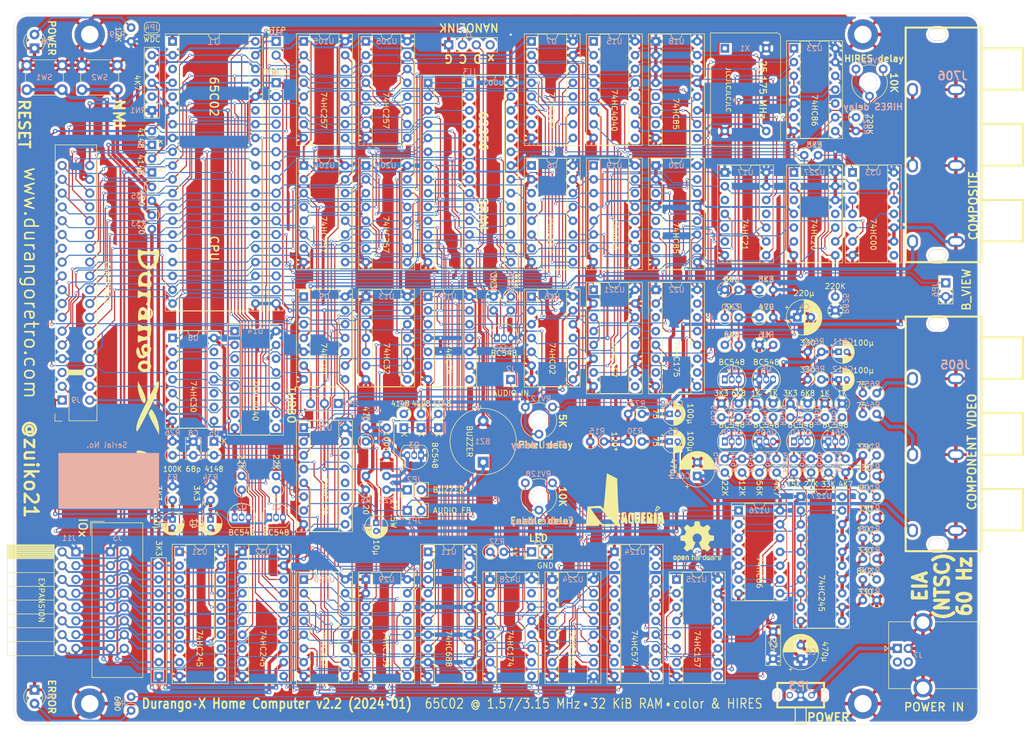
<source format=kicad_pcb>
(kicad_pcb (version 20171130) (host pcbnew "(5.1.2-1)-1")
  (layers (0 F.Cu signal) (31 B.Cu signal) (34 B.Paste user) (35 F.Paste user) (36 B.SilkS user) (37 F.SilkS user) (38 B.Mask user) (39 F.Mask user) (44 Edge.Cuts user))
  (net 0 "")
  (net 1 +5V)
  (net 2 GND)
  (net 3 AUDIO)
  (net 4 /SERDAT)
  (net 5 /SERCLK)
  (net 6 D7)
  (net 7 D6)
  (net 8 D5)
  (net 9 ~IO8Q)
  (net 10 D4)
  (net 11 D3)
  (net 12 D2)
  (net 13 D1)
  (net 14 D0)
  (net 15 /~IOBQ)
  (net 16 /~IOAQ)
  (net 17 VA0)
  (net 18 VA1)
  (net 19 VA2)
  (net 20 VA3)
  (net 21 VA4)
  (net 22 VA5)
  (net 23 VA6)
  (net 24 VA7)
  (net 25 VA8)
  (net 26 VA9)
  (net 27 VA10)
  (net 28 VA11)
  (net 29 VA13)
  (net 30 VA12)
  (net 31 /IEN)
  (net 32 A3)
  (net 33 A2)
  (net 34 A0)
  (net 35 A14)
  (net 36 A15)
  (net 37 R~W)
  (net 38 /~IEN)
  (net 39 /RDY)
  (net 40 /~SO)
  (net 41 A11)
  (net 42 A9)
  (net 43 A8)
  (net 44 A7)
  (net 45 A6)
  (net 46 A5)
  (net 47 A4)
  (net 48 A13)
  (net 49 A12)
  (net 50 HIRES)
  (net 51 /~WE2)
  (net 52 /~WE3)
  (net 53 /~WE1)
  (net 54 BA4)
  (net 55 BA3)
  (net 56 BA2)
  (net 57 BA1)
  (net 58 BA0)
  (net 59 VCLK)
  (net 60 SC0)
  (net 61 SC1)
  (net 62 /~IO)
  (net 63 ~LINE)
  (net 64 ~FRAME)
  (net 65 INVERT)
  (net 66 ~BLANK)
  (net 67 ~STAT)
  (net 68 /~HIRES)
  (net 69 ~RESET)
  (net 70 /PHI2)
  (net 71 ~ROM_CS)
  (net 72 ~ROM_OE)
  (net 73 ~WE)
  (net 74 AUDIO_IN)
  (net 75 ~IOC)
  (net 76 /~IOQ)
  (net 77 ~IRQ)
  (net 78 ~NMI)
  (net 79 /AFILT)
  (net 80 /AMIX)
  (net 81 /250HZ)
  (net 82 /BDT)
  (net 83 /BCL)
  (net 84 /ABUF)
  (net 85 /BZZ)
  (net 86 /AOUT)
  (net 87 /PWLED)
  (net 88 /ATBZ)
  (net 89 /AFB)
  (net 90 /ERRLED)
  (net 91 /SYNC)
  (net 92 "Net-(JP4-Pad1)")
  (net 93 PD7)
  (net 94 PD6)
  (net 95 ~IO9Q)
  (net 96 PD5)
  (net 97 PD4)
  (net 98 PD3)
  (net 99 PD2)
  (net 100 PD1)
  (net 101 PD0)
  (net 102 MIX)
  (net 103 LED)
  (net 104 LUMA)
  (net 105 ~INTREQ)
  (net 106 ~250HZ)
  (net 107 SCLK)
  (net 108 /~FCLK)
  (net 109 /HR_B)
  (net 110 DGHI)
  (net 111 DRED)
  (net 112 DGLO)
  (net 113 DBLU)
  (net 114 /CNT1K)
  (net 115 /CNT256)
  (net 116 /CNT2K)
  (net 117 /CNT128)
  (net 118 /CNT32)
  (net 119 /CNT8)
  (net 120 /CNT4)
  (net 121 FCLK)
  (net 122 "/Power and Extras/~ARST")
  (net 123 "/Video & Clock generation/RMIX")
  (net 124 "/Power and Extras/~ST250")
  (net 125 "/Power and Extras/~ANMI")
  (net 126 "/Power and Extras/R_BUF")
  (net 127 "/Power and Extras/B_BUF")
  (net 128 "/Power and Extras/Y")
  (net 129 "/Power and Extras/RMIX2")
  (net 130 "/Power and Extras/LED_R")
  (net 131 "/Power and Extras/+5V_IN")
  (net 132 "/Power and Extras/PB")
  (net 133 "/Power and Extras/PR")
  (net 134 "/Video & Clock generation/ZMIX")
  (net 135 "/Video & Clock generation/VIN")
  (net 136 "/Video & Clock generation/BIAS")
  (net 137 "/Power and Extras/UR")
  (net 138 "/Power and Extras/ER")
  (net 139 "/Power and Extras/R_BIAS")
  (net 140 "/Power and Extras/UB")
  (net 141 "/Power and Extras/EB")
  (net 142 "/Power and Extras/B_BIAS")
  (net 143 "/Video & Clock generation/~CSYNC")
  (net 144 "/Video & Clock generation/HVG")
  (net 145 "/Video & Clock generation/HPIX")
  (net 146 "/Video & Clock generation/~HVG")
  (net 147 "/Video & Clock generation/DEV~ODD")
  (net 148 "/Video & Clock generation/~CDE")
  (net 149 "/Video & Clock generation/~DCDE")
  (net 150 "/Video & Clock generation/HVID")
  (net 151 "/Video & Clock generation/DHVD")
  (net 152 "/Video & Clock generation/Q1")
  (net 153 "/Video & Clock generation/Q3")
  (net 154 "/Video & Clock generation/LEND")
  (net 155 "/Video & Clock generation/MCLK")
  (net 156 "/Video & Clock generation/~LOST")
  (net 157 "/Video & Clock generation/HDOT")
  (net 158 "/Video & Clock generation/DE")
  (net 159 "/Video & Clock generation/FEND")
  (net 160 "/Video & Clock generation/UHS")
  (net 161 "/Video & Clock generation/~VS")
  (net 162 "/Video & Clock generation/UVS")
  (net 163 "/Video & Clock generation/UCDE")
  (net 164 "/Video & Clock generation/UHDE")
  (net 165 "/Video & Clock generation/~HS")
  (net 166 "/Video & Clock generation/DHRDE")
  (net 167 "/Video & Clock generation/LATCH")
  (net 168 "/Video & Clock generation/CSYNC")
  (net 169 "/Video & Clock generation/~FLAGS")
  (net 170 "/Video & Clock generation/GH_R")
  (net 171 "/Video & Clock generation/R_R")
  (net 172 "/Video & Clock generation/GL_R")
  (net 173 "/Video & Clock generation/B_R")
  (net 174 "/Video & Clock generation/GH_L")
  (net 175 "/Video & Clock generation/R_L")
  (net 176 "/Video & Clock generation/GL_L")
  (net 177 "/Video & Clock generation/B_L")
  (net 178 "/Video & Clock generation/XR")
  (net 179 "/Video & Clock generation/XGH")
  (net 180 "/Video & Clock generation/XB")
  (net 181 "/Video & Clock generation/XGL")
  (net 182 "/Video & Clock generation/IR")
  (net 183 "/Video & Clock generation/IGL")
  (net 184 "/Video & Clock generation/IB")
  (net 185 "/Video & Clock generation/IGH")
  (net 186 "/Video & Clock generation/~PE")
  (net 187 "/Power and Extras/PR_C")
  (net 188 "/Power and Extras/PB_C")
  (net 189 "/Power and Extras/R_SW")
  (net 190 "/Power and Extras/N_SW")
  (net 191 ~NMIREQ)
  (net 192 A10)
  (net 193 A1)
  (net 194 ~DWE)
  (net 195 MA14)
  (net 196 MA12)
  (net 197 MA13)
  (net 198 MA10)
  (net 199 MA11)
  (net 200 MA9)
  (net 201 MA7)
  (net 202 MA8)
  (net 203 MA5)
  (net 204 ~MCS)
  (net 205 MA6)
  (net 206 MA4)
  (net 207 MA3)
  (net 208 MA2)
  (net 209 MA1)
  (net 210 MA0)
  (net 211 "/Video & Clock generation/V13")
  (net 212 "/Video & Clock generation/V14")
  (net 213 "/Video & Clock generation/~V14")
  (net 214 "/Video & Clock generation/EIA")
  (module Resistor_THT:R_Axial_DIN0207_L6.3mm_D2.5mm_P2.54mm_Vertical (layer F.Cu) (at 171.45 97.79 180)
    (fp_text reference R114 (at 1.27 1.651 unlocked) (layer B.SilkS) (effects (justify mirror)))
    (fp_text value 330 (at 2.286 1.524 unlocked) (layer F.SilkS))
    (pad 2 thru_hole oval (at 2.54 0 180) (size 1.6 1.6) (drill 0.8) (layers *.Cu *.Mask) (net 113 DBLU))
    (pad 1 thru_hole circle (at 0 0 180) (size 1.6 1.6) (drill 0.8) (layers *.Cu *.Mask) (net 2 GND))
  )
  (module Resistor_THT:R_Axial_DIN0207_L6.3mm_D2.5mm_P2.54mm_Vertical (layer F.Cu) (at 171.45 105.41 180)
    (fp_text reference R113 (at 1.27 1.651 unlocked) (layer B.SilkS) (effects (justify mirror)))
    (fp_text value 330 (at 2.159 1.524 unlocked) (layer F.SilkS))
    (pad 2 thru_hole oval (at 2.54 0 180) (size 1.6 1.6) (drill 0.8) (layers *.Cu *.Mask) (net 112 DGLO))
    (pad 1 thru_hole circle (at 0 0 180) (size 1.6 1.6) (drill 0.8) (layers *.Cu *.Mask) (net 2 GND))
  )
  (module Resistor_THT:R_Axial_DIN0207_L6.3mm_D2.5mm_P2.54mm_Vertical (layer F.Cu) (at 171.45 113.03 180)
    (fp_text reference R112 (at 1.27 1.651 unlocked) (layer B.SilkS) (effects (justify mirror)))
    (fp_text value 330 (at 2.159 1.524) (layer F.SilkS))
    (pad 2 thru_hole oval (at 2.54 0 180) (size 1.6 1.6) (drill 0.8) (layers *.Cu *.Mask) (net 111 DRED))
    (pad 1 thru_hole circle (at 0 0 180) (size 1.6 1.6) (drill 0.8) (layers *.Cu *.Mask) (net 2 GND))
  )
  (module Resistor_THT:R_Axial_DIN0207_L6.3mm_D2.5mm_P2.54mm_Vertical (layer F.Cu) (at 171.45 120.65 180)
    (fp_text reference R111 (at 1.27 1.651 unlocked) (layer B.SilkS) (effects (justify mirror)))
    (fp_text value 330 (at 2.159 1.524) (layer F.SilkS))
    (pad 2 thru_hole oval (at 2.54 0 180) (size 1.6 1.6) (drill 0.8) (layers *.Cu *.Mask) (net 110 DGHI))
    (pad 1 thru_hole circle (at 0 0 180) (size 1.6 1.6) (drill 0.8) (layers *.Cu *.Mask) (net 2 GND))
  )
  (module Package_DIP:DIP-14_W7.62mm_Socket (layer F.Cu) (at 167.005 41.91)
    (fp_text reference U33 (at 3.81 0 unlocked) (layer B.SilkS) (effects (justify mirror)))
    (fp_text value 74HC00 (at 3.81 11.43 270 unlocked) (layer F.SilkS))
    (pad 14 thru_hole oval (at 7.62 0) (size 1.6 1.6) (drill 0.8) (layers *.Cu *.Mask) (net 1 +5V))
    (pad 7 thru_hole oval (at 0 15.24) (size 1.6 1.6) (drill 0.8) (layers *.Cu *.Mask) (net 2 GND))
    (pad 13 thru_hole oval (at 7.62 2.54) (size 1.6 1.6) (drill 0.8) (layers *.Cu *.Mask) (net 212 "/Video & Clock generation/V14"))
    (pad 6 thru_hole oval (at 0 12.7) (size 1.6 1.6) (drill 0.8) (layers *.Cu *.Mask) (net 64 ~FRAME))
    (pad 12 thru_hole oval (at 7.62 5.08) (size 1.6 1.6) (drill 0.8) (layers *.Cu *.Mask) (net 212 "/Video & Clock generation/V14"))
    (pad 5 thru_hole oval (at 0 10.16) (size 1.6 1.6) (drill 0.8) (layers *.Cu *.Mask) (net 213 "/Video & Clock generation/~V14"))
    (pad 11 thru_hole oval (at 7.62 7.62) (size 1.6 1.6) (drill 0.8) (layers *.Cu *.Mask) (net 213 "/Video & Clock generation/~V14"))
    (pad 4 thru_hole oval (at 0 7.62) (size 1.6 1.6) (drill 0.8) (layers *.Cu *.Mask) (net 214 "/Video & Clock generation/EIA"))
    (pad 10 thru_hole oval (at 7.62 10.16) (size 1.6 1.6) (drill 0.8) (layers *.Cu *.Mask) (net 2 GND))
    (pad 3 thru_hole oval (at 0 5.08) (size 1.6 1.6) (drill 0.8) (layers *.Cu *.Mask) (net 214 "/Video & Clock generation/EIA"))
    (pad 9 thru_hole oval (at 7.62 12.7) (size 1.6 1.6) (drill 0.8) (layers *.Cu *.Mask) (net 2 GND))
    (pad 2 thru_hole oval (at 0 2.54) (size 1.6 1.6) (drill 0.8) (layers *.Cu *.Mask) (net 30 VA12))
    (pad 8 thru_hole oval (at 7.62 15.24) (size 1.6 1.6) (drill 0.8) (layers *.Cu *.Mask))
    (pad 1 thru_hole rect (at 0 0) (size 1.6 1.6) (drill 0.8) (layers *.Cu *.Mask) (net 211 "/Video & Clock generation/V13"))
  )
  (module Connector_PinHeader_2.54mm:PinHeader_1x02_P2.54mm_Vertical (layer F.Cu) (at 184.15 62.23)
    (fp_text reference JP6 (at -1.905 1.27 90 unlocked) (layer B.SilkS) (effects (justify mirror)))
    (fp_text value B_VIEW (at 3.81 1.27 90 unlocked) (layer F.SilkS) (effects (font (size 1.5 1.5) (thickness 0.254))))
    (pad 2 thru_hole oval (at 0 2.54) (size 1.7 1.7) (drill 1) (layers *.Cu *.Mask) (net 1 +5V))
    (pad 1 thru_hole rect (at 0 0) (size 1.7 1.7) (drill 1) (layers *.Cu *.Mask) (net 29 VA13))
  )
  (module Resistor_THT:R_Axial_DIN0207_L6.3mm_D2.5mm_P2.54mm_Vertical (layer F.Cu) (at 158.115 38.735)
    (fp_text reference R58 (at 1.905 -1.905 unlocked) (layer B.SilkS) (effects (justify mirror)))
    (fp_text value 3K3 (at 1.905 -1.905 unlocked) (layer F.SilkS))
    (pad 2 thru_hole oval (at 2.54 0) (size 1.6 1.6) (drill 0.8) (layers *.Cu *.Mask) (net 211 "/Video & Clock generation/V13"))
    (pad 1 thru_hole circle (at 0 0) (size 1.6 1.6) (drill 0.8) (layers *.Cu *.Mask) (net 29 VA13))
  )
  (module Package_DIP:DIP-14_W7.62mm_Socket (layer F.Cu) (at 77.47 64.77)
    (fp_text reference U13 (at 3.81 0) (layer B.SilkS) (effects (justify mirror)))
    (fp_text value 74HC32 (at 3.81 11.43 270 unlocked) (layer F.SilkS))
    (pad 14 thru_hole oval (at 7.62 0) (size 1.6 1.6) (drill 0.8) (layers *.Cu *.Mask) (net 1 +5V))
    (pad 7 thru_hole oval (at 0 15.24) (size 1.6 1.6) (drill 0.8) (layers *.Cu *.Mask) (net 2 GND))
    (pad 13 thru_hole oval (at 7.62 2.54) (size 1.6 1.6) (drill 0.8) (layers *.Cu *.Mask) (net 73 ~WE))
    (pad 6 thru_hole oval (at 0 12.7) (size 1.6 1.6) (drill 0.8) (layers *.Cu *.Mask) (net 51 /~WE2))
    (pad 12 thru_hole oval (at 7.62 5.08) (size 1.6 1.6) (drill 0.8) (layers *.Cu *.Mask) (net 52 /~WE3))
    (pad 5 thru_hole oval (at 0 10.16) (size 1.6 1.6) (drill 0.8) (layers *.Cu *.Mask) (net 53 /~WE1))
    (pad 11 thru_hole oval (at 7.62 7.62) (size 1.6 1.6) (drill 0.8) (layers *.Cu *.Mask) (net 194 ~DWE))
    (pad 4 thru_hole oval (at 0 7.62) (size 1.6 1.6) (drill 0.8) (layers *.Cu *.Mask) (net 53 /~WE1))
    (pad 10 thru_hole oval (at 7.62 10.16) (size 1.6 1.6) (drill 0.8) (layers *.Cu *.Mask) (net 51 /~WE2))
    (pad 3 thru_hole oval (at 0 5.08) (size 1.6 1.6) (drill 0.8) (layers *.Cu *.Mask) (net 53 /~WE1))
    (pad 9 thru_hole oval (at 7.62 12.7) (size 1.6 1.6) (drill 0.8) (layers *.Cu *.Mask) (net 51 /~WE2))
    (pad 2 thru_hole oval (at 0 2.54) (size 1.6 1.6) (drill 0.8) (layers *.Cu *.Mask) (net 73 ~WE))
    (pad 8 thru_hole oval (at 7.62 15.24) (size 1.6 1.6) (drill 0.8) (layers *.Cu *.Mask) (net 52 /~WE3))
    (pad 1 thru_hole rect (at 0 0) (size 1.6 1.6) (drill 0.8) (layers *.Cu *.Mask) (net 2 GND))
  )
  (module Package_DIP:DIP-16_W7.62mm_Socket (layer F.Cu) (at 111.76 116.84)
    (fp_text reference U224 (at 3.81 0) (layer B.SilkS) (effects (justify mirror)))
    (fp_text value 74HC166 (at 3.683 12.7 270 unlocked) (layer F.SilkS))
    (pad 16 thru_hole oval (at 7.62 0) (size 1.6 1.6) (drill 0.8) (layers *.Cu *.Mask) (net 1 +5V))
    (pad 8 thru_hole oval (at 0 17.78) (size 1.6 1.6) (drill 0.8) (layers *.Cu *.Mask) (net 2 GND))
    (pad 15 thru_hole oval (at 7.62 2.54) (size 1.6 1.6) (drill 0.8) (layers *.Cu *.Mask) (net 186 "/Video & Clock generation/~PE"))
    (pad 7 thru_hole oval (at 0 15.24) (size 1.6 1.6) (drill 0.8) (layers *.Cu *.Mask) (net 157 "/Video & Clock generation/HDOT"))
    (pad 14 thru_hole oval (at 7.62 5.08) (size 1.6 1.6) (drill 0.8) (layers *.Cu *.Mask) (net 6 D7))
    (pad 6 thru_hole oval (at 0 12.7) (size 1.6 1.6) (drill 0.8) (layers *.Cu *.Mask) (net 2 GND))
    (pad 13 thru_hole oval (at 7.62 7.62) (size 1.6 1.6) (drill 0.8) (layers *.Cu *.Mask) (net 145 "/Video & Clock generation/HPIX"))
    (pad 5 thru_hole oval (at 0 10.16) (size 1.6 1.6) (drill 0.8) (layers *.Cu *.Mask) (net 11 D3))
    (pad 12 thru_hole oval (at 7.62 10.16) (size 1.6 1.6) (drill 0.8) (layers *.Cu *.Mask) (net 7 D6))
    (pad 4 thru_hole oval (at 0 7.62) (size 1.6 1.6) (drill 0.8) (layers *.Cu *.Mask) (net 12 D2))
    (pad 11 thru_hole oval (at 7.62 12.7) (size 1.6 1.6) (drill 0.8) (layers *.Cu *.Mask) (net 8 D5))
    (pad 3 thru_hole oval (at 0 5.08) (size 1.6 1.6) (drill 0.8) (layers *.Cu *.Mask) (net 13 D1))
    (pad 10 thru_hole oval (at 7.62 15.24) (size 1.6 1.6) (drill 0.8) (layers *.Cu *.Mask) (net 10 D4))
    (pad 2 thru_hole oval (at 0 2.54) (size 1.6 1.6) (drill 0.8) (layers *.Cu *.Mask) (net 14 D0))
    (pad 9 thru_hole oval (at 7.62 17.78) (size 1.6 1.6) (drill 0.8) (layers *.Cu *.Mask) (net 1 +5V))
    (pad 1 thru_hole rect (at 0 0) (size 1.6 1.6) (drill 0.8) (layers *.Cu *.Mask) (net 1 +5V))
  )
  (module Package_DIP:DIP-28_W7.62mm_Socket (layer F.Cu) (at 96.52 25.4)
    (fp_text reference U003 (at 4.445 0 unlocked) (layer B.SilkS) (effects (justify mirror)))
    (fp_text value 62256)
    (pad 28 thru_hole oval (at 7.62 0) (size 1.6 1.6) (drill 0.8) (layers *.Cu *.Mask) (net 1 +5V))
    (pad 14 thru_hole oval (at 0 33.02) (size 1.6 1.6) (drill 0.8) (layers *.Cu *.Mask) (net 2 GND))
    (pad 27 thru_hole oval (at 7.62 2.54) (size 1.6 1.6) (drill 0.8) (layers *.Cu *.Mask) (net 194 ~DWE))
    (pad 13 thru_hole oval (at 0 30.48) (size 1.6 1.6) (drill 0.8) (layers *.Cu *.Mask) (net 10 D4))
    (pad 26 thru_hole oval (at 7.62 5.08) (size 1.6 1.6) (drill 0.8) (layers *.Cu *.Mask) (net 195 MA14))
    (pad 12 thru_hole oval (at 0 27.94) (size 1.6 1.6) (drill 0.8) (layers *.Cu *.Mask) (net 6 D7))
    (pad 25 thru_hole oval (at 7.62 7.62) (size 1.6 1.6) (drill 0.8) (layers *.Cu *.Mask) (net 196 MA12))
    (pad 11 thru_hole oval (at 0 25.4) (size 1.6 1.6) (drill 0.8) (layers *.Cu *.Mask) (net 7 D6))
    (pad 24 thru_hole oval (at 7.62 10.16) (size 1.6 1.6) (drill 0.8) (layers *.Cu *.Mask) (net 197 MA13))
    (pad 10 thru_hole oval (at 0 22.86) (size 1.6 1.6) (drill 0.8) (layers *.Cu *.Mask) (net 198 MA10))
    (pad 23 thru_hole oval (at 7.62 12.7) (size 1.6 1.6) (drill 0.8) (layers *.Cu *.Mask) (net 199 MA11))
    (pad 9 thru_hole oval (at 0 20.32) (size 1.6 1.6) (drill 0.8) (layers *.Cu *.Mask) (net 200 MA9))
    (pad 22 thru_hole oval (at 7.62 15.24) (size 1.6 1.6) (drill 0.8) (layers *.Cu *.Mask) (net 2 GND))
    (pad 8 thru_hole oval (at 0 17.78) (size 1.6 1.6) (drill 0.8) (layers *.Cu *.Mask) (net 201 MA7))
    (pad 21 thru_hole oval (at 7.62 17.78) (size 1.6 1.6) (drill 0.8) (layers *.Cu *.Mask) (net 202 MA8))
    (pad 7 thru_hole oval (at 0 15.24) (size 1.6 1.6) (drill 0.8) (layers *.Cu *.Mask) (net 203 MA5))
    (pad 20 thru_hole oval (at 7.62 20.32) (size 1.6 1.6) (drill 0.8) (layers *.Cu *.Mask) (net 204 ~MCS))
    (pad 6 thru_hole oval (at 0 12.7) (size 1.6 1.6) (drill 0.8) (layers *.Cu *.Mask) (net 205 MA6))
    (pad 19 thru_hole oval (at 7.62 22.86) (size 1.6 1.6) (drill 0.8) (layers *.Cu *.Mask) (net 14 D0))
    (pad 5 thru_hole oval (at 0 10.16) (size 1.6 1.6) (drill 0.8) (layers *.Cu *.Mask) (net 206 MA4))
    (pad 18 thru_hole oval (at 7.62 25.4) (size 1.6 1.6) (drill 0.8) (layers *.Cu *.Mask) (net 13 D1))
    (pad 4 thru_hole oval (at 0 7.62) (size 1.6 1.6) (drill 0.8) (layers *.Cu *.Mask) (net 207 MA3))
    (pad 17 thru_hole oval (at 7.62 27.94) (size 1.6 1.6) (drill 0.8) (layers *.Cu *.Mask) (net 12 D2))
    (pad 3 thru_hole oval (at 0 5.08) (size 1.6 1.6) (drill 0.8) (layers *.Cu *.Mask) (net 208 MA2))
    (pad 16 thru_hole oval (at 7.62 30.48) (size 1.6 1.6) (drill 0.8) (layers *.Cu *.Mask) (net 11 D3))
    (pad 2 thru_hole oval (at 0 2.54) (size 1.6 1.6) (drill 0.8) (layers *.Cu *.Mask) (net 209 MA1))
    (pad 15 thru_hole oval (at 7.62 33.02) (size 1.6 1.6) (drill 0.8) (layers *.Cu *.Mask) (net 8 D5))
    (pad 1 thru_hole rect (at 0 0) (size 1.6 1.6) (drill 0.8) (layers *.Cu *.Mask) (net 210 MA0))
  )
  (module Capacitor_THT:C_Rect_L7.2mm_W2.5mm_P5.00mm_FKS2_FKP2_MKS2_MKP2 (layer F.Cu) (at 152.4 131.445 90)
    (fp_text reference C7 (at 2.5 0) (layer B.SilkS) (effects (justify mirror)))
    (fp_text value 22n (at 2.54 0 270 unlocked) (layer F.SilkS))
    (pad 2 thru_hole circle (at 5 0 90) (size 1.6 1.6) (drill 0.8) (layers *.Cu *.Mask) (net 2 GND))
    (pad 1 thru_hole circle (at 0 0 90) (size 1.6 1.6) (drill 0.8) (layers *.Cu *.Mask) (net 1 +5V))
  )
  (module durango:PowerSwitch (layer F.Cu) (at 153.162 135.89)
    (fp_text reference JP3 (at 4.2 0.6 unlocked) (layer B.SilkS) (effects (font (size 1.524 1.524) (thickness 0.3048)) (justify mirror)))
    (fp_text value POWER (at 9.398 6.35) (layer F.SilkS) (effects (font (size 1.524 1.524) (thickness 0.3048))))
    (pad "" np_thru_hole oval (at 8.6 2.25) (size 0.9 1.7) (drill oval 0.8 1.6) (layers *.Cu *.Mask F.SilkS))
    (pad 3 thru_hole circle (at 6.3 2.25) (size 1.2 1.2) (drill 0.75) (layers *.Cu *.Mask) (net 131 "/Power and Extras/+5V_IN"))
    (pad 2 thru_hole circle (at 4.3 2.25) (size 1.2 1.2) (drill 0.75) (layers *.Cu *.Mask) (net 1 +5V))
    (pad "" np_thru_hole oval (at 0 2.25) (size 0.9 1.7) (drill oval 0.8 1.6) (layers *.Cu *.Mask F.SilkS))
    (pad 1 thru_hole circle (at 2.3 2.25) (size 1.2 1.2) (drill 0.75) (layers *.Cu *.Mask))
  )
  (module Diode_THT:D_DO-35_SOD27_P2.54mm_Vertical_KathodeUp (layer F.Cu) (at 38.1 41.91 90)
    (fp_text reference D8 (at 0 -1.905 unlocked) (layer B.SilkS) (effects (justify mirror)))
    (fp_text value 4148 (at 1.397 -2.032 270 unlocked) (layer F.SilkS))
    (fp_text user K (at 0.508 1.524 270 unlocked) (layer F.SilkS) (effects (font (size 0.8 1))))
    (pad 2 thru_hole oval (at 2.54 0 90) (size 1.6 1.6) (drill 0.8) (layers *.Cu *.Mask) (net 78 ~NMI))
    (pad 1 thru_hole rect (at 0 0 90) (size 1.6 1.6) (drill 0.8) (layers *.Cu *.Mask) (net 191 ~NMIREQ))
  )
  (module Resistor_THT:R_Axial_DIN0207_L6.3mm_D2.5mm_P2.54mm_Vertical (layer F.Cu) (at 149.225 84.455 270)
    (fp_text reference R640 (at 2.159 1.397 270 unlocked) (layer B.SilkS) (effects (justify mirror)))
    (fp_text value 1K (at -1.905 0 unlocked) (layer F.SilkS) (effects (font (size 1 0.9))))
    (pad 2 thru_hole oval (at 2.54 0 270) (size 1.6 1.6) (drill 0.8) (layers *.Cu *.Mask) (net 138 "/Power and Extras/ER"))
    (pad 1 thru_hole circle (at 0 0 270) (size 1.6 1.6) (drill 0.8) (layers *.Cu *.Mask) (net 2 GND))
  )
  (module Package_DIP:DIP-14_W7.62mm_Socket (layer F.Cu) (at 41.91 72.39)
    (fp_text reference U8 (at 3.81 0 unlocked) (layer B.SilkS) (effects (justify mirror)))
    (fp_text value 74HC30 (at 3.81 10.795 270 unlocked) (layer F.SilkS))
    (pad 14 thru_hole oval (at 7.62 0) (size 1.6 1.6) (drill 0.8) (layers *.Cu *.Mask) (net 1 +5V))
    (pad 7 thru_hole oval (at 0 15.24) (size 1.6 1.6) (drill 0.8) (layers *.Cu *.Mask) (net 2 GND))
    (pad 13 thru_hole oval (at 7.62 2.54) (size 1.6 1.6) (drill 0.8) (layers *.Cu *.Mask))
    (pad 6 thru_hole oval (at 0 12.7) (size 1.6 1.6) (drill 0.8) (layers *.Cu *.Mask) (net 31 /IEN))
    (pad 12 thru_hole oval (at 7.62 5.08) (size 1.6 1.6) (drill 0.8) (layers *.Cu *.Mask) (net 117 /CNT128))
    (pad 5 thru_hole oval (at 0 10.16) (size 1.6 1.6) (drill 0.8) (layers *.Cu *.Mask) (net 120 /CNT4))
    (pad 11 thru_hole oval (at 7.62 7.62) (size 1.6 1.6) (drill 0.8) (layers *.Cu *.Mask) (net 115 /CNT256))
    (pad 4 thru_hole oval (at 0 7.62) (size 1.6 1.6) (drill 0.8) (layers *.Cu *.Mask) (net 119 /CNT8))
    (pad 10 thru_hole oval (at 7.62 10.16) (size 1.6 1.6) (drill 0.8) (layers *.Cu *.Mask))
    (pad 3 thru_hole oval (at 0 5.08) (size 1.6 1.6) (drill 0.8) (layers *.Cu *.Mask) (net 114 /CNT1K))
    (pad 9 thru_hole oval (at 7.62 12.7) (size 1.6 1.6) (drill 0.8) (layers *.Cu *.Mask))
    (pad 2 thru_hole oval (at 0 2.54) (size 1.6 1.6) (drill 0.8) (layers *.Cu *.Mask) (net 118 /CNT32))
    (pad 8 thru_hole oval (at 7.62 15.24) (size 1.6 1.6) (drill 0.8) (layers *.Cu *.Mask) (net 106 ~250HZ))
    (pad 1 thru_hole rect (at 0 0) (size 1.6 1.6) (drill 0.8) (layers *.Cu *.Mask) (net 116 /CNT2K))
  )
  (module Resistor_THT:R_Axial_DIN0207_L6.3mm_D2.5mm_P2.54mm_Vertical (layer F.Cu) (at 171.45 82.55 180)
    (fp_text reference R657 (at 1.27 1.651 unlocked) (layer B.SilkS) (effects (justify mirror)))
    (fp_text value 75 (at 2.794 1.524 unlocked) (layer F.SilkS))
    (pad 2 thru_hole oval (at 2.54 0 180) (size 1.6 1.6) (drill 0.8) (layers *.Cu *.Mask) (net 187 "/Power and Extras/PR_C"))
    (pad 1 thru_hole circle (at 0 0 180) (size 1.6 1.6) (drill 0.8) (layers *.Cu *.Mask) (net 133 "/Power and Extras/PR"))
  )
  (module Resistor_THT:R_Axial_DIN0207_L6.3mm_D2.5mm_P2.54mm_Vertical (layer F.Cu) (at 162.56 97.155 90)
    (fp_text reference R656 (at 1.905 -1.524 270 unlocked) (layer B.SilkS) (effects (justify mirror)))
    (fp_text value 33K (at -2.159 0 unlocked) (layer F.SilkS) (effects (font (size 1 0.9))))
    (pad 2 thru_hole oval (at 2.54 0 90) (size 1.6 1.6) (drill 0.8) (layers *.Cu *.Mask) (net 142 "/Power and Extras/B_BIAS"))
    (pad 1 thru_hole circle (at 0 0 90) (size 1.6 1.6) (drill 0.8) (layers *.Cu *.Mask) (net 111 DRED))
  )
  (module Resistor_THT:R_Axial_DIN0207_L6.3mm_D2.5mm_P2.54mm_Vertical (layer F.Cu) (at 159.385 97.155 90)
    (fp_text reference R655 (at 1.905 -1.524 270 unlocked) (layer B.SilkS) (effects (justify mirror)))
    (fp_text value 27K (at -2.159 0 unlocked) (layer F.SilkS) (effects (font (size 1 0.9))))
    (pad 2 thru_hole oval (at 2.54 0 90) (size 1.6 1.6) (drill 0.8) (layers *.Cu *.Mask) (net 142 "/Power and Extras/B_BIAS"))
    (pad 1 thru_hole circle (at 0 0 90) (size 1.6 1.6) (drill 0.8) (layers *.Cu *.Mask) (net 112 DGLO))
  )
  (module Resistor_THT:R_Axial_DIN0207_L6.3mm_D2.5mm_P2.54mm_Vertical (layer F.Cu) (at 156.21 97.155 90)
    (fp_text reference R654 (at 1.905 -1.524 270 unlocked) (layer B.SilkS) (effects (justify mirror)))
    (fp_text value 15K (at -2.159 0 unlocked) (layer F.SilkS) (effects (font (size 1 0.9))))
    (pad 2 thru_hole oval (at 2.54 0 90) (size 1.6 1.6) (drill 0.8) (layers *.Cu *.Mask) (net 142 "/Power and Extras/B_BIAS"))
    (pad 1 thru_hole circle (at 0 0 90) (size 1.6 1.6) (drill 0.8) (layers *.Cu *.Mask) (net 110 DGHI))
  )
  (module Resistor_THT:R_Axial_DIN0207_L6.3mm_D2.5mm_P2.54mm_Vertical (layer F.Cu) (at 165.735 97.155 90)
    (fp_text reference R653 (at 1.905 -1.524 270 unlocked) (layer B.SilkS) (effects (justify mirror)))
    (fp_text value 4K7 (at -2.159 0 unlocked) (layer F.SilkS) (effects (font (size 1 0.9))))
    (pad 2 thru_hole oval (at 2.54 0 90) (size 1.6 1.6) (drill 0.8) (layers *.Cu *.Mask) (net 140 "/Power and Extras/UB"))
    (pad 1 thru_hole circle (at 0 0 90) (size 1.6 1.6) (drill 0.8) (layers *.Cu *.Mask) (net 113 DBLU))
  )
  (module Resistor_THT:R_Axial_DIN0207_L6.3mm_D2.5mm_P2.54mm_Vertical (layer F.Cu) (at 161.29 80.01 180)
    (fp_text reference R652 (at 1.27 1.905 unlocked) (layer B.SilkS) (effects (justify mirror)))
    (fp_text value 330 (at 2.54 1.778 unlocked) (layer F.SilkS))
    (pad 2 thru_hole oval (at 2.54 0 180) (size 1.6 1.6) (drill 0.8) (layers *.Cu *.Mask) (net 2 GND))
    (pad 1 thru_hole circle (at 0 0 180) (size 1.6 1.6) (drill 0.8) (layers *.Cu *.Mask) (net 127 "/Power and Extras/B_BUF"))
  )
  (module Resistor_THT:R_Axial_DIN0207_L6.3mm_D2.5mm_P2.54mm_Vertical (layer F.Cu) (at 165.1 84.455 270)
    (fp_text reference R651 (at 2.159 1.397 270 unlocked) (layer B.SilkS) (effects (justify mirror)))
    (fp_text value 1K (at -1.905 0 unlocked) (layer F.SilkS) (effects (font (size 1 0.9))))
    (pad 2 thru_hole oval (at 2.54 0 270) (size 1.6 1.6) (drill 0.8) (layers *.Cu *.Mask) (net 140 "/Power and Extras/UB"))
    (pad 1 thru_hole circle (at 0 0 270) (size 1.6 1.6) (drill 0.8) (layers *.Cu *.Mask) (net 1 +5V))
  )
  (module Resistor_THT:R_Axial_DIN0207_L6.3mm_D2.5mm_P2.54mm_Vertical (layer F.Cu) (at 161.925 84.455 270)
    (fp_text reference R650 (at 2.159 1.397 270 unlocked) (layer B.SilkS) (effects (justify mirror)))
    (fp_text value 1K (at -1.905 0 unlocked) (layer F.SilkS) (effects (font (size 1 0.9))))
    (pad 2 thru_hole oval (at 2.54 0 270) (size 1.6 1.6) (drill 0.8) (layers *.Cu *.Mask) (net 141 "/Power and Extras/EB"))
    (pad 1 thru_hole circle (at 0 0 270) (size 1.6 1.6) (drill 0.8) (layers *.Cu *.Mask) (net 2 GND))
  )
  (module Resistor_THT:R_Axial_DIN0207_L6.3mm_D2.5mm_P2.54mm_Vertical (layer F.Cu) (at 155.575 84.455 270)
    (fp_text reference R649 (at 2.159 1.397 270 unlocked) (layer B.SilkS) (effects (justify mirror)))
    (fp_text value 3K3 (at -1.905 0 unlocked) (layer F.SilkS) (effects (font (size 1 0.9))))
    (pad 2 thru_hole oval (at 2.54 0 270) (size 1.6 1.6) (drill 0.8) (layers *.Cu *.Mask) (net 142 "/Power and Extras/B_BIAS"))
    (pad 1 thru_hole circle (at 0 0 270) (size 1.6 1.6) (drill 0.8) (layers *.Cu *.Mask) (net 2 GND))
  )
  (module Resistor_THT:R_Axial_DIN0207_L6.3mm_D2.5mm_P2.54mm_Vertical (layer F.Cu) (at 158.75 84.455 270)
    (fp_text reference R648 (at 2.159 1.397 270 unlocked) (layer B.SilkS) (effects (justify mirror)))
    (fp_text value 6K8 (at -1.905 0 unlocked) (layer F.SilkS) (effects (font (size 1 0.9))))
    (pad 2 thru_hole oval (at 2.54 0 270) (size 1.6 1.6) (drill 0.8) (layers *.Cu *.Mask) (net 142 "/Power and Extras/B_BIAS"))
    (pad 1 thru_hole circle (at 0 0 270) (size 1.6 1.6) (drill 0.8) (layers *.Cu *.Mask) (net 1 +5V))
  )
  (module Resistor_THT:R_Axial_DIN0207_L6.3mm_D2.5mm_P2.54mm_Vertical (layer F.Cu) (at 171.45 86.36 180)
    (fp_text reference R647 (at 1.27 1.651 unlocked) (layer B.SilkS) (effects (justify mirror)))
    (fp_text value 75 (at 2.794 1.524 unlocked) (layer F.SilkS))
    (pad 2 thru_hole oval (at 2.54 0 180) (size 1.6 1.6) (drill 0.8) (layers *.Cu *.Mask) (net 188 "/Power and Extras/PB_C"))
    (pad 1 thru_hole circle (at 0 0 180) (size 1.6 1.6) (drill 0.8) (layers *.Cu *.Mask) (net 132 "/Power and Extras/PB"))
  )
  (module Resistor_THT:R_Axial_DIN0207_L6.3mm_D2.5mm_P2.54mm_Vertical (layer F.Cu) (at 149.86 97.155 90)
    (fp_text reference R646 (at 1.905 -1.524 270 unlocked) (layer B.SilkS) (effects (justify mirror)))
    (fp_text value 56K (at -2.921 0 270 unlocked) (layer F.SilkS))
    (pad 2 thru_hole oval (at 2.54 0 90) (size 1.6 1.6) (drill 0.8) (layers *.Cu *.Mask) (net 139 "/Power and Extras/R_BIAS"))
    (pad 1 thru_hole circle (at 0 0 90) (size 1.6 1.6) (drill 0.8) (layers *.Cu *.Mask) (net 113 DBLU))
  )
  (module Resistor_THT:R_Axial_DIN0207_L6.3mm_D2.5mm_P2.54mm_Vertical (layer F.Cu) (at 143.51 97.155 90)
    (fp_text reference R645 (at 1.905 -1.524 270 unlocked) (layer B.SilkS) (effects (justify mirror)))
    (fp_text value 22K (at -2.921 0 270 unlocked) (layer F.SilkS))
    (pad 2 thru_hole oval (at 2.54 0 90) (size 1.6 1.6) (drill 0.8) (layers *.Cu *.Mask) (net 139 "/Power and Extras/R_BIAS"))
    (pad 1 thru_hole circle (at 0 0 90) (size 1.6 1.6) (drill 0.8) (layers *.Cu *.Mask) (net 112 DGLO))
  )
  (module Resistor_THT:R_Axial_DIN0207_L6.3mm_D2.5mm_P2.54mm_Vertical (layer F.Cu) (at 146.685 97.155 90)
    (fp_text reference R644 (at 1.905 -1.524 270 unlocked) (layer B.SilkS) (effects (justify mirror)))
    (fp_text value 12K (at -2.921 0 270 unlocked) (layer F.SilkS))
    (pad 2 thru_hole oval (at 2.54 0 90) (size 1.6 1.6) (drill 0.8) (layers *.Cu *.Mask) (net 139 "/Power and Extras/R_BIAS"))
    (pad 1 thru_hole circle (at 0 0 90) (size 1.6 1.6) (drill 0.8) (layers *.Cu *.Mask) (net 110 DGHI))
  )
  (module Resistor_THT:R_Axial_DIN0207_L6.3mm_D2.5mm_P2.54mm_Vertical (layer F.Cu) (at 153.035 97.155 90)
    (fp_text reference R643 (at 1.905 -1.524 270 unlocked) (layer B.SilkS) (effects (justify mirror)))
    (fp_text value 4K7 (at -2.921 0 270 unlocked) (layer F.SilkS))
    (pad 2 thru_hole oval (at 2.54 0 90) (size 1.6 1.6) (drill 0.8) (layers *.Cu *.Mask) (net 137 "/Power and Extras/UR"))
    (pad 1 thru_hole circle (at 0 0 90) (size 1.6 1.6) (drill 0.8) (layers *.Cu *.Mask) (net 111 DRED))
  )
  (module Resistor_THT:R_Axial_DIN0207_L6.3mm_D2.5mm_P2.54mm_Vertical (layer F.Cu) (at 161.29 74.93 180)
    (fp_text reference R642 (at 1.397 1.905 unlocked) (layer B.SilkS) (effects (justify mirror)))
    (fp_text value 330 (at 2.54 1.651 unlocked) (layer F.SilkS))
    (pad 2 thru_hole oval (at 2.54 0 180) (size 1.6 1.6) (drill 0.8) (layers *.Cu *.Mask) (net 2 GND))
    (pad 1 thru_hole circle (at 0 0 180) (size 1.6 1.6) (drill 0.8) (layers *.Cu *.Mask) (net 126 "/Power and Extras/R_BUF"))
  )
  (module Resistor_THT:R_Axial_DIN0207_L6.3mm_D2.5mm_P2.54mm_Vertical (layer F.Cu) (at 152.4 84.455 270)
    (fp_text reference R641 (at 2.159 1.397 270 unlocked) (layer B.SilkS) (effects (justify mirror)))
    (fp_text value 1K (at -1.905 0 unlocked) (layer F.SilkS) (effects (font (size 1 0.9))))
    (pad 2 thru_hole oval (at 2.54 0 270) (size 1.6 1.6) (drill 0.8) (layers *.Cu *.Mask) (net 137 "/Power and Extras/UR"))
    (pad 1 thru_hole circle (at 0 0 270) (size 1.6 1.6) (drill 0.8) (layers *.Cu *.Mask) (net 1 +5V))
  )
  (module Resistor_THT:R_Axial_DIN0207_L6.3mm_D2.5mm_P2.54mm_Vertical (layer F.Cu) (at 142.875 84.455 270)
    (fp_text reference R639 (at 2.159 1.397 270 unlocked) (layer B.SilkS) (effects (justify mirror)))
    (fp_text value 3K3 (at -1.905 0 unlocked) (layer F.SilkS) (effects (font (size 1 0.9))))
    (pad 2 thru_hole oval (at 2.54 0 270) (size 1.6 1.6) (drill 0.8) (layers *.Cu *.Mask) (net 139 "/Power and Extras/R_BIAS"))
    (pad 1 thru_hole circle (at 0 0 270) (size 1.6 1.6) (drill 0.8) (layers *.Cu *.Mask) (net 2 GND))
  )
  (module Resistor_THT:R_Axial_DIN0207_L6.3mm_D2.5mm_P2.54mm_Vertical (layer F.Cu) (at 146.05 84.455 270)
    (fp_text reference R638 (at 2.159 1.397 270 unlocked) (layer B.SilkS) (effects (justify mirror)))
    (fp_text value 6K8 (at -1.905 0 unlocked) (layer F.SilkS) (effects (font (size 1 0.9))))
    (pad 2 thru_hole oval (at 2.54 0 270) (size 1.6 1.6) (drill 0.8) (layers *.Cu *.Mask) (net 139 "/Power and Extras/R_BIAS"))
    (pad 1 thru_hole circle (at 0 0 270) (size 1.6 1.6) (drill 0.8) (layers *.Cu *.Mask) (net 1 +5V))
  )
  (module Package_TO_SOT_THT:TO-92_Inline (layer F.Cu) (at 162.56 91.44)
    (fp_text reference Q611 (at 1.27 -1.651 unlocked) (layer B.SilkS) (effects (justify mirror)))
    (fp_text value BC548 (at 1.27 -3.048 unlocked) (layer F.SilkS))
    (pad 1 thru_hole rect (at 0 0) (size 1.05 1.5) (drill 0.75) (layers *.Cu *.Mask) (net 1 +5V))
    (pad 3 thru_hole oval (at 2.54 0) (size 1.05 1.5) (drill 0.75) (layers *.Cu *.Mask) (net 127 "/Power and Extras/B_BUF"))
    (pad 2 thru_hole oval (at 1.27 0) (size 1.05 1.5) (drill 0.75) (layers *.Cu *.Mask) (net 140 "/Power and Extras/UB"))
  )
  (module Package_TO_SOT_THT:TO-92_Inline (layer F.Cu) (at 156.21 91.44)
    (fp_text reference Q610 (at 1.27 -1.651 unlocked) (layer B.SilkS) (effects (justify mirror)))
    (fp_text value BC548 (at 1.27 -3.048 unlocked) (layer F.SilkS))
    (pad 1 thru_hole rect (at 0 0) (size 1.05 1.5) (drill 0.75) (layers *.Cu *.Mask) (net 140 "/Power and Extras/UB"))
    (pad 3 thru_hole oval (at 2.54 0) (size 1.05 1.5) (drill 0.75) (layers *.Cu *.Mask) (net 141 "/Power and Extras/EB"))
    (pad 2 thru_hole oval (at 1.27 0) (size 1.05 1.5) (drill 0.75) (layers *.Cu *.Mask) (net 142 "/Power and Extras/B_BIAS"))
  )
  (module Package_TO_SOT_THT:TO-92_Inline (layer F.Cu) (at 149.86 91.44)
    (fp_text reference Q609 (at 1.27 -1.651 unlocked) (layer B.SilkS) (effects (justify mirror)))
    (fp_text value BC548 (at 1.27 -3.048 unlocked) (layer F.SilkS))
    (pad 1 thru_hole rect (at 0 0) (size 1.05 1.5) (drill 0.75) (layers *.Cu *.Mask) (net 1 +5V))
    (pad 3 thru_hole oval (at 2.54 0) (size 1.05 1.5) (drill 0.75) (layers *.Cu *.Mask) (net 126 "/Power and Extras/R_BUF"))
    (pad 2 thru_hole oval (at 1.27 0) (size 1.05 1.5) (drill 0.75) (layers *.Cu *.Mask) (net 137 "/Power and Extras/UR"))
  )
  (module Package_TO_SOT_THT:TO-92_Inline (layer F.Cu) (at 143.51 91.44)
    (fp_text reference Q608 (at 1.27 -1.651 unlocked) (layer B.SilkS) (effects (justify mirror)))
    (fp_text value BC548 (at 1.27 -3.048 unlocked) (layer F.SilkS))
    (pad 1 thru_hole rect (at 0 0) (size 1.05 1.5) (drill 0.75) (layers *.Cu *.Mask) (net 137 "/Power and Extras/UR"))
    (pad 3 thru_hole oval (at 2.54 0) (size 1.05 1.5) (drill 0.75) (layers *.Cu *.Mask) (net 138 "/Power and Extras/ER"))
    (pad 2 thru_hole oval (at 1.27 0) (size 1.05 1.5) (drill 0.75) (layers *.Cu *.Mask) (net 139 "/Power and Extras/R_BIAS"))
  )
  (module Capacitor_THT:CP_Radial_D6.3mm_P2.50mm (layer F.Cu) (at 138.43 97.79 90)
    (fp_text reference C613 (at 0 -3.175 unlocked) (layer B.SilkS) (effects (justify mirror)))
    (fp_text value 470µ (at 1.27 -4.445 270 unlocked) (layer F.SilkS))
    (pad 2 thru_hole circle (at 2.5 0 90) (size 1.6 1.6) (drill 0.8) (layers *.Cu *.Mask) (net 2 GND))
    (pad 1 thru_hole rect (at 0 0 90) (size 1.6 1.6) (drill 0.8) (layers *.Cu *.Mask) (net 1 +5V))
  )
  (module Capacitor_THT:CP_Radial_D4.0mm_P1.50mm (layer F.Cu) (at 164.465 80.01)
    (fp_text reference C612 (at 0.75 -1.905 unlocked) (layer B.SilkS) (effects (justify mirror)))
    (fp_text value 100µ (at 4.572 -1.651 unlocked) (layer F.SilkS))
    (pad 2 thru_hole circle (at 1.5 0) (size 1.2 1.2) (drill 0.6) (layers *.Cu *.Mask) (net 188 "/Power and Extras/PB_C"))
    (pad 1 thru_hole rect (at 0 0) (size 1.2 1.2) (drill 0.6) (layers *.Cu *.Mask) (net 127 "/Power and Extras/B_BUF"))
  )
  (module Capacitor_THT:CP_Radial_D4.0mm_P1.50mm (layer F.Cu) (at 164.465 74.93)
    (fp_text reference C611 (at 0.75 -1.905 unlocked) (layer B.SilkS) (effects (justify mirror)))
    (fp_text value 100µ (at 4.572 -1.651 unlocked) (layer F.SilkS))
    (pad 2 thru_hole circle (at 1.5 0) (size 1.2 1.2) (drill 0.6) (layers *.Cu *.Mask) (net 187 "/Power and Extras/PR_C"))
    (pad 1 thru_hole rect (at 0 0) (size 1.2 1.2) (drill 0.6) (layers *.Cu *.Mask) (net 126 "/Power and Extras/R_BUF"))
  )
  (module Symbol:OSHW-Logo2_9.8x8mm_SilkScreen (layer F.Cu) (at 138.43 109.855)
    (fp_text reference LOGO1 hide)
    (fp_text value " " hide)
  )
  (module Capacitor_THT:CP_Radial_D6.3mm_P2.50mm (layer F.Cu) (at 156.845 68.58)
    (fp_text reference C4 (at 1.27 -1.905 unlocked) (layer B.SilkS) (effects (justify mirror)))
    (fp_text value 220µ (at 1.25 -4.445 unlocked) (layer F.SilkS))
    (pad 2 thru_hole circle (at 2.5 0) (size 1.6 1.6) (drill 0.8) (layers *.Cu *.Mask) (net 2 GND))
    (pad 1 thru_hole rect (at 0 0) (size 1.6 1.6) (drill 0.8) (layers *.Cu *.Mask) (net 1 +5V))
  )
  (module Package_DIP:DIP-16_W7.62mm_Socket (layer F.Cu) (at 77.47 116.84)
    (fp_text reference U29 (at 3.81 0 unlocked) (layer B.SilkS) (effects (justify mirror)))
    (fp_text value 74HC139 (at 3.683 12.827 270 unlocked) (layer F.SilkS))
    (pad 16 thru_hole oval (at 7.62 0) (size 1.6 1.6) (drill 0.8) (layers *.Cu *.Mask) (net 1 +5V))
    (pad 8 thru_hole oval (at 0 17.78) (size 1.6 1.6) (drill 0.8) (layers *.Cu *.Mask) (net 2 GND))
    (pad 15 thru_hole oval (at 7.62 2.54) (size 1.6 1.6) (drill 0.8) (layers *.Cu *.Mask) (net 9 ~IO8Q))
    (pad 7 thru_hole oval (at 0 15.24) (size 1.6 1.6) (drill 0.8) (layers *.Cu *.Mask))
    (pad 14 thru_hole oval (at 7.62 5.08) (size 1.6 1.6) (drill 0.8) (layers *.Cu *.Mask) (net 32 A3))
    (pad 6 thru_hole oval (at 0 12.7) (size 1.6 1.6) (drill 0.8) (layers *.Cu *.Mask) (net 81 /250HZ))
    (pad 13 thru_hole oval (at 7.62 7.62) (size 1.6 1.6) (drill 0.8) (layers *.Cu *.Mask) (net 37 R~W))
    (pad 5 thru_hole oval (at 0 10.16) (size 1.6 1.6) (drill 0.8) (layers *.Cu *.Mask))
    (pad 12 thru_hole oval (at 7.62 10.16) (size 1.6 1.6) (drill 0.8) (layers *.Cu *.Mask) (net 169 "/Video & Clock generation/~FLAGS"))
    (pad 4 thru_hole oval (at 0 7.62) (size 1.6 1.6) (drill 0.8) (layers *.Cu *.Mask))
    (pad 11 thru_hole oval (at 7.62 12.7) (size 1.6 1.6) (drill 0.8) (layers *.Cu *.Mask))
    (pad 3 thru_hole oval (at 0 5.08) (size 1.6 1.6) (drill 0.8) (layers *.Cu *.Mask) (net 106 ~250HZ))
    (pad 10 thru_hole oval (at 7.62 15.24) (size 1.6 1.6) (drill 0.8) (layers *.Cu *.Mask) (net 67 ~STAT))
    (pad 2 thru_hole oval (at 0 2.54) (size 1.6 1.6) (drill 0.8) (layers *.Cu *.Mask) (net 2 GND))
    (pad 9 thru_hole oval (at 7.62 17.78) (size 1.6 1.6) (drill 0.8) (layers *.Cu *.Mask) (net 66 ~BLANK))
    (pad 1 thru_hole rect (at 0 0) (size 1.6 1.6) (drill 0.8) (layers *.Cu *.Mask) (net 2 GND))
  )
  (module Button_Switch_THT:SW_PUSH_6mm (layer F.Cu) (at 25.25 22.17)
    (fp_text reference SW2 (at 3.25 2.214 unlocked) (layer B.SilkS) (effects (justify mirror)))
    (fp_text value NMI (at 6.754 6.024 270 unlocked) (layer F.SilkS) (effects (font (size 2 2) (thickness 0.4)) (justify left)))
    (pad 1 thru_hole circle (at 6.5 0 90) (size 2 2) (drill 1.1) (layers *.Cu *.Mask) (net 2 GND))
    (pad 2 thru_hole circle (at 6.5 4.5 90) (size 2 2) (drill 1.1) (layers *.Cu *.Mask) (net 190 "/Power and Extras/N_SW"))
    (pad 1 thru_hole circle (at 0 0 90) (size 2 2) (drill 1.1) (layers *.Cu *.Mask) (net 2 GND))
    (pad 2 thru_hole circle (at 0 4.5 90) (size 2 2) (drill 1.1) (layers *.Cu *.Mask) (net 190 "/Power and Extras/N_SW"))
  )
  (module Button_Switch_THT:SW_PUSH_6mm (layer F.Cu) (at 21.59 26.67 180)
    (fp_text reference SW1 (at 3.302 2.286 unlocked) (layer B.SilkS) (effects (justify mirror)))
    (fp_text value RESET (at 6.985 -1.524 270 unlocked) (layer F.SilkS) (effects (font (size 2 2) (thickness 0.4)) (justify left)))
    (pad 1 thru_hole circle (at 6.5 0 270) (size 2 2) (drill 1.1) (layers *.Cu *.Mask) (net 189 "/Power and Extras/R_SW"))
    (pad 2 thru_hole circle (at 6.5 4.5 270) (size 2 2) (drill 1.1) (layers *.Cu *.Mask) (net 2 GND))
    (pad 1 thru_hole circle (at 0 0 270) (size 2 2) (drill 1.1) (layers *.Cu *.Mask) (net 189 "/Power and Extras/R_SW"))
    (pad 2 thru_hole circle (at 0 4.5 270) (size 2 2) (drill 1.1) (layers *.Cu *.Mask) (net 2 GND))
  )
  (module Resistor_THT:R_Axial_DIN0207_L6.3mm_D2.5mm_P2.54mm_Vertical (layer F.Cu) (at 100.965 64.77 270)
    (fp_text reference R337 (at -2.794 0.127 270 unlocked) (layer B.SilkS) (effects (justify mirror)))
    (fp_text value 3K3 (at -2.921 0 270 unlocked) (layer F.SilkS))
    (pad 2 thru_hole oval (at 2.54 0 270) (size 1.6 1.6) (drill 0.8) (layers *.Cu *.Mask) (net 68 /~HIRES))
    (pad 1 thru_hole circle (at 0 0 270) (size 1.6 1.6) (drill 0.8) (layers *.Cu *.Mask) (net 1 +5V))
  )
  (module Resistor_THT:R_Axial_DIN0207_L6.3mm_D2.5mm_P2.54mm_Vertical (layer F.Cu) (at 104.14 64.77 270)
    (fp_text reference R336 (at -2.794 0 270 unlocked) (layer B.SilkS) (effects (justify mirror)))
    (fp_text value 33K (at -2.921 -0.889 270 unlocked) (layer F.SilkS))
    (pad 2 thru_hole oval (at 2.54 0 270) (size 1.6 1.6) (drill 0.8) (layers *.Cu *.Mask) (net 109 /HR_B))
    (pad 1 thru_hole circle (at 0 0 270) (size 1.6 1.6) (drill 0.8) (layers *.Cu *.Mask) (net 50 HIRES))
  )
  (module Resistor_THT:R_Axial_DIN0207_L6.3mm_D2.5mm_P2.54mm_Vertical (layer F.Cu) (at 38.1 44.577 270)
    (fp_text reference R35 (at 1.651 2.413 unlocked) (layer B.SilkS) (effects (justify mirror)))
    (fp_text value 120 (at 2.159 1.905 270 unlocked) (layer F.SilkS))
    (pad 2 thru_hole oval (at 2.54 0 270) (size 1.6 1.6) (drill 0.8) (layers *.Cu *.Mask) (net 125 "/Power and Extras/~ANMI"))
    (pad 1 thru_hole circle (at 0 0 270) (size 1.6 1.6) (drill 0.8) (layers *.Cu *.Mask) (net 190 "/Power and Extras/N_SW"))
  )
  (module Resistor_THT:R_Axial_DIN0207_L6.3mm_D2.5mm_P2.54mm_Vertical (layer F.Cu) (at 48.895 102.235 90)
    (fp_text reference R34 (at 4.191 0 unlocked) (layer B.SilkS) (effects (justify mirror)))
    (fp_text value 3K3 (at 1.27 -2.54 270 unlocked) (layer F.SilkS))
    (pad 2 thru_hole oval (at 2.54 0 90) (size 1.6 1.6) (drill 0.8) (layers *.Cu *.Mask) (net 1 +5V))
    (pad 1 thru_hole circle (at 0 0 90) (size 1.6 1.6) (drill 0.8) (layers *.Cu *.Mask) (net 125 "/Power and Extras/~ANMI"))
  )
  (module Resistor_THT:R_Axial_DIN0207_L6.3mm_D2.5mm_P2.54mm_Vertical (layer F.Cu) (at 38.1 49.784 270)
    (fp_text reference R33 (at 1.524 2.413 unlocked) (layer B.SilkS) (effects (justify mirror)))
    (fp_text value 120 (at 2.159 1.905 270 unlocked) (layer F.SilkS))
    (pad 2 thru_hole oval (at 2.54 0 270) (size 1.6 1.6) (drill 0.8) (layers *.Cu *.Mask) (net 122 "/Power and Extras/~ARST"))
    (pad 1 thru_hole circle (at 0 0 270) (size 1.6 1.6) (drill 0.8) (layers *.Cu *.Mask) (net 189 "/Power and Extras/R_SW"))
  )
  (module Resistor_THT:R_Axial_DIN0207_L6.3mm_D2.5mm_P2.54mm_Vertical (layer F.Cu) (at 41.91 93.98 90)
    (fp_text reference R26 (at 4.191 0 unlocked) (layer B.SilkS) (effects (justify mirror)))
    (fp_text value 100K (at -2.54 0 unlocked) (layer F.SilkS) (effects (font (size 1 0.9))))
    (pad 2 thru_hole oval (at 2.54 0 90) (size 1.6 1.6) (drill 0.8) (layers *.Cu *.Mask) (net 1 +5V))
    (pad 1 thru_hole circle (at 0 0 90) (size 1.6 1.6) (drill 0.8) (layers *.Cu *.Mask) (net 124 "/Power and Extras/~ST250"))
  )
  (module Resistor_THT:R_Axial_DIN0207_L6.3mm_D2.5mm_P2.54mm_Vertical (layer F.Cu) (at 41.91 102.235 90)
    (fp_text reference R3 (at 4.191 0 unlocked) (layer B.SilkS) (effects (justify mirror)))
    (fp_text value 3K3 (at 1.27 -2.54 270 unlocked) (layer F.SilkS))
    (pad 2 thru_hole oval (at 2.54 0 90) (size 1.6 1.6) (drill 0.8) (layers *.Cu *.Mask) (net 1 +5V))
    (pad 1 thru_hole circle (at 0 0 90) (size 1.6 1.6) (drill 0.8) (layers *.Cu *.Mask) (net 122 "/Power and Extras/~ARST"))
  )
  (module Package_TO_SOT_THT:TO-92_Inline (layer F.Cu) (at 101.6 72.39)
    (fp_text reference Q307 (at 1.27 2.032 unlocked) (layer B.SilkS) (effects (justify mirror)))
    (fp_text value BC548 (at 1.27 2.79 unlocked) (layer F.SilkS))
    (pad 1 thru_hole rect (at 0 0) (size 1.05 1.5) (drill 0.75) (layers *.Cu *.Mask) (net 68 /~HIRES))
    (pad 3 thru_hole oval (at 2.54 0) (size 1.05 1.5) (drill 0.75) (layers *.Cu *.Mask) (net 2 GND))
    (pad 2 thru_hole oval (at 1.27 0) (size 1.05 1.5) (drill 0.75) (layers *.Cu *.Mask) (net 109 /HR_B))
  )
  (module Connector_PinHeader_2.54mm:PinHeader_1x03_P2.54mm_Vertical (layer F.Cu) (at 72.39 84.455 270)
    (fp_text reference JP5 (at 0 -2.54 unlocked) (layer B.SilkS) (effects (justify mirror)))
    (fp_text value TURBO (at 0.254 8.636 270 unlocked) (layer F.SilkS) (effects (font (size 1.4 1.4) (thickness 0.25))))
    (pad 3 thru_hole oval (at 0 5.08 270) (size 1.7 1.7) (drill 1) (layers *.Cu *.Mask) (net 108 /~FCLK))
    (pad 2 thru_hole oval (at 0 2.54 270) (size 1.7 1.7) (drill 1) (layers *.Cu *.Mask) (net 107 SCLK))
    (pad 1 thru_hole rect (at 0 0 270) (size 1.7 1.7) (drill 1) (layers *.Cu *.Mask) (net 59 VCLK))
  )
  (module Diode_THT:D_DO-35_SOD27_P2.54mm_Vertical_KathodeUp (layer F.Cu) (at 49.53 91.44 270)
    (fp_text reference D5 (at -1.524 0 unlocked) (layer B.SilkS) (effects (justify mirror)))
    (fp_text value 4148 (at 5.08 0 unlocked) (layer F.SilkS) (effects (font (size 1 0.9))))
    (fp_text user K (at 0 -1.905) (layer F.SilkS))
    (pad 2 thru_hole oval (at 2.54 0 270) (size 1.6 1.6) (drill 0.8) (layers *.Cu *.Mask) (net 124 "/Power and Extras/~ST250"))
    (pad 1 thru_hole rect (at 0 0 270) (size 1.6 1.6) (drill 0.8) (layers *.Cu *.Mask) (net 106 ~250HZ))
  )
  (module Capacitor_THT:CP_Radial_D4.0mm_P1.50mm (layer F.Cu) (at 48.895 105.791 270)
    (fp_text reference C10 (at 0.762 2.54 unlocked) (layer B.SilkS) (effects (justify mirror)))
    (fp_text value 1µ (at 0.75 2.921 270 unlocked) (layer F.SilkS))
    (pad 2 thru_hole circle (at 1.5 0 270) (size 1.2 1.2) (drill 0.6) (layers *.Cu *.Mask) (net 2 GND))
    (pad 1 thru_hole rect (at 0 0 270) (size 1.2 1.2) (drill 0.6) (layers *.Cu *.Mask) (net 125 "/Power and Extras/~ANMI"))
  )
  (module Capacitor_THT:C_Disc_D3.8mm_W2.6mm_P2.50mm (layer F.Cu) (at 45.72 93.98 90)
    (fp_text reference C8 (at 4.064 0 unlocked) (layer B.SilkS) (effects (justify mirror)))
    (fp_text value 68p (at -2.54 0 unlocked) (layer F.SilkS))
    (pad 2 thru_hole circle (at 2.5 0 90) (size 1.6 1.6) (drill 0.8) (layers *.Cu *.Mask) (net 1 +5V))
    (pad 1 thru_hole circle (at 0 0 90) (size 1.6 1.6) (drill 0.8) (layers *.Cu *.Mask) (net 124 "/Power and Extras/~ST250"))
  )
  (module Capacitor_THT:CP_Radial_D4.0mm_P1.50mm (layer F.Cu) (at 41.91 105.791 270)
    (fp_text reference C1 (at 0.889 1.905 unlocked) (layer B.SilkS) (effects (justify mirror)))
    (fp_text value 10µ (at 0.75 2.921 270 unlocked) (layer F.SilkS))
    (pad 2 thru_hole circle (at 1.5 0 270) (size 1.2 1.2) (drill 0.6) (layers *.Cu *.Mask) (net 2 GND))
    (pad 1 thru_hole rect (at 0 0 270) (size 1.2 1.2) (drill 0.6) (layers *.Cu *.Mask) (net 122 "/Power and Extras/~ARST"))
  )
  (module Package_DIP:DIP-20_W7.62mm_Socket (layer F.Cu) (at 157.48 101.6)
    (fp_text reference U127 (at 3.81 -0.127) (layer B.SilkS) (effects (justify mirror)))
    (fp_text value 74HC245 (at 3.81 17.78 270 unlocked) (layer F.SilkS))
    (pad 20 thru_hole oval (at 7.62 0) (size 1.6 1.6) (drill 0.8) (layers *.Cu *.Mask) (net 1 +5V))
    (pad 10 thru_hole oval (at 0 22.86) (size 1.6 1.6) (drill 0.8) (layers *.Cu *.Mask) (net 2 GND))
    (pad 19 thru_hole oval (at 7.62 2.54) (size 1.6 1.6) (drill 0.8) (layers *.Cu *.Mask) (net 149 "/Video & Clock generation/~DCDE"))
    (pad 9 thru_hole oval (at 0 20.32) (size 1.6 1.6) (drill 0.8) (layers *.Cu *.Mask) (net 185 "/Video & Clock generation/IGH"))
    (pad 18 thru_hole oval (at 7.62 5.08) (size 1.6 1.6) (drill 0.8) (layers *.Cu *.Mask) (net 113 DBLU))
    (pad 8 thru_hole oval (at 0 17.78) (size 1.6 1.6) (drill 0.8) (layers *.Cu *.Mask) (net 185 "/Video & Clock generation/IGH"))
    (pad 17 thru_hole oval (at 7.62 7.62) (size 1.6 1.6) (drill 0.8) (layers *.Cu *.Mask) (net 113 DBLU))
    (pad 7 thru_hole oval (at 0 15.24) (size 1.6 1.6) (drill 0.8) (layers *.Cu *.Mask) (net 182 "/Video & Clock generation/IR"))
    (pad 16 thru_hole oval (at 7.62 10.16) (size 1.6 1.6) (drill 0.8) (layers *.Cu *.Mask) (net 112 DGLO))
    (pad 6 thru_hole oval (at 0 12.7) (size 1.6 1.6) (drill 0.8) (layers *.Cu *.Mask) (net 182 "/Video & Clock generation/IR"))
    (pad 15 thru_hole oval (at 7.62 12.7) (size 1.6 1.6) (drill 0.8) (layers *.Cu *.Mask) (net 112 DGLO))
    (pad 5 thru_hole oval (at 0 10.16) (size 1.6 1.6) (drill 0.8) (layers *.Cu *.Mask) (net 183 "/Video & Clock generation/IGL"))
    (pad 14 thru_hole oval (at 7.62 15.24) (size 1.6 1.6) (drill 0.8) (layers *.Cu *.Mask) (net 111 DRED))
    (pad 4 thru_hole oval (at 0 7.62) (size 1.6 1.6) (drill 0.8) (layers *.Cu *.Mask) (net 183 "/Video & Clock generation/IGL"))
    (pad 13 thru_hole oval (at 7.62 17.78) (size 1.6 1.6) (drill 0.8) (layers *.Cu *.Mask) (net 111 DRED))
    (pad 3 thru_hole oval (at 0 5.08) (size 1.6 1.6) (drill 0.8) (layers *.Cu *.Mask) (net 184 "/Video & Clock generation/IB"))
    (pad 12 thru_hole oval (at 7.62 20.32) (size 1.6 1.6) (drill 0.8) (layers *.Cu *.Mask) (net 110 DGHI))
    (pad 2 thru_hole oval (at 0 2.54) (size 1.6 1.6) (drill 0.8) (layers *.Cu *.Mask) (net 184 "/Video & Clock generation/IB"))
    (pad 11 thru_hole oval (at 7.62 22.86) (size 1.6 1.6) (drill 0.8) (layers *.Cu *.Mask) (net 110 DGHI))
    (pad 1 thru_hole rect (at 0 0) (size 1.6 1.6) (drill 0.8) (layers *.Cu *.Mask) (net 1 +5V))
  )
  (module LED_THT:LED_D3.0mm_Clear (layer F.Cu) (at 16.51 19.05 90)
    (fp_text reference D6 (at 1.27 2.032 unlocked) (layer B.SilkS) (effects (justify mirror)))
    (fp_text value POWER (at 1.905 3.175 270 unlocked) (layer F.SilkS) (effects (font (size 1.27 1.27) (thickness 0.254))))
    (pad 2 thru_hole circle (at 2.54 0 90) (size 1.8 1.8) (drill 0.9) (layers *.Cu *.Mask) (net 87 /PWLED))
    (pad 1 thru_hole rect (at 0 0 90) (size 1.8 1.8) (drill 0.9) (layers *.Cu *.Mask) (net 2 GND))
  )
  (module LED_THT:LED_D3.0mm_Clear (layer F.Cu) (at 16.51 137.16 270)
    (fp_text reference D4 (at 1.27 -2.96 unlocked) (layer B.SilkS) (effects (justify mirror)))
    (fp_text value ERROR (at 1.27 -3.175 270 unlocked) (layer F.SilkS) (effects (font (size 1.27 1.27) (thickness 0.254))))
    (pad 2 thru_hole circle (at 2.54 0 270) (size 1.8 1.8) (drill 0.9) (layers *.Cu *.Mask) (net 90 /ERRLED))
    (pad 1 thru_hole rect (at 0 0 270) (size 1.8 1.8) (drill 0.9) (layers *.Cu *.Mask) (net 2 GND))
  )
  (module Resistor_THT:R_Axial_DIN0309_L9.0mm_D3.2mm_P2.54mm_Vertical (layer F.Cu) (at 81.28 100.33 90)
    (fp_text reference R23 (at -1.905 0 unlocked) (layer B.SilkS) (effects (justify mirror)))
    (fp_text value "27 .5W" (at -4.445 1.27 270 unlocked) (layer F.SilkS))
    (pad 2 thru_hole oval (at 2.54 0 90) (size 1.6 1.6) (drill 0.8) (layers *.Cu *.Mask) (net 84 /ABUF))
    (pad 1 thru_hole circle (at 0 0 90) (size 1.6 1.6) (drill 0.8) (layers *.Cu *.Mask) (net 88 /ATBZ))
  )
  (module durango:durango-x90 (layer F.Cu) (at 37.465 73.66 270)
    (fp_text reference LOGO2 hide)
    (fp_text value " " hide)
  )
  (module durango:jaqueria (layer F.Cu) (at 125.095 102.235)
    (fp_text reference LOGO3 hide)
    (fp_text value " " hide)
  )
  (module durango:3xRCA (layer F.Cu) (at 188.214 93.853 90)
    (fp_text reference J605 (at 16.51 -2.286 unlocked) (layer B.SilkS) (effects (font (size 1.524 1.524) (thickness 0.3048)) (justify mirror)))
    (fp_text value "COMPONENT VIDEO" (at 0.508 0.762 90) (layer F.SilkS) (effects (font (size 1.524 1.524) (thickness 0.3048))))
    (pad "" np_thru_hole oval (at -16.51 -5.588 90) (size 2.1 3.2) (drill oval 2 3.1) (layers *.Cu *.Mask F.SilkS))
    (pad "" np_thru_hole oval (at 24.13 -5.588 90) (size 2.1 3.2) (drill oval 2 3.1) (layers *.Cu *.Mask F.SilkS))
    (pad 6 thru_hole oval (at -13.97 -2.19964 90) (size 1.99898 2.99898) (drill oval 1.19888 2.19888) (layers *.Cu *.Mask) (net 2 GND))
    (pad 5 thru_hole oval (at -13.97 -10.16 90) (size 2.49898 1.99898) (drill oval 1.69888 1.19888) (layers *.Cu *.Mask) (net 104 LUMA))
    (pad 4 thru_hole oval (at 0 -2.19964 90) (size 1.99898 2.99898) (drill oval 1.19888 2.19888) (layers *.Cu *.Mask) (net 2 GND))
    (pad 3 thru_hole oval (at 0 -10.16 90) (size 2.49898 1.99898) (drill oval 1.69888 1.19888) (layers *.Cu *.Mask) (net 132 "/Power and Extras/PB"))
    (pad 2 thru_hole oval (at 13.97 -2.19964 90) (size 1.99898 2.99898) (drill oval 1.19888 2.19888) (layers *.Cu *.Mask) (net 2 GND))
    (pad 1 thru_hole oval (at 13.97 -10.16 90) (size 2.49898 1.99898) (drill oval 1.69888 1.19888) (layers *.Cu *.Mask) (net 133 "/Power and Extras/PR"))
  )
  (module durango:3xRCA (layer F.Cu) (at 188.214 40.64 90)
    (fp_text reference J706 (at 16.51 -2.794 unlocked) (layer B.SilkS) (effects (font (size 1.524 1.524) (thickness 0.3048)) (justify mirror)))
    (fp_text value COMPOSITE (at -7.366 1.016 90) (layer F.SilkS) (effects (font (size 1.524 1.524) (thickness 0.3048))))
    (pad "" np_thru_hole oval (at -16.51 -5.588 90) (size 2.1 3.2) (drill oval 2 3.1) (layers *.Cu *.Mask F.SilkS))
    (pad "" np_thru_hole oval (at 24.13 -5.588 90) (size 2.1 3.2) (drill oval 2 3.1) (layers *.Cu *.Mask F.SilkS))
    (pad 6 thru_hole oval (at -13.97 -2.19964 90) (size 1.99898 2.99898) (drill oval 1.19888 2.19888) (layers *.Cu *.Mask) (net 2 GND))
    (pad 5 thru_hole oval (at -13.97 -10.16 90) (size 2.49898 1.99898) (drill oval 1.69888 1.19888) (layers *.Cu *.Mask) (net 128 "/Power and Extras/Y"))
    (pad 4 thru_hole oval (at 0 -2.19964 90) (size 1.99898 2.99898) (drill oval 1.19888 2.19888) (layers *.Cu *.Mask) (net 2 GND))
    (pad 3 thru_hole oval (at 0 -10.16 90) (size 2.49898 1.99898) (drill oval 1.69888 1.19888) (layers *.Cu *.Mask) (net 3 AUDIO))
    (pad 2 thru_hole oval (at 13.97 -2.19964 90) (size 1.99898 2.99898) (drill oval 1.19888 2.19888) (layers *.Cu *.Mask) (net 2 GND))
    (pad 1 thru_hole oval (at 13.97 -10.16 90) (size 2.49898 1.99898) (drill oval 1.69888 1.19888) (layers *.Cu *.Mask) (net 3 AUDIO))
  )
  (module Resistor_THT:R_Axial_DIN0207_L6.3mm_D2.5mm_P2.54mm_Vertical (layer F.Cu) (at 100.33 111.76)
    (fp_text reference R32 (at 1.27 -1.905) (layer B.SilkS) (effects (justify mirror)))
    (fp_text value 1K (at 4.445 0 270 unlocked) (layer F.SilkS))
    (pad 2 thru_hole oval (at 2.54 0) (size 1.6 1.6) (drill 0.8) (layers *.Cu *.Mask) (net 130 "/Power and Extras/LED_R"))
    (pad 1 thru_hole circle (at 0 0) (size 1.6 1.6) (drill 0.8) (layers *.Cu *.Mask) (net 103 LED))
  )
  (module Connector_PinHeader_2.54mm:PinHeader_1x02_P2.54mm_Vertical (layer F.Cu) (at 107.95 111.76 90)
    (fp_text reference J4 (at 1.905 1.27) (layer B.SilkS) (effects (justify mirror)))
    (fp_text value LED (at 2.54 1.27) (layer F.SilkS) (effects (font (size 1.27 1.27) (thickness 0.254))))
    (fp_text user GND (at -2.54 2.54) (layer F.SilkS))
    (pad 2 thru_hole oval (at 0 2.54 90) (size 1.7 1.7) (drill 1) (layers *.Cu *.Mask) (net 2 GND))
    (pad 1 thru_hole rect (at 0 0 90) (size 1.7 1.7) (drill 1) (layers *.Cu *.Mask) (net 130 "/Power and Extras/LED_R"))
  )
  (module Jumper:SolderJumper-2_P1.3mm_Open_RoundedPad1.0x1.5mm (layer F.Cu) (at 38.115 15.24 180)
    (fp_text reference JP4 (at 0 0) (layer B.SilkS) (effects (justify mirror)))
    (fp_text value ~WDC (at 0 -2.159) (layer F.SilkS))
    (pad 2 smd custom (at 0.65 0 180) (size 1 0.5) (layers F.Cu F.Mask) (net 2 GND) (options (clearance outline) (anchor rect)) (primitives (gr_circle (center 0 0.25) (end 0.5 0.25) (width 0)) (gr_circle (center 0 -0.25) (end 0.5 -0.25) (width 0)) (gr_poly (pts (xy 0 -0.75) (xy -0.5 -0.75) (xy -0.5 0.75) (xy 0 0.75)) (width 0))))
    (pad 1 smd custom (at -0.65 0 180) (size 1 0.5) (layers F.Cu F.Mask) (net 92 "Net-(JP4-Pad1)") (options (clearance outline) (anchor rect)) (primitives (gr_circle (center 0 0.25) (end 0.5 0.25) (width 0)) (gr_circle (center 0 -0.25) (end 0.5 -0.25) (width 0)) (gr_poly (pts (xy 0 -0.75) (xy 0.5 -0.75) (xy 0.5 0.75) (xy 0 0.75)) (width 0))))
  )
  (module MountingHole:MountingHole_3.2mm_M3_DIN965_Pad (layer F.Cu) (at 168.91 139.7)
    (fp_text reference H4 hide)
    (fp_text value " " hide)
    (pad 1 thru_hole circle (at 0 0) (size 5.6 5.6) (drill 3.2) (layers *.Cu *.Mask) (net 2 GND))
  )
  (module MountingHole:MountingHole_3.2mm_M3_DIN965_Pad (layer F.Cu) (at 168.91 16.51)
    (fp_text reference H3 hide)
    (fp_text value " " hide)
    (pad 1 thru_hole circle (at 0 0) (size 5.6 5.6) (drill 3.2) (layers *.Cu *.Mask) (net 2 GND))
  )
  (module MountingHole:MountingHole_3.2mm_M3_DIN965_Pad (layer F.Cu) (at 26.67 139.7)
    (fp_text reference H2 hide)
    (fp_text value " " hide)
    (pad 1 thru_hole circle (at 0 0) (size 5.6 5.6) (drill 3.2) (layers *.Cu *.Mask) (net 2 GND))
  )
  (module MountingHole:MountingHole_3.2mm_M3_DIN965_Pad (layer F.Cu) (at 26.67 16.51)
    (fp_text reference H1 hide)
    (fp_text value " " hide)
    (pad 1 thru_hole circle (at 0 0) (size 5.6 5.6) (drill 3.2) (layers *.Cu *.Mask) (net 2 GND))
  )
  (module Potentiometer_THT:Potentiometer_Piher_PT-6-V_Vertical (layer F.Cu) (at 167.64 22.86 270)
    (fp_text reference RV231 (at -1.524 -2.54) (layer B.SilkS) (effects (justify mirror)))
    (fp_text value 10K (at 2.54 -6.985 270 unlocked) (layer F.SilkS) (effects (font (size 1.27 1.27) (thickness 0.254))))
    (pad 1 thru_hole circle (at 0 0 270) (size 1.62 1.62) (drill 0.9) (layers *.Cu *.Mask) (net 150 "/Video & Clock generation/HVID"))
    (pad 2 thru_hole circle (at 5 -2.5 270) (size 1.62 1.62) (drill 0.9) (layers *.Cu *.Mask) (net 150 "/Video & Clock generation/HVID"))
    (pad 3 thru_hole circle (at 0 -5 270) (size 1.62 1.62) (drill 0.9) (layers *.Cu *.Mask) (net 151 "/Video & Clock generation/DHVD"))
  )
  (module Potentiometer_THT:Potentiometer_Piher_PT-6-V_Vertical (layer F.Cu) (at 106.807 99.06 270)
    (fp_text reference RV128 (at -1.651 -2.413) (layer B.SilkS) (effects (justify mirror)))
    (fp_text value 10K (at 2.54 -6.858 270 unlocked) (layer F.SilkS) (effects (font (size 1.27 1.27) (thickness 0.254))))
    (pad 1 thru_hole circle (at 0 0 270) (size 1.62 1.62) (drill 0.9) (layers *.Cu *.Mask) (net 148 "/Video & Clock generation/~CDE"))
    (pad 2 thru_hole circle (at 5 -2.5 270) (size 1.62 1.62) (drill 0.9) (layers *.Cu *.Mask) (net 148 "/Video & Clock generation/~CDE"))
    (pad 3 thru_hole circle (at 0 -5 270) (size 1.62 1.62) (drill 0.9) (layers *.Cu *.Mask) (net 149 "/Video & Clock generation/~DCDE"))
  )
  (module Potentiometer_THT:Potentiometer_Piher_PT-6-V_Vertical (layer F.Cu) (at 106.807 85.09 270)
    (fp_text reference RV127 (at -1.524 -2.413) (layer B.SilkS) (effects (justify mirror)))
    (fp_text value 5K (at 2.54 -6.858 270 unlocked) (layer F.SilkS) (effects (font (size 1.27 1.27) (thickness 0.254))))
    (pad 1 thru_hole circle (at 0 0 270) (size 1.62 1.62) (drill 0.9) (layers *.Cu *.Mask) (net 59 VCLK))
    (pad 2 thru_hole circle (at 5 -2.5 270) (size 1.62 1.62) (drill 0.9) (layers *.Cu *.Mask) (net 59 VCLK))
    (pad 3 thru_hole circle (at 0 -5 270) (size 1.62 1.62) (drill 0.9) (layers *.Cu *.Mask) (net 147 "/Video & Clock generation/DEV~ODD"))
  )
  (module Connector_PinSocket_2.54mm:PinSocket_2x18_EDGE (layer F.Cu) (at 25.4 86.995 180)
    (fp_text reference J9 (at 1.27 3.175) (layer B.SilkS) (effects (justify mirror)))
    (fp_text value CARTRIDGE (at -4.445 24.765 270 unlocked) (layer F.SilkS))
    (pad 7 thru_hole oval (at 3.81 10.795 180) (size 1.7 1.7) (drill 1) (layers *.Cu *.Mask) (net 1 +5V))
    (pad 20 thru_hole oval (at -1.27 26.035 180) (size 1.7 1.7) (drill 1) (layers *.Cu *.Mask) (net 32 A3))
    (pad 21 thru_hole oval (at 3.81 28.575 180) (size 1.7 1.7) (drill 1) (layers *.Cu *.Mask) (net 192 A10))
    (pad 22 thru_hole oval (at -1.27 28.575 180) (size 1.7 1.7) (drill 1) (layers *.Cu *.Mask) (net 33 A2))
    (pad 23 thru_hole oval (at 3.81 31.115 180) (size 1.7 1.7) (drill 1) (layers *.Cu *.Mask) (net 71 ~ROM_CS))
    (pad 24 thru_hole oval (at -1.27 31.115 180) (size 1.7 1.7) (drill 1) (layers *.Cu *.Mask) (net 193 A1))
    (pad 25 thru_hole oval (at 3.81 33.655 180) (size 1.7 1.7) (drill 1) (layers *.Cu *.Mask) (net 6 D7))
    (pad 26 thru_hole oval (at -1.27 33.655 180) (size 1.7 1.7) (drill 1) (layers *.Cu *.Mask) (net 34 A0))
    (pad 27 thru_hole oval (at 3.81 36.195 180) (size 1.7 1.7) (drill 1) (layers *.Cu *.Mask) (net 7 D6))
    (pad 28 thru_hole oval (at -1.27 36.195 180) (size 1.7 1.7) (drill 1) (layers *.Cu *.Mask) (net 14 D0))
    (pad 29 thru_hole oval (at 3.81 38.735 180) (size 1.7 1.7) (drill 1) (layers *.Cu *.Mask) (net 8 D5))
    (pad 30 thru_hole oval (at -1.27 38.735 180) (size 1.7 1.7) (drill 1) (layers *.Cu *.Mask) (net 13 D1))
    (pad 31 thru_hole oval (at 3.81 41.275 180) (size 1.7 1.7) (drill 1) (layers *.Cu *.Mask) (net 10 D4))
    (pad 32 thru_hole oval (at -1.27 41.275 180) (size 1.7 1.7) (drill 1) (layers *.Cu *.Mask) (net 12 D2))
    (pad 33 thru_hole oval (at 3.81 43.815 180) (size 1.7 1.7) (drill 1) (layers *.Cu *.Mask) (net 11 D3))
    (pad 34 thru_hole oval (at -1.27 43.815 180) (size 1.7 1.7) (drill 1) (layers *.Cu *.Mask) (net 2 GND))
    (pad 35 thru_hole oval (at 3.81 46.355 180) (size 1.7 1.7) (drill 1) (layers *.Cu *.Mask) (net 69 ~RESET))
    (pad 36 thru_hole oval (at -1.27 46.355 180) (size 1.7 1.7) (drill 1) (layers *.Cu *.Mask) (net 107 SCLK))
    (pad 10 thru_hole oval (at -1.27 13.335 180) (size 1.7 1.7) (drill 1) (layers *.Cu *.Mask) (net 49 A12))
    (pad 18 thru_hole oval (at -1.27 23.495 180) (size 1.7 1.7) (drill 1) (layers *.Cu *.Mask) (net 47 A4))
    (pad 19 thru_hole oval (at 3.81 26.035 180) (size 1.7 1.7) (drill 1) (layers *.Cu *.Mask) (net 72 ~ROM_OE))
    (pad 8 thru_hole oval (at -1.27 10.795 180) (size 1.7 1.7) (drill 1) (layers *.Cu *.Mask) (net 73 ~WE))
    (pad 9 thru_hole oval (at 3.81 13.335 180) (size 1.7 1.7) (drill 1) (layers *.Cu *.Mask) (net 35 A14))
    (pad 12 thru_hole oval (at -1.27 15.875 180) (size 1.7 1.7) (drill 1) (layers *.Cu *.Mask) (net 44 A7))
    (pad 13 thru_hole oval (at 3.81 18.415 180) (size 1.7 1.7) (drill 1) (layers *.Cu *.Mask) (net 43 A8))
    (pad 14 thru_hole oval (at -1.27 18.415 180) (size 1.7 1.7) (drill 1) (layers *.Cu *.Mask) (net 45 A6))
    (pad 15 thru_hole oval (at 3.81 20.955 180) (size 1.7 1.7) (drill 1) (layers *.Cu *.Mask) (net 42 A9))
    (pad 16 thru_hole oval (at -1.27 20.955 180) (size 1.7 1.7) (drill 1) (layers *.Cu *.Mask) (net 46 A5))
    (pad 17 thru_hole oval (at 3.81 23.495 180) (size 1.7 1.7) (drill 1) (layers *.Cu *.Mask) (net 41 A11))
    (pad 1 thru_hole rect (at 3.81 3.175 180) (size 1.7 1.7) (drill 1) (layers *.Cu *.Mask) (net 77 ~IRQ))
    (pad 6 thru_hole oval (at -1.27 8.255 180) (size 1.7 1.7) (drill 1) (layers *.Cu *.Mask))
    (pad 11 thru_hole oval (at 3.81 15.875 180) (size 1.7 1.7) (drill 1) (layers *.Cu *.Mask) (net 48 A13))
    (pad 2 thru_hole oval (at -1.27 3.175 180) (size 1.7 1.7) (drill 1) (layers *.Cu *.Mask) (net 78 ~NMI))
    (pad 4 thru_hole oval (at -1.27 5.715 180) (size 1.7 1.7) (drill 1) (layers *.Cu *.Mask) (net 74 AUDIO_IN))
    (pad 5 thru_hole oval (at 3.81 8.255 180) (size 1.7 1.7) (drill 1) (layers *.Cu *.Mask))
    (pad 3 thru_hole oval (at 3.81 5.715 180) (size 1.7 1.7) (drill 1) (layers *.Cu *.Mask) (net 75 ~IOC))
  )
  (module Resistor_THT:R_Axial_DIN0207_L6.3mm_D2.5mm_P2.54mm_Vertical (layer F.Cu) (at 128.27 86.36 180)
    (fp_text reference R731 (at 1.27 1.905) (layer B.SilkS) (effects (justify mirror)))
    (fp_text value 75 (at -2.54 0 270 unlocked) (layer F.SilkS))
    (pad 2 thru_hole oval (at 2.54 0 180) (size 1.6 1.6) (drill 0.8) (layers *.Cu *.Mask) (net 102 MIX))
    (pad 1 thru_hole circle (at 0 0 180) (size 1.6 1.6) (drill 0.8) (layers *.Cu *.Mask) (net 129 "/Power and Extras/RMIX2"))
  )
  (module Capacitor_THT:CP_Radial_D4.0mm_P1.50mm (layer F.Cu) (at 133.35 86.36)
    (fp_text reference C709 (at 0.635 -1.905) (layer B.SilkS) (effects (justify mirror)))
    (fp_text value 100µ (at 3.81 0 270 unlocked) (layer F.SilkS))
    (pad 2 thru_hole circle (at 1.5 0) (size 1.2 1.2) (drill 0.6) (layers *.Cu *.Mask) (net 128 "/Power and Extras/Y"))
    (pad 1 thru_hole rect (at 0 0) (size 1.2 1.2) (drill 0.6) (layers *.Cu *.Mask) (net 129 "/Power and Extras/RMIX2"))
  )
  (module Connector_PinSocket_2.54mm:PinSocket_2x08_P2.54mm_Horizontal (layer F.Cu) (at 24.13 111.76)
    (fp_text reference J11 (at -1.27 -2.54) (layer B.SilkS) (effects (justify mirror)))
    (fp_text value EXPANSION (at -6.35 8.89 270 unlocked) (layer F.SilkS))
    (pad 16 thru_hole oval (at -2.54 17.78) (size 1.7 1.7) (drill 1) (layers *.Cu *.Mask) (net 93 PD7))
    (pad 15 thru_hole oval (at 0 17.78) (size 1.7 1.7) (drill 1) (layers *.Cu *.Mask) (net 2 GND))
    (pad 14 thru_hole oval (at -2.54 15.24) (size 1.7 1.7) (drill 1) (layers *.Cu *.Mask) (net 94 PD6))
    (pad 13 thru_hole oval (at 0 15.24) (size 1.7 1.7) (drill 1) (layers *.Cu *.Mask) (net 95 ~IO9Q))
    (pad 12 thru_hole oval (at -2.54 12.7) (size 1.7 1.7) (drill 1) (layers *.Cu *.Mask) (net 96 PD5))
    (pad 11 thru_hole oval (at 0 12.7) (size 1.7 1.7) (drill 1) (layers *.Cu *.Mask) (net 54 BA4))
    (pad 10 thru_hole oval (at -2.54 10.16) (size 1.7 1.7) (drill 1) (layers *.Cu *.Mask) (net 97 PD4))
    (pad 9 thru_hole oval (at 0 10.16) (size 1.7 1.7) (drill 1) (layers *.Cu *.Mask) (net 55 BA3))
    (pad 8 thru_hole oval (at -2.54 7.62) (size 1.7 1.7) (drill 1) (layers *.Cu *.Mask) (net 98 PD3))
    (pad 7 thru_hole oval (at 0 7.62) (size 1.7 1.7) (drill 1) (layers *.Cu *.Mask) (net 56 BA2))
    (pad 6 thru_hole oval (at -2.54 5.08) (size 1.7 1.7) (drill 1) (layers *.Cu *.Mask) (net 99 PD2))
    (pad 5 thru_hole oval (at 0 5.08) (size 1.7 1.7) (drill 1) (layers *.Cu *.Mask) (net 57 BA1))
    (pad 4 thru_hole oval (at -2.54 2.54) (size 1.7 1.7) (drill 1) (layers *.Cu *.Mask) (net 100 PD1))
    (pad 3 thru_hole oval (at 0 2.54) (size 1.7 1.7) (drill 1) (layers *.Cu *.Mask) (net 58 BA0))
    (pad 2 thru_hole oval (at -2.54 0) (size 1.7 1.7) (drill 1) (layers *.Cu *.Mask) (net 101 PD0))
    (pad 1 thru_hole rect (at 0 0) (size 1.7 1.7) (drill 1) (layers *.Cu *.Mask) (net 1 +5V))
  )
  (module Connector_PinHeader_2.54mm:PinHeader_1x02_P2.54mm_Vertical (layer F.Cu) (at 60.96 17.78)
    (fp_text reference J10 (at 0 -1.651) (layer B.SilkS) (effects (justify mirror)))
    (fp_text value STEP (at 0 -2.032) (layer F.SilkS))
    (pad 2 thru_hole oval (at 0 2.54) (size 1.7 1.7) (drill 1) (layers *.Cu *.Mask) (net 91 /SYNC))
    (pad 1 thru_hole rect (at 0 0) (size 1.7 1.7) (drill 1) (layers *.Cu *.Mask) (net 39 /RDY))
  )
  (module Package_DIP:DIP-20_W7.62mm_Socket (layer F.Cu) (at 54.737 111.76)
    (fp_text reference U32 (at 3.81 0) (layer B.SilkS) (effects (justify mirror)))
    (fp_text value 74HC245 (at 3.81 17.78 270 unlocked) (layer F.SilkS))
    (pad 20 thru_hole oval (at 7.62 0) (size 1.6 1.6) (drill 0.8) (layers *.Cu *.Mask) (net 1 +5V))
    (pad 10 thru_hole oval (at 0 22.86) (size 1.6 1.6) (drill 0.8) (layers *.Cu *.Mask) (net 2 GND))
    (pad 19 thru_hole oval (at 7.62 2.54) (size 1.6 1.6) (drill 0.8) (layers *.Cu *.Mask) (net 2 GND))
    (pad 9 thru_hole oval (at 0 20.32) (size 1.6 1.6) (drill 0.8) (layers *.Cu *.Mask) (net 105 ~INTREQ))
    (pad 18 thru_hole oval (at 7.62 5.08) (size 1.6 1.6) (drill 0.8) (layers *.Cu *.Mask) (net 34 A0))
    (pad 8 thru_hole oval (at 0 17.78) (size 1.6 1.6) (drill 0.8) (layers *.Cu *.Mask) (net 191 ~NMIREQ))
    (pad 17 thru_hole oval (at 7.62 7.62) (size 1.6 1.6) (drill 0.8) (layers *.Cu *.Mask) (net 193 A1))
    (pad 7 thru_hole oval (at 0 15.24) (size 1.6 1.6) (drill 0.8) (layers *.Cu *.Mask) (net 69 ~RESET))
    (pad 16 thru_hole oval (at 7.62 10.16) (size 1.6 1.6) (drill 0.8) (layers *.Cu *.Mask) (net 33 A2))
    (pad 6 thru_hole oval (at 0 12.7) (size 1.6 1.6) (drill 0.8) (layers *.Cu *.Mask) (net 54 BA4))
    (pad 15 thru_hole oval (at 7.62 12.7) (size 1.6 1.6) (drill 0.8) (layers *.Cu *.Mask) (net 32 A3))
    (pad 5 thru_hole oval (at 0 10.16) (size 1.6 1.6) (drill 0.8) (layers *.Cu *.Mask) (net 55 BA3))
    (pad 14 thru_hole oval (at 7.62 15.24) (size 1.6 1.6) (drill 0.8) (layers *.Cu *.Mask) (net 37 R~W))
    (pad 4 thru_hole oval (at 0 7.62) (size 1.6 1.6) (drill 0.8) (layers *.Cu *.Mask) (net 56 BA2))
    (pad 13 thru_hole oval (at 7.62 17.78) (size 1.6 1.6) (drill 0.8) (layers *.Cu *.Mask) (net 122 "/Power and Extras/~ARST"))
    (pad 3 thru_hole oval (at 0 5.08) (size 1.6 1.6) (drill 0.8) (layers *.Cu *.Mask) (net 57 BA1))
    (pad 12 thru_hole oval (at 7.62 20.32) (size 1.6 1.6) (drill 0.8) (layers *.Cu *.Mask) (net 125 "/Power and Extras/~ANMI"))
    (pad 2 thru_hole oval (at 0 2.54) (size 1.6 1.6) (drill 0.8) (layers *.Cu *.Mask) (net 58 BA0))
    (pad 11 thru_hole oval (at 7.62 22.86) (size 1.6 1.6) (drill 0.8) (layers *.Cu *.Mask) (net 124 "/Power and Extras/~ST250"))
    (pad 1 thru_hole rect (at 0 0) (size 1.6 1.6) (drill 0.8) (layers *.Cu *.Mask) (net 2 GND))
  )
  (module Connector_PinHeader_2.54mm:PinHeader_1x02_P2.54mm_Vertical (layer F.Cu) (at 85.09 100.33 90)
    (fp_text reference JP2 (at 1.905 1.27) (layer B.SilkS) (effects (justify mirror)))
    (fp_text value BUZZER (at 0 7.62) (layer F.SilkS))
    (pad 2 thru_hole oval (at 0 2.54 90) (size 1.7 1.7) (drill 1) (layers *.Cu *.Mask) (net 85 /BZZ))
    (pad 1 thru_hole rect (at 0 0 90) (size 1.7 1.7) (drill 1) (layers *.Cu *.Mask) (net 88 /ATBZ))
  )
  (module Connector_PinHeader_2.54mm:PinHeader_1x02_P2.54mm_Vertical (layer F.Cu) (at 85.09 104.14 90)
    (fp_text reference JP1 (at -1.905 1.27) (layer B.SilkS) (effects (justify mirror)))
    (fp_text value "AUDIO FB" (at 0 8.255) (layer F.SilkS))
    (pad 2 thru_hole oval (at 0 2.54 90) (size 1.7 1.7) (drill 1) (layers *.Cu *.Mask) (net 89 /AFB))
    (pad 1 thru_hole rect (at 0 0 90) (size 1.7 1.7) (drill 1) (layers *.Cu *.Mask) (net 4 /SERDAT))
  )
  (module Connector_PinHeader_2.54mm:PinHeader_1x01_P2.54mm_Vertical (layer F.Cu) (at 104.14 80.01)
    (fp_text reference J2 (at 0 -1.905) (layer B.SilkS) (effects (justify mirror)))
    (fp_text value "AUDIO IN" (at 0 2.54 unlocked) (layer F.SilkS))
    (pad 1 thru_hole rect (at 0 0) (size 1.7 1.7) (drill 1) (layers *.Cu *.Mask) (net 74 AUDIO_IN))
  )
  (module Diode_THT:D_DO-35_SOD27_P2.54mm_Vertical_KathodeUp (layer F.Cu) (at 90.805 88.9 90)
    (fp_text reference D7 (at 4.445 0) (layer B.SilkS) (effects (justify mirror)))
    (fp_text value 4148 (at 4.445 0.635) (layer F.SilkS) (effects (font (size 1 0.9))))
    (fp_text user K (at -1.27 0 270 unlocked) (layer F.SilkS))
    (pad 2 thru_hole oval (at 2.54 0 90) (size 1.6 1.6) (drill 0.8) (layers *.Cu *.Mask) (net 89 /AFB))
    (pad 1 thru_hole rect (at 0 0 90) (size 1.6 1.6) (drill 0.8) (layers *.Cu *.Mask) (net 80 /AMIX))
  )
  (module Buzzer_Beeper:Buzzer_12x9.5RM7.6 (layer F.Cu) (at 99.06 95.25 90)
    (fp_text reference BZ1 (at 3.81 -0.127) (layer B.SilkS) (effects (justify mirror)))
    (fp_text value BUZZER (at 3.81 -2.54 270 unlocked) (layer F.SilkS))
    (pad 2 thru_hole circle (at 7.6 0 90) (size 2 2) (drill 1) (layers *.Cu *.Mask) (net 2 GND))
    (pad 1 thru_hole rect (at 0 0 90) (size 2 2) (drill 1) (layers *.Cu *.Mask) (net 85 /BZZ))
  )
  (module Connector_IDC:IDC-Header_2x08_P2.54mm_Vertical (layer F.Cu) (at 30.48 111.76)
    (fp_text reference J3 (at 1.27 -2.54) (layer B.SilkS) (effects (justify mirror)))
    (fp_text value IOx (at -5.08 -4.445 270 unlocked) (layer F.SilkS) (effects (font (size 1.5 1.5) (thickness 0.254))))
    (pad 16 thru_hole oval (at 2.54 17.78) (size 1.7272 1.7272) (drill 1.016) (layers *.Cu *.Mask) (net 93 PD7))
    (pad 15 thru_hole oval (at 0 17.78) (size 1.7272 1.7272) (drill 1.016) (layers *.Cu *.Mask) (net 2 GND))
    (pad 14 thru_hole oval (at 2.54 15.24) (size 1.7272 1.7272) (drill 1.016) (layers *.Cu *.Mask) (net 94 PD6))
    (pad 13 thru_hole oval (at 0 15.24) (size 1.7272 1.7272) (drill 1.016) (layers *.Cu *.Mask) (net 95 ~IO9Q))
    (pad 12 thru_hole oval (at 2.54 12.7) (size 1.7272 1.7272) (drill 1.016) (layers *.Cu *.Mask) (net 96 PD5))
    (pad 11 thru_hole oval (at 0 12.7) (size 1.7272 1.7272) (drill 1.016) (layers *.Cu *.Mask) (net 54 BA4))
    (pad 10 thru_hole oval (at 2.54 10.16) (size 1.7272 1.7272) (drill 1.016) (layers *.Cu *.Mask) (net 97 PD4))
    (pad 9 thru_hole oval (at 0 10.16) (size 1.7272 1.7272) (drill 1.016) (layers *.Cu *.Mask) (net 55 BA3))
    (pad 8 thru_hole oval (at 2.54 7.62) (size 1.7272 1.7272) (drill 1.016) (layers *.Cu *.Mask) (net 98 PD3))
    (pad 7 thru_hole oval (at 0 7.62) (size 1.7272 1.7272) (drill 1.016) (layers *.Cu *.Mask) (net 56 BA2))
    (pad 6 thru_hole oval (at 2.54 5.08) (size 1.7272 1.7272) (drill 1.016) (layers *.Cu *.Mask) (net 99 PD2))
    (pad 5 thru_hole oval (at 0 5.08) (size 1.7272 1.7272) (drill 1.016) (layers *.Cu *.Mask) (net 57 BA1))
    (pad 4 thru_hole oval (at 2.54 2.54) (size 1.7272 1.7272) (drill 1.016) (layers *.Cu *.Mask) (net 100 PD1))
    (pad 3 thru_hole oval (at 0 2.54) (size 1.7272 1.7272) (drill 1.016) (layers *.Cu *.Mask) (net 58 BA0))
    (pad 2 thru_hole oval (at 2.54 0) (size 1.7272 1.7272) (drill 1.016) (layers *.Cu *.Mask) (net 101 PD0))
    (pad 1 thru_hole rect (at 0 0) (size 1.7272 1.7272) (drill 1.016) (layers *.Cu *.Mask) (net 1 +5V))
  )
  (module Package_DIP:DIP-16_W7.62mm_Socket (layer F.Cu) (at 66.04 88.9)
    (fp_text reference U10 (at 3.81 0) (layer B.SilkS) (effects (justify mirror)))
    (fp_text value 74HC139 (at 3.81 12.7 270 unlocked) (layer F.SilkS))
    (pad 16 thru_hole oval (at 7.62 0) (size 1.6 1.6) (drill 0.8) (layers *.Cu *.Mask) (net 1 +5V))
    (pad 8 thru_hole oval (at 0 17.78) (size 1.6 1.6) (drill 0.8) (layers *.Cu *.Mask) (net 2 GND))
    (pad 15 thru_hole oval (at 7.62 2.54) (size 1.6 1.6) (drill 0.8) (layers *.Cu *.Mask) (net 62 /~IO))
    (pad 7 thru_hole oval (at 0 15.24) (size 1.6 1.6) (drill 0.8) (layers *.Cu *.Mask) (net 15 /~IOBQ))
    (pad 14 thru_hole oval (at 7.62 5.08) (size 1.6 1.6) (drill 0.8) (layers *.Cu *.Mask) (net 45 A6))
    (pad 6 thru_hole oval (at 0 12.7) (size 1.6 1.6) (drill 0.8) (layers *.Cu *.Mask) (net 16 /~IOAQ))
    (pad 13 thru_hole oval (at 7.62 7.62) (size 1.6 1.6) (drill 0.8) (layers *.Cu *.Mask) (net 107 SCLK))
    (pad 5 thru_hole oval (at 0 10.16) (size 1.6 1.6) (drill 0.8) (layers *.Cu *.Mask) (net 95 ~IO9Q))
    (pad 12 thru_hole oval (at 7.62 10.16) (size 1.6 1.6) (drill 0.8) (layers *.Cu *.Mask))
    (pad 4 thru_hole oval (at 0 7.62) (size 1.6 1.6) (drill 0.8) (layers *.Cu *.Mask) (net 9 ~IO8Q))
    (pad 11 thru_hole oval (at 7.62 12.7) (size 1.6 1.6) (drill 0.8) (layers *.Cu *.Mask))
    (pad 3 thru_hole oval (at 0 5.08) (size 1.6 1.6) (drill 0.8) (layers *.Cu *.Mask) (net 46 A5))
    (pad 10 thru_hole oval (at 7.62 15.24) (size 1.6 1.6) (drill 0.8) (layers *.Cu *.Mask) (net 76 /~IOQ))
    (pad 2 thru_hole oval (at 0 2.54) (size 1.6 1.6) (drill 0.8) (layers *.Cu *.Mask) (net 47 A4))
    (pad 9 thru_hole oval (at 7.62 17.78) (size 1.6 1.6) (drill 0.8) (layers *.Cu *.Mask) (net 75 ~IOC))
    (pad 1 thru_hole rect (at 0 0) (size 1.6 1.6) (drill 0.8) (layers *.Cu *.Mask) (net 76 /~IOQ))
  )
  (module Package_DIP:DIP-40_W15.24mm_Socket (layer F.Cu) (at 41.91 17.78)
    (fp_text reference U1 (at 7.62 0) (layer B.SilkS) (effects (font (size 1.27 1.27)) (justify mirror)))
    (fp_text value 65C02 (at 7.62 10.16 270 unlocked) (layer F.SilkS) (effects (font (size 1.524 1.524) (thickness 0.254))))
    (pad 40 thru_hole oval (at 15.24 0) (size 1.6 1.6) (drill 0.8) (layers *.Cu *.Mask) (net 69 ~RESET))
    (pad 20 thru_hole oval (at 0 48.26) (size 1.6 1.6) (drill 0.8) (layers *.Cu *.Mask) (net 41 A11))
    (pad 39 thru_hole oval (at 15.24 2.54) (size 1.6 1.6) (drill 0.8) (layers *.Cu *.Mask) (net 70 /PHI2))
    (pad 19 thru_hole oval (at 0 45.72) (size 1.6 1.6) (drill 0.8) (layers *.Cu *.Mask) (net 192 A10))
    (pad 38 thru_hole oval (at 15.24 5.08) (size 1.6 1.6) (drill 0.8) (layers *.Cu *.Mask) (net 40 /~SO))
    (pad 18 thru_hole oval (at 0 43.18) (size 1.6 1.6) (drill 0.8) (layers *.Cu *.Mask) (net 42 A9))
    (pad 37 thru_hole oval (at 15.24 7.62) (size 1.6 1.6) (drill 0.8) (layers *.Cu *.Mask) (net 107 SCLK))
    (pad 17 thru_hole oval (at 0 40.64) (size 1.6 1.6) (drill 0.8) (layers *.Cu *.Mask) (net 43 A8))
    (pad 36 thru_hole oval (at 15.24 10.16) (size 1.6 1.6) (drill 0.8) (layers *.Cu *.Mask) (net 1 +5V))
    (pad 16 thru_hole oval (at 0 38.1) (size 1.6 1.6) (drill 0.8) (layers *.Cu *.Mask) (net 44 A7))
    (pad 35 thru_hole oval (at 15.24 12.7) (size 1.6 1.6) (drill 0.8) (layers *.Cu *.Mask))
    (pad 15 thru_hole oval (at 0 35.56) (size 1.6 1.6) (drill 0.8) (layers *.Cu *.Mask) (net 45 A6))
    (pad 34 thru_hole oval (at 15.24 15.24) (size 1.6 1.6) (drill 0.8) (layers *.Cu *.Mask) (net 37 R~W))
    (pad 14 thru_hole oval (at 0 33.02) (size 1.6 1.6) (drill 0.8) (layers *.Cu *.Mask) (net 46 A5))
    (pad 33 thru_hole oval (at 15.24 17.78) (size 1.6 1.6) (drill 0.8) (layers *.Cu *.Mask) (net 14 D0))
    (pad 13 thru_hole oval (at 0 30.48) (size 1.6 1.6) (drill 0.8) (layers *.Cu *.Mask) (net 47 A4))
    (pad 32 thru_hole oval (at 15.24 20.32) (size 1.6 1.6) (drill 0.8) (layers *.Cu *.Mask) (net 13 D1))
    (pad 12 thru_hole oval (at 0 27.94) (size 1.6 1.6) (drill 0.8) (layers *.Cu *.Mask) (net 32 A3))
    (pad 31 thru_hole oval (at 15.24 22.86) (size 1.6 1.6) (drill 0.8) (layers *.Cu *.Mask) (net 12 D2))
    (pad 11 thru_hole oval (at 0 25.4) (size 1.6 1.6) (drill 0.8) (layers *.Cu *.Mask) (net 33 A2))
    (pad 30 thru_hole oval (at 15.24 25.4) (size 1.6 1.6) (drill 0.8) (layers *.Cu *.Mask) (net 11 D3))
    (pad 10 thru_hole oval (at 0 22.86) (size 1.6 1.6) (drill 0.8) (layers *.Cu *.Mask) (net 193 A1))
    (pad 29 thru_hole oval (at 15.24 27.94) (size 1.6 1.6) (drill 0.8) (layers *.Cu *.Mask) (net 10 D4))
    (pad 9 thru_hole oval (at 0 20.32) (size 1.6 1.6) (drill 0.8) (layers *.Cu *.Mask) (net 34 A0))
    (pad 28 thru_hole oval (at 15.24 30.48) (size 1.6 1.6) (drill 0.8) (layers *.Cu *.Mask) (net 8 D5))
    (pad 8 thru_hole oval (at 0 17.78) (size 1.6 1.6) (drill 0.8) (layers *.Cu *.Mask) (net 1 +5V))
    (pad 27 thru_hole oval (at 15.24 33.02) (size 1.6 1.6) (drill 0.8) (layers *.Cu *.Mask) (net 7 D6))
    (pad 7 thru_hole oval (at 0 15.24) (size 1.6 1.6) (drill 0.8) (layers *.Cu *.Mask) (net 91 /SYNC))
    (pad 26 thru_hole oval (at 15.24 35.56) (size 1.6 1.6) (drill 0.8) (layers *.Cu *.Mask) (net 6 D7))
    (pad 6 thru_hole oval (at 0 12.7) (size 1.6 1.6) (drill 0.8) (layers *.Cu *.Mask) (net 78 ~NMI))
    (pad 25 thru_hole oval (at 15.24 38.1) (size 1.6 1.6) (drill 0.8) (layers *.Cu *.Mask) (net 36 A15))
    (pad 5 thru_hole oval (at 0 10.16) (size 1.6 1.6) (drill 0.8) (layers *.Cu *.Mask))
    (pad 24 thru_hole oval (at 15.24 40.64) (size 1.6 1.6) (drill 0.8) (layers *.Cu *.Mask) (net 35 A14))
    (pad 4 thru_hole oval (at 0 7.62) (size 1.6 1.6) (drill 0.8) (layers *.Cu *.Mask) (net 77 ~IRQ))
    (pad 23 thru_hole oval (at 15.24 43.18) (size 1.6 1.6) (drill 0.8) (layers *.Cu *.Mask) (net 48 A13))
    (pad 3 thru_hole oval (at 0 5.08) (size 1.6 1.6) (drill 0.8) (layers *.Cu *.Mask))
    (pad 22 thru_hole oval (at 15.24 45.72) (size 1.6 1.6) (drill 0.8) (layers *.Cu *.Mask) (net 49 A12))
    (pad 2 thru_hole oval (at 0 2.54) (size 1.6 1.6) (drill 0.8) (layers *.Cu *.Mask) (net 39 /RDY))
    (pad 21 thru_hole oval (at 15.24 48.26) (size 1.6 1.6) (drill 0.8) (layers *.Cu *.Mask) (net 2 GND))
    (pad 1 thru_hole rect (at 0 0) (size 1.6 1.6) (drill 0.8) (layers *.Cu *.Mask) (net 92 "Net-(JP4-Pad1)"))
  )
  (module Connector_PinHeader_2.54mm:PinHeader_1x04_P2.54mm_Vertical (layer F.Cu) (at 92.71 18.415 90)
    (fp_text reference J1 (at 1.905 3.683) (layer B.SilkS) (effects (justify mirror)))
    (fp_text value NANOLINK (at 3.175 3.683 180 unlocked) (layer F.SilkS) (effects (font (size 1.5 1.5) (thickness 0.254))))
    (pad 4 thru_hole oval (at 0 7.62 90) (size 1.7 1.7) (drill 1) (layers *.Cu *.Mask))
    (pad 3 thru_hole oval (at 0 5.08 90) (size 1.7 1.7) (drill 1) (layers *.Cu *.Mask) (net 4 /SERDAT))
    (pad 2 thru_hole oval (at 0 2.54 90) (size 1.7 1.7) (drill 1) (layers *.Cu *.Mask) (net 5 /SERCLK))
    (pad 1 thru_hole rect (at 0 0 90) (size 1.7 1.7) (drill 1) (layers *.Cu *.Mask) (net 2 GND))
  )
  (module Resistor_THT:R_Axial_DIN0207_L6.3mm_D2.5mm_P2.54mm_Vertical (layer F.Cu) (at 128.27 91.44 180)
    (fp_text reference R30 (at 1.27 1.905) (layer B.SilkS) (effects (justify mirror)))
    (fp_text value 75 (at -2.54 0 270 unlocked) (layer F.SilkS))
    (pad 2 thru_hole oval (at 2.54 0 180) (size 1.6 1.6) (drill 0.8) (layers *.Cu *.Mask) (net 102 MIX))
    (pad 1 thru_hole circle (at 0 0 180) (size 1.6 1.6) (drill 0.8) (layers *.Cu *.Mask) (net 123 "/Video & Clock generation/RMIX"))
  )
  (module Resistor_THT:R_Axial_DIN0207_L6.3mm_D2.5mm_P2.54mm_Vertical (layer F.Cu) (at 163.83 67.31 90)
    (fp_text reference R825 (at 1.27 1.905 270 unlocked) (layer B.SilkS) (effects (justify mirror)))
    (fp_text value 220K (at 4.445 0 unlocked) (layer F.SilkS))
    (pad 2 thru_hole oval (at 2.54 0 90) (size 1.6 1.6) (drill 0.8) (layers *.Cu *.Mask) (net 146 "/Video & Clock generation/~HVG"))
    (pad 1 thru_hole circle (at 0 0 90) (size 1.6 1.6) (drill 0.8) (layers *.Cu *.Mask) (net 1 +5V))
  )
  (module Resistor_THT:R_Axial_DIN0207_L6.3mm_D2.5mm_P2.54mm_Vertical (layer F.Cu) (at 167.64 31.75 270)
    (fp_text reference R824 (at 1.27 -1.905 270 unlocked) (layer B.SilkS) (effects (justify mirror)))
    (fp_text value 220K (at 1.27 -2.54 270 unlocked) (layer F.SilkS))
    (pad 2 thru_hole oval (at 2.54 0 270) (size 1.6 1.6) (drill 0.8) (layers *.Cu *.Mask) (net 2 GND))
    (pad 1 thru_hole circle (at 0 0 270) (size 1.6 1.6) (drill 0.8) (layers *.Cu *.Mask) (net 145 "/Video & Clock generation/HPIX"))
  )
  (module Resistor_THT:R_Axial_DIN0207_L6.3mm_D2.5mm_P2.54mm_Vertical (layer F.Cu) (at 143.51 68.58)
    (fp_text reference R220 (at 1.27 -1.905) (layer B.SilkS) (effects (justify mirror)))
    (fp_text value 3K3 (at 1.27 -1.905) (layer F.SilkS))
    (pad 2 thru_hole oval (at 2.54 0) (size 1.6 1.6) (drill 0.8) (layers *.Cu *.Mask) (net 135 "/Video & Clock generation/VIN"))
    (pad 1 thru_hole circle (at 0 0) (size 1.6 1.6) (drill 0.8) (layers *.Cu *.Mask) (net 144 "/Video & Clock generation/HVG"))
  )
  (module Resistor_THT:R_Axial_DIN0207_L6.3mm_D2.5mm_P2.54mm_Vertical (layer F.Cu) (at 171.45 93.98 180)
    (fp_text reference R110 (at 1.27 1.651) (layer B.SilkS) (effects (justify mirror)))
    (fp_text value 33K (at 2.286 1.524) (layer F.SilkS))
    (pad 2 thru_hole oval (at 2.54 0 180) (size 1.6 1.6) (drill 0.8) (layers *.Cu *.Mask) (net 113 DBLU))
    (pad 1 thru_hole circle (at 0 0 180) (size 1.6 1.6) (drill 0.8) (layers *.Cu *.Mask) (net 135 "/Video & Clock generation/VIN"))
  )
  (module Resistor_THT:R_Axial_DIN0207_L6.3mm_D2.5mm_P2.54mm_Vertical (layer F.Cu) (at 171.45 101.6 180)
    (fp_text reference R109 (at 1.27 1.651) (layer B.SilkS) (effects (justify mirror)))
    (fp_text value 18K (at 2.286 1.524) (layer F.SilkS))
    (pad 2 thru_hole oval (at 2.54 0 180) (size 1.6 1.6) (drill 0.8) (layers *.Cu *.Mask) (net 112 DGLO))
    (pad 1 thru_hole circle (at 0 0 180) (size 1.6 1.6) (drill 0.8) (layers *.Cu *.Mask) (net 135 "/Video & Clock generation/VIN"))
  )
  (module Resistor_THT:R_Axial_DIN0207_L6.3mm_D2.5mm_P2.54mm_Vertical (layer F.Cu) (at 171.45 109.22 180)
    (fp_text reference R108 (at 1.27 1.651) (layer B.SilkS) (effects (justify mirror)))
    (fp_text value 12K (at 2.286 1.524) (layer F.SilkS))
    (pad 2 thru_hole oval (at 2.54 0 180) (size 1.6 1.6) (drill 0.8) (layers *.Cu *.Mask) (net 111 DRED))
    (pad 1 thru_hole circle (at 0 0 180) (size 1.6 1.6) (drill 0.8) (layers *.Cu *.Mask) (net 135 "/Video & Clock generation/VIN"))
  )
  (module Resistor_THT:R_Axial_DIN0207_L6.3mm_D2.5mm_P2.54mm_Vertical (layer F.Cu) (at 171.45 116.84 180)
    (fp_text reference R107 (at 1.27 1.651) (layer B.SilkS) (effects (justify mirror)))
    (fp_text value 8K2 (at 2.286 1.524) (layer F.SilkS))
    (pad 2 thru_hole oval (at 2.54 0 180) (size 1.6 1.6) (drill 0.8) (layers *.Cu *.Mask) (net 110 DGHI))
    (pad 1 thru_hole circle (at 0 0 180) (size 1.6 1.6) (drill 0.8) (layers *.Cu *.Mask) (net 135 "/Video & Clock generation/VIN"))
  )
  (module Resistor_THT:R_Axial_DIN0207_L6.3mm_D2.5mm_P2.54mm_Vertical (layer F.Cu) (at 34.29 15.24 270)
    (fp_text reference R29 (at 1.27 2.54) (layer B.SilkS) (effects (justify mirror)))
    (fp_text value 12K (at 1.27 2.37 270 unlocked) (layer F.SilkS))
    (pad 2 thru_hole oval (at 2.54 0 270) (size 1.6 1.6) (drill 0.8) (layers *.Cu *.Mask) (net 1 +5V))
    (pad 1 thru_hole circle (at 0 0 270) (size 1.6 1.6) (drill 0.8) (layers *.Cu *.Mask) (net 87 /PWLED))
  )
  (module Resistor_THT:R_Axial_DIN0207_L6.3mm_D2.5mm_P2.54mm_Vertical (layer F.Cu) (at 149.86 68.58)
    (fp_text reference R21 (at 1.27 -1.905) (layer B.SilkS) (effects (justify mirror)))
    (fp_text value 470 (at 1.27 -1.905) (layer F.SilkS))
    (pad 2 thru_hole oval (at 2.54 0) (size 1.6 1.6) (drill 0.8) (layers *.Cu *.Mask) (net 2 GND))
    (pad 1 thru_hole circle (at 0 0) (size 1.6 1.6) (drill 0.8) (layers *.Cu *.Mask) (net 135 "/Video & Clock generation/VIN"))
  )
  (module Resistor_THT:R_Axial_DIN0207_L6.3mm_D2.5mm_P2.54mm_Vertical (layer F.Cu) (at 143.51 73.66)
    (fp_text reference R19 (at 1.27 -1.905) (layer B.SilkS) (effects (justify mirror)))
    (fp_text value 6K8 (at 1.27 -1.905) (layer F.SilkS))
    (pad 2 thru_hole oval (at 2.54 0) (size 1.6 1.6) (drill 0.8) (layers *.Cu *.Mask) (net 135 "/Video & Clock generation/VIN"))
    (pad 1 thru_hole circle (at 0 0) (size 1.6 1.6) (drill 0.8) (layers *.Cu *.Mask) (net 143 "/Video & Clock generation/~CSYNC"))
  )
  (module Resistor_THT:R_Axial_DIN0207_L6.3mm_D2.5mm_P2.54mm_Vertical (layer F.Cu) (at 149.86 63.5)
    (fp_text reference R18 (at 1.27 -1.905) (layer B.SilkS) (effects (justify mirror)))
    (fp_text value 3K3 (at 1.27 -1.905) (layer F.SilkS))
    (pad 2 thru_hole oval (at 2.54 0) (size 1.6 1.6) (drill 0.8) (layers *.Cu *.Mask) (net 2 GND))
    (pad 1 thru_hole circle (at 0 0) (size 1.6 1.6) (drill 0.8) (layers *.Cu *.Mask) (net 136 "/Video & Clock generation/BIAS"))
  )
  (module Resistor_THT:R_Axial_DIN0207_L6.3mm_D2.5mm_P2.54mm_Vertical (layer F.Cu) (at 143.51 63.5)
    (fp_text reference R17 (at 1.27 -1.905) (layer B.SilkS) (effects (justify mirror)))
    (fp_text value 6K8 (at 1.27 -1.905) (layer F.SilkS))
    (pad 2 thru_hole oval (at 2.54 0) (size 1.6 1.6) (drill 0.8) (layers *.Cu *.Mask) (net 136 "/Video & Clock generation/BIAS"))
    (pad 1 thru_hole circle (at 0 0) (size 1.6 1.6) (drill 0.8) (layers *.Cu *.Mask) (net 1 +5V))
  )
  (module Resistor_THT:R_Axial_DIN0207_L6.3mm_D2.5mm_P2.54mm_Vertical (layer F.Cu) (at 149.86 73.66)
    (fp_text reference R16 (at 1.27 -1.905) (layer B.SilkS) (effects (justify mirror)))
    (fp_text value 1K (at 1.27 -1.905) (layer F.SilkS))
    (pad 2 thru_hole oval (at 2.54 0) (size 1.6 1.6) (drill 0.8) (layers *.Cu *.Mask) (net 134 "/Video & Clock generation/ZMIX"))
    (pad 1 thru_hole circle (at 0 0) (size 1.6 1.6) (drill 0.8) (layers *.Cu *.Mask) (net 1 +5V))
  )
  (module Resistor_THT:R_Axial_DIN0207_L6.3mm_D2.5mm_P2.54mm_Vertical (layer F.Cu) (at 118.745 91.44)
    (fp_text reference R15 (at 1.27 -1.905) (layer B.SilkS) (effects (justify mirror)))
    (fp_text value 120* (at 4.445 0 270 unlocked) (layer F.SilkS))
    (pad 2 thru_hole oval (at 2.54 0) (size 1.6 1.6) (drill 0.8) (layers *.Cu *.Mask) (net 102 MIX))
    (pad 1 thru_hole circle (at 0 0) (size 1.6 1.6) (drill 0.8) (layers *.Cu *.Mask) (net 2 GND))
  )
  (module Resistor_THT:R_Axial_DIN0207_L6.3mm_D2.5mm_P2.54mm_Vertical (layer F.Cu) (at 34.29 140.97 90)
    (fp_text reference R6 (at 1.27 -1.905 180) (layer B.SilkS) (effects (justify mirror)))
    (fp_text value 680 (at 1.27 -2.54 270 unlocked) (layer F.SilkS))
    (pad 2 thru_hole oval (at 2.54 0 90) (size 1.6 1.6) (drill 0.8) (layers *.Cu *.Mask) (net 38 /~IEN))
    (pad 1 thru_hole circle (at 0 0 90) (size 1.6 1.6) (drill 0.8) (layers *.Cu *.Mask) (net 90 /ERRLED))
  )
  (module Resistor_THT:R_Axial_DIN0207_L6.3mm_D2.5mm_P2.54mm_Vertical (layer F.Cu) (at 77.47 100.33 90)
    (fp_text reference R5 (at -1.905 0) (layer B.SilkS) (effects (justify mirror)))
    (fp_text value 120 (at -3.175 0 270 unlocked) (layer F.SilkS))
    (pad 2 thru_hole oval (at 2.54 0 90) (size 1.6 1.6) (drill 0.8) (layers *.Cu *.Mask) (net 79 /AFILT))
    (pad 1 thru_hole circle (at 0 0 90) (size 1.6 1.6) (drill 0.8) (layers *.Cu *.Mask) (net 2 GND))
  )
  (module Resistor_THT:R_Axial_DIN0207_L6.3mm_D2.5mm_P2.54mm_Vertical (layer F.Cu) (at 77.47 91.44 90)
    (fp_text reference R4 (at 4.445 0) (layer B.SilkS) (effects (justify mirror)))
    (fp_text value 470 (at 5.08 0 270 unlocked) (layer F.SilkS))
    (pad 2 thru_hole oval (at 2.54 0 90) (size 1.6 1.6) (drill 0.8) (layers *.Cu *.Mask) (net 79 /AFILT))
    (pad 1 thru_hole circle (at 0 0 90) (size 1.6 1.6) (drill 0.8) (layers *.Cu *.Mask) (net 84 /ABUF))
  )
  (module Resistor_THT:R_Axial_DIN0207_L6.3mm_D2.5mm_P2.54mm_Vertical (layer F.Cu) (at 54.61 100.33 90)
    (fp_text reference R2 (at 4.445 0) (layer B.SilkS) (effects (justify mirror)))
    (fp_text value 22K (at 5.08 0 270 unlocked) (layer F.SilkS))
    (pad 2 thru_hole oval (at 2.54 0 90) (size 1.6 1.6) (drill 0.8) (layers *.Cu *.Mask) (net 5 /SERCLK))
    (pad 1 thru_hole circle (at 0 0 90) (size 1.6 1.6) (drill 0.8) (layers *.Cu *.Mask) (net 83 /BCL))
  )
  (module Resistor_THT:R_Axial_DIN0207_L6.3mm_D2.5mm_P2.54mm_Vertical (layer F.Cu) (at 60.96 100.33 90)
    (fp_text reference R1 (at 4.445 0) (layer B.SilkS) (effects (justify mirror)))
    (fp_text value 22K (at 5.08 0 270 unlocked) (layer F.SilkS))
    (pad 2 thru_hole oval (at 2.54 0 90) (size 1.6 1.6) (drill 0.8) (layers *.Cu *.Mask) (net 4 /SERDAT))
    (pad 1 thru_hole circle (at 0 0 90) (size 1.6 1.6) (drill 0.8) (layers *.Cu *.Mask) (net 82 /BDT))
  )
  (module Capacitor_THT:CP_Radial_D6.3mm_P2.50mm (layer F.Cu) (at 157.48 131.445 90)
    (fp_text reference C6 (at 1.27 1.905 180) (layer B.SilkS) (effects (justify mirror)))
    (fp_text value 470µ (at 1.27 4.445 270 unlocked) (layer F.SilkS))
    (pad 2 thru_hole circle (at 2.5 0 90) (size 1.6 1.6) (drill 0.8) (layers *.Cu *.Mask) (net 2 GND))
    (pad 1 thru_hole rect (at 0 0 90) (size 1.6 1.6) (drill 0.8) (layers *.Cu *.Mask) (net 1 +5V))
  )
  (module Capacitor_THT:CP_Radial_D4.0mm_P1.50mm (layer F.Cu) (at 133.35 91.44)
    (fp_text reference C5 (at 0.635 -1.905) (layer B.SilkS) (effects (justify mirror)))
    (fp_text value 100µ (at 3.81 0 270 unlocked) (layer F.SilkS))
    (pad 2 thru_hole circle (at 1.5 0) (size 1.2 1.2) (drill 0.6) (layers *.Cu *.Mask) (net 104 LUMA))
    (pad 1 thru_hole rect (at 0 0) (size 1.2 1.2) (drill 0.6) (layers *.Cu *.Mask) (net 123 "/Video & Clock generation/RMIX"))
  )
  (module Capacitor_THT:CP_Radial_D4.0mm_P1.50mm (layer F.Cu) (at 79.375 106.426 270)
    (fp_text reference C3 (at 0.889 1.651) (layer B.SilkS) (effects (justify mirror)))
    (fp_text value 10µ (at 4.572 0 270 unlocked) (layer F.SilkS))
    (pad 2 thru_hole circle (at 1.5 0 270) (size 1.2 1.2) (drill 0.6) (layers *.Cu *.Mask) (net 3 AUDIO))
    (pad 1 thru_hole rect (at 0 0 270) (size 1.2 1.2) (drill 0.6) (layers *.Cu *.Mask) (net 79 /AFILT))
  )
  (module Capacitor_THT:C_Rect_L7.2mm_W2.5mm_P5.00mm_FKS2_FKP2_MKS2_MKP2 (layer F.Cu) (at 81.28 88.9 270)
    (fp_text reference C2 (at 2.54 0) (layer B.SilkS) (effects (justify mirror)))
    (fp_text value 100n (at 2.54 0 270 unlocked) (layer F.SilkS))
    (pad 2 thru_hole circle (at 5 0 270) (size 1.6 1.6) (drill 0.8) (layers *.Cu *.Mask) (net 2 GND))
    (pad 1 thru_hole circle (at 0 0 270) (size 1.6 1.6) (drill 0.8) (layers *.Cu *.Mask) (net 79 /AFILT))
  )
  (module Package_DIP:DIP-16_W7.62mm_Socket (layer F.Cu) (at 53.34 71.12)
    (fp_text reference U14 (at 3.81 0) (layer B.SilkS) (effects (justify mirror)))
    (fp_text value 74HC4040 (at 3.81 12.7 270 unlocked) (layer F.SilkS))
    (pad 16 thru_hole oval (at 7.62 0) (size 1.6 1.6) (drill 0.8) (layers *.Cu *.Mask) (net 1 +5V))
    (pad 8 thru_hole oval (at 0 17.78) (size 1.6 1.6) (drill 0.8) (layers *.Cu *.Mask) (net 2 GND))
    (pad 15 thru_hole oval (at 7.62 2.54) (size 1.6 1.6) (drill 0.8) (layers *.Cu *.Mask) (net 114 /CNT1K))
    (pad 7 thru_hole oval (at 0 15.24) (size 1.6 1.6) (drill 0.8) (layers *.Cu *.Mask))
    (pad 14 thru_hole oval (at 7.62 5.08) (size 1.6 1.6) (drill 0.8) (layers *.Cu *.Mask))
    (pad 6 thru_hole oval (at 0 12.7) (size 1.6 1.6) (drill 0.8) (layers *.Cu *.Mask) (net 120 /CNT4))
    (pad 13 thru_hole oval (at 7.62 7.62) (size 1.6 1.6) (drill 0.8) (layers *.Cu *.Mask) (net 117 /CNT128))
    (pad 5 thru_hole oval (at 0 10.16) (size 1.6 1.6) (drill 0.8) (layers *.Cu *.Mask) (net 119 /CNT8))
    (pad 12 thru_hole oval (at 7.62 10.16) (size 1.6 1.6) (drill 0.8) (layers *.Cu *.Mask) (net 115 /CNT256))
    (pad 4 thru_hole oval (at 0 7.62) (size 1.6 1.6) (drill 0.8) (layers *.Cu *.Mask))
    (pad 11 thru_hole oval (at 7.62 12.7) (size 1.6 1.6) (drill 0.8) (layers *.Cu *.Mask) (net 81 /250HZ))
    (pad 3 thru_hole oval (at 0 5.08) (size 1.6 1.6) (drill 0.8) (layers *.Cu *.Mask))
    (pad 10 thru_hole oval (at 7.62 15.24) (size 1.6 1.6) (drill 0.8) (layers *.Cu *.Mask) (net 17 VA0))
    (pad 2 thru_hole oval (at 0 2.54) (size 1.6 1.6) (drill 0.8) (layers *.Cu *.Mask) (net 118 /CNT32))
    (pad 9 thru_hole oval (at 7.62 17.78) (size 1.6 1.6) (drill 0.8) (layers *.Cu *.Mask))
    (pad 1 thru_hole rect (at 0 0) (size 1.6 1.6) (drill 0.8) (layers *.Cu *.Mask) (net 116 /CNT2K))
  )
  (module Connector_USB:USB_B_OST_USB-B1HSxx_Horizontal (layer F.Cu) (at 175.26 129.54)
    (fp_text reference J7 (at 3.81 1.27) (layer B.SilkS) (effects (justify mirror)))
    (fp_text value "POWER IN" (at 6.76 10.795) (layer F.SilkS) (effects (font (size 1.5 1.5) (thickness 0.254))))
    (pad 5 thru_hole circle (at 4.71 7.27) (size 3.5 3.5) (drill 2.33) (layers *.Cu *.Mask) (net 2 GND))
    (pad 5 thru_hole circle (at 4.71 -4.77) (size 3.5 3.5) (drill 2.33) (layers *.Cu *.Mask) (net 2 GND))
    (pad 4 thru_hole circle (at 2 0) (size 1.7 1.7) (drill 0.92) (layers *.Cu *.Mask) (net 2 GND))
    (pad 3 thru_hole circle (at 2 2.5) (size 1.7 1.7) (drill 0.92) (layers *.Cu *.Mask))
    (pad 2 thru_hole circle (at 0 2.5) (size 1.7 1.7) (drill 0.92) (layers *.Cu *.Mask))
    (pad 1 thru_hole rect (at 0 0) (size 1.7 1.7) (drill 0.92) (layers *.Cu *.Mask) (net 131 "/Power and Extras/+5V_IN"))
  )
  (module Diode_THT:D_DO-35_SOD27_P2.54mm_Vertical_KathodeUp (layer F.Cu) (at 87.63 88.9 90)
    (fp_text reference D3 (at 4.445 0) (layer B.SilkS) (effects (justify mirror)))
    (fp_text value 4148 (at 4.445 0) (layer F.SilkS) (effects (font (size 1 0.9))))
    (fp_text user K (at -1.27 0 270 unlocked) (layer F.SilkS))
    (pad 2 thru_hole oval (at 2.54 0 90) (size 1.6 1.6) (drill 0.8) (layers *.Cu *.Mask) (net 74 AUDIO_IN))
    (pad 1 thru_hole rect (at 0 0 90) (size 1.6 1.6) (drill 0.8) (layers *.Cu *.Mask) (net 80 /AMIX))
  )
  (module Diode_THT:D_DO-35_SOD27_P2.54mm_Vertical_KathodeUp (layer F.Cu) (at 84.455 88.9 90)
    (fp_text reference D2 (at 4.445 0) (layer B.SilkS) (effects (justify mirror)))
    (fp_text value 4148 (at 4.445 -0.635) (layer F.SilkS) (effects (font (size 1 0.9))))
    (fp_text user K (at -1.27 0 270 unlocked) (layer F.SilkS))
    (pad 2 thru_hole oval (at 2.54 0 90) (size 1.6 1.6) (drill 0.8) (layers *.Cu *.Mask) (net 86 /AOUT))
    (pad 1 thru_hole rect (at 0 0 90) (size 1.6 1.6) (drill 0.8) (layers *.Cu *.Mask) (net 80 /AMIX))
  )
  (module Diode_THT:D_DO-35_SOD27_P2.54mm_Vertical_KathodeUp (layer F.Cu) (at 38.1 36.83 90)
    (fp_text reference D1 (at 0 -1.905) (layer B.SilkS) (effects (justify mirror)))
    (fp_text value 4148 (at 1.27 -2.032 270 unlocked) (layer F.SilkS))
    (fp_text user K (at 0.508 1.524 270 unlocked) (layer F.SilkS) (effects (font (size 0.8 1))))
    (pad 2 thru_hole oval (at 2.54 0 90) (size 1.6 1.6) (drill 0.8) (layers *.Cu *.Mask) (net 77 ~IRQ))
    (pad 1 thru_hole rect (at 0 0 90) (size 1.6 1.6) (drill 0.8) (layers *.Cu *.Mask) (net 105 ~INTREQ))
  )
  (module Resistor_THT:R_Array_SIP9 (layer F.Cu) (at 39.37 134.62 90)
    (fp_text reference RN2 (at -1.905 0) (layer B.SilkS) (effects (justify mirror)))
    (fp_text value 3K3 (at 23.495 0 270 unlocked) (layer F.SilkS))
    (pad 9 thru_hole oval (at 20.32 0 90) (size 1.6 1.6) (drill 0.8) (layers *.Cu *.Mask) (net 101 PD0))
    (pad 8 thru_hole oval (at 17.78 0 90) (size 1.6 1.6) (drill 0.8) (layers *.Cu *.Mask) (net 100 PD1))
    (pad 7 thru_hole oval (at 15.24 0 90) (size 1.6 1.6) (drill 0.8) (layers *.Cu *.Mask) (net 99 PD2))
    (pad 6 thru_hole oval (at 12.7 0 90) (size 1.6 1.6) (drill 0.8) (layers *.Cu *.Mask) (net 98 PD3))
    (pad 5 thru_hole oval (at 10.16 0 90) (size 1.6 1.6) (drill 0.8) (layers *.Cu *.Mask) (net 97 PD4))
    (pad 4 thru_hole oval (at 7.62 0 90) (size 1.6 1.6) (drill 0.8) (layers *.Cu *.Mask) (net 96 PD5))
    (pad 3 thru_hole oval (at 5.08 0 90) (size 1.6 1.6) (drill 0.8) (layers *.Cu *.Mask) (net 94 PD6))
    (pad 2 thru_hole oval (at 2.54 0 90) (size 1.6 1.6) (drill 0.8) (layers *.Cu *.Mask) (net 93 PD7))
    (pad 1 thru_hole rect (at 0 0 90) (size 1.6 1.6) (drill 0.8) (layers *.Cu *.Mask) (net 2 GND))
  )
  (module Package_DIP:DIP-16_W7.62mm_Socket (layer F.Cu) (at 77.47 17.78)
    (fp_text reference U205 (at 3.81 0) (layer B.SilkS) (effects (justify mirror)))
    (fp_text value 74HC257 (at 3.683 12.7 270 unlocked) (layer F.SilkS))
    (pad 16 thru_hole oval (at 7.62 0) (size 1.6 1.6) (drill 0.8) (layers *.Cu *.Mask) (net 1 +5V))
    (pad 8 thru_hole oval (at 0 17.78) (size 1.6 1.6) (drill 0.8) (layers *.Cu *.Mask) (net 2 GND))
    (pad 15 thru_hole oval (at 7.62 2.54) (size 1.6 1.6) (drill 0.8) (layers *.Cu *.Mask) (net 68 /~HIRES))
    (pad 7 thru_hole oval (at 0 15.24) (size 1.6 1.6) (drill 0.8) (layers *.Cu *.Mask) (net 208 MA2))
    (pad 14 thru_hole oval (at 7.62 5.08) (size 1.6 1.6) (drill 0.8) (layers *.Cu *.Mask) (net 19 VA2))
    (pad 6 thru_hole oval (at 0 12.7) (size 1.6 1.6) (drill 0.8) (layers *.Cu *.Mask) (net 33 A2))
    (pad 13 thru_hole oval (at 7.62 7.62) (size 1.6 1.6) (drill 0.8) (layers *.Cu *.Mask) (net 193 A1))
    (pad 5 thru_hole oval (at 0 10.16) (size 1.6 1.6) (drill 0.8) (layers *.Cu *.Mask) (net 20 VA3))
    (pad 12 thru_hole oval (at 7.62 10.16) (size 1.6 1.6) (drill 0.8) (layers *.Cu *.Mask) (net 209 MA1))
    (pad 4 thru_hole oval (at 0 7.62) (size 1.6 1.6) (drill 0.8) (layers *.Cu *.Mask) (net 210 MA0))
    (pad 11 thru_hole oval (at 7.62 12.7) (size 1.6 1.6) (drill 0.8) (layers *.Cu *.Mask) (net 21 VA4))
    (pad 3 thru_hole oval (at 0 5.08) (size 1.6 1.6) (drill 0.8) (layers *.Cu *.Mask) (net 34 A0))
    (pad 10 thru_hole oval (at 7.62 15.24) (size 1.6 1.6) (drill 0.8) (layers *.Cu *.Mask) (net 32 A3))
    (pad 2 thru_hole oval (at 0 2.54) (size 1.6 1.6) (drill 0.8) (layers *.Cu *.Mask) (net 18 VA1))
    (pad 9 thru_hole oval (at 7.62 17.78) (size 1.6 1.6) (drill 0.8) (layers *.Cu *.Mask) (net 207 MA3))
    (pad 1 thru_hole rect (at 0 0) (size 1.6 1.6) (drill 0.8) (layers *.Cu *.Mask) (net 70 /PHI2))
  )
  (module Package_DIP:DIP-16_W7.62mm_Socket (layer F.Cu) (at 77.47 40.64)
    (fp_text reference U204 (at 3.683 0) (layer B.SilkS) (effects (justify mirror)))
    (fp_text value 74HC257 (at 3.683 12.7 270 unlocked) (layer F.SilkS))
    (pad 16 thru_hole oval (at 7.62 0) (size 1.6 1.6) (drill 0.8) (layers *.Cu *.Mask) (net 1 +5V))
    (pad 8 thru_hole oval (at 0 17.78) (size 1.6 1.6) (drill 0.8) (layers *.Cu *.Mask) (net 2 GND))
    (pad 15 thru_hole oval (at 7.62 2.54) (size 1.6 1.6) (drill 0.8) (layers *.Cu *.Mask) (net 68 /~HIRES))
    (pad 7 thru_hole oval (at 0 15.24) (size 1.6 1.6) (drill 0.8) (layers *.Cu *.Mask) (net 205 MA6))
    (pad 14 thru_hole oval (at 7.62 5.08) (size 1.6 1.6) (drill 0.8) (layers *.Cu *.Mask) (net 23 VA6))
    (pad 6 thru_hole oval (at 0 12.7) (size 1.6 1.6) (drill 0.8) (layers *.Cu *.Mask) (net 45 A6))
    (pad 13 thru_hole oval (at 7.62 7.62) (size 1.6 1.6) (drill 0.8) (layers *.Cu *.Mask) (net 46 A5))
    (pad 5 thru_hole oval (at 0 10.16) (size 1.6 1.6) (drill 0.8) (layers *.Cu *.Mask) (net 24 VA7))
    (pad 12 thru_hole oval (at 7.62 10.16) (size 1.6 1.6) (drill 0.8) (layers *.Cu *.Mask) (net 203 MA5))
    (pad 4 thru_hole oval (at 0 7.62) (size 1.6 1.6) (drill 0.8) (layers *.Cu *.Mask) (net 206 MA4))
    (pad 11 thru_hole oval (at 7.62 12.7) (size 1.6 1.6) (drill 0.8) (layers *.Cu *.Mask) (net 25 VA8))
    (pad 3 thru_hole oval (at 0 5.08) (size 1.6 1.6) (drill 0.8) (layers *.Cu *.Mask) (net 47 A4))
    (pad 10 thru_hole oval (at 7.62 15.24) (size 1.6 1.6) (drill 0.8) (layers *.Cu *.Mask) (net 44 A7))
    (pad 2 thru_hole oval (at 0 2.54) (size 1.6 1.6) (drill 0.8) (layers *.Cu *.Mask) (net 22 VA5))
    (pad 9 thru_hole oval (at 7.62 17.78) (size 1.6 1.6) (drill 0.8) (layers *.Cu *.Mask) (net 201 MA7))
    (pad 1 thru_hole rect (at 0 0) (size 1.6 1.6) (drill 0.8) (layers *.Cu *.Mask) (net 70 /PHI2))
  )
  (module Package_DIP:DIP-14_W7.62mm_Socket (layer F.Cu) (at 146.05 104.14)
    (fp_text reference U126 (at 3.81 0) (layer B.SilkS) (effects (justify mirror)))
    (fp_text value 74HC86 (at 3.81 11.43 270 unlocked) (layer F.SilkS))
    (pad 14 thru_hole oval (at 7.62 0) (size 1.6 1.6) (drill 0.8) (layers *.Cu *.Mask) (net 1 +5V))
    (pad 7 thru_hole oval (at 0 15.24) (size 1.6 1.6) (drill 0.8) (layers *.Cu *.Mask) (net 2 GND))
    (pad 13 thru_hole oval (at 7.62 2.54) (size 1.6 1.6) (drill 0.8) (layers *.Cu *.Mask) (net 65 INVERT))
    (pad 6 thru_hole oval (at 0 12.7) (size 1.6 1.6) (drill 0.8) (layers *.Cu *.Mask) (net 182 "/Video & Clock generation/IR"))
    (pad 12 thru_hole oval (at 7.62 5.08) (size 1.6 1.6) (drill 0.8) (layers *.Cu *.Mask) (net 181 "/Video & Clock generation/XGL"))
    (pad 5 thru_hole oval (at 0 10.16) (size 1.6 1.6) (drill 0.8) (layers *.Cu *.Mask) (net 65 INVERT))
    (pad 11 thru_hole oval (at 7.62 7.62) (size 1.6 1.6) (drill 0.8) (layers *.Cu *.Mask) (net 183 "/Video & Clock generation/IGL"))
    (pad 4 thru_hole oval (at 0 7.62) (size 1.6 1.6) (drill 0.8) (layers *.Cu *.Mask) (net 178 "/Video & Clock generation/XR"))
    (pad 10 thru_hole oval (at 7.62 10.16) (size 1.6 1.6) (drill 0.8) (layers *.Cu *.Mask) (net 65 INVERT))
    (pad 3 thru_hole oval (at 0 5.08) (size 1.6 1.6) (drill 0.8) (layers *.Cu *.Mask) (net 184 "/Video & Clock generation/IB"))
    (pad 9 thru_hole oval (at 7.62 12.7) (size 1.6 1.6) (drill 0.8) (layers *.Cu *.Mask) (net 179 "/Video & Clock generation/XGH"))
    (pad 2 thru_hole oval (at 0 2.54) (size 1.6 1.6) (drill 0.8) (layers *.Cu *.Mask) (net 65 INVERT))
    (pad 8 thru_hole oval (at 7.62 15.24) (size 1.6 1.6) (drill 0.8) (layers *.Cu *.Mask) (net 185 "/Video & Clock generation/IGH"))
    (pad 1 thru_hole rect (at 0 0) (size 1.6 1.6) (drill 0.8) (layers *.Cu *.Mask) (net 180 "/Video & Clock generation/XB"))
  )
  (module Package_DIP:DIP-16_W7.62mm_Socket (layer F.Cu) (at 134.62 116.84)
    (fp_text reference U125 (at 3.683 0) (layer B.SilkS) (effects (justify mirror)))
    (fp_text value 74HC157 (at 3.81 12.827 270 unlocked) (layer F.SilkS))
    (pad 16 thru_hole oval (at 7.62 0) (size 1.6 1.6) (drill 0.8) (layers *.Cu *.Mask) (net 1 +5V))
    (pad 8 thru_hole oval (at 0 17.78) (size 1.6 1.6) (drill 0.8) (layers *.Cu *.Mask) (net 2 GND))
    (pad 15 thru_hole oval (at 7.62 2.54) (size 1.6 1.6) (drill 0.8) (layers *.Cu *.Mask) (net 2 GND))
    (pad 7 thru_hole oval (at 0 15.24) (size 1.6 1.6) (drill 0.8) (layers *.Cu *.Mask) (net 178 "/Video & Clock generation/XR"))
    (pad 14 thru_hole oval (at 7.62 5.08) (size 1.6 1.6) (drill 0.8) (layers *.Cu *.Mask) (net 170 "/Video & Clock generation/GH_R"))
    (pad 6 thru_hole oval (at 0 12.7) (size 1.6 1.6) (drill 0.8) (layers *.Cu *.Mask) (net 175 "/Video & Clock generation/R_L"))
    (pad 13 thru_hole oval (at 7.62 7.62) (size 1.6 1.6) (drill 0.8) (layers *.Cu *.Mask) (net 174 "/Video & Clock generation/GH_L"))
    (pad 5 thru_hole oval (at 0 10.16) (size 1.6 1.6) (drill 0.8) (layers *.Cu *.Mask) (net 171 "/Video & Clock generation/R_R"))
    (pad 12 thru_hole oval (at 7.62 10.16) (size 1.6 1.6) (drill 0.8) (layers *.Cu *.Mask) (net 179 "/Video & Clock generation/XGH"))
    (pad 4 thru_hole oval (at 0 7.62) (size 1.6 1.6) (drill 0.8) (layers *.Cu *.Mask) (net 180 "/Video & Clock generation/XB"))
    (pad 11 thru_hole oval (at 7.62 12.7) (size 1.6 1.6) (drill 0.8) (layers *.Cu *.Mask) (net 172 "/Video & Clock generation/GL_R"))
    (pad 3 thru_hole oval (at 0 5.08) (size 1.6 1.6) (drill 0.8) (layers *.Cu *.Mask) (net 177 "/Video & Clock generation/B_L"))
    (pad 10 thru_hole oval (at 7.62 15.24) (size 1.6 1.6) (drill 0.8) (layers *.Cu *.Mask) (net 176 "/Video & Clock generation/GL_L"))
    (pad 2 thru_hole oval (at 0 2.54) (size 1.6 1.6) (drill 0.8) (layers *.Cu *.Mask) (net 173 "/Video & Clock generation/B_R"))
    (pad 9 thru_hole oval (at 7.62 17.78) (size 1.6 1.6) (drill 0.8) (layers *.Cu *.Mask) (net 181 "/Video & Clock generation/XGL"))
    (pad 1 thru_hole rect (at 0 0) (size 1.6 1.6) (drill 0.8) (layers *.Cu *.Mask) (net 147 "/Video & Clock generation/DEV~ODD"))
  )
  (module Package_DIP:DIP-20_W7.62mm_Socket (layer F.Cu) (at 123.19 111.76)
    (fp_text reference U124 (at 3.81 0) (layer B.SilkS) (effects (justify mirror)))
    (fp_text value 74HC574 (at 3.683 17.78 270 unlocked) (layer F.SilkS))
    (pad 20 thru_hole oval (at 7.62 0) (size 1.6 1.6) (drill 0.8) (layers *.Cu *.Mask) (net 1 +5V))
    (pad 10 thru_hole oval (at 0 22.86) (size 1.6 1.6) (drill 0.8) (layers *.Cu *.Mask) (net 2 GND))
    (pad 19 thru_hole oval (at 7.62 2.54) (size 1.6 1.6) (drill 0.8) (layers *.Cu *.Mask) (net 170 "/Video & Clock generation/GH_R"))
    (pad 9 thru_hole oval (at 0 20.32) (size 1.6 1.6) (drill 0.8) (layers *.Cu *.Mask) (net 6 D7))
    (pad 18 thru_hole oval (at 7.62 5.08) (size 1.6 1.6) (drill 0.8) (layers *.Cu *.Mask) (net 171 "/Video & Clock generation/R_R"))
    (pad 8 thru_hole oval (at 0 17.78) (size 1.6 1.6) (drill 0.8) (layers *.Cu *.Mask) (net 7 D6))
    (pad 17 thru_hole oval (at 7.62 7.62) (size 1.6 1.6) (drill 0.8) (layers *.Cu *.Mask) (net 172 "/Video & Clock generation/GL_R"))
    (pad 7 thru_hole oval (at 0 15.24) (size 1.6 1.6) (drill 0.8) (layers *.Cu *.Mask) (net 8 D5))
    (pad 16 thru_hole oval (at 7.62 10.16) (size 1.6 1.6) (drill 0.8) (layers *.Cu *.Mask) (net 173 "/Video & Clock generation/B_R"))
    (pad 6 thru_hole oval (at 0 12.7) (size 1.6 1.6) (drill 0.8) (layers *.Cu *.Mask) (net 10 D4))
    (pad 15 thru_hole oval (at 7.62 12.7) (size 1.6 1.6) (drill 0.8) (layers *.Cu *.Mask) (net 174 "/Video & Clock generation/GH_L"))
    (pad 5 thru_hole oval (at 0 10.16) (size 1.6 1.6) (drill 0.8) (layers *.Cu *.Mask) (net 11 D3))
    (pad 14 thru_hole oval (at 7.62 15.24) (size 1.6 1.6) (drill 0.8) (layers *.Cu *.Mask) (net 175 "/Video & Clock generation/R_L"))
    (pad 4 thru_hole oval (at 0 7.62) (size 1.6 1.6) (drill 0.8) (layers *.Cu *.Mask) (net 12 D2))
    (pad 13 thru_hole oval (at 7.62 17.78) (size 1.6 1.6) (drill 0.8) (layers *.Cu *.Mask) (net 176 "/Video & Clock generation/GL_L"))
    (pad 3 thru_hole oval (at 0 5.08) (size 1.6 1.6) (drill 0.8) (layers *.Cu *.Mask) (net 13 D1))
    (pad 12 thru_hole oval (at 7.62 20.32) (size 1.6 1.6) (drill 0.8) (layers *.Cu *.Mask) (net 177 "/Video & Clock generation/B_L"))
    (pad 2 thru_hole oval (at 0 2.54) (size 1.6 1.6) (drill 0.8) (layers *.Cu *.Mask) (net 14 D0))
    (pad 11 thru_hole oval (at 7.62 22.86) (size 1.6 1.6) (drill 0.8) (layers *.Cu *.Mask) (net 59 VCLK))
    (pad 1 thru_hole rect (at 0 0) (size 1.6 1.6) (drill 0.8) (layers *.Cu *.Mask) (net 2 GND))
  )
  (module Package_DIP:DIP-16_W7.62mm_Socket (layer F.Cu) (at 66.04 17.78)
    (fp_text reference U105 (at 3.683 0) (layer B.SilkS) (effects (justify mirror)))
    (fp_text value 74HC257 (at 3.683 12.7 270 unlocked) (layer F.SilkS))
    (pad 16 thru_hole oval (at 7.62 0) (size 1.6 1.6) (drill 0.8) (layers *.Cu *.Mask) (net 1 +5V))
    (pad 8 thru_hole oval (at 0 17.78) (size 1.6 1.6) (drill 0.8) (layers *.Cu *.Mask) (net 2 GND))
    (pad 15 thru_hole oval (at 7.62 2.54) (size 1.6 1.6) (drill 0.8) (layers *.Cu *.Mask) (net 50 HIRES))
    (pad 7 thru_hole oval (at 0 15.24) (size 1.6 1.6) (drill 0.8) (layers *.Cu *.Mask) (net 208 MA2))
    (pad 14 thru_hole oval (at 7.62 5.08) (size 1.6 1.6) (drill 0.8) (layers *.Cu *.Mask) (net 18 VA1))
    (pad 6 thru_hole oval (at 0 12.7) (size 1.6 1.6) (drill 0.8) (layers *.Cu *.Mask) (net 33 A2))
    (pad 13 thru_hole oval (at 7.62 7.62) (size 1.6 1.6) (drill 0.8) (layers *.Cu *.Mask) (net 193 A1))
    (pad 5 thru_hole oval (at 0 10.16) (size 1.6 1.6) (drill 0.8) (layers *.Cu *.Mask) (net 19 VA2))
    (pad 12 thru_hole oval (at 7.62 10.16) (size 1.6 1.6) (drill 0.8) (layers *.Cu *.Mask) (net 209 MA1))
    (pad 4 thru_hole oval (at 0 7.62) (size 1.6 1.6) (drill 0.8) (layers *.Cu *.Mask) (net 210 MA0))
    (pad 11 thru_hole oval (at 7.62 12.7) (size 1.6 1.6) (drill 0.8) (layers *.Cu *.Mask) (net 20 VA3))
    (pad 3 thru_hole oval (at 0 5.08) (size 1.6 1.6) (drill 0.8) (layers *.Cu *.Mask) (net 34 A0))
    (pad 10 thru_hole oval (at 7.62 15.24) (size 1.6 1.6) (drill 0.8) (layers *.Cu *.Mask) (net 32 A3))
    (pad 2 thru_hole oval (at 0 2.54) (size 1.6 1.6) (drill 0.8) (layers *.Cu *.Mask) (net 17 VA0))
    (pad 9 thru_hole oval (at 7.62 17.78) (size 1.6 1.6) (drill 0.8) (layers *.Cu *.Mask) (net 207 MA3))
    (pad 1 thru_hole rect (at 0 0) (size 1.6 1.6) (drill 0.8) (layers *.Cu *.Mask) (net 70 /PHI2))
  )
  (module Package_DIP:DIP-16_W7.62mm_Socket (layer F.Cu) (at 66.04 40.64)
    (fp_text reference U104 (at 3.81 0) (layer B.SilkS) (effects (justify mirror)))
    (fp_text value 74HC257 (at 3.683 12.7 270 unlocked) (layer F.SilkS))
    (pad 16 thru_hole oval (at 7.62 0) (size 1.6 1.6) (drill 0.8) (layers *.Cu *.Mask) (net 1 +5V))
    (pad 8 thru_hole oval (at 0 17.78) (size 1.6 1.6) (drill 0.8) (layers *.Cu *.Mask) (net 2 GND))
    (pad 15 thru_hole oval (at 7.62 2.54) (size 1.6 1.6) (drill 0.8) (layers *.Cu *.Mask) (net 50 HIRES))
    (pad 7 thru_hole oval (at 0 15.24) (size 1.6 1.6) (drill 0.8) (layers *.Cu *.Mask) (net 205 MA6))
    (pad 14 thru_hole oval (at 7.62 5.08) (size 1.6 1.6) (drill 0.8) (layers *.Cu *.Mask) (net 22 VA5))
    (pad 6 thru_hole oval (at 0 12.7) (size 1.6 1.6) (drill 0.8) (layers *.Cu *.Mask) (net 45 A6))
    (pad 13 thru_hole oval (at 7.62 7.62) (size 1.6 1.6) (drill 0.8) (layers *.Cu *.Mask) (net 46 A5))
    (pad 5 thru_hole oval (at 0 10.16) (size 1.6 1.6) (drill 0.8) (layers *.Cu *.Mask) (net 24 VA7))
    (pad 12 thru_hole oval (at 7.62 10.16) (size 1.6 1.6) (drill 0.8) (layers *.Cu *.Mask) (net 203 MA5))
    (pad 4 thru_hole oval (at 0 7.62) (size 1.6 1.6) (drill 0.8) (layers *.Cu *.Mask) (net 206 MA4))
    (pad 11 thru_hole oval (at 7.62 12.7) (size 1.6 1.6) (drill 0.8) (layers *.Cu *.Mask) (net 25 VA8))
    (pad 3 thru_hole oval (at 0 5.08) (size 1.6 1.6) (drill 0.8) (layers *.Cu *.Mask) (net 47 A4))
    (pad 10 thru_hole oval (at 7.62 15.24) (size 1.6 1.6) (drill 0.8) (layers *.Cu *.Mask) (net 44 A7))
    (pad 2 thru_hole oval (at 0 2.54) (size 1.6 1.6) (drill 0.8) (layers *.Cu *.Mask) (net 21 VA4))
    (pad 9 thru_hole oval (at 7.62 17.78) (size 1.6 1.6) (drill 0.8) (layers *.Cu *.Mask) (net 201 MA7))
    (pad 1 thru_hole rect (at 0 0) (size 1.6 1.6) (drill 0.8) (layers *.Cu *.Mask) (net 70 /PHI2))
  )
  (module Package_DIP:DIP-14_W7.62mm_Socket (layer F.Cu) (at 156.21 19.05)
    (fp_text reference U23 (at 3.81 0) (layer B.SilkS) (effects (justify mirror)))
    (fp_text value 74HC86 (at 3.81 11.43 270 unlocked) (layer F.SilkS))
    (pad 14 thru_hole oval (at 7.62 0) (size 1.6 1.6) (drill 0.8) (layers *.Cu *.Mask) (net 1 +5V))
    (pad 7 thru_hole oval (at 0 15.24) (size 1.6 1.6) (drill 0.8) (layers *.Cu *.Mask) (net 2 GND))
    (pad 13 thru_hole oval (at 7.62 2.54) (size 1.6 1.6) (drill 0.8) (layers *.Cu *.Mask) (net 1 +5V))
    (pad 6 thru_hole oval (at 0 12.7) (size 1.6 1.6) (drill 0.8) (layers *.Cu *.Mask) (net 143 "/Video & Clock generation/~CSYNC"))
    (pad 12 thru_hole oval (at 7.62 5.08) (size 1.6 1.6) (drill 0.8) (layers *.Cu *.Mask) (net 146 "/Video & Clock generation/~HVG"))
    (pad 5 thru_hole oval (at 0 10.16) (size 1.6 1.6) (drill 0.8) (layers *.Cu *.Mask) (net 1 +5V))
    (pad 11 thru_hole oval (at 7.62 7.62) (size 1.6 1.6) (drill 0.8) (layers *.Cu *.Mask) (net 144 "/Video & Clock generation/HVG"))
    (pad 4 thru_hole oval (at 0 7.62) (size 1.6 1.6) (drill 0.8) (layers *.Cu *.Mask) (net 168 "/Video & Clock generation/CSYNC"))
    (pad 10 thru_hole oval (at 7.62 10.16) (size 1.6 1.6) (drill 0.8) (layers *.Cu *.Mask) (net 65 INVERT))
    (pad 3 thru_hole oval (at 0 5.08) (size 1.6 1.6) (drill 0.8) (layers *.Cu *.Mask) (net 168 "/Video & Clock generation/CSYNC"))
    (pad 9 thru_hole oval (at 7.62 12.7) (size 1.6 1.6) (drill 0.8) (layers *.Cu *.Mask) (net 145 "/Video & Clock generation/HPIX"))
    (pad 2 thru_hole oval (at 0 2.54) (size 1.6 1.6) (drill 0.8) (layers *.Cu *.Mask) (net 165 "/Video & Clock generation/~HS"))
    (pad 8 thru_hole oval (at 7.62 15.24) (size 1.6 1.6) (drill 0.8) (layers *.Cu *.Mask) (net 150 "/Video & Clock generation/HVID"))
    (pad 1 thru_hole rect (at 0 0) (size 1.6 1.6) (drill 0.8) (layers *.Cu *.Mask) (net 161 "/Video & Clock generation/~VS"))
  )
  (module Package_DIP:DIP-16_W7.62mm_Socket (layer F.Cu) (at 130.81 63.5)
    (fp_text reference U22 (at 3.81 0) (layer B.SilkS) (effects (justify mirror)))
    (fp_text value 74HC175 (at 3.81 12.7 270 unlocked) (layer F.SilkS))
    (pad 16 thru_hole oval (at 7.62 0) (size 1.6 1.6) (drill 0.8) (layers *.Cu *.Mask) (net 1 +5V))
    (pad 8 thru_hole oval (at 0 17.78) (size 1.6 1.6) (drill 0.8) (layers *.Cu *.Mask) (net 2 GND))
    (pad 15 thru_hole oval (at 7.62 2.54) (size 1.6 1.6) (drill 0.8) (layers *.Cu *.Mask))
    (pad 7 thru_hole oval (at 0 15.24) (size 1.6 1.6) (drill 0.8) (layers *.Cu *.Mask))
    (pad 14 thru_hole oval (at 7.62 5.08) (size 1.6 1.6) (drill 0.8) (layers *.Cu *.Mask) (net 161 "/Video & Clock generation/~VS"))
    (pad 6 thru_hole oval (at 0 12.7) (size 1.6 1.6) (drill 0.8) (layers *.Cu *.Mask) (net 148 "/Video & Clock generation/~CDE"))
    (pad 13 thru_hole oval (at 7.62 7.62) (size 1.6 1.6) (drill 0.8) (layers *.Cu *.Mask) (net 162 "/Video & Clock generation/UVS"))
    (pad 5 thru_hole oval (at 0 10.16) (size 1.6 1.6) (drill 0.8) (layers *.Cu *.Mask) (net 163 "/Video & Clock generation/UCDE"))
    (pad 12 thru_hole oval (at 7.62 10.16) (size 1.6 1.6) (drill 0.8) (layers *.Cu *.Mask) (net 160 "/Video & Clock generation/UHS"))
    (pad 4 thru_hole oval (at 0 7.62) (size 1.6 1.6) (drill 0.8) (layers *.Cu *.Mask) (net 164 "/Video & Clock generation/UHDE"))
    (pad 11 thru_hole oval (at 7.62 12.7) (size 1.6 1.6) (drill 0.8) (layers *.Cu *.Mask) (net 165 "/Video & Clock generation/~HS"))
    (pad 3 thru_hole oval (at 0 5.08) (size 1.6 1.6) (drill 0.8) (layers *.Cu *.Mask))
    (pad 10 thru_hole oval (at 7.62 15.24) (size 1.6 1.6) (drill 0.8) (layers *.Cu *.Mask))
    (pad 2 thru_hole oval (at 0 2.54) (size 1.6 1.6) (drill 0.8) (layers *.Cu *.Mask) (net 166 "/Video & Clock generation/DHRDE"))
    (pad 9 thru_hole oval (at 7.62 17.78) (size 1.6 1.6) (drill 0.8) (layers *.Cu *.Mask) (net 167 "/Video & Clock generation/LATCH"))
    (pad 1 thru_hole rect (at 0 0) (size 1.6 1.6) (drill 0.8) (layers *.Cu *.Mask) (net 1 +5V))
  )
  (module Package_DIP:DIP-16_W7.62mm_Socket (layer F.Cu) (at 130.81 40.64)
    (fp_text reference U20 (at 3.81 0) (layer B.SilkS) (effects (justify mirror)))
    (fp_text value 74HC85 (at 3.683 13.335 270 unlocked) (layer F.SilkS))
    (pad 16 thru_hole oval (at 7.62 0) (size 1.6 1.6) (drill 0.8) (layers *.Cu *.Mask) (net 1 +5V))
    (pad 8 thru_hole oval (at 0 17.78) (size 1.6 1.6) (drill 0.8) (layers *.Cu *.Mask) (net 2 GND))
    (pad 15 thru_hole oval (at 7.62 2.54) (size 1.6 1.6) (drill 0.8) (layers *.Cu *.Mask) (net 27 VA10))
    (pad 7 thru_hole oval (at 0 15.24) (size 1.6 1.6) (drill 0.8) (layers *.Cu *.Mask))
    (pad 14 thru_hole oval (at 7.62 5.08) (size 1.6 1.6) (drill 0.8) (layers *.Cu *.Mask) (net 28 VA11))
    (pad 6 thru_hole oval (at 0 12.7) (size 1.6 1.6) (drill 0.8) (layers *.Cu *.Mask) (net 162 "/Video & Clock generation/UVS"))
    (pad 13 thru_hole oval (at 7.62 7.62) (size 1.6 1.6) (drill 0.8) (layers *.Cu *.Mask) (net 2 GND))
    (pad 5 thru_hole oval (at 0 10.16) (size 1.6 1.6) (drill 0.8) (layers *.Cu *.Mask))
    (pad 12 thru_hole oval (at 7.62 10.16) (size 1.6 1.6) (drill 0.8) (layers *.Cu *.Mask) (net 26 VA9))
    (pad 4 thru_hole oval (at 0 7.62) (size 1.6 1.6) (drill 0.8) (layers *.Cu *.Mask) (net 1 +5V))
    (pad 11 thru_hole oval (at 7.62 12.7) (size 1.6 1.6) (drill 0.8) (layers *.Cu *.Mask) (net 1 +5V))
    (pad 3 thru_hole oval (at 0 5.08) (size 1.6 1.6) (drill 0.8) (layers *.Cu *.Mask) (net 64 ~FRAME))
    (pad 10 thru_hole oval (at 7.62 15.24) (size 1.6 1.6) (drill 0.8) (layers *.Cu *.Mask) (net 25 VA8))
    (pad 2 thru_hole oval (at 0 2.54) (size 1.6 1.6) (drill 0.8) (layers *.Cu *.Mask) (net 1 +5V))
    (pad 9 thru_hole oval (at 7.62 17.78) (size 1.6 1.6) (drill 0.8) (layers *.Cu *.Mask) (net 2 GND))
    (pad 1 thru_hole rect (at 0 0) (size 1.6 1.6) (drill 0.8) (layers *.Cu *.Mask) (net 1 +5V))
  )
  (module Package_DIP:DIP-16_W7.62mm_Socket (layer F.Cu) (at 119.38 40.64)
    (fp_text reference U19 (at 3.81 0) (layer B.SilkS) (effects (justify mirror)))
    (fp_text value CD4040 (at 3.81 12.7 270 unlocked) (layer F.SilkS))
    (pad 16 thru_hole oval (at 7.62 0) (size 1.6 1.6) (drill 0.8) (layers *.Cu *.Mask) (net 1 +5V))
    (pad 8 thru_hole oval (at 0 17.78) (size 1.6 1.6) (drill 0.8) (layers *.Cu *.Mask) (net 2 GND))
    (pad 15 thru_hole oval (at 7.62 2.54) (size 1.6 1.6) (drill 0.8) (layers *.Cu *.Mask))
    (pad 7 thru_hole oval (at 0 15.24) (size 1.6 1.6) (drill 0.8) (layers *.Cu *.Mask) (net 24 VA7))
    (pad 14 thru_hole oval (at 7.62 5.08) (size 1.6 1.6) (drill 0.8) (layers *.Cu *.Mask))
    (pad 6 thru_hole oval (at 0 12.7) (size 1.6 1.6) (drill 0.8) (layers *.Cu *.Mask) (net 25 VA8))
    (pad 13 thru_hole oval (at 7.62 7.62) (size 1.6 1.6) (drill 0.8) (layers *.Cu *.Mask) (net 211 "/Video & Clock generation/V13"))
    (pad 5 thru_hole oval (at 0 10.16) (size 1.6 1.6) (drill 0.8) (layers *.Cu *.Mask) (net 26 VA9))
    (pad 12 thru_hole oval (at 7.62 10.16) (size 1.6 1.6) (drill 0.8) (layers *.Cu *.Mask) (net 212 "/Video & Clock generation/V14"))
    (pad 4 thru_hole oval (at 0 7.62) (size 1.6 1.6) (drill 0.8) (layers *.Cu *.Mask) (net 30 VA12))
    (pad 11 thru_hole oval (at 7.62 12.7) (size 1.6 1.6) (drill 0.8) (layers *.Cu *.Mask) (net 159 "/Video & Clock generation/FEND"))
    (pad 3 thru_hole oval (at 0 5.08) (size 1.6 1.6) (drill 0.8) (layers *.Cu *.Mask) (net 27 VA10))
    (pad 10 thru_hole oval (at 7.62 15.24) (size 1.6 1.6) (drill 0.8) (layers *.Cu *.Mask) (net 63 ~LINE))
    (pad 2 thru_hole oval (at 0 2.54) (size 1.6 1.6) (drill 0.8) (layers *.Cu *.Mask) (net 28 VA11))
    (pad 9 thru_hole oval (at 7.62 17.78) (size 1.6 1.6) (drill 0.8) (layers *.Cu *.Mask) (net 23 VA6))
    (pad 1 thru_hole rect (at 0 0) (size 1.6 1.6) (drill 0.8) (layers *.Cu *.Mask))
  )
  (module Package_DIP:DIP-16_W7.62mm_Socket (layer F.Cu) (at 130.81 17.78)
    (fp_text reference U18 (at 3.81 0) (layer B.SilkS) (effects (justify mirror)))
    (fp_text value 74HC85 (at 3.683 13.335 270 unlocked) (layer F.SilkS))
    (pad 16 thru_hole oval (at 7.62 0) (size 1.6 1.6) (drill 0.8) (layers *.Cu *.Mask) (net 1 +5V))
    (pad 8 thru_hole oval (at 0 17.78) (size 1.6 1.6) (drill 0.8) (layers *.Cu *.Mask) (net 2 GND))
    (pad 15 thru_hole oval (at 7.62 2.54) (size 1.6 1.6) (drill 0.8) (layers *.Cu *.Mask) (net 63 ~LINE))
    (pad 7 thru_hole oval (at 0 15.24) (size 1.6 1.6) (drill 0.8) (layers *.Cu *.Mask))
    (pad 14 thru_hole oval (at 7.62 5.08) (size 1.6 1.6) (drill 0.8) (layers *.Cu *.Mask) (net 22 VA5))
    (pad 6 thru_hole oval (at 0 12.7) (size 1.6 1.6) (drill 0.8) (layers *.Cu *.Mask) (net 160 "/Video & Clock generation/UHS"))
    (pad 13 thru_hole oval (at 7.62 7.62) (size 1.6 1.6) (drill 0.8) (layers *.Cu *.Mask) (net 2 GND))
    (pad 5 thru_hole oval (at 0 10.16) (size 1.6 1.6) (drill 0.8) (layers *.Cu *.Mask))
    (pad 12 thru_hole oval (at 7.62 10.16) (size 1.6 1.6) (drill 0.8) (layers *.Cu *.Mask) (net 21 VA4))
    (pad 4 thru_hole oval (at 0 7.62) (size 1.6 1.6) (drill 0.8) (layers *.Cu *.Mask) (net 1 +5V))
    (pad 11 thru_hole oval (at 7.62 12.7) (size 1.6 1.6) (drill 0.8) (layers *.Cu *.Mask) (net 2 GND))
    (pad 3 thru_hole oval (at 0 5.08) (size 1.6 1.6) (drill 0.8) (layers *.Cu *.Mask) (net 1 +5V))
    (pad 10 thru_hole oval (at 7.62 15.24) (size 1.6 1.6) (drill 0.8) (layers *.Cu *.Mask) (net 20 VA3))
    (pad 2 thru_hole oval (at 0 2.54) (size 1.6 1.6) (drill 0.8) (layers *.Cu *.Mask) (net 1 +5V))
    (pad 9 thru_hole oval (at 7.62 17.78) (size 1.6 1.6) (drill 0.8) (layers *.Cu *.Mask) (net 161 "/Video & Clock generation/~VS"))
    (pad 1 thru_hole rect (at 0 0) (size 1.6 1.6) (drill 0.8) (layers *.Cu *.Mask) (net 1 +5V))
  )
  (module Package_DIP:DIP-14_W7.62mm_Socket (layer F.Cu) (at 107.95 64.77)
    (fp_text reference U16 (at 3.81 0) (layer B.SilkS) (effects (justify mirror)))
    (fp_text value 74HC02 (at 3.81 11.43 270 unlocked) (layer F.SilkS))
    (pad 14 thru_hole oval (at 7.62 0) (size 1.6 1.6) (drill 0.8) (layers *.Cu *.Mask) (net 1 +5V))
    (pad 7 thru_hole oval (at 0 15.24) (size 1.6 1.6) (drill 0.8) (layers *.Cu *.Mask) (net 2 GND))
    (pad 13 thru_hole oval (at 7.62 2.54) (size 1.6 1.6) (drill 0.8) (layers *.Cu *.Mask) (net 59 VCLK))
    (pad 6 thru_hole oval (at 0 12.7) (size 1.6 1.6) (drill 0.8) (layers *.Cu *.Mask) (net 2 GND))
    (pad 12 thru_hole oval (at 7.62 5.08) (size 1.6 1.6) (drill 0.8) (layers *.Cu *.Mask) (net 2 GND))
    (pad 5 thru_hole oval (at 0 10.16) (size 1.6 1.6) (drill 0.8) (layers *.Cu *.Mask) (net 17 VA0))
    (pad 11 thru_hole oval (at 7.62 7.62) (size 1.6 1.6) (drill 0.8) (layers *.Cu *.Mask) (net 153 "/Video & Clock generation/Q3"))
    (pad 4 thru_hole oval (at 0 7.62) (size 1.6 1.6) (drill 0.8) (layers *.Cu *.Mask) (net 156 "/Video & Clock generation/~LOST"))
    (pad 10 thru_hole oval (at 7.62 10.16) (size 1.6 1.6) (drill 0.8) (layers *.Cu *.Mask) (net 157 "/Video & Clock generation/HDOT"))
    (pad 3 thru_hole oval (at 0 5.08) (size 1.6 1.6) (drill 0.8) (layers *.Cu *.Mask) (net 64 ~FRAME))
    (pad 9 thru_hole oval (at 7.62 12.7) (size 1.6 1.6) (drill 0.8) (layers *.Cu *.Mask) (net 152 "/Video & Clock generation/Q1"))
    (pad 2 thru_hole oval (at 0 2.54) (size 1.6 1.6) (drill 0.8) (layers *.Cu *.Mask) (net 63 ~LINE))
    (pad 8 thru_hole oval (at 7.62 15.24) (size 1.6 1.6) (drill 0.8) (layers *.Cu *.Mask) (net 2 GND))
    (pad 1 thru_hole rect (at 0 0) (size 1.6 1.6) (drill 0.8) (layers *.Cu *.Mask) (net 158 "/Video & Clock generation/DE"))
  )
  (module Package_DIP:DIP-14_W7.62mm_Socket (layer F.Cu) (at 88.9 64.77)
    (fp_text reference U12 (at 3.81 0) (layer B.SilkS) (effects (justify mirror)))
    (fp_text value 74HC74 (at 3.81 11.43 270 unlocked) (layer F.SilkS))
    (pad 14 thru_hole oval (at 7.62 0) (size 1.6 1.6) (drill 0.8) (layers *.Cu *.Mask) (net 1 +5V))
    (pad 7 thru_hole oval (at 0 15.24) (size 1.6 1.6) (drill 0.8) (layers *.Cu *.Mask) (net 2 GND))
    (pad 13 thru_hole oval (at 7.62 2.54) (size 1.6 1.6) (drill 0.8) (layers *.Cu *.Mask) (net 69 ~RESET))
    (pad 6 thru_hole oval (at 0 12.7) (size 1.6 1.6) (drill 0.8) (layers *.Cu *.Mask) (net 38 /~IEN))
    (pad 12 thru_hole oval (at 7.62 5.08) (size 1.6 1.6) (drill 0.8) (layers *.Cu *.Mask) (net 14 D0))
    (pad 5 thru_hole oval (at 0 10.16) (size 1.6 1.6) (drill 0.8) (layers *.Cu *.Mask) (net 31 /IEN))
    (pad 11 thru_hole oval (at 7.62 7.62) (size 1.6 1.6) (drill 0.8) (layers *.Cu *.Mask) (net 15 /~IOBQ))
    (pad 4 thru_hole oval (at 0 7.62) (size 1.6 1.6) (drill 0.8) (layers *.Cu *.Mask) (net 1 +5V))
    (pad 10 thru_hole oval (at 7.62 10.16) (size 1.6 1.6) (drill 0.8) (layers *.Cu *.Mask) (net 1 +5V))
    (pad 3 thru_hole oval (at 0 5.08) (size 1.6 1.6) (drill 0.8) (layers *.Cu *.Mask) (net 16 /~IOAQ))
    (pad 9 thru_hole oval (at 7.62 12.7) (size 1.6 1.6) (drill 0.8) (layers *.Cu *.Mask) (net 86 /AOUT))
    (pad 2 thru_hole oval (at 0 2.54) (size 1.6 1.6) (drill 0.8) (layers *.Cu *.Mask) (net 14 D0))
    (pad 8 thru_hole oval (at 7.62 15.24) (size 1.6 1.6) (drill 0.8) (layers *.Cu *.Mask))
    (pad 1 thru_hole rect (at 0 0) (size 1.6 1.6) (drill 0.8) (layers *.Cu *.Mask) (net 69 ~RESET))
  )
  (module Package_DIP:DIP-14_W7.62mm_Socket (layer F.Cu) (at 66.04 64.77)
    (fp_text reference U9 (at 3.81 0) (layer B.SilkS) (effects (justify mirror)))
    (fp_text value 74HC00 (at 3.683 11.43 270 unlocked) (layer F.SilkS))
    (pad 14 thru_hole oval (at 7.62 0) (size 1.6 1.6) (drill 0.8) (layers *.Cu *.Mask) (net 1 +5V))
    (pad 7 thru_hole oval (at 0 15.24) (size 1.6 1.6) (drill 0.8) (layers *.Cu *.Mask) (net 2 GND))
    (pad 13 thru_hole oval (at 7.62 2.54) (size 1.6 1.6) (drill 0.8) (layers *.Cu *.Mask) (net 107 SCLK))
    (pad 6 thru_hole oval (at 0 12.7) (size 1.6 1.6) (drill 0.8) (layers *.Cu *.Mask) (net 108 /~FCLK))
    (pad 12 thru_hole oval (at 7.62 5.08) (size 1.6 1.6) (drill 0.8) (layers *.Cu *.Mask) (net 72 ~ROM_OE))
    (pad 5 thru_hole oval (at 0 10.16) (size 1.6 1.6) (drill 0.8) (layers *.Cu *.Mask) (net 1 +5V))
    (pad 11 thru_hole oval (at 7.62 7.62) (size 1.6 1.6) (drill 0.8) (layers *.Cu *.Mask) (net 73 ~WE))
    (pad 4 thru_hole oval (at 0 7.62) (size 1.6 1.6) (drill 0.8) (layers *.Cu *.Mask) (net 121 FCLK))
    (pad 10 thru_hole oval (at 7.62 10.16) (size 1.6 1.6) (drill 0.8) (layers *.Cu *.Mask) (net 62 /~IO))
    (pad 3 thru_hole oval (at 0 5.08) (size 1.6 1.6) (drill 0.8) (layers *.Cu *.Mask) (net 72 ~ROM_OE))
    (pad 9 thru_hole oval (at 7.62 12.7) (size 1.6 1.6) (drill 0.8) (layers *.Cu *.Mask) (net 36 A15))
    (pad 2 thru_hole oval (at 0 2.54) (size 1.6 1.6) (drill 0.8) (layers *.Cu *.Mask) (net 107 SCLK))
    (pad 8 thru_hole oval (at 7.62 15.24) (size 1.6 1.6) (drill 0.8) (layers *.Cu *.Mask) (net 71 ~ROM_CS))
    (pad 1 thru_hole rect (at 0 0) (size 1.6 1.6) (drill 0.8) (layers *.Cu *.Mask) (net 37 R~W))
  )
  (module Package_DIP:DIP-16_W7.62mm_Socket (layer F.Cu) (at 107.95 17.78)
    (fp_text reference U7 (at 3.683 0) (layer B.SilkS) (effects (justify mirror)))
    (fp_text value 74HC157 (at 3.683 12.7 270 unlocked) (layer F.SilkS))
    (pad 16 thru_hole oval (at 7.62 0) (size 1.6 1.6) (drill 0.8) (layers *.Cu *.Mask) (net 1 +5V))
    (pad 8 thru_hole oval (at 0 17.78) (size 1.6 1.6) (drill 0.8) (layers *.Cu *.Mask) (net 2 GND))
    (pad 15 thru_hole oval (at 7.62 2.54) (size 1.6 1.6) (drill 0.8) (layers *.Cu *.Mask) (net 2 GND))
    (pad 7 thru_hole oval (at 0 15.24) (size 1.6 1.6) (drill 0.8) (layers *.Cu *.Mask) (net 196 MA12))
    (pad 14 thru_hole oval (at 7.62 5.08) (size 1.6 1.6) (drill 0.8) (layers *.Cu *.Mask) (net 30 VA12))
    (pad 6 thru_hole oval (at 0 12.7) (size 1.6 1.6) (drill 0.8) (layers *.Cu *.Mask) (net 49 A12))
    (pad 13 thru_hole oval (at 7.62 7.62) (size 1.6 1.6) (drill 0.8) (layers *.Cu *.Mask) (net 41 A11))
    (pad 5 thru_hole oval (at 0 10.16) (size 1.6 1.6) (drill 0.8) (layers *.Cu *.Mask) (net 29 VA13))
    (pad 12 thru_hole oval (at 7.62 10.16) (size 1.6 1.6) (drill 0.8) (layers *.Cu *.Mask) (net 199 MA11))
    (pad 4 thru_hole oval (at 0 7.62) (size 1.6 1.6) (drill 0.8) (layers *.Cu *.Mask) (net 195 MA14))
    (pad 11 thru_hole oval (at 7.62 12.7) (size 1.6 1.6) (drill 0.8) (layers *.Cu *.Mask) (net 60 SC0))
    (pad 3 thru_hole oval (at 0 5.08) (size 1.6 1.6) (drill 0.8) (layers *.Cu *.Mask) (net 35 A14))
    (pad 10 thru_hole oval (at 7.62 15.24) (size 1.6 1.6) (drill 0.8) (layers *.Cu *.Mask) (net 48 A13))
    (pad 2 thru_hole oval (at 0 2.54) (size 1.6 1.6) (drill 0.8) (layers *.Cu *.Mask) (net 61 SC1))
    (pad 9 thru_hole oval (at 7.62 17.78) (size 1.6 1.6) (drill 0.8) (layers *.Cu *.Mask) (net 197 MA13))
    (pad 1 thru_hole rect (at 0 0) (size 1.6 1.6) (drill 0.8) (layers *.Cu *.Mask) (net 70 /PHI2))
  )
  (module Package_DIP:DIP-16_W7.62mm_Socket (layer F.Cu) (at 107.95 40.64)
    (fp_text reference U6 (at 3.81 0) (layer B.SilkS) (effects (justify mirror)))
    (fp_text value 74HC157 (at 3.556 12.7 270 unlocked) (layer F.SilkS))
    (pad 16 thru_hole oval (at 7.62 0) (size 1.6 1.6) (drill 0.8) (layers *.Cu *.Mask) (net 1 +5V))
    (pad 8 thru_hole oval (at 0 17.78) (size 1.6 1.6) (drill 0.8) (layers *.Cu *.Mask) (net 2 GND))
    (pad 15 thru_hole oval (at 7.62 2.54) (size 1.6 1.6) (drill 0.8) (layers *.Cu *.Mask) (net 2 GND))
    (pad 7 thru_hole oval (at 0 15.24) (size 1.6 1.6) (drill 0.8) (layers *.Cu *.Mask) (net 200 MA9))
    (pad 14 thru_hole oval (at 7.62 5.08) (size 1.6 1.6) (drill 0.8) (layers *.Cu *.Mask) (net 28 VA11))
    (pad 6 thru_hole oval (at 0 12.7) (size 1.6 1.6) (drill 0.8) (layers *.Cu *.Mask) (net 42 A9))
    (pad 13 thru_hole oval (at 7.62 7.62) (size 1.6 1.6) (drill 0.8) (layers *.Cu *.Mask) (net 192 A10))
    (pad 5 thru_hole oval (at 0 10.16) (size 1.6 1.6) (drill 0.8) (layers *.Cu *.Mask) (net 27 VA10))
    (pad 12 thru_hole oval (at 7.62 10.16) (size 1.6 1.6) (drill 0.8) (layers *.Cu *.Mask) (net 198 MA10))
    (pad 4 thru_hole oval (at 0 7.62) (size 1.6 1.6) (drill 0.8) (layers *.Cu *.Mask) (net 204 ~MCS))
    (pad 11 thru_hole oval (at 7.62 12.7) (size 1.6 1.6) (drill 0.8) (layers *.Cu *.Mask) (net 26 VA9))
    (pad 3 thru_hole oval (at 0 5.08) (size 1.6 1.6) (drill 0.8) (layers *.Cu *.Mask) (net 36 A15))
    (pad 10 thru_hole oval (at 7.62 15.24) (size 1.6 1.6) (drill 0.8) (layers *.Cu *.Mask) (net 43 A8))
    (pad 2 thru_hole oval (at 0 2.54) (size 1.6 1.6) (drill 0.8) (layers *.Cu *.Mask) (net 2 GND))
    (pad 9 thru_hole oval (at 7.62 17.78) (size 1.6 1.6) (drill 0.8) (layers *.Cu *.Mask) (net 202 MA8))
    (pad 1 thru_hole rect (at 0 0) (size 1.6 1.6) (drill 0.8) (layers *.Cu *.Mask) (net 70 /PHI2))
  )
  (module Package_DIP:DIP-28_W15.24mm_Socket (layer F.Cu) (at 88.9 25.4)
    (fp_text reference U3 (at 7.62 -1.905) (layer B.SilkS) (effects (font (size 1.27 1.27)) (justify mirror)))
    (fp_text value 62256 (at 10.16 8.89 270 unlocked) (layer F.SilkS) (effects (font (size 1.524 1.524) (thickness 0.254))))
    (pad 28 thru_hole oval (at 15.24 0) (size 1.6 1.6) (drill 0.8) (layers *.Cu *.Mask) (net 1 +5V))
    (pad 14 thru_hole oval (at 0 33.02) (size 1.6 1.6) (drill 0.8) (layers *.Cu *.Mask) (net 2 GND))
    (pad 27 thru_hole oval (at 15.24 2.54) (size 1.6 1.6) (drill 0.8) (layers *.Cu *.Mask) (net 194 ~DWE))
    (pad 13 thru_hole oval (at 0 30.48) (size 1.6 1.6) (drill 0.8) (layers *.Cu *.Mask) (net 10 D4))
    (pad 26 thru_hole oval (at 15.24 5.08) (size 1.6 1.6) (drill 0.8) (layers *.Cu *.Mask) (net 195 MA14))
    (pad 12 thru_hole oval (at 0 27.94) (size 1.6 1.6) (drill 0.8) (layers *.Cu *.Mask) (net 6 D7))
    (pad 25 thru_hole oval (at 15.24 7.62) (size 1.6 1.6) (drill 0.8) (layers *.Cu *.Mask) (net 196 MA12))
    (pad 11 thru_hole oval (at 0 25.4) (size 1.6 1.6) (drill 0.8) (layers *.Cu *.Mask) (net 7 D6))
    (pad 24 thru_hole oval (at 15.24 10.16) (size 1.6 1.6) (drill 0.8) (layers *.Cu *.Mask) (net 197 MA13))
    (pad 10 thru_hole oval (at 0 22.86) (size 1.6 1.6) (drill 0.8) (layers *.Cu *.Mask) (net 198 MA10))
    (pad 23 thru_hole oval (at 15.24 12.7) (size 1.6 1.6) (drill 0.8) (layers *.Cu *.Mask) (net 199 MA11))
    (pad 9 thru_hole oval (at 0 20.32) (size 1.6 1.6) (drill 0.8) (layers *.Cu *.Mask) (net 200 MA9))
    (pad 22 thru_hole oval (at 15.24 15.24) (size 1.6 1.6) (drill 0.8) (layers *.Cu *.Mask) (net 2 GND))
    (pad 8 thru_hole oval (at 0 17.78) (size 1.6 1.6) (drill 0.8) (layers *.Cu *.Mask) (net 201 MA7))
    (pad 21 thru_hole oval (at 15.24 17.78) (size 1.6 1.6) (drill 0.8) (layers *.Cu *.Mask) (net 202 MA8))
    (pad 7 thru_hole oval (at 0 15.24) (size 1.6 1.6) (drill 0.8) (layers *.Cu *.Mask) (net 203 MA5))
    (pad 20 thru_hole oval (at 15.24 20.32) (size 1.6 1.6) (drill 0.8) (layers *.Cu *.Mask) (net 204 ~MCS))
    (pad 6 thru_hole oval (at 0 12.7) (size 1.6 1.6) (drill 0.8) (layers *.Cu *.Mask) (net 205 MA6))
    (pad 19 thru_hole oval (at 15.24 22.86) (size 1.6 1.6) (drill 0.8) (layers *.Cu *.Mask) (net 14 D0))
    (pad 5 thru_hole oval (at 0 10.16) (size 1.6 1.6) (drill 0.8) (layers *.Cu *.Mask) (net 206 MA4))
    (pad 18 thru_hole oval (at 15.24 25.4) (size 1.6 1.6) (drill 0.8) (layers *.Cu *.Mask) (net 13 D1))
    (pad 4 thru_hole oval (at 0 7.62) (size 1.6 1.6) (drill 0.8) (layers *.Cu *.Mask) (net 207 MA3))
    (pad 17 thru_hole oval (at 15.24 27.94) (size 1.6 1.6) (drill 0.8) (layers *.Cu *.Mask) (net 12 D2))
    (pad 3 thru_hole oval (at 0 5.08) (size 1.6 1.6) (drill 0.8) (layers *.Cu *.Mask) (net 208 MA2))
    (pad 16 thru_hole oval (at 15.24 30.48) (size 1.6 1.6) (drill 0.8) (layers *.Cu *.Mask) (net 11 D3))
    (pad 2 thru_hole oval (at 0 2.54) (size 1.6 1.6) (drill 0.8) (layers *.Cu *.Mask) (net 209 MA1))
    (pad 15 thru_hole oval (at 15.24 33.02) (size 1.6 1.6) (drill 0.8) (layers *.Cu *.Mask) (net 8 D5))
    (pad 1 thru_hole rect (at 0 0) (size 1.6 1.6) (drill 0.8) (layers *.Cu *.Mask) (net 210 MA0))
  )
  (module Resistor_THT:R_Array_SIP5 (layer F.Cu) (at 38.1 30.48 90)
    (fp_text reference RN1 (at 0 -2.54) (layer B.SilkS) (effects (justify mirror)))
    (fp_text value 4K7 (at 5.08 -2.667 270 unlocked) (layer F.SilkS))
    (pad 5 thru_hole oval (at 10.16 0 90) (size 1.6 1.6) (drill 0.8) (layers *.Cu *.Mask) (net 39 /RDY))
    (pad 4 thru_hole oval (at 7.62 0 90) (size 1.6 1.6) (drill 0.8) (layers *.Cu *.Mask) (net 40 /~SO))
    (pad 3 thru_hole oval (at 5.08 0 90) (size 1.6 1.6) (drill 0.8) (layers *.Cu *.Mask) (net 77 ~IRQ))
    (pad 2 thru_hole oval (at 2.54 0 90) (size 1.6 1.6) (drill 0.8) (layers *.Cu *.Mask) (net 78 ~NMI))
    (pad 1 thru_hole rect (at 0 0 90) (size 1.6 1.6) (drill 0.8) (layers *.Cu *.Mask) (net 1 +5V))
  )
  (module Connector_PinSocket_2.54mm:PinSocket_1x17_P2.54mm_Vertical (layer F.Cu) (at 60.96 25.4)
    (fp_text reference J8 (at 0 -1.778) (layer B.SilkS) (effects (justify mirror)))
    (fp_text value DEBUG (at 0 -2.032) (layer F.SilkS))
    (pad 17 thru_hole oval (at 0 40.64) (size 1.7 1.7) (drill 1) (layers *.Cu *.Mask) (net 2 GND))
    (pad 16 thru_hole oval (at 0 38.1) (size 1.7 1.7) (drill 1) (layers *.Cu *.Mask) (net 49 A12))
    (pad 15 thru_hole oval (at 0 35.56) (size 1.7 1.7) (drill 1) (layers *.Cu *.Mask) (net 48 A13))
    (pad 14 thru_hole oval (at 0 33.02) (size 1.7 1.7) (drill 1) (layers *.Cu *.Mask) (net 35 A14))
    (pad 13 thru_hole oval (at 0 30.48) (size 1.7 1.7) (drill 1) (layers *.Cu *.Mask) (net 36 A15))
    (pad 12 thru_hole oval (at 0 27.94) (size 1.7 1.7) (drill 1) (layers *.Cu *.Mask) (net 6 D7))
    (pad 11 thru_hole oval (at 0 25.4) (size 1.7 1.7) (drill 1) (layers *.Cu *.Mask) (net 7 D6))
    (pad 10 thru_hole oval (at 0 22.86) (size 1.7 1.7) (drill 1) (layers *.Cu *.Mask) (net 8 D5))
    (pad 9 thru_hole oval (at 0 20.32) (size 1.7 1.7) (drill 1) (layers *.Cu *.Mask) (net 10 D4))
    (pad 8 thru_hole oval (at 0 17.78) (size 1.7 1.7) (drill 1) (layers *.Cu *.Mask) (net 11 D3))
    (pad 7 thru_hole oval (at 0 15.24) (size 1.7 1.7) (drill 1) (layers *.Cu *.Mask) (net 12 D2))
    (pad 6 thru_hole oval (at 0 12.7) (size 1.7 1.7) (drill 1) (layers *.Cu *.Mask) (net 13 D1))
    (pad 5 thru_hole oval (at 0 10.16) (size 1.7 1.7) (drill 1) (layers *.Cu *.Mask) (net 14 D0))
    (pad 4 thru_hole oval (at 0 7.62) (size 1.7 1.7) (drill 1) (layers *.Cu *.Mask) (net 37 R~W))
    (pad 3 thru_hole oval (at 0 5.08) (size 1.7 1.7) (drill 1) (layers *.Cu *.Mask))
    (pad 2 thru_hole oval (at 0 2.54) (size 1.7 1.7) (drill 1) (layers *.Cu *.Mask) (net 1 +5V))
    (pad 1 thru_hole rect (at 0 0) (size 1.7 1.7) (drill 1) (layers *.Cu *.Mask) (net 107 SCLK))
  )
  (module Package_DIP:DIP-16_W7.62mm_Socket (layer F.Cu) (at 66.04 116.84)
    (fp_text reference U530 (at 3.81 0) (layer B.SilkS) (effects (justify mirror)))
    (fp_text value 74HC367 (at 3.683 12.7 270 unlocked) (layer F.SilkS))
    (pad 16 thru_hole oval (at 7.62 0) (size 1.6 1.6) (drill 0.8) (layers *.Cu *.Mask) (net 1 +5V))
    (pad 8 thru_hole oval (at 0 17.78) (size 1.6 1.6) (drill 0.8) (layers *.Cu *.Mask) (net 2 GND))
    (pad 15 thru_hole oval (at 7.62 2.54) (size 1.6 1.6) (drill 0.8) (layers *.Cu *.Mask) (net 66 ~BLANK))
    (pad 7 thru_hole oval (at 0 15.24) (size 1.6 1.6) (drill 0.8) (layers *.Cu *.Mask) (net 7 D6))
    (pad 14 thru_hole oval (at 7.62 5.08) (size 1.6 1.6) (drill 0.8) (layers *.Cu *.Mask) (net 64 ~FRAME))
    (pad 6 thru_hole oval (at 0 12.7) (size 1.6 1.6) (drill 0.8) (layers *.Cu *.Mask) (net 65 INVERT))
    (pad 13 thru_hole oval (at 7.62 7.62) (size 1.6 1.6) (drill 0.8) (layers *.Cu *.Mask) (net 7 D6))
    (pad 5 thru_hole oval (at 0 10.16) (size 1.6 1.6) (drill 0.8) (layers *.Cu *.Mask) (net 8 D5))
    (pad 12 thru_hole oval (at 7.62 10.16) (size 1.6 1.6) (drill 0.8) (layers *.Cu *.Mask) (net 63 ~LINE))
    (pad 4 thru_hole oval (at 0 7.62) (size 1.6 1.6) (drill 0.8) (layers *.Cu *.Mask) (net 61 SC1))
    (pad 11 thru_hole oval (at 7.62 12.7) (size 1.6 1.6) (drill 0.8) (layers *.Cu *.Mask) (net 6 D7))
    (pad 3 thru_hole oval (at 0 5.08) (size 1.6 1.6) (drill 0.8) (layers *.Cu *.Mask) (net 10 D4))
    (pad 10 thru_hole oval (at 7.62 15.24) (size 1.6 1.6) (drill 0.8) (layers *.Cu *.Mask) (net 50 HIRES))
    (pad 2 thru_hole oval (at 0 2.54) (size 1.6 1.6) (drill 0.8) (layers *.Cu *.Mask) (net 60 SC0))
    (pad 9 thru_hole oval (at 7.62 17.78) (size 1.6 1.6) (drill 0.8) (layers *.Cu *.Mask) (net 6 D7))
    (pad 1 thru_hole rect (at 0 0) (size 1.6 1.6) (drill 0.8) (layers *.Cu *.Mask) (net 67 ~STAT))
  )
  (module Package_DIP:DIP-16_W7.62mm_Socket (layer F.Cu) (at 100.33 116.84)
    (fp_text reference U428 (at 3.683 0) (layer B.SilkS) (effects (justify mirror)))
    (fp_text value 74HC174 (at 3.683 12.7 270 unlocked) (layer F.SilkS))
    (pad 16 thru_hole oval (at 7.62 0) (size 1.6 1.6) (drill 0.8) (layers *.Cu *.Mask) (net 1 +5V))
    (pad 8 thru_hole oval (at 0 17.78) (size 1.6 1.6) (drill 0.8) (layers *.Cu *.Mask) (net 2 GND))
    (pad 15 thru_hole oval (at 7.62 2.54) (size 1.6 1.6) (drill 0.8) (layers *.Cu *.Mask))
    (pad 7 thru_hole oval (at 0 15.24) (size 1.6 1.6) (drill 0.8) (layers *.Cu *.Mask) (net 65 INVERT))
    (pad 14 thru_hole oval (at 7.62 5.08) (size 1.6 1.6) (drill 0.8) (layers *.Cu *.Mask) (net 11 D3))
    (pad 6 thru_hole oval (at 0 12.7) (size 1.6 1.6) (drill 0.8) (layers *.Cu *.Mask) (net 7 D6))
    (pad 13 thru_hole oval (at 7.62 7.62) (size 1.6 1.6) (drill 0.8) (layers *.Cu *.Mask) (net 8 D5))
    (pad 5 thru_hole oval (at 0 10.16) (size 1.6 1.6) (drill 0.8) (layers *.Cu *.Mask) (net 60 SC0))
    (pad 12 thru_hole oval (at 7.62 10.16) (size 1.6 1.6) (drill 0.8) (layers *.Cu *.Mask) (net 61 SC1))
    (pad 4 thru_hole oval (at 0 7.62) (size 1.6 1.6) (drill 0.8) (layers *.Cu *.Mask) (net 10 D4))
    (pad 11 thru_hole oval (at 7.62 12.7) (size 1.6 1.6) (drill 0.8) (layers *.Cu *.Mask) (net 6 D7))
    (pad 3 thru_hole oval (at 0 5.08) (size 1.6 1.6) (drill 0.8) (layers *.Cu *.Mask) (net 12 D2))
    (pad 10 thru_hole oval (at 7.62 15.24) (size 1.6 1.6) (drill 0.8) (layers *.Cu *.Mask) (net 50 HIRES))
    (pad 2 thru_hole oval (at 0 2.54) (size 1.6 1.6) (drill 0.8) (layers *.Cu *.Mask) (net 103 LED))
    (pad 9 thru_hole oval (at 7.62 17.78) (size 1.6 1.6) (drill 0.8) (layers *.Cu *.Mask) (net 169 "/Video & Clock generation/~FLAGS"))
    (pad 1 thru_hole rect (at 0 0) (size 1.6 1.6) (drill 0.8) (layers *.Cu *.Mask) (net 1 +5V))
  )
  (module Package_DIP:DIP-16_W7.62mm_Socket (layer F.Cu) (at 119.38 63.5)
    (fp_text reference U321 (at 3.81 0) (layer B.SilkS) (effects (justify mirror)))
    (fp_text value 74HC157 (at 3.683 12.7 270 unlocked) (layer F.SilkS))
    (pad 16 thru_hole oval (at 7.62 0) (size 1.6 1.6) (drill 0.8) (layers *.Cu *.Mask) (net 1 +5V))
    (pad 8 thru_hole oval (at 0 17.78) (size 1.6 1.6) (drill 0.8) (layers *.Cu *.Mask) (net 2 GND))
    (pad 15 thru_hole oval (at 7.62 2.54) (size 1.6 1.6) (drill 0.8) (layers *.Cu *.Mask) (net 2 GND))
    (pad 7 thru_hole oval (at 0 15.24) (size 1.6 1.6) (drill 0.8) (layers *.Cu *.Mask) (net 163 "/Video & Clock generation/UCDE"))
    (pad 14 thru_hole oval (at 7.62 5.08) (size 1.6 1.6) (drill 0.8) (layers *.Cu *.Mask) (net 59 VCLK))
    (pad 6 thru_hole oval (at 0 12.7) (size 1.6 1.6) (drill 0.8) (layers *.Cu *.Mask) (net 2 GND))
    (pad 13 thru_hole oval (at 7.62 7.62) (size 1.6 1.6) (drill 0.8) (layers *.Cu *.Mask) (net 156 "/Video & Clock generation/~LOST"))
    (pad 5 thru_hole oval (at 0 10.16) (size 1.6 1.6) (drill 0.8) (layers *.Cu *.Mask) (net 158 "/Video & Clock generation/DE"))
    (pad 12 thru_hole oval (at 7.62 10.16) (size 1.6 1.6) (drill 0.8) (layers *.Cu *.Mask) (net 167 "/Video & Clock generation/LATCH"))
    (pad 4 thru_hole oval (at 0 7.62) (size 1.6 1.6) (drill 0.8) (layers *.Cu *.Mask) (net 164 "/Video & Clock generation/UHDE"))
    (pad 11 thru_hole oval (at 7.62 12.7) (size 1.6 1.6) (drill 0.8) (layers *.Cu *.Mask) (net 2 GND))
    (pad 3 thru_hole oval (at 0 5.08) (size 1.6 1.6) (drill 0.8) (layers *.Cu *.Mask) (net 158 "/Video & Clock generation/DE"))
    (pad 10 thru_hole oval (at 7.62 15.24) (size 1.6 1.6) (drill 0.8) (layers *.Cu *.Mask) (net 2 GND))
    (pad 2 thru_hole oval (at 0 2.54) (size 1.6 1.6) (drill 0.8) (layers *.Cu *.Mask) (net 2 GND))
    (pad 9 thru_hole oval (at 7.62 17.78) (size 1.6 1.6) (drill 0.8) (layers *.Cu *.Mask))
    (pad 1 thru_hole rect (at 0 0) (size 1.6 1.6) (drill 0.8) (layers *.Cu *.Mask) (net 50 HIRES))
  )
  (module Package_DIP:DIP-14_W7.62mm_Socket (layer F.Cu) (at 156.21 41.91)
    (fp_text reference U227 (at 3.81 0) (layer B.SilkS) (effects (justify mirror)))
    (fp_text value 74HC20 (at 3.683 11.43 270 unlocked) (layer F.SilkS))
    (pad 14 thru_hole oval (at 7.62 0) (size 1.6 1.6) (drill 0.8) (layers *.Cu *.Mask) (net 1 +5V))
    (pad 7 thru_hole oval (at 0 15.24) (size 1.6 1.6) (drill 0.8) (layers *.Cu *.Mask) (net 2 GND))
    (pad 13 thru_hole oval (at 7.62 2.54) (size 1.6 1.6) (drill 0.8) (layers *.Cu *.Mask) (net 1 +5V))
    (pad 6 thru_hole oval (at 0 12.7) (size 1.6 1.6) (drill 0.8) (layers *.Cu *.Mask) (net 186 "/Video & Clock generation/~PE"))
    (pad 12 thru_hole oval (at 7.62 5.08) (size 1.6 1.6) (drill 0.8) (layers *.Cu *.Mask) (net 1 +5V))
    (pad 5 thru_hole oval (at 0 10.16) (size 1.6 1.6) (drill 0.8) (layers *.Cu *.Mask) (net 17 VA0))
    (pad 11 thru_hole oval (at 7.62 7.62) (size 1.6 1.6) (drill 0.8) (layers *.Cu *.Mask))
    (pad 4 thru_hole oval (at 0 7.62) (size 1.6 1.6) (drill 0.8) (layers *.Cu *.Mask) (net 153 "/Video & Clock generation/Q3"))
    (pad 10 thru_hole oval (at 7.62 10.16) (size 1.6 1.6) (drill 0.8) (layers *.Cu *.Mask) (net 166 "/Video & Clock generation/DHRDE"))
    (pad 3 thru_hole oval (at 0 5.08) (size 1.6 1.6) (drill 0.8) (layers *.Cu *.Mask))
    (pad 9 thru_hole oval (at 7.62 12.7) (size 1.6 1.6) (drill 0.8) (layers *.Cu *.Mask) (net 151 "/Video & Clock generation/DHVD"))
    (pad 2 thru_hole oval (at 0 2.54) (size 1.6 1.6) (drill 0.8) (layers *.Cu *.Mask) (net 121 FCLK))
    (pad 8 thru_hole oval (at 7.62 15.24) (size 1.6 1.6) (drill 0.8) (layers *.Cu *.Mask) (net 146 "/Video & Clock generation/~HVG"))
    (pad 1 thru_hole rect (at 0 0) (size 1.6 1.6) (drill 0.8) (layers *.Cu *.Mask) (net 152 "/Video & Clock generation/Q1"))
  )
  (module Package_DIP:DIP-20_W7.62mm_Socket (layer F.Cu) (at 43.18 111.76)
    (fp_text reference U31 (at 3.683 0) (layer B.SilkS) (effects (justify mirror)))
    (fp_text value 74HC245 (at 3.683 17.78 270 unlocked) (layer F.SilkS))
    (pad 20 thru_hole oval (at 7.62 0) (size 1.6 1.6) (drill 0.8) (layers *.Cu *.Mask) (net 1 +5V))
    (pad 10 thru_hole oval (at 0 22.86) (size 1.6 1.6) (drill 0.8) (layers *.Cu *.Mask) (net 2 GND))
    (pad 19 thru_hole oval (at 7.62 2.54) (size 1.6 1.6) (drill 0.8) (layers *.Cu *.Mask) (net 95 ~IO9Q))
    (pad 9 thru_hole oval (at 0 20.32) (size 1.6 1.6) (drill 0.8) (layers *.Cu *.Mask) (net 93 PD7))
    (pad 18 thru_hole oval (at 7.62 5.08) (size 1.6 1.6) (drill 0.8) (layers *.Cu *.Mask) (net 14 D0))
    (pad 8 thru_hole oval (at 0 17.78) (size 1.6 1.6) (drill 0.8) (layers *.Cu *.Mask) (net 94 PD6))
    (pad 17 thru_hole oval (at 7.62 7.62) (size 1.6 1.6) (drill 0.8) (layers *.Cu *.Mask) (net 13 D1))
    (pad 7 thru_hole oval (at 0 15.24) (size 1.6 1.6) (drill 0.8) (layers *.Cu *.Mask) (net 96 PD5))
    (pad 16 thru_hole oval (at 7.62 10.16) (size 1.6 1.6) (drill 0.8) (layers *.Cu *.Mask) (net 12 D2))
    (pad 6 thru_hole oval (at 0 12.7) (size 1.6 1.6) (drill 0.8) (layers *.Cu *.Mask) (net 97 PD4))
    (pad 15 thru_hole oval (at 7.62 12.7) (size 1.6 1.6) (drill 0.8) (layers *.Cu *.Mask) (net 11 D3))
    (pad 5 thru_hole oval (at 0 10.16) (size 1.6 1.6) (drill 0.8) (layers *.Cu *.Mask) (net 98 PD3))
    (pad 14 thru_hole oval (at 7.62 15.24) (size 1.6 1.6) (drill 0.8) (layers *.Cu *.Mask) (net 10 D4))
    (pad 4 thru_hole oval (at 0 7.62) (size 1.6 1.6) (drill 0.8) (layers *.Cu *.Mask) (net 99 PD2))
    (pad 13 thru_hole oval (at 7.62 17.78) (size 1.6 1.6) (drill 0.8) (layers *.Cu *.Mask) (net 8 D5))
    (pad 3 thru_hole oval (at 0 5.08) (size 1.6 1.6) (drill 0.8) (layers *.Cu *.Mask) (net 100 PD1))
    (pad 12 thru_hole oval (at 7.62 20.32) (size 1.6 1.6) (drill 0.8) (layers *.Cu *.Mask) (net 7 D6))
    (pad 2 thru_hole oval (at 0 2.54) (size 1.6 1.6) (drill 0.8) (layers *.Cu *.Mask) (net 101 PD0))
    (pad 11 thru_hole oval (at 7.62 22.86) (size 1.6 1.6) (drill 0.8) (layers *.Cu *.Mask) (net 6 D7))
    (pad 1 thru_hole rect (at 0 0) (size 1.6 1.6) (drill 0.8) (layers *.Cu *.Mask) (net 37 R~W))
  )
  (module Package_DIP:DIP-14_W7.62mm_Socket (layer F.Cu) (at 143.51 41.91)
    (fp_text reference U17 (at 3.81 0) (layer B.SilkS) (effects (justify mirror)))
    (fp_text value 74HC21 (at 3.683 11.43 270 unlocked) (layer F.SilkS))
    (pad 14 thru_hole oval (at 7.62 0) (size 1.6 1.6) (drill 0.8) (layers *.Cu *.Mask) (net 1 +5V))
    (pad 7 thru_hole oval (at 0 15.24) (size 1.6 1.6) (drill 0.8) (layers *.Cu *.Mask) (net 2 GND))
    (pad 13 thru_hole oval (at 7.62 2.54) (size 1.6 1.6) (drill 0.8) (layers *.Cu *.Mask) (net 1 +5V))
    (pad 6 thru_hole oval (at 0 12.7) (size 1.6 1.6) (drill 0.8) (layers *.Cu *.Mask) (net 159 "/Video & Clock generation/FEND"))
    (pad 12 thru_hole oval (at 7.62 5.08) (size 1.6 1.6) (drill 0.8) (layers *.Cu *.Mask) (net 19 VA2))
    (pad 5 thru_hole oval (at 0 10.16) (size 1.6 1.6) (drill 0.8) (layers *.Cu *.Mask) (net 24 VA7))
    (pad 11 thru_hole oval (at 7.62 7.62) (size 1.6 1.6) (drill 0.8) (layers *.Cu *.Mask))
    (pad 4 thru_hole oval (at 0 7.62) (size 1.6 1.6) (drill 0.8) (layers *.Cu *.Mask) (net 25 VA8))
    (pad 10 thru_hole oval (at 7.62 10.16) (size 1.6 1.6) (drill 0.8) (layers *.Cu *.Mask) (net 63 ~LINE))
    (pad 3 thru_hole oval (at 0 5.08) (size 1.6 1.6) (drill 0.8) (layers *.Cu *.Mask))
    (pad 9 thru_hole oval (at 7.62 12.7) (size 1.6 1.6) (drill 0.8) (layers *.Cu *.Mask) (net 22 VA5))
    (pad 2 thru_hole oval (at 0 2.54) (size 1.6 1.6) (drill 0.8) (layers *.Cu *.Mask) (net 212 "/Video & Clock generation/V14"))
    (pad 8 thru_hole oval (at 7.62 15.24) (size 1.6 1.6) (drill 0.8) (layers *.Cu *.Mask) (net 154 "/Video & Clock generation/LEND"))
    (pad 1 thru_hole rect (at 0 0) (size 1.6 1.6) (drill 0.8) (layers *.Cu *.Mask) (net 1 +5V))
  )
  (module Package_DIP:DIP-16_W7.62mm_Socket (layer F.Cu) (at 119.38 17.78)
    (fp_text reference U15 (at 3.81 0) (layer B.SilkS) (effects (justify mirror)))
    (fp_text value 74HC4040 (at 3.81 12.7 270 unlocked) (layer F.SilkS))
    (pad 16 thru_hole oval (at 7.62 0) (size 1.6 1.6) (drill 0.8) (layers *.Cu *.Mask) (net 1 +5V))
    (pad 8 thru_hole oval (at 0 17.78) (size 1.6 1.6) (drill 0.8) (layers *.Cu *.Mask) (net 2 GND))
    (pad 15 thru_hole oval (at 7.62 2.54) (size 1.6 1.6) (drill 0.8) (layers *.Cu *.Mask) (net 63 ~LINE))
    (pad 7 thru_hole oval (at 0 15.24) (size 1.6 1.6) (drill 0.8) (layers *.Cu *.Mask) (net 152 "/Video & Clock generation/Q1"))
    (pad 14 thru_hole oval (at 7.62 5.08) (size 1.6 1.6) (drill 0.8) (layers *.Cu *.Mask) (net 22 VA5))
    (pad 6 thru_hole oval (at 0 12.7) (size 1.6 1.6) (drill 0.8) (layers *.Cu *.Mask) (net 121 FCLK))
    (pad 13 thru_hole oval (at 7.62 7.62) (size 1.6 1.6) (drill 0.8) (layers *.Cu *.Mask) (net 20 VA3))
    (pad 5 thru_hole oval (at 0 10.16) (size 1.6 1.6) (drill 0.8) (layers *.Cu *.Mask) (net 153 "/Video & Clock generation/Q3"))
    (pad 12 thru_hole oval (at 7.62 10.16) (size 1.6 1.6) (drill 0.8) (layers *.Cu *.Mask) (net 21 VA4))
    (pad 4 thru_hole oval (at 0 7.62) (size 1.6 1.6) (drill 0.8) (layers *.Cu *.Mask) (net 19 VA2))
    (pad 11 thru_hole oval (at 7.62 12.7) (size 1.6 1.6) (drill 0.8) (layers *.Cu *.Mask) (net 154 "/Video & Clock generation/LEND"))
    (pad 3 thru_hole oval (at 0 5.08) (size 1.6 1.6) (drill 0.8) (layers *.Cu *.Mask) (net 17 VA0))
    (pad 10 thru_hole oval (at 7.62 15.24) (size 1.6 1.6) (drill 0.8) (layers *.Cu *.Mask) (net 155 "/Video & Clock generation/MCLK"))
    (pad 2 thru_hole oval (at 0 2.54) (size 1.6 1.6) (drill 0.8) (layers *.Cu *.Mask) (net 18 VA1))
    (pad 9 thru_hole oval (at 7.62 17.78) (size 1.6 1.6) (drill 0.8) (layers *.Cu *.Mask))
    (pad 1 thru_hole rect (at 0 0) (size 1.6 1.6) (drill 0.8) (layers *.Cu *.Mask))
  )
  (module Package_DIP:DIP-20_W7.62mm_Socket (layer F.Cu) (at 88.9 111.76)
    (fp_text reference U11 (at 3.81 0) (layer B.SilkS) (effects (justify mirror)))
    (fp_text value 74HC688 (at 3.81 17.78 270 unlocked) (layer F.SilkS))
    (pad 20 thru_hole oval (at 7.62 0) (size 1.6 1.6) (drill 0.8) (layers *.Cu *.Mask) (net 1 +5V))
    (pad 10 thru_hole oval (at 0 22.86) (size 1.6 1.6) (drill 0.8) (layers *.Cu *.Mask) (net 2 GND))
    (pad 19 thru_hole oval (at 7.62 2.54) (size 1.6 1.6) (drill 0.8) (layers *.Cu *.Mask) (net 62 /~IO))
    (pad 9 thru_hole oval (at 0 20.32) (size 1.6 1.6) (drill 0.8) (layers *.Cu *.Mask) (net 1 +5V))
    (pad 18 thru_hole oval (at 7.62 5.08) (size 1.6 1.6) (drill 0.8) (layers *.Cu *.Mask) (net 1 +5V))
    (pad 8 thru_hole oval (at 0 17.78) (size 1.6 1.6) (drill 0.8) (layers *.Cu *.Mask) (net 192 A10))
    (pad 17 thru_hole oval (at 7.62 7.62) (size 1.6 1.6) (drill 0.8) (layers *.Cu *.Mask) (net 36 A15))
    (pad 7 thru_hole oval (at 0 15.24) (size 1.6 1.6) (drill 0.8) (layers *.Cu *.Mask) (net 1 +5V))
    (pad 16 thru_hole oval (at 7.62 10.16) (size 1.6 1.6) (drill 0.8) (layers *.Cu *.Mask) (net 1 +5V))
    (pad 6 thru_hole oval (at 0 12.7) (size 1.6 1.6) (drill 0.8) (layers *.Cu *.Mask) (net 42 A9))
    (pad 15 thru_hole oval (at 7.62 12.7) (size 1.6 1.6) (drill 0.8) (layers *.Cu *.Mask) (net 35 A14))
    (pad 5 thru_hole oval (at 0 10.16) (size 1.6 1.6) (drill 0.8) (layers *.Cu *.Mask) (net 1 +5V))
    (pad 14 thru_hole oval (at 7.62 15.24) (size 1.6 1.6) (drill 0.8) (layers *.Cu *.Mask) (net 1 +5V))
    (pad 4 thru_hole oval (at 0 7.62) (size 1.6 1.6) (drill 0.8) (layers *.Cu *.Mask) (net 43 A8))
    (pad 13 thru_hole oval (at 7.62 17.78) (size 1.6 1.6) (drill 0.8) (layers *.Cu *.Mask) (net 49 A12))
    (pad 3 thru_hole oval (at 0 5.08) (size 1.6 1.6) (drill 0.8) (layers *.Cu *.Mask) (net 1 +5V))
    (pad 12 thru_hole oval (at 7.62 20.32) (size 1.6 1.6) (drill 0.8) (layers *.Cu *.Mask) (net 1 +5V))
    (pad 2 thru_hole oval (at 0 2.54) (size 1.6 1.6) (drill 0.8) (layers *.Cu *.Mask) (net 44 A7))
    (pad 11 thru_hole oval (at 7.62 22.86) (size 1.6 1.6) (drill 0.8) (layers *.Cu *.Mask) (net 41 A11))
    (pad 1 thru_hole rect (at 0 0) (size 1.6 1.6) (drill 0.8) (layers *.Cu *.Mask) (net 48 A13))
  )
  (module Oscillator:Oscillator_DIP-14 (layer F.Cu) (at 143.51 19.05 270)
    (fp_text reference X1 (at 0 -3.683 180) (layer B.SilkS) (effects (justify mirror)))
    (fp_text value "25.175 MHz" (at 7.62 -6.985 270 unlocked) (layer F.SilkS) (effects (font (size 1.2 1.2) (thickness 0.2))))
    (pad 7 thru_hole circle (at 15.24 0 270) (size 1.6 1.6) (drill 0.8) (layers *.Cu *.Mask) (net 2 GND))
    (pad 8 thru_hole circle (at 15.24 -7.62 270) (size 1.6 1.6) (drill 0.8) (layers *.Cu *.Mask) (net 155 "/Video & Clock generation/MCLK"))
    (pad 14 thru_hole circle (at 0 -7.62 270) (size 1.6 1.6) (drill 0.8) (layers *.Cu *.Mask) (net 1 +5V))
    (pad 1 thru_hole rect (at 0 0 270) (size 1.6 1.6) (drill 0.8) (layers *.Cu *.Mask))
  )
  (module Package_TO_SOT_THT:TO-92_Inline (layer F.Cu) (at 149.86 80.01)
    (fp_text reference Q5 (at 1.27 -1.905) (layer B.SilkS) (effects (justify mirror)))
    (fp_text value BC548 (at 1.27 -3.175) (layer F.SilkS))
    (pad 1 thru_hole rect (at 0 0) (size 1.05 1.5) (drill 0.75) (layers *.Cu *.Mask) (net 1 +5V))
    (pad 3 thru_hole oval (at 2.54 0) (size 1.05 1.5) (drill 0.75) (layers *.Cu *.Mask) (net 102 MIX))
    (pad 2 thru_hole oval (at 1.27 0) (size 1.05 1.5) (drill 0.75) (layers *.Cu *.Mask) (net 134 "/Video & Clock generation/ZMIX"))
  )
  (module Package_TO_SOT_THT:TO-92_Inline (layer F.Cu) (at 143.51 80.01)
    (fp_text reference Q4 (at 1.27 -1.905) (layer B.SilkS) (effects (justify mirror)))
    (fp_text value BC548 (at 1.27 -3.175) (layer F.SilkS))
    (pad 1 thru_hole rect (at 0 0) (size 1.05 1.5) (drill 0.75) (layers *.Cu *.Mask) (net 134 "/Video & Clock generation/ZMIX"))
    (pad 3 thru_hole oval (at 2.54 0) (size 1.05 1.5) (drill 0.75) (layers *.Cu *.Mask) (net 135 "/Video & Clock generation/VIN"))
    (pad 2 thru_hole oval (at 1.27 0) (size 1.05 1.5) (drill 0.75) (layers *.Cu *.Mask) (net 136 "/Video & Clock generation/BIAS"))
  )
  (module Package_TO_SOT_THT:TO-92_Inline (layer F.Cu) (at 87.63 93.98 180)
    (fp_text reference Q3 (at 1.27 1.905) (layer B.SilkS) (effects (justify mirror)))
    (fp_text value BC548 (at -2.54 0 270 unlocked) (layer F.SilkS))
    (pad 1 thru_hole rect (at 0 0 180) (size 1.05 1.5) (drill 0.75) (layers *.Cu *.Mask) (net 1 +5V))
    (pad 3 thru_hole oval (at 2.54 0 180) (size 1.05 1.5) (drill 0.75) (layers *.Cu *.Mask) (net 84 /ABUF))
    (pad 2 thru_hole oval (at 1.27 0 180) (size 1.05 1.5) (drill 0.75) (layers *.Cu *.Mask) (net 80 /AMIX))
  )
  (module Package_TO_SOT_THT:TO-92_Inline (layer F.Cu) (at 53.34 105.41)
    (fp_text reference Q2 (at 1.27 -1.905) (layer B.SilkS) (effects (justify mirror)))
    (fp_text value BC548 (at 1.27 2.79) (layer F.SilkS))
    (pad 1 thru_hole rect (at 0 0) (size 1.05 1.5) (drill 0.75) (layers *.Cu *.Mask) (net 78 ~NMI))
    (pad 3 thru_hole oval (at 2.54 0) (size 1.05 1.5) (drill 0.75) (layers *.Cu *.Mask) (net 2 GND))
    (pad 2 thru_hole oval (at 1.27 0) (size 1.05 1.5) (drill 0.75) (layers *.Cu *.Mask) (net 83 /BCL))
  )
  (module Package_TO_SOT_THT:TO-92_Inline (layer F.Cu) (at 59.69 105.41)
    (fp_text reference Q1 (at 1.27 -1.905) (layer B.SilkS) (effects (justify mirror)))
    (fp_text value BC548 (at 1.27 2.79) (layer F.SilkS))
    (pad 1 thru_hole rect (at 0 0) (size 1.05 1.5) (drill 0.75) (layers *.Cu *.Mask) (net 77 ~IRQ))
    (pad 3 thru_hole oval (at 2.54 0) (size 1.05 1.5) (drill 0.75) (layers *.Cu *.Mask) (net 2 GND))
    (pad 2 thru_hole oval (at 1.27 0) (size 1.05 1.5) (drill 0.75) (layers *.Cu *.Mask) (net 82 /BDT))
  )
  (gr_text "EIA\n(NTSC)\n60 Hz" (at 183.515 118.11 90) (layer F.SilkS) (effects (font (size 2.54 2.4) (thickness 0.6))))
  (gr_text "Enable delay" (at 109.855 106.045) (layer B.SilkS) (effects (font (size 1.2 1.2) (thickness 0.25)) (justify mirror)))
  (gr_text "Enable delay" (at 109.855 106.045) (layer F.SilkS) (effects (font (size 1.2 1.2) (thickness 0.25))))
  (gr_text "Pixel delay" (at 109.22 92.075) (layer B.SilkS) (effects (font (size 1.2 1.2) (thickness 0.25)) (justify mirror)))
  (gr_text "Pixel delay" (at 110.49 92.075) (layer F.SilkS) (effects (font (size 1.2 1.2) (thickness 0.25))))
  (gr_text "HIRES delay" (at 170.815 29.845) (layer B.SilkS) (effects (font (size 1.2 1.2) (thickness 0.25)) (justify mirror)))
  (gr_text "HIRES delay" (at 170.942 20.955) (layer F.SilkS) (effects (font (size 1.2 1.2) (thickness 0.25))))
  (gr_circle (center 170.18 25.4) (end 171.45 26.035) (layer Edge.Cuts) (width 0.05))
  (gr_circle (center 109.347 101.6) (end 110.617 102.235) (layer Edge.Cuts) (width 0.05))
  (gr_circle (center 109.324097 87.63) (end 110.594097 88.265) (layer Edge.Cuts) (width 0.05))
  (gr_line (start 33.02 96.52) (end 30.48 99.06) (layer F.SilkS) (width 0.5))
  (gr_line (start 33.02 96.52) (end 30.48 93.98) (layer F.SilkS) (width 0.5))
  (gr_line (start 35.56 96.52) (end 33.02 96.52) (layer F.SilkS) (width 0.5))
  (gr_line (start 35.56 93.345) (end 35.56 99.695) (layer F.SilkS) (width 0.5))
  (gr_arc (start 35.56 96.52) (end 35.56 99.695) (angle -180) (layer F.SilkS) (width 0.5))
  (gr_circle (center 36.83 96.52) (end 38.1 96.52) (layer F.SilkS) (width 0.5))
  (gr_text "x D C G" (at 96.52 20.955 180) (layer F.SilkS) (effects (font (size 1.5 1.5) (thickness 0.3))))
  (gr_line (start 22.86 78.74) (end 25.4 78.74) (layer F.SilkS) (width 1))
  (gr_text CPU (at 49.53 55.88 270) (layer F.SilkS) (effects (font (size 1.524 1.524) (thickness 0.254))))
  (gr_text SRAM (at 99.06 49.53 270) (layer F.SilkS) (effects (font (size 1.524 1.524) (thickness 0.254))))
  (gr_text JLCJLCJLCJLC (at 144.145 26.67 270) (layer F.SilkS) (effects (font (size 0.8 0.8))))
  (gr_text "Serial No." (at 29.845 92.075) (layer B.SilkS) (effects (font (size 1 1)) (justify mirror)))
  (gr_poly (pts (xy 20.955 93.599) (xy 20.955 103.759) (xy 39.37 103.759) (xy 39.37 93.599)) (layer B.SilkS) (width 0.1))
  (gr_text "Durango·X Home Computer v2.2 (2024·01)" (at 61.087 139.7) (layer F.SilkS) (effects (font (size 1.8 1.5) (thickness 0.3))))
  (gr_text "65C02 @ 1.57/3.15 MHz•32 KiB RAM•color & HIRES" (at 119.38 139.7) (layer F.SilkS) (effects (font (size 1.8 1.5) (thickness 0.2))))
  (gr_arc (start 187.96 140.97) (end 187.96 143.51) (angle -90) (layer Edge.Cuts) (width 0.05))
  (gr_arc (start 187.96 15.24) (end 190.5 15.24) (angle -90) (layer Edge.Cuts) (width 0.05))
  (gr_arc (start 15.24 15.24) (end 15.24 12.7) (angle -90) (layer Edge.Cuts) (width 0.05))
  (gr_arc (start 15.24 140.97) (end 12.7 140.97) (angle -90) (layer Edge.Cuts) (width 0.05))
  (gr_text @zuiko21 (at 15.875 96.52 270) (layer F.SilkS) (effects (font (size 2.54 2.54) (thickness 0.45))))
  (gr_line (start 187.96 12.7) (end 15.24 12.7) (layer Edge.Cuts) (width 0.05))
  (gr_line (start 190.5 140.97) (end 190.5 15.24) (layer Edge.Cuts) (width 0.05))
  (gr_line (start 15.24 143.51) (end 187.96 143.51) (layer Edge.Cuts) (width 0.05))
  (gr_line (start 12.7 15.24) (end 12.7 140.97) (layer Edge.Cuts) (width 0.05))
  (gr_text www.durangoretro.com (at 15.875 62.23 270) (layer F.SilkS) (effects (font (size 2.54 2.54) (thickness 0.3))))
  (segment (start 84.290001 16.980001) (end 85.09 17.78) (width 0.635) (layer B.Cu) (net 1))
  (segment (start 83.837499 16.527499) (end 84.290001 16.980001) (width 0.635) (layer B.Cu) (net 1))
  (segment (start 74.912501 16.527499) (end 83.837499 16.527499) (width 0.635) (layer B.Cu) (net 1))
  (segment (start 73.66 17.78) (end 74.912501 16.527499) (width 0.635) (layer B.Cu) (net 1))
  (segment (start 114.770001 16.980001) (end 115.57 17.78) (width 0.635) (layer B.Cu) (net 1))
  (segment (start 114.317499 16.527499) (end 114.770001 16.980001) (width 0.635) (layer B.Cu) (net 1))
  (segment (start 85.09 17.78) (end 86.342501 16.527499) (width 0.635) (layer B.Cu) (net 1))
  (segment (start 116.369999 16.980001) (end 115.57 17.78) (width 0.635) (layer B.Cu) (net 1))
  (segment (start 116.84 16.51) (end 116.369999 16.980001) (width 0.635) (layer B.Cu) (net 1))
  (segment (start 125.73 16.51) (end 116.84 16.51) (width 0.635) (layer B.Cu) (net 1))
  (segment (start 127 17.78) (end 125.73 16.51) (width 0.635) (layer B.Cu) (net 1))
  (segment (start 130.81 17.78) (end 127 17.78) (width 0.635) (layer B.Cu) (net 1))
  (segment (start 130.81 17.78) (end 138.43 17.78) (width 0.635) (layer B.Cu) (net 1))
  (segment (start 149.86 17.78) (end 151.13 19.05) (width 0.635) (layer B.Cu) (net 1))
  (segment (start 138.43 17.78) (end 149.86 17.78) (width 0.635) (layer B.Cu) (net 1))
  (segment (start 152.4 17.78) (end 151.13 19.05) (width 0.635) (layer B.Cu) (net 1))
  (segment (start 162.56 17.78) (end 152.4 17.78) (width 0.635) (layer B.Cu) (net 1))
  (segment (start 163.83 19.05) (end 162.56 17.78) (width 0.635) (layer B.Cu) (net 1))
  (segment (start 151.929999 41.110001) (end 151.13 41.91) (width 0.635) (layer B.Cu) (net 1))
  (segment (start 152.4 40.64) (end 151.929999 41.110001) (width 0.635) (layer B.Cu) (net 1))
  (segment (start 162.56 40.64) (end 152.4 40.64) (width 0.635) (layer B.Cu) (net 1))
  (segment (start 163.83 41.91) (end 162.56 40.64) (width 0.635) (layer B.Cu) (net 1))
  (segment (start 151.13 41.91) (end 151.13 44.45) (width 0.635) (layer F.Cu) (net 1))
  (segment (start 138.43 40.64) (end 127 40.64) (width 0.635) (layer B.Cu) (net 1))
  (segment (start 116.369999 39.840001) (end 115.57 40.64) (width 0.635) (layer B.Cu) (net 1))
  (segment (start 116.84 39.37) (end 116.369999 39.840001) (width 0.635) (layer B.Cu) (net 1))
  (segment (start 125.73 39.37) (end 116.84 39.37) (width 0.635) (layer B.Cu) (net 1))
  (segment (start 127 40.64) (end 125.73 39.37) (width 0.635) (layer B.Cu) (net 1))
  (segment (start 130.81 40.64) (end 130.81 43.18) (width 0.635) (layer F.Cu) (net 1))
  (segment (start 138.43 63.5) (end 127 63.5) (width 0.635) (layer B.Cu) (net 1))
  (segment (start 125.73 64.77) (end 127 63.5) (width 0.635) (layer B.Cu) (net 1))
  (segment (start 115.57 64.77) (end 125.73 64.77) (width 0.635) (layer B.Cu) (net 1))
  (segment (start 138.43 63.5) (end 143.51 63.5) (width 0.635) (layer B.Cu) (net 1))
  (segment (start 158.115 67.31) (end 166.48 67.31) (width 0.635) (layer B.Cu) (net 1))
  (segment (start 156.845 68.58) (end 158.115 67.31) (width 0.635) (layer B.Cu) (net 1))
  (segment (start 180.68036 84.455) (end 165.1 84.455) (width 0.635) (layer B.Cu) (net 1))
  (segment (start 160.002501 83.202499) (end 158.75 84.455) (width 0.635) (layer B.Cu) (net 1))
  (segment (start 163.847499 83.202499) (end 160.002501 83.202499) (width 0.635) (layer B.Cu) (net 1))
  (segment (start 165.1 84.455) (end 163.847499 83.202499) (width 0.635) (layer B.Cu) (net 1))
  (segment (start 153.652501 83.202499) (end 152.4 84.455) (width 0.635) (layer B.Cu) (net 1))
  (segment (start 157.497499 83.202499) (end 153.652501 83.202499) (width 0.635) (layer B.Cu) (net 1))
  (segment (start 158.75 84.455) (end 157.497499 83.202499) (width 0.635) (layer B.Cu) (net 1))
  (segment (start 147.302501 83.202499) (end 146.05 84.455) (width 0.635) (layer B.Cu) (net 1))
  (segment (start 152.4 84.455) (end 151.147499 83.202499) (width 0.635) (layer B.Cu) (net 1))
  (segment (start 151.147499 83.202499) (end 147.302501 83.202499) (width 0.635) (layer B.Cu) (net 1))
  (segment (start 161.4 91.44) (end 162.56 91.44) (width 0.635) (layer B.Cu) (net 1))
  (segment (start 160.015 92.825) (end 161.4 91.44) (width 0.635) (layer B.Cu) (net 1))
  (segment (start 150.907593 92.825) (end 160.015 92.825) (width 0.635) (layer B.Cu) (net 1))
  (segment (start 149.86 91.777407) (end 150.907593 92.825) (width 0.635) (layer B.Cu) (net 1))
  (segment (start 149.86 91.44) (end 149.86 91.777407) (width 0.635) (layer B.Cu) (net 1))
  (segment (start 153.67 101.6) (end 157.48 101.6) (width 0.635) (layer B.Cu) (net 1))
  (segment (start 139.865 97.79) (end 143.675 101.6) (width 0.635) (layer B.Cu) (net 1))
  (segment (start 138.43 97.79) (end 139.865 97.79) (width 0.635) (layer B.Cu) (net 1))
  (segment (start 157.48 101.6) (end 165.1 101.6) (width 0.635) (layer B.Cu) (net 1))
  (segment (start 143.675 101.6) (end 153.67 101.6) (width 0.635) (layer B.Cu) (net 1))
  (segment (start 137.16 111.76) (end 130.81 111.76) (width 0.635) (layer B.Cu) (net 1))
  (segment (start 142.24 116.84) (end 137.16 111.76) (width 0.635) (layer B.Cu) (net 1))
  (segment (start 119.38 116.84) (end 96.52 116.84) (width 0.635) (layer B.Cu) (net 1))
  (segment (start 96.52 116.84) (end 85.09 116.84) (width 0.635) (layer B.Cu) (net 1))
  (segment (start 74.93 115.57) (end 74.459999 116.040001) (width 0.635) (layer B.Cu) (net 1))
  (segment (start 74.459999 116.040001) (end 73.66 116.84) (width 0.635) (layer B.Cu) (net 1))
  (segment (start 83.82 115.57) (end 74.93 115.57) (width 0.635) (layer B.Cu) (net 1))
  (segment (start 85.09 116.84) (end 83.82 115.57) (width 0.635) (layer B.Cu) (net 1))
  (segment (start 68.58 111.76) (end 62.357 111.76) (width 0.635) (layer B.Cu) (net 1))
  (segment (start 73.66 116.84) (end 68.58 111.76) (width 0.635) (layer B.Cu) (net 1))
  (segment (start 51.599999 110.960001) (end 50.8 111.76) (width 0.635) (layer B.Cu) (net 1))
  (segment (start 52.07 110.49) (end 51.599999 110.960001) (width 0.635) (layer B.Cu) (net 1))
  (segment (start 61.087 110.49) (end 52.07 110.49) (width 0.635) (layer B.Cu) (net 1))
  (segment (start 62.357 111.76) (end 61.087 110.49) (width 0.635) (layer B.Cu) (net 1))
  (segment (start 31.796101 110.443899) (end 30.48 111.76) (width 0.635) (layer B.Cu) (net 1))
  (segment (start 49.483899 110.443899) (end 31.796101 110.443899) (width 0.635) (layer B.Cu) (net 1))
  (segment (start 50.8 111.76) (end 49.483899 110.443899) (width 0.635) (layer B.Cu) (net 1))
  (segment (start 30.48 111.76) (end 24.13 111.76) (width 0.635) (layer B.Cu) (net 1))
  (segment (start 57.15 27.94) (end 60.96 27.94) (width 0.635) (layer B.Cu) (net 1))
  (segment (start 102.217501 63.517499) (end 100.965 64.77) (width 0.635) (layer B.Cu) (net 1))
  (segment (start 114.317499 63.517499) (end 102.217501 63.517499) (width 0.635) (layer B.Cu) (net 1))
  (segment (start 115.57 64.77) (end 114.317499 63.517499) (width 0.635) (layer B.Cu) (net 1))
  (segment (start 86.36 63.5) (end 85.889999 63.970001) (width 0.635) (layer B.Cu) (net 1))
  (segment (start 85.889999 63.970001) (end 85.09 64.77) (width 0.635) (layer B.Cu) (net 1))
  (segment (start 100.965 64.77) (end 96.52 64.77) (width 0.635) (layer B.Cu) (net 1))
  (segment (start 74.459999 63.970001) (end 73.66 64.77) (width 0.635) (layer B.Cu) (net 1))
  (segment (start 74.93 63.5) (end 74.459999 63.970001) (width 0.635) (layer B.Cu) (net 1))
  (segment (start 83.82 63.5) (end 74.93 63.5) (width 0.635) (layer B.Cu) (net 1))
  (segment (start 85.09 64.77) (end 83.82 63.5) (width 0.635) (layer B.Cu) (net 1))
  (segment (start 45.68 91.44) (end 45.72 91.48) (width 0.635) (layer B.Cu) (net 1))
  (segment (start 41.91 91.44) (end 45.68 91.44) (width 0.635) (layer B.Cu) (net 1))
  (segment (start 41.91 99.695) (end 48.895 99.695) (width 0.635) (layer B.Cu) (net 1))
  (segment (start 97.319999 112.559999) (end 96.52 111.76) (width 0.635) (layer B.Cu) (net 1))
  (segment (start 97.79 113.03) (end 97.319999 112.559999) (width 0.635) (layer B.Cu) (net 1))
  (segment (start 97.79 115.57) (end 97.79 113.03) (width 0.635) (layer B.Cu) (net 1))
  (segment (start 96.52 116.84) (end 97.79 115.57) (width 0.635) (layer B.Cu) (net 1))
  (segment (start 97.772501 123.172501) (end 97.319999 122.719999) (width 0.635) (layer F.Cu) (net 1))
  (segment (start 97.319999 122.719999) (end 96.52 121.92) (width 0.635) (layer F.Cu) (net 1))
  (segment (start 97.772501 125.747499) (end 97.772501 123.172501) (width 0.635) (layer F.Cu) (net 1))
  (segment (start 96.52 127) (end 97.772501 125.747499) (width 0.635) (layer F.Cu) (net 1))
  (segment (start 97.319999 117.639999) (end 96.52 116.84) (width 0.635) (layer F.Cu) (net 1))
  (segment (start 97.79 118.11) (end 97.319999 117.639999) (width 0.635) (layer F.Cu) (net 1))
  (segment (start 97.79 120.65) (end 97.79 118.11) (width 0.635) (layer F.Cu) (net 1))
  (segment (start 96.52 121.92) (end 97.79 120.65) (width 0.635) (layer F.Cu) (net 1))
  (segment (start 96.52 132.08) (end 88.9 132.08) (width 0.635) (layer B.Cu) (net 1))
  (segment (start 96.52 127) (end 88.9 127) (width 0.635) (layer B.Cu) (net 1))
  (segment (start 96.52 121.92) (end 88.9 121.92) (width 0.635) (layer B.Cu) (net 1))
  (segment (start 104.14 25.4) (end 104.14 16.544998) (width 0.635) (layer F.Cu) (net 1))
  (segment (start 104.122501 16.527499) (end 114.317499 16.527499) (width 0.635) (layer B.Cu) (net 1))
  (segment (start 86.342501 16.527499) (end 104.122501 16.527499) (width 0.635) (layer B.Cu) (net 1))
  (via (at 104.122501 16.527499) (size 0.8) (drill 0.4) (layers F.Cu B.Cu) (net 1))
  (segment (start 130.81 25.4) (end 130.81 17.78) (width 0.635) (layer F.Cu) (net 1))
  (segment (start 149.86 73.66) (end 149.86 80.01) (width 0.635) (layer F.Cu) (net 1))
  (segment (start 152.4 131.445) (end 157.48 131.445) (width 0.635) (layer B.Cu) (net 1))
  (segment (start 157.462 131.463) (end 157.48 131.445) (width 0.635) (layer B.Cu) (net 1))
  (segment (start 120.65 135.89) (end 157.444 135.89) (width 0.635) (layer B.Cu) (net 1))
  (segment (start 119.38 134.62) (end 120.65 135.89) (width 0.635) (layer B.Cu) (net 1))
  (segment (start 157.444 135.89) (end 157.462 135.908) (width 0.635) (layer B.Cu) (net 1))
  (segment (start 157.462 135.908) (end 157.462 131.463) (width 0.635) (layer B.Cu) (net 1))
  (segment (start 157.462 138.14) (end 157.462 135.908) (width 0.635) (layer B.Cu) (net 1))
  (segment (start 24.13 111.76) (end 22.827499 110.457499) (width 0.635) (layer B.Cu) (net 1))
  (segment (start 15.24 91.44) (end 41.91 91.44) (width 0.635) (layer B.Cu) (net 1))
  (segment (start 15.24 91.44) (end 15.24 76.2) (width 0.635) (layer B.Cu) (net 1))
  (segment (start 15.24 76.2) (end 21.59 76.2) (width 0.635) (layer B.Cu) (net 1))
  (segment (start 73.66 88.9) (end 72.39 90.17) (width 0.635) (layer B.Cu) (net 1))
  (segment (start 47.03 90.17) (end 45.72 91.48) (width 0.635) (layer B.Cu) (net 1))
  (segment (start 40.77863 99.695) (end 40.14363 99.06) (width 0.635) (layer B.Cu) (net 1))
  (segment (start 41.91 99.695) (end 40.77863 99.695) (width 0.635) (layer B.Cu) (net 1))
  (segment (start 15.24 99.06) (end 15.24 91.44) (width 0.635) (layer B.Cu) (net 1))
  (segment (start 40.14363 99.06) (end 15.24 99.06) (width 0.635) (layer B.Cu) (net 1))
  (segment (start 22.827499 110.457499) (end 15.272501 110.457499) (width 0.635) (layer B.Cu) (net 1))
  (segment (start 15.24 110.424998) (end 15.24 107.95) (width 0.635) (layer B.Cu) (net 1))
  (segment (start 15.272501 110.457499) (end 15.24 110.424998) (width 0.635) (layer B.Cu) (net 1))
  (segment (start 15.24 107.95) (end 15.24 99.06) (width 0.635) (layer B.Cu) (net 1))
  (segment (start 15.24 109.22) (end 15.24 107.95) (width 0.635) (layer B.Cu) (net 1))
  (segment (start 118.11 135.89) (end 119.38 134.62) (width 0.635) (layer B.Cu) (net 1))
  (segment (start 156.21 102.87) (end 157.48 101.6) (width 0.635) (layer F.Cu) (net 1))
  (segment (start 156.21 130.175) (end 156.21 102.87) (width 0.635) (layer F.Cu) (net 1))
  (segment (start 157.48 131.445) (end 156.21 130.175) (width 0.635) (layer F.Cu) (net 1))
  (segment (start 142.24 101.6) (end 138.43 97.79) (width 0.635) (layer F.Cu) (net 1))
  (segment (start 142.24 116.84) (end 142.24 101.6) (width 0.635) (layer F.Cu) (net 1))
  (segment (start 120.179999 116.040001) (end 119.38 116.84) (width 0.635) (layer B.Cu) (net 1))
  (segment (start 120.65 115.57) (end 120.179999 116.040001) (width 0.635) (layer B.Cu) (net 1))
  (segment (start 140.97 115.57) (end 120.65 115.57) (width 0.635) (layer B.Cu) (net 1))
  (segment (start 142.24 116.84) (end 140.97 115.57) (width 0.635) (layer B.Cu) (net 1))
  (segment (start 90.17 133.35) (end 90.17 135.89) (width 0.635) (layer F.Cu) (net 1))
  (segment (start 88.9 132.08) (end 90.17 133.35) (width 0.635) (layer F.Cu) (net 1))
  (segment (start 15.24 30.48) (end 38.1 30.48) (width 0.635) (layer B.Cu) (net 1))
  (segment (start 41.91 35.56) (end 15.24 35.56) (width 0.635) (layer B.Cu) (net 1))
  (segment (start 15.24 35.56) (end 15.24 30.48) (width 0.635) (layer B.Cu) (net 1))
  (segment (start 15.24 76.2) (end 15.24 35.56) (width 0.635) (layer B.Cu) (net 1))
  (segment (start 38.1 30.48) (end 36.665 30.48) (width 0.635) (layer F.Cu) (net 1))
  (segment (start 72.357499 16.477499) (end 72.860001 16.980001) (width 0.635) (layer B.Cu) (net 1))
  (segment (start 72.860001 16.980001) (end 73.66 17.78) (width 0.635) (layer B.Cu) (net 1))
  (segment (start 34.29 17.78) (end 35.592501 16.477499) (width 0.635) (layer B.Cu) (net 1))
  (segment (start 163.83 21.59) (end 163.83 19.05) (width 0.635) (layer B.Cu) (net 1))
  (segment (start 144.78 64.77) (end 151.6 64.77) (width 0.635) (layer B.Cu) (net 1))
  (segment (start 155.41 68.58) (end 156.845 68.58) (width 0.635) (layer B.Cu) (net 1))
  (segment (start 151.6 64.77) (end 155.41 68.58) (width 0.635) (layer B.Cu) (net 1))
  (segment (start 143.51 63.5) (end 144.78 64.77) (width 0.635) (layer B.Cu) (net 1))
  (segment (start 187.96 78.74) (end 187.96 67.31) (width 0.635) (layer B.Cu) (net 1))
  (segment (start 187.96636 78.74636) (end 187.96 78.74) (width 0.635) (layer B.Cu) (net 1))
  (segment (start 180.68036 84.455) (end 183.995798 84.455) (width 0.635) (layer B.Cu) (net 1))
  (segment (start 187.96636 80.484438) (end 187.96636 78.74636) (width 0.635) (layer B.Cu) (net 1))
  (segment (start 183.995798 84.455) (end 187.96636 80.484438) (width 0.635) (layer B.Cu) (net 1))
  (segment (start 187.96 57.15) (end 187.96636 57.14364) (width 0.635) (layer B.Cu) (net 1))
  (segment (start 165.1 20.32) (end 186.69 20.32) (width 0.635) (layer B.Cu) (net 1))
  (segment (start 163.83 19.05) (end 165.1 20.32) (width 0.635) (layer B.Cu) (net 1))
  (segment (start 186.69 20.32) (end 187.96636 21.59636) (width 0.635) (layer B.Cu) (net 1))
  (segment (start 187.96636 44.44364) (end 187.96636 43.18636) (width 0.635) (layer B.Cu) (net 1))
  (segment (start 187.96636 57.14364) (end 187.96636 44.44364) (width 0.635) (layer B.Cu) (net 1))
  (segment (start 95.25 63.5) (end 86.36 63.5) (width 0.635) (layer B.Cu) (net 1))
  (segment (start 96.52 64.77) (end 95.25 63.5) (width 0.635) (layer B.Cu) (net 1))
  (segment (start 62.23 71.12) (end 66.04 74.93) (width 0.635) (layer B.Cu) (net 1))
  (segment (start 60.96 71.12) (end 62.23 71.12) (width 0.635) (layer B.Cu) (net 1))
  (segment (start 59.69 72.39) (end 60.96 71.12) (width 0.635) (layer B.Cu) (net 1))
  (segment (start 49.53 72.39) (end 59.69 72.39) (width 0.635) (layer B.Cu) (net 1))
  (segment (start 49.53 72.39) (end 51.435 74.295) (width 0.635) (layer F.Cu) (net 1))
  (via (at 51.435 90.17) (size 0.8) (drill 0.4) (layers F.Cu B.Cu) (net 1))
  (segment (start 51.435 74.295) (end 51.435 90.17) (width 0.635) (layer F.Cu) (net 1))
  (segment (start 51.435 90.17) (end 47.03 90.17) (width 0.635) (layer B.Cu) (net 1))
  (segment (start 72.39 90.17) (end 51.435 90.17) (width 0.635) (layer B.Cu) (net 1))
  (via (at 90.17 135.89) (size 0.55) (drill 0.35) (layers F.Cu B.Cu) (net 1))
  (segment (start 149.86 81.915) (end 152.4 84.455) (width 0.635) (layer F.Cu) (net 1))
  (segment (start 149.86 80.01) (end 149.86 81.915) (width 0.635) (layer F.Cu) (net 1))
  (via (at 153.67 101.6) (size 0.8) (drill 0.4) (layers F.Cu B.Cu) (net 1))
  (segment (start 153.67 104.14) (end 153.67 101.6) (width 0.635) (layer F.Cu) (net 1))
  (segment (start 55.897499 29.192501) (end 57.15 27.94) (width 0.635) (layer F.Cu) (net 1))
  (segment (start 41.91 35.56) (end 54.61 35.56) (width 0.635) (layer B.Cu) (net 1))
  (via (at 55.88 36.83) (size 0.8) (drill 0.4) (layers F.Cu B.Cu) (net 1))
  (segment (start 54.61 35.56) (end 55.88 36.83) (width 0.635) (layer B.Cu) (net 1))
  (segment (start 55.88 33.655) (end 55.897499 33.637501) (width 0.635) (layer F.Cu) (net 1))
  (segment (start 55.88 36.83) (end 55.88 33.655) (width 0.635) (layer F.Cu) (net 1))
  (segment (start 55.897499 33.637501) (end 55.897499 29.192501) (width 0.635) (layer F.Cu) (net 1))
  (segment (start 55.897499 34.272501) (end 55.897499 33.637501) (width 0.635) (layer F.Cu) (net 1))
  (via (at 58.452501 16.477499) (size 0.8) (drill 0.4) (layers F.Cu B.Cu) (net 1))
  (segment (start 58.402501 26.687499) (end 58.402501 16.527499) (width 0.635) (layer F.Cu) (net 1))
  (segment (start 58.402501 16.527499) (end 58.452501 16.477499) (width 0.635) (layer F.Cu) (net 1))
  (segment (start 57.15 27.94) (end 58.402501 26.687499) (width 0.635) (layer F.Cu) (net 1))
  (segment (start 35.592501 16.477499) (end 58.452501 16.477499) (width 0.635) (layer B.Cu) (net 1))
  (segment (start 72.860001 39.840001) (end 73.66 40.64) (width 0.635) (layer F.Cu) (net 1))
  (segment (start 72.407499 39.387499) (end 72.860001 39.840001) (width 0.635) (layer F.Cu) (net 1))
  (segment (start 72.407499 19.032501) (end 72.407499 39.387499) (width 0.635) (layer F.Cu) (net 1))
  (segment (start 73.66 17.78) (end 72.407499 19.032501) (width 0.635) (layer F.Cu) (net 1))
  (segment (start 84.290001 41.439999) (end 85.09 40.64) (width 0.635) (layer F.Cu) (net 1))
  (segment (start 83.837499 41.892501) (end 84.290001 41.439999) (width 0.635) (layer F.Cu) (net 1))
  (segment (start 83.837499 63.517499) (end 83.837499 41.892501) (width 0.635) (layer F.Cu) (net 1))
  (segment (start 85.09 64.77) (end 83.837499 63.517499) (width 0.635) (layer F.Cu) (net 1))
  (segment (start 131.609999 47.460001) (end 130.81 48.26) (width 0.635) (layer F.Cu) (net 1))
  (segment (start 132.08 46.99) (end 131.609999 47.460001) (width 0.635) (layer F.Cu) (net 1))
  (segment (start 132.08 44.45) (end 132.08 46.99) (width 0.635) (layer F.Cu) (net 1))
  (segment (start 130.81 43.18) (end 132.08 44.45) (width 0.635) (layer F.Cu) (net 1))
  (via (at 91.205001 72.39) (size 0.8) (drill 0.4) (layers F.Cu B.Cu) (net 1))
  (segment (start 88.9 72.39) (end 91.205001 72.39) (width 0.635) (layer B.Cu) (net 1))
  (via (at 91.205001 74.93) (size 0.8) (drill 0.4) (layers F.Cu B.Cu) (net 1))
  (segment (start 91.205001 72.39) (end 91.205001 74.93) (width 0.635) (layer F.Cu) (net 1))
  (segment (start 91.205001 74.93) (end 96.52 74.93) (width 0.635) (layer B.Cu) (net 1))
  (segment (start 97.319999 65.569999) (end 96.52 64.77) (width 0.35) (layer F.Cu) (net 1))
  (segment (start 97.630001 65.880001) (end 97.319999 65.569999) (width 0.35) (layer F.Cu) (net 1))
  (segment (start 97.630001 73.819999) (end 97.630001 65.880001) (width 0.35) (layer F.Cu) (net 1))
  (segment (start 96.52 74.93) (end 97.630001 73.819999) (width 0.35) (layer F.Cu) (net 1))
  (segment (start 164.629999 22.389999) (end 163.83 21.59) (width 0.635) (layer B.Cu) (net 1))
  (segment (start 165.082501 22.842501) (end 164.629999 22.389999) (width 0.635) (layer B.Cu) (net 1))
  (segment (start 165.082501 27.271201) (end 165.082501 22.842501) (width 0.635) (layer B.Cu) (net 1))
  (segment (start 164.431201 27.922501) (end 165.082501 27.271201) (width 0.635) (layer B.Cu) (net 1))
  (segment (start 163.263797 27.922501) (end 164.431201 27.922501) (width 0.635) (layer B.Cu) (net 1))
  (segment (start 161.976298 29.21) (end 163.263797 27.922501) (width 0.635) (layer B.Cu) (net 1))
  (segment (start 156.21 29.21) (end 161.976298 29.21) (width 0.635) (layer B.Cu) (net 1))
  (segment (start 87.63 92.595) (end 87.63 93.98) (width 0.635) (layer B.Cu) (net 1))
  (segment (start 85.205 90.17) (end 87.63 92.595) (width 0.635) (layer B.Cu) (net 1))
  (segment (start 74.93 90.17) (end 85.205 90.17) (width 0.635) (layer B.Cu) (net 1))
  (segment (start 73.66 88.9) (end 74.93 90.17) (width 0.635) (layer B.Cu) (net 1))
  (segment (start 35.4775 18.9675) (end 34.29 17.78) (width 0.635) (layer F.Cu) (net 1))
  (segment (start 35.4775 29.2925) (end 35.4775 18.9675) (width 0.635) (layer F.Cu) (net 1))
  (segment (start 36.665 30.48) (end 35.4775 29.2925) (width 0.635) (layer F.Cu) (net 1))
  (segment (start 79.375 134.62) (end 83.185 134.62) (width 0.635) (layer B.Cu) (net 1))
  (segment (start 71.755 135.89) (end 79.375 135.89) (width 0.635) (layer B.Cu) (net 1))
  (segment (start 71.755 134.62) (end 71.755 135.89) (width 0.635) (layer B.Cu) (net 1))
  (segment (start 67.945 134.62) (end 71.755 134.62) (width 0.635) (layer B.Cu) (net 1))
  (segment (start 83.185 134.62) (end 83.185 135.89) (width 0.635) (layer B.Cu) (net 1))
  (segment (start 67.945 135.89) (end 67.945 134.62) (width 0.635) (layer B.Cu) (net 1))
  (segment (start 83.185 135.89) (end 90.17 135.89) (width 0.635) (layer B.Cu) (net 1))
  (segment (start 56.515 134.62) (end 60.325 134.62) (width 0.635) (layer B.Cu) (net 1))
  (segment (start 48.895 135.89) (end 56.515 135.89) (width 0.635) (layer B.Cu) (net 1))
  (segment (start 48.895 133.985) (end 48.895 135.89) (width 0.635) (layer B.Cu) (net 1))
  (segment (start 79.375 135.89) (end 79.375 134.62) (width 0.635) (layer B.Cu) (net 1))
  (segment (start 45.085 135.89) (end 45.085 133.985) (width 0.635) (layer B.Cu) (net 1))
  (segment (start 45.085 133.985) (end 48.895 133.985) (width 0.635) (layer B.Cu) (net 1))
  (segment (start 56.515 135.89) (end 56.515 134.62) (width 0.635) (layer B.Cu) (net 1))
  (segment (start 60.325 134.62) (end 60.325 135.89) (width 0.635) (layer B.Cu) (net 1))
  (segment (start 15.272501 132.112501) (end 19.05 135.89) (width 0.635) (layer B.Cu) (net 1))
  (segment (start 60.325 135.89) (end 67.945 135.89) (width 0.635) (layer B.Cu) (net 1))
  (segment (start 15.272501 110.457499) (end 15.272501 132.112501) (width 0.635) (layer B.Cu) (net 1))
  (segment (start 90.17 135.89) (end 90.17 134.62) (width 0.635) (layer B.Cu) (net 1))
  (segment (start 90.17 134.62) (end 94.615 134.62) (width 0.635) (layer B.Cu) (net 1))
  (segment (start 94.615 134.62) (end 94.615 135.89) (width 0.635) (layer B.Cu) (net 1))
  (segment (start 94.615 135.89) (end 102.235 135.89) (width 0.635) (layer B.Cu) (net 1))
  (segment (start 106.045 135.89) (end 118.11 135.89) (width 0.635) (layer B.Cu) (net 1))
  (segment (start 102.235 135.89) (end 102.235 134.62) (width 0.635) (layer B.Cu) (net 1))
  (segment (start 106.045 134.62) (end 102.235 134.62) (width 0.635) (layer B.Cu) (net 1))
  (segment (start 106.045 134.62) (end 106.045 135.89) (width 0.635) (layer B.Cu) (net 1))
  (segment (start 62.897501 16.477499) (end 62.897501 17.747499) (width 0.635) (layer B.Cu) (net 1))
  (segment (start 58.452501 16.477499) (end 62.897501 16.477499) (width 0.635) (layer B.Cu) (net 1))
  (segment (start 62.897501 17.747499) (end 62.930002 17.78) (width 0.635) (layer B.Cu) (net 1))
  (segment (start 62.930002 17.78) (end 63.434998 17.78) (width 0.635) (layer B.Cu) (net 1))
  (segment (start 63.434998 17.78) (end 64.737499 16.477499) (width 0.635) (layer B.Cu) (net 1))
  (segment (start 64.737499 16.477499) (end 72.357499 16.477499) (width 0.635) (layer B.Cu) (net 1))
  (segment (start 96.52 132.08) (end 97.772501 130.827499) (width 0.635) (layer F.Cu) (net 1))
  (segment (start 97.772501 130.827499) (end 97.772501 128.252501) (width 0.635) (layer F.Cu) (net 1))
  (segment (start 97.772501 128.252501) (end 97.319999 127.799999) (width 0.635) (layer F.Cu) (net 1))
  (segment (start 97.319999 127.799999) (end 96.52 127) (width 0.635) (layer F.Cu) (net 1))
  (segment (start 41.275 135.89) (end 41.275 134.62) (width 0.635) (layer B.Cu) (net 1))
  (segment (start 19.05 135.89) (end 41.275 135.89) (width 0.635) (layer B.Cu) (net 1))
  (segment (start 41.275 135.89) (end 45.085 135.89) (width 0.635) (layer B.Cu) (net 1))
  (segment (start 41.275 134.62) (end 41.275 135.255) (width 0.635) (layer B.Cu) (net 1))
  (segment (start 176.53636 38.72864) (end 187.96636 38.72864) (width 0.635) (layer B.Cu) (net 1))
  (segment (start 187.96636 38.72864) (end 187.96636 44.44364) (width 0.635) (layer B.Cu) (net 1))
  (segment (start 187.96636 21.59636) (end 187.96636 38.72864) (width 0.635) (layer B.Cu) (net 1))
  (segment (start 184.15 64.77) (end 187.96 64.77) (width 0.635) (layer B.Cu) (net 1))
  (segment (start 187.96 64.77) (end 187.96 57.15) (width 0.635) (layer B.Cu) (net 1))
  (segment (start 187.96 67.31) (end 187.96 64.77) (width 0.635) (layer B.Cu) (net 1))
  (segment (start 144.945 41.91) (end 146.215 40.64) (width 0.635) (layer B.Cu) (net 1))
  (segment (start 143.51 41.91) (end 144.945 41.91) (width 0.635) (layer B.Cu) (net 1))
  (segment (start 146.215 40.64) (end 149.86 40.64) (width 0.635) (layer B.Cu) (net 1))
  (segment (start 149.86 40.64) (end 151.13 41.91) (width 0.635) (layer B.Cu) (net 1))
  (segment (start 140.805 40.64) (end 139.7 40.64) (width 0.635) (layer B.Cu) (net 1))
  (segment (start 142.075 41.91) (end 140.805 40.64) (width 0.635) (layer B.Cu) (net 1))
  (segment (start 143.51 41.91) (end 142.075 41.91) (width 0.635) (layer B.Cu) (net 1))
  (segment (start 138.43 40.64) (end 139.7 40.64) (width 0.635) (layer B.Cu) (net 1))
  (segment (start 187.96 67.31) (end 166.37 67.31) (width 0.635) (layer B.Cu) (net 1))
  (segment (start 137.630001 62.700001) (end 138.43 63.5) (width 0.2) (layer F.Cu) (net 1))
  (segment (start 137.394999 62.464999) (end 137.630001 62.700001) (width 0.2) (layer F.Cu) (net 1))
  (segment (start 137.394999 54.375001) (end 137.394999 62.464999) (width 0.2) (layer F.Cu) (net 1))
  (segment (start 138.43 53.34) (end 137.394999 54.375001) (width 0.2) (layer F.Cu) (net 1))
  (segment (start 163.83 41.91) (end 163.83 43.18) (width 0.635) (layer F.Cu) (net 1))
  (segment (start 163.83 43.18) (end 163.83 46.99) (width 0.635) (layer F.Cu) (net 1))
  (segment (start 174.625 40.64) (end 176.53636 38.72864) (width 0.635) (layer B.Cu) (net 1))
  (segment (start 174.625 41.91) (end 174.625 40.64) (width 0.635) (layer B.Cu) (net 1))
  (segment (start 170.815 38.1) (end 163.83 38.1) (width 0.635) (layer B.Cu) (net 1))
  (via (at 163.83 38.1) (size 0.8) (drill 0.4) (layers F.Cu B.Cu) (net 1))
  (segment (start 174.625 41.91) (end 170.815 38.1) (width 0.635) (layer B.Cu) (net 1))
  (segment (start 163.83 38.1) (end 163.83 41.91) (width 0.635) (layer F.Cu) (net 1))
  (segment (start 156.21 29.21) (end 154.94 30.48) (width 0.635) (layer B.Cu) (net 1))
  (segment (start 154.94 30.48) (end 140.97 30.48) (width 0.635) (layer B.Cu) (net 1))
  (segment (start 65.240001 57.620001) (end 66.04 58.42) (width 0.635) (layer F.Cu) (net 2))
  (segment (start 64.787499 57.167499) (end 65.240001 57.620001) (width 0.635) (layer F.Cu) (net 2))
  (segment (start 64.787499 36.812501) (end 64.787499 57.167499) (width 0.635) (layer F.Cu) (net 2))
  (segment (start 66.04 35.56) (end 64.787499 36.812501) (width 0.635) (layer F.Cu) (net 2))
  (segment (start 65.240001 79.210001) (end 66.04 80.01) (width 0.635) (layer F.Cu) (net 2))
  (segment (start 64.77 78.74) (end 65.240001 79.210001) (width 0.635) (layer F.Cu) (net 2))
  (segment (start 66.04 58.42) (end 64.77 59.69) (width 0.635) (layer F.Cu) (net 2))
  (segment (start 64.77 105.41) (end 65.240001 105.880001) (width 0.635) (layer F.Cu) (net 2))
  (segment (start 65.240001 105.880001) (end 66.04 106.68) (width 0.635) (layer F.Cu) (net 2))
  (segment (start 64.77 81.28) (end 64.77 105.41) (width 0.635) (layer F.Cu) (net 2))
  (segment (start 66.04 80.01) (end 64.77 81.28) (width 0.635) (layer F.Cu) (net 2))
  (segment (start 65.240001 133.820001) (end 66.04 134.62) (width 0.635) (layer F.Cu) (net 2))
  (segment (start 64.787499 133.367499) (end 65.240001 133.820001) (width 0.635) (layer F.Cu) (net 2))
  (segment (start 66.04 106.68) (end 64.787499 107.932501) (width 0.635) (layer F.Cu) (net 2))
  (segment (start 76.670001 57.620001) (end 77.47 58.42) (width 0.635) (layer F.Cu) (net 2))
  (segment (start 76.217499 57.167499) (end 76.670001 57.620001) (width 0.635) (layer F.Cu) (net 2))
  (segment (start 76.217499 36.812501) (end 76.217499 57.167499) (width 0.635) (layer F.Cu) (net 2))
  (segment (start 77.47 35.56) (end 76.217499 36.812501) (width 0.635) (layer F.Cu) (net 2))
  (segment (start 77.47 58.42) (end 77.47 64.77) (width 0.635) (layer F.Cu) (net 2))
  (segment (start 76.670001 79.210001) (end 77.47 80.01) (width 0.635) (layer F.Cu) (net 2))
  (segment (start 76.217499 78.757499) (end 76.670001 79.210001) (width 0.635) (layer F.Cu) (net 2))
  (segment (start 76.217499 66.022501) (end 76.217499 78.757499) (width 0.635) (layer F.Cu) (net 2))
  (segment (start 77.47 64.77) (end 76.217499 66.022501) (width 0.635) (layer F.Cu) (net 2))
  (segment (start 76.2 99.06) (end 77.47 100.33) (width 0.635) (layer F.Cu) (net 2))
  (segment (start 77.47 80.01) (end 76.2 81.28) (width 0.635) (layer F.Cu) (net 2))
  (segment (start 77.47 100.33) (end 77.47 119.38) (width 0.635) (layer F.Cu) (net 2))
  (segment (start 76.670001 133.820001) (end 77.47 134.62) (width 0.635) (layer F.Cu) (net 2))
  (segment (start 76.2 133.35) (end 76.670001 133.820001) (width 0.635) (layer F.Cu) (net 2))
  (segment (start 76.2 120.65) (end 76.2 133.35) (width 0.635) (layer F.Cu) (net 2))
  (segment (start 77.47 119.38) (end 76.2 120.65) (width 0.635) (layer F.Cu) (net 2))
  (segment (start 107.150001 42.380001) (end 107.95 43.18) (width 0.635) (layer F.Cu) (net 2))
  (segment (start 106.68 41.91) (end 107.150001 42.380001) (width 0.635) (layer F.Cu) (net 2))
  (segment (start 107.95 35.56) (end 106.68 36.83) (width 0.635) (layer F.Cu) (net 2))
  (segment (start 107.150001 57.620001) (end 107.95 58.42) (width 0.635) (layer F.Cu) (net 2))
  (segment (start 106.697499 57.167499) (end 107.150001 57.620001) (width 0.635) (layer F.Cu) (net 2))
  (segment (start 106.697499 44.432501) (end 106.697499 57.167499) (width 0.635) (layer F.Cu) (net 2))
  (segment (start 107.95 43.18) (end 106.697499 44.432501) (width 0.635) (layer F.Cu) (net 2))
  (segment (start 107.150001 76.670001) (end 107.95 77.47) (width 0.635) (layer F.Cu) (net 2))
  (segment (start 106.68 76.2) (end 107.150001 76.670001) (width 0.635) (layer F.Cu) (net 2))
  (segment (start 107.95 58.42) (end 106.68 59.69) (width 0.635) (layer F.Cu) (net 2))
  (segment (start 107.95 77.47) (end 107.95 80.01) (width 0.635) (layer F.Cu) (net 2))
  (segment (start 106.68 71.755) (end 106.68 76.2) (width 0.635) (layer F.Cu) (net 2))
  (segment (start 118.580001 57.620001) (end 119.38 58.42) (width 0.635) (layer F.Cu) (net 2))
  (segment (start 118.127499 57.167499) (end 118.580001 57.620001) (width 0.635) (layer F.Cu) (net 2))
  (segment (start 119.38 35.56) (end 118.127499 36.812501) (width 0.635) (layer F.Cu) (net 2))
  (segment (start 118.127499 43.197499) (end 118.11 43.18) (width 0.635) (layer F.Cu) (net 2))
  (segment (start 118.127499 36.812501) (end 118.127499 43.197499) (width 0.635) (layer F.Cu) (net 2))
  (segment (start 118.127499 43.197499) (end 118.127499 57.167499) (width 0.635) (layer F.Cu) (net 2))
  (segment (start 118.580001 65.240001) (end 119.38 66.04) (width 0.635) (layer F.Cu) (net 2))
  (segment (start 118.127499 64.787499) (end 118.580001 65.240001) (width 0.635) (layer F.Cu) (net 2))
  (segment (start 118.127499 59.672501) (end 118.127499 64.787499) (width 0.635) (layer F.Cu) (net 2))
  (segment (start 119.38 58.42) (end 118.127499 59.672501) (width 0.635) (layer F.Cu) (net 2))
  (segment (start 118.580001 75.400001) (end 119.38 76.2) (width 0.635) (layer F.Cu) (net 2))
  (segment (start 118.11 74.93) (end 118.580001 75.400001) (width 0.635) (layer F.Cu) (net 2))
  (segment (start 119.38 66.04) (end 118.11 67.31) (width 0.635) (layer F.Cu) (net 2))
  (segment (start 118.580001 80.480001) (end 119.38 81.28) (width 0.635) (layer F.Cu) (net 2))
  (segment (start 118.11 80.01) (end 118.580001 80.480001) (width 0.635) (layer F.Cu) (net 2))
  (segment (start 118.11 77.47) (end 118.11 80.01) (width 0.635) (layer F.Cu) (net 2))
  (segment (start 119.38 76.2) (end 118.11 77.47) (width 0.635) (layer F.Cu) (net 2))
  (segment (start 118.11 67.31) (end 118.11 74.93) (width 0.635) (layer F.Cu) (net 2))
  (segment (start 130.010001 57.620001) (end 130.81 58.42) (width 0.635) (layer F.Cu) (net 2))
  (segment (start 129.557499 57.167499) (end 130.010001 57.620001) (width 0.635) (layer F.Cu) (net 2))
  (segment (start 129.557499 36.812501) (end 129.557499 57.167499) (width 0.635) (layer F.Cu) (net 2))
  (segment (start 130.81 35.56) (end 129.557499 36.812501) (width 0.635) (layer F.Cu) (net 2))
  (segment (start 130.010001 80.480001) (end 130.81 81.28) (width 0.635) (layer F.Cu) (net 2))
  (segment (start 129.557499 80.027499) (end 130.010001 80.480001) (width 0.635) (layer F.Cu) (net 2))
  (segment (start 130.81 58.42) (end 129.557499 59.672501) (width 0.635) (layer F.Cu) (net 2))
  (segment (start 129.557499 78.757499) (end 129.54 78.74) (width 0.635) (layer F.Cu) (net 2))
  (segment (start 129.557499 78.757499) (end 129.557499 80.027499) (width 0.635) (layer F.Cu) (net 2))
  (segment (start 129.557499 59.672501) (end 129.557499 66.022501) (width 0.635) (layer F.Cu) (net 2))
  (segment (start 129.557499 66.022501) (end 129.54 66.04) (width 0.635) (layer F.Cu) (net 2))
  (segment (start 129.557499 66.022501) (end 129.557499 78.757499) (width 0.635) (layer F.Cu) (net 2))
  (segment (start 142.710001 56.350001) (end 143.51 57.15) (width 0.635) (layer F.Cu) (net 2))
  (segment (start 142.257499 55.897499) (end 142.710001 56.350001) (width 0.635) (layer F.Cu) (net 2))
  (segment (start 142.257499 35.542501) (end 142.257499 55.897499) (width 0.635) (layer F.Cu) (net 2))
  (segment (start 143.51 34.29) (end 142.257499 35.542501) (width 0.635) (layer F.Cu) (net 2))
  (segment (start 155.410001 56.350001) (end 156.21 57.15) (width 0.635) (layer F.Cu) (net 2))
  (segment (start 154.94 55.88) (end 155.410001 56.350001) (width 0.635) (layer F.Cu) (net 2))
  (segment (start 154.94 35.56) (end 154.94 55.88) (width 0.635) (layer F.Cu) (net 2))
  (segment (start 156.21 34.29) (end 154.94 35.56) (width 0.635) (layer F.Cu) (net 2))
  (segment (start 157.48 124.46) (end 157.48 128.945) (width 0.635) (layer F.Cu) (net 2))
  (segment (start 179.97 131.18) (end 179.97 136.81) (width 0.635) (layer F.Cu) (net 2))
  (segment (start 177.08 139.7) (end 168.91 139.7) (width 0.635) (layer F.Cu) (net 2))
  (segment (start 179.97 136.81) (end 177.08 139.7) (width 0.635) (layer F.Cu) (net 2))
  (segment (start 16.51 137.16) (end 24.13 137.16) (width 0.635) (layer F.Cu) (net 2))
  (segment (start 26.67 139.7) (end 24.13 137.16) (width 0.635) (layer F.Cu) (net 2))
  (segment (start 24.13 129.54) (end 24.13 137.16) (width 0.635) (layer F.Cu) (net 2))
  (segment (start 30.48 129.54) (end 30.48 139.7) (width 0.635) (layer F.Cu) (net 2))
  (segment (start 30.48 139.7) (end 26.67 139.7) (width 0.635) (layer F.Cu) (net 2))
  (segment (start 39.37 134.62) (end 39.37 139.7) (width 0.635) (layer F.Cu) (net 2))
  (segment (start 39.37 139.7) (end 30.48 139.7) (width 0.635) (layer F.Cu) (net 2))
  (segment (start 43.18 134.62) (end 43.18 139.7) (width 0.635) (layer F.Cu) (net 2))
  (segment (start 43.18 139.7) (end 39.37 139.7) (width 0.635) (layer F.Cu) (net 2))
  (segment (start 54.737 139.573) (end 54.61 139.7) (width 0.635) (layer F.Cu) (net 2))
  (segment (start 54.737 134.62) (end 54.737 139.573) (width 0.635) (layer F.Cu) (net 2))
  (segment (start 53.484499 113.012501) (end 54.737 111.76) (width 0.635) (layer F.Cu) (net 2))
  (segment (start 53.484499 133.367499) (end 53.484499 113.012501) (width 0.635) (layer F.Cu) (net 2))
  (segment (start 54.737 134.62) (end 53.484499 133.367499) (width 0.635) (layer F.Cu) (net 2))
  (segment (start 64.77 114.3) (end 64.787499 114.282501) (width 0.635) (layer F.Cu) (net 2))
  (segment (start 64.787499 114.282501) (end 64.787499 133.367499) (width 0.635) (layer F.Cu) (net 2))
  (segment (start 64.787499 107.932501) (end 64.787499 114.282501) (width 0.635) (layer F.Cu) (net 2))
  (segment (start 66.04 134.62) (end 66.04 139.7) (width 0.635) (layer F.Cu) (net 2))
  (segment (start 77.47 134.62) (end 77.47 139.7) (width 0.635) (layer F.Cu) (net 2))
  (segment (start 77.47 139.7) (end 66.04 139.7) (width 0.635) (layer F.Cu) (net 2))
  (segment (start 88.9 134.62) (end 88.9 139.7) (width 0.635) (layer F.Cu) (net 2))
  (segment (start 88.9 139.7) (end 77.47 139.7) (width 0.635) (layer F.Cu) (net 2))
  (segment (start 100.33 139.7) (end 88.9 139.7) (width 0.635) (layer F.Cu) (net 2))
  (segment (start 100.33 134.62) (end 100.33 139.7) (width 0.635) (layer F.Cu) (net 2))
  (segment (start 111.76 134.62) (end 111.76 139.7) (width 0.635) (layer F.Cu) (net 2))
  (segment (start 110.49 133.35) (end 110.960001 133.820001) (width 0.635) (layer F.Cu) (net 2))
  (segment (start 110.49 130.81) (end 110.49 133.35) (width 0.635) (layer F.Cu) (net 2))
  (segment (start 110.960001 133.820001) (end 111.76 134.62) (width 0.635) (layer F.Cu) (net 2))
  (segment (start 111.76 129.54) (end 110.49 130.81) (width 0.635) (layer F.Cu) (net 2))
  (segment (start 123.19 134.62) (end 123.19 139.7) (width 0.635) (layer F.Cu) (net 2))
  (segment (start 121.937499 133.367499) (end 122.390001 133.820001) (width 0.635) (layer F.Cu) (net 2))
  (segment (start 121.937499 113.012501) (end 121.937499 133.367499) (width 0.635) (layer F.Cu) (net 2))
  (segment (start 122.390001 133.820001) (end 123.19 134.62) (width 0.635) (layer F.Cu) (net 2))
  (segment (start 123.19 111.76) (end 121.937499 113.012501) (width 0.635) (layer F.Cu) (net 2))
  (segment (start 134.62 134.62) (end 134.62 139.7) (width 0.635) (layer F.Cu) (net 2))
  (segment (start 134.62 139.7) (end 123.19 139.7) (width 0.635) (layer F.Cu) (net 2))
  (segment (start 110.49 128.27) (end 111.76 129.54) (width 0.635) (layer F.Cu) (net 2))
  (segment (start 110.49 111.76) (end 110.49 128.27) (width 0.635) (layer F.Cu) (net 2))
  (segment (start 99.530001 133.820001) (end 100.33 134.62) (width 0.635) (layer F.Cu) (net 2))
  (segment (start 99.077499 133.367499) (end 99.530001 133.820001) (width 0.635) (layer F.Cu) (net 2))
  (segment (start 99.077499 111.158799) (end 99.077499 133.367499) (width 0.635) (layer F.Cu) (net 2))
  (segment (start 100.512501 109.723797) (end 99.077499 111.158799) (width 0.635) (layer F.Cu) (net 2))
  (segment (start 100.512501 89.102501) (end 100.512501 109.723797) (width 0.635) (layer F.Cu) (net 2))
  (segment (start 99.06 87.65) (end 100.512501 89.102501) (width 0.635) (layer F.Cu) (net 2))
  (segment (start 15.09 22.17) (end 21.59 22.17) (width 0.635) (layer F.Cu) (net 2))
  (segment (start 21.59 22.17) (end 31.75 22.17) (width 0.635) (layer F.Cu) (net 2))
  (segment (start 25.25 17.93) (end 26.67 16.51) (width 0.635) (layer F.Cu) (net 2))
  (segment (start 25.25 22.17) (end 25.25 17.93) (width 0.635) (layer F.Cu) (net 2))
  (segment (start 26.67 13.97) (end 27.46249 13.17751) (width 0.635) (layer F.Cu) (net 2))
  (segment (start 26.67 16.51) (end 26.67 13.97) (width 0.635) (layer F.Cu) (net 2))
  (segment (start 92.71 13.17751) (end 92.71 18.415) (width 0.635) (layer F.Cu) (net 2))
  (segment (start 165.57751 13.17751) (end 168.91 16.51) (width 0.635) (layer F.Cu) (net 2))
  (segment (start 142.24 33.02) (end 143.51 34.29) (width 0.635) (layer F.Cu) (net 2))
  (segment (start 142.71751 13.17751) (end 142.24 13.65502) (width 0.635) (layer F.Cu) (net 2))
  (segment (start 142.24 13.65502) (end 142.24 33.02) (width 0.635) (layer F.Cu) (net 2))
  (segment (start 155.410001 33.490001) (end 156.21 34.29) (width 0.635) (layer F.Cu) (net 2))
  (segment (start 154.957499 13.637521) (end 154.957499 33.037499) (width 0.635) (layer F.Cu) (net 2))
  (segment (start 155.41751 13.17751) (end 154.957499 13.637521) (width 0.635) (layer F.Cu) (net 2))
  (segment (start 154.957499 33.037499) (end 155.410001 33.490001) (width 0.635) (layer F.Cu) (net 2))
  (segment (start 142.71751 13.17751) (end 155.41751 13.17751) (width 0.635) (layer F.Cu) (net 2))
  (segment (start 155.41751 13.17751) (end 165.57751 13.17751) (width 0.635) (layer F.Cu) (net 2))
  (segment (start 166.840001 33.490001) (end 167.64 34.29) (width 0.635) (layer F.Cu) (net 2))
  (segment (start 166.110001 19.309999) (end 166.110001 32.760001) (width 0.635) (layer F.Cu) (net 2))
  (segment (start 166.110001 32.760001) (end 166.840001 33.490001) (width 0.635) (layer F.Cu) (net 2))
  (segment (start 168.91 16.51) (end 166.110001 19.309999) (width 0.635) (layer F.Cu) (net 2))
  (segment (start 156.21 65.445) (end 159.345 68.58) (width 0.635) (layer F.Cu) (net 2))
  (segment (start 159.345 74.335) (end 158.75 74.93) (width 0.635) (layer F.Cu) (net 2))
  (segment (start 159.345 68.58) (end 159.345 74.335) (width 0.635) (layer F.Cu) (net 2))
  (segment (start 158.75 74.93) (end 158.75 80.01) (width 0.635) (layer F.Cu) (net 2))
  (segment (start 186.01436 118.72564) (end 186.01436 107.823) (width 0.635) (layer F.Cu) (net 2))
  (segment (start 179.97 124.77) (end 186.01436 118.72564) (width 0.635) (layer F.Cu) (net 2))
  (segment (start 186.01436 76.79436) (end 186.01436 54.61) (width 0.635) (layer F.Cu) (net 2))
  (segment (start 186.01436 54.61) (end 186.01436 26.67) (width 0.635) (layer F.Cu) (net 2))
  (segment (start 177.48885 16.51) (end 168.91 16.51) (width 0.635) (layer F.Cu) (net 2))
  (segment (start 186.01436 25.03551) (end 177.48885 16.51) (width 0.635) (layer F.Cu) (net 2))
  (segment (start 186.01436 26.67) (end 186.01436 25.03551) (width 0.635) (layer F.Cu) (net 2))
  (segment (start 55.88 110.617) (end 54.737 111.76) (width 0.635) (layer F.Cu) (net 2))
  (segment (start 55.88 105.41) (end 55.88 110.617) (width 0.635) (layer F.Cu) (net 2))
  (segment (start 63.609501 108.174501) (end 63.609501 113.047499) (width 0.635) (layer F.Cu) (net 2))
  (segment (start 63.609501 113.047499) (end 63.156999 113.500001) (width 0.635) (layer F.Cu) (net 2))
  (segment (start 62.23 106.795) (end 63.609501 108.174501) (width 0.635) (layer F.Cu) (net 2))
  (segment (start 63.156999 113.500001) (end 62.357 114.3) (width 0.635) (layer F.Cu) (net 2))
  (segment (start 62.23 105.41) (end 62.23 106.795) (width 0.635) (layer F.Cu) (net 2))
  (segment (start 41.91 133.35) (end 43.18 134.62) (width 0.635) (layer F.Cu) (net 2))
  (segment (start 41.91 107.291) (end 41.91 133.35) (width 0.635) (layer F.Cu) (net 2))
  (segment (start 40.64 106.869528) (end 41.061472 107.291) (width 0.635) (layer F.Cu) (net 2))
  (segment (start 41.061472 107.291) (end 41.91 107.291) (width 0.635) (layer F.Cu) (net 2))
  (segment (start 40.64 88.9) (end 40.64 106.869528) (width 0.635) (layer F.Cu) (net 2))
  (segment (start 41.91 87.63) (end 40.64 88.9) (width 0.635) (layer F.Cu) (net 2))
  (segment (start 55.88 103.453702) (end 55.88 105.41) (width 0.635) (layer F.Cu) (net 2))
  (segment (start 53.34 100.913702) (end 55.88 103.453702) (width 0.635) (layer F.Cu) (net 2))
  (segment (start 53.34 88.9) (end 53.34 100.913702) (width 0.635) (layer F.Cu) (net 2))
  (segment (start 57.15 66.04) (end 60.96 66.04) (width 0.635) (layer B.Cu) (net 2))
  (segment (start 64.77 59.69) (end 64.77 78.74) (width 0.635) (layer F.Cu) (net 2))
  (segment (start 36.35249 13.279898) (end 36.35249 13.17751) (width 0.635) (layer F.Cu) (net 2))
  (segment (start 37.465 14.392408) (end 36.35249 13.279898) (width 0.635) (layer F.Cu) (net 2))
  (segment (start 37.465 15.24) (end 37.465 14.392408) (width 0.635) (layer F.Cu) (net 2))
  (segment (start 27.46249 13.17751) (end 36.35249 13.17751) (width 0.635) (layer F.Cu) (net 2))
  (segment (start 185.97372 76.835) (end 186.01436 76.79436) (width 0.635) (layer F.Cu) (net 2))
  (segment (start 186.01436 79.883) (end 186.01436 76.79436) (width 0.635) (layer F.Cu) (net 2))
  (segment (start 185.97372 103.505) (end 186.01436 103.54564) (width 0.635) (layer F.Cu) (net 2))
  (segment (start 186.01436 107.823) (end 186.01436 103.54564) (width 0.635) (layer F.Cu) (net 2))
  (segment (start 185.97372 95.885) (end 186.01436 95.84436) (width 0.635) (layer F.Cu) (net 2))
  (segment (start 186.01436 95.84436) (end 186.01436 79.883) (width 0.635) (layer F.Cu) (net 2))
  (segment (start 186.01436 103.54564) (end 186.01436 95.84436) (width 0.635) (layer F.Cu) (net 2))
  (segment (start 177.26 129.54) (end 179.6 129.54) (width 0.635) (layer F.Cu) (net 2))
  (segment (start 179.6 129.54) (end 179.97 129.91) (width 0.635) (layer F.Cu) (net 2))
  (segment (start 179.97 129.91) (end 179.97 124.77) (width 0.635) (layer F.Cu) (net 2))
  (segment (start 179.97 134.25) (end 179.97 129.91) (width 0.635) (layer F.Cu) (net 2))
  (segment (start 118.745 81.915) (end 119.38 81.28) (width 0.635) (layer F.Cu) (net 2))
  (segment (start 118.745 91.44) (end 118.745 81.915) (width 0.635) (layer F.Cu) (net 2))
  (segment (start 16.51 20.75) (end 15.09 22.17) (width 0.635) (layer F.Cu) (net 2))
  (segment (start 16.51 19.05) (end 16.51 20.75) (width 0.635) (layer F.Cu) (net 2))
  (segment (start 115.57 20.32) (end 116.822501 19.067499) (width 0.635) (layer F.Cu) (net 2))
  (segment (start 116.822501 19.067499) (end 116.822501 13.17751) (width 0.635) (layer F.Cu) (net 2))
  (segment (start 116.822501 13.17751) (end 115.57 13.17751) (width 0.635) (layer F.Cu) (net 2))
  (segment (start 139.229999 49.059999) (end 138.43 48.26) (width 0.635) (layer F.Cu) (net 2))
  (segment (start 139.7 49.53) (end 139.229999 49.059999) (width 0.635) (layer F.Cu) (net 2))
  (segment (start 139.7 52.07) (end 139.7 49.53) (width 0.635) (layer F.Cu) (net 2))
  (segment (start 152.4 63.5) (end 152.4 68.58) (width 0.635) (layer F.Cu) (net 2))
  (segment (start 13.637499 23.622501) (end 15.09 22.17) (width 0.635) (layer F.Cu) (net 2))
  (segment (start 13.637499 132.752499) (end 13.637499 23.622501) (width 0.635) (layer F.Cu) (net 2))
  (segment (start 16.51 135.625) (end 13.637499 132.752499) (width 0.635) (layer F.Cu) (net 2))
  (segment (start 16.51 137.16) (end 16.51 135.625) (width 0.635) (layer F.Cu) (net 2))
  (segment (start 66.04 35.56) (end 64.77 34.29) (width 0.635) (layer F.Cu) (net 2))
  (segment (start 64.77 13.65502) (end 65.24751 13.17751) (width 0.635) (layer F.Cu) (net 2))
  (segment (start 64.77 34.29) (end 64.77 13.65502) (width 0.635) (layer F.Cu) (net 2))
  (segment (start 36.35249 13.17751) (end 65.24751 13.17751) (width 0.635) (layer F.Cu) (net 2))
  (segment (start 77.47 35.56) (end 76.2 34.29) (width 0.635) (layer F.Cu) (net 2))
  (segment (start 76.2 13.65502) (end 76.67751 13.17751) (width 0.635) (layer F.Cu) (net 2))
  (segment (start 76.2 34.29) (end 76.2 13.65502) (width 0.635) (layer F.Cu) (net 2))
  (segment (start 65.24751 13.17751) (end 76.67751 13.17751) (width 0.635) (layer F.Cu) (net 2))
  (segment (start 88.9 58.42) (end 87.63 57.15) (width 0.635) (layer F.Cu) (net 2))
  (segment (start 87.63 13.65502) (end 88.10751 13.17751) (width 0.635) (layer F.Cu) (net 2))
  (segment (start 87.63 57.15) (end 87.63 13.65502) (width 0.635) (layer F.Cu) (net 2))
  (segment (start 88.10751 13.17751) (end 92.71 13.17751) (width 0.635) (layer F.Cu) (net 2))
  (segment (start 76.67751 13.17751) (end 88.10751 13.17751) (width 0.635) (layer F.Cu) (net 2))
  (segment (start 107.95 35.56) (end 106.68 34.29) (width 0.635) (layer F.Cu) (net 2))
  (segment (start 106.20249 13.17751) (end 117.63249 13.17751) (width 0.635) (layer F.Cu) (net 2))
  (segment (start 106.68 13.65502) (end 106.20249 13.17751) (width 0.635) (layer F.Cu) (net 2))
  (segment (start 106.68 34.29) (end 106.68 13.65502) (width 0.635) (layer F.Cu) (net 2))
  (segment (start 119.38 35.56) (end 118.11 34.29) (width 0.635) (layer F.Cu) (net 2))
  (segment (start 118.11 13.65502) (end 117.63249 13.17751) (width 0.635) (layer F.Cu) (net 2))
  (segment (start 118.11 34.29) (end 118.11 13.65502) (width 0.635) (layer F.Cu) (net 2))
  (segment (start 130.81 35.56) (end 129.54 34.29) (width 0.635) (layer F.Cu) (net 2))
  (segment (start 129.54 34.29) (end 129.54 13.17751) (width 0.635) (layer F.Cu) (net 2))
  (segment (start 139.229999 26.199999) (end 138.43 25.4) (width 0.635) (layer F.Cu) (net 2))
  (segment (start 139.7 26.67) (end 139.229999 26.199999) (width 0.635) (layer F.Cu) (net 2))
  (segment (start 138.43 48.26) (end 139.7 46.99) (width 0.635) (layer F.Cu) (net 2))
  (segment (start 139.7 13.97) (end 138.90751 13.17751) (width 0.635) (layer F.Cu) (net 2))
  (segment (start 139.7 24.13) (end 139.7 13.97) (width 0.635) (layer F.Cu) (net 2))
  (segment (start 138.43 25.4) (end 139.7 24.13) (width 0.635) (layer F.Cu) (net 2))
  (segment (start 138.90751 13.17751) (end 142.71751 13.17751) (width 0.635) (layer F.Cu) (net 2))
  (segment (start 92.71 13.17751) (end 106.20249 13.17751) (width 0.635) (layer F.Cu) (net 2))
  (segment (start 118.745 92.57137) (end 120.65 94.47637) (width 0.635) (layer F.Cu) (net 2))
  (segment (start 118.745 91.44) (end 118.745 92.57137) (width 0.635) (layer F.Cu) (net 2))
  (segment (start 120.65 94.47637) (end 120.65 139.7) (width 0.635) (layer F.Cu) (net 2))
  (segment (start 120.65 139.7) (end 100.33 139.7) (width 0.635) (layer F.Cu) (net 2))
  (segment (start 123.19 139.7) (end 120.65 139.7) (width 0.635) (layer F.Cu) (net 2))
  (segment (start 60.96 66.04) (end 62.23 67.31) (width 0.635) (layer F.Cu) (net 2))
  (segment (start 62.357 114.3) (end 63.609501 115.552501) (width 0.635) (layer F.Cu) (net 2))
  (segment (start 63.609501 139.590499) (end 63.5 139.7) (width 0.635) (layer F.Cu) (net 2))
  (segment (start 63.609501 115.552501) (end 63.609501 139.590499) (width 0.635) (layer F.Cu) (net 2))
  (segment (start 63.5 139.7) (end 54.61 139.7) (width 0.635) (layer F.Cu) (net 2))
  (segment (start 66.04 139.7) (end 63.5 139.7) (width 0.635) (layer F.Cu) (net 2))
  (segment (start 48.895 107.291) (end 52.07 110.466) (width 0.635) (layer F.Cu) (net 2))
  (segment (start 52.07 110.466) (end 52.07 139.7) (width 0.635) (layer F.Cu) (net 2))
  (segment (start 52.07 139.7) (end 43.18 139.7) (width 0.635) (layer F.Cu) (net 2))
  (segment (start 54.61 139.7) (end 52.07 139.7) (width 0.635) (layer F.Cu) (net 2))
  (segment (start 127.799999 66.839999) (end 127 66.04) (width 0.635) (layer F.Cu) (net 2))
  (segment (start 128.252501 67.292501) (end 127.799999 66.839999) (width 0.635) (layer F.Cu) (net 2))
  (segment (start 127 66.04) (end 128.27 64.77) (width 0.635) (layer F.Cu) (net 2))
  (segment (start 128.27 64.77) (end 128.27 13.65502) (width 0.635) (layer F.Cu) (net 2))
  (segment (start 127.79249 13.17751) (end 138.90751 13.17751) (width 0.635) (layer F.Cu) (net 2))
  (segment (start 128.27 13.65502) (end 127.79249 13.17751) (width 0.635) (layer F.Cu) (net 2))
  (segment (start 117.63249 13.17751) (end 127.79249 13.17751) (width 0.635) (layer F.Cu) (net 2))
  (segment (start 146.05 119.38) (end 146.05 139.7) (width 0.635) (layer F.Cu) (net 2))
  (segment (start 154.409499 138.960501) (end 153.67 139.7) (width 0.635) (layer F.Cu) (net 2))
  (segment (start 154.409499 128.454499) (end 154.409499 138.960501) (width 0.635) (layer F.Cu) (net 2))
  (segment (start 153.67 139.7) (end 146.05 139.7) (width 0.635) (layer F.Cu) (net 2))
  (segment (start 142.24 119.38) (end 143.51 120.65) (width 0.635) (layer F.Cu) (net 2))
  (segment (start 143.51 120.65) (end 143.51 139.7) (width 0.635) (layer F.Cu) (net 2))
  (segment (start 143.51 139.7) (end 134.62 139.7) (width 0.635) (layer F.Cu) (net 2))
  (segment (start 146.05 139.7) (end 143.51 139.7) (width 0.635) (layer F.Cu) (net 2))
  (segment (start 139.229999 59.219999) (end 138.43 58.42) (width 0.635) (layer F.Cu) (net 2))
  (segment (start 139.682501 59.672501) (end 139.229999 59.219999) (width 0.635) (layer F.Cu) (net 2))
  (segment (start 139.682501 94.037499) (end 139.682501 59.672501) (width 0.635) (layer F.Cu) (net 2))
  (segment (start 138.43 95.29) (end 139.682501 94.037499) (width 0.635) (layer F.Cu) (net 2))
  (segment (start 143.51 100.37) (end 138.43 95.29) (width 0.635) (layer F.Cu) (net 2))
  (segment (start 143.51 118.11) (end 143.51 100.37) (width 0.635) (layer F.Cu) (net 2))
  (segment (start 142.24 119.38) (end 143.51 118.11) (width 0.635) (layer F.Cu) (net 2))
  (segment (start 154.409499 128.454499) (end 152.4 126.445) (width 0.635) (layer F.Cu) (net 2))
  (segment (start 160.85949 132.32449) (end 160.85949 139.26949) (width 0.635) (layer F.Cu) (net 2))
  (segment (start 157.48 128.945) (end 160.85949 132.32449) (width 0.635) (layer F.Cu) (net 2))
  (segment (start 160.85949 139.26949) (end 161.29 139.7) (width 0.635) (layer F.Cu) (net 2))
  (segment (start 161.29 139.7) (end 153.67 139.7) (width 0.635) (layer F.Cu) (net 2))
  (segment (start 168.91 139.7) (end 161.29 139.7) (width 0.635) (layer F.Cu) (net 2))
  (segment (start 25.820001 42.330001) (end 26.67 43.18) (width 0.635) (layer F.Cu) (net 2))
  (segment (start 25.367499 29.177499) (end 25.367499 41.877499) (width 0.635) (layer F.Cu) (net 2))
  (segment (start 23.797499 27.607499) (end 25.367499 29.177499) (width 0.635) (layer F.Cu) (net 2))
  (segment (start 23.797499 23.622501) (end 23.797499 27.607499) (width 0.635) (layer F.Cu) (net 2))
  (segment (start 25.367499 41.877499) (end 25.820001 42.330001) (width 0.635) (layer F.Cu) (net 2))
  (segment (start 25.25 22.17) (end 23.797499 23.622501) (width 0.635) (layer F.Cu) (net 2))
  (segment (start 147.972499 85.707501) (end 149.225 84.455) (width 0.635) (layer B.Cu) (net 2))
  (segment (start 142.875 84.455) (end 144.127501 85.707501) (width 0.635) (layer B.Cu) (net 2))
  (segment (start 144.127501 85.707501) (end 147.972499 85.707501) (width 0.635) (layer B.Cu) (net 2))
  (segment (start 154.322499 85.707501) (end 155.575 84.455) (width 0.635) (layer B.Cu) (net 2))
  (segment (start 149.225 84.455) (end 150.477501 85.707501) (width 0.635) (layer B.Cu) (net 2))
  (segment (start 150.477501 85.707501) (end 154.322499 85.707501) (width 0.635) (layer B.Cu) (net 2))
  (segment (start 160.672499 85.707501) (end 161.925 84.455) (width 0.635) (layer B.Cu) (net 2))
  (segment (start 155.575 84.455) (end 156.827501 85.707501) (width 0.635) (layer B.Cu) (net 2))
  (segment (start 156.827501 85.707501) (end 160.672499 85.707501) (width 0.635) (layer B.Cu) (net 2))
  (segment (start 155.575 83.185) (end 158.75 80.01) (width 0.635) (layer F.Cu) (net 2))
  (segment (start 155.575 84.455) (end 155.575 83.185) (width 0.635) (layer F.Cu) (net 2))
  (segment (start 152.4 63.5) (end 156.21 63.5) (width 0.635) (layer B.Cu) (net 2))
  (segment (start 156.21 57.15) (end 156.21 63.5) (width 0.635) (layer F.Cu) (net 2))
  (segment (start 155.575 71.755) (end 155.575 84.455) (width 0.635) (layer F.Cu) (net 2))
  (segment (start 152.4 68.58) (end 155.575 71.755) (width 0.635) (layer F.Cu) (net 2))
  (segment (start 24.13 129.54) (end 30.48 129.54) (width 0.635) (layer B.Cu) (net 2))
  (segment (start 133.820001 133.820001) (end 134.62 134.62) (width 0.635) (layer F.Cu) (net 2))
  (segment (start 132.062501 132.062501) (end 133.820001 133.820001) (width 0.635) (layer F.Cu) (net 2))
  (segment (start 130.81 109.906298) (end 132.062501 111.158799) (width 0.635) (layer F.Cu) (net 2))
  (segment (start 130.81 81.28) (end 130.81 109.906298) (width 0.635) (layer F.Cu) (net 2))
  (segment (start 132.062501 111.158799) (end 132.062501 113.012501) (width 0.635) (layer F.Cu) (net 2))
  (segment (start 132.062501 113.012501) (end 132.062501 132.062501) (width 0.635) (layer F.Cu) (net 2))
  (segment (start 132.062501 111.777499) (end 132.062501 113.012501) (width 0.635) (layer F.Cu) (net 2))
  (segment (start 106.68 59.69) (end 106.68 71.755) (width 0.635) (layer F.Cu) (net 2))
  (segment (start 156.21 63.5) (end 156.21 65.445) (width 0.635) (layer F.Cu) (net 2))
  (via (at 156.21 63.5) (size 0.8) (drill 0.4) (layers F.Cu B.Cu) (net 2))
  (segment (start 81.28 91.213168) (end 81.28 93.9) (width 0.635) (layer F.Cu) (net 2))
  (segment (start 78.74 88.673168) (end 81.28 91.213168) (width 0.635) (layer F.Cu) (net 2))
  (segment (start 78.74 81.28) (end 78.74 88.673168) (width 0.635) (layer F.Cu) (net 2))
  (segment (start 77.47 80.01) (end 78.74 81.28) (width 0.635) (layer F.Cu) (net 2))
  (segment (start 98.425 64.135) (end 98.425 71.12) (width 0.635) (layer F.Cu) (net 2))
  (segment (start 99.06 71.755) (end 99.06 87.65) (width 0.635) (layer F.Cu) (net 2))
  (segment (start 96.52 62.23) (end 98.425 64.135) (width 0.635) (layer F.Cu) (net 2))
  (segment (start 98.425 71.12) (end 99.06 71.755) (width 0.635) (layer F.Cu) (net 2))
  (segment (start 96.52 58.42) (end 96.52 62.23) (width 0.635) (layer F.Cu) (net 2))
  (segment (start 87.647499 59.672501) (end 87.647499 78.757499) (width 0.635) (layer F.Cu) (net 2))
  (segment (start 88.9 58.42) (end 87.647499 59.672501) (width 0.635) (layer F.Cu) (net 2))
  (segment (start 88.100001 79.210001) (end 88.9 80.01) (width 0.635) (layer F.Cu) (net 2))
  (segment (start 87.647499 78.757499) (end 88.100001 79.210001) (width 0.635) (layer F.Cu) (net 2))
  (segment (start 62.23 90.805) (end 59.69 90.805) (width 0.635) (layer F.Cu) (net 2))
  (segment (start 62.23 67.31) (end 62.23 90.805) (width 0.635) (layer F.Cu) (net 2))
  (segment (start 59.69 90.805) (end 59.69 96.52) (width 0.635) (layer F.Cu) (net 2))
  (segment (start 59.69 96.52) (end 62.23 96.52) (width 0.635) (layer F.Cu) (net 2))
  (segment (start 62.23 96.52) (end 62.23 105.41) (width 0.635) (layer F.Cu) (net 2))
  (via (at 106.3625 71.4375) (size 0.8) (drill 0.4) (layers F.Cu B.Cu) (net 2))
  (segment (start 104.14 72.39) (end 105.41 72.39) (width 0.635) (layer B.Cu) (net 2))
  (segment (start 106.3625 71.4375) (end 106.68 71.755) (width 0.35) (layer F.Cu) (net 2))
  (segment (start 105.41 72.39) (end 106.3625 71.4375) (width 0.635) (layer B.Cu) (net 2))
  (segment (start 104.775 40.64) (end 106.68 38.735) (width 0.35) (layer B.Cu) (net 2))
  (segment (start 104.14 40.64) (end 104.775 40.64) (width 0.35) (layer B.Cu) (net 2))
  (segment (start 106.68 38.735) (end 106.68 41.91) (width 0.635) (layer F.Cu) (net 2))
  (via (at 106.68 38.735) (size 0.8) (drill 0.4) (layers F.Cu B.Cu) (net 2))
  (segment (start 106.68 36.83) (end 106.68 38.735) (width 0.635) (layer F.Cu) (net 2))
  (segment (start 116.369999 42.380001) (end 115.57 43.18) (width 0.35) (layer F.Cu) (net 2))
  (segment (start 116.680001 42.069999) (end 116.369999 42.380001) (width 0.35) (layer F.Cu) (net 2))
  (segment (start 116.680001 22.327199) (end 116.680001 42.069999) (width 0.35) (layer F.Cu) (net 2))
  (segment (start 115.57 21.217198) (end 116.680001 22.327199) (width 0.35) (layer F.Cu) (net 2))
  (segment (start 115.57 20.32) (end 115.57 21.217198) (width 0.35) (layer F.Cu) (net 2))
  (segment (start 116.369999 69.050001) (end 115.57 69.85) (width 0.35) (layer F.Cu) (net 2))
  (segment (start 116.680001 68.739999) (end 116.369999 69.050001) (width 0.35) (layer F.Cu) (net 2))
  (segment (start 116.680001 44.290001) (end 116.680001 68.739999) (width 0.35) (layer F.Cu) (net 2))
  (segment (start 115.57 43.18) (end 116.680001 44.290001) (width 0.35) (layer F.Cu) (net 2))
  (segment (start 116.369999 79.210001) (end 115.57 80.01) (width 0.35) (layer F.Cu) (net 2))
  (segment (start 116.680001 78.899999) (end 116.369999 79.210001) (width 0.35) (layer F.Cu) (net 2))
  (segment (start 116.680001 70.960001) (end 116.680001 78.899999) (width 0.35) (layer F.Cu) (net 2))
  (segment (start 115.57 69.85) (end 116.680001 70.960001) (width 0.35) (layer F.Cu) (net 2))
  (segment (start 76.2 93.345) (end 77.47 93.345) (width 0.635) (layer F.Cu) (net 2))
  (segment (start 76.2 81.28) (end 76.2 93.345) (width 0.635) (layer F.Cu) (net 2))
  (segment (start 77.47 93.345) (end 77.47 95.885) (width 0.635) (layer F.Cu) (net 2))
  (segment (start 77.47 95.885) (end 76.2 95.885) (width 0.635) (layer F.Cu) (net 2))
  (segment (start 76.2 95.885) (end 76.2 99.06) (width 0.635) (layer F.Cu) (net 2))
  (segment (start 86.995 132.715) (end 88.9 134.62) (width 0.635) (layer F.Cu) (net 2))
  (segment (start 86.995 118.891366) (end 86.995 132.715) (width 0.635) (layer F.Cu) (net 2))
  (segment (start 88.932501 99.704799) (end 88.932501 109.312997) (width 0.635) (layer F.Cu) (net 2))
  (segment (start 87.647499 110.597999) (end 87.647499 118.238867) (width 0.635) (layer F.Cu) (net 2))
  (segment (start 87.647499 118.238867) (end 86.995 118.891366) (width 0.635) (layer F.Cu) (net 2))
  (segment (start 88.9 99.672298) (end 88.932501 99.704799) (width 0.635) (layer F.Cu) (net 2))
  (segment (start 88.9 98.425) (end 88.9 99.672298) (width 0.635) (layer F.Cu) (net 2))
  (segment (start 87.63 96.52) (end 87.63 98.425) (width 0.635) (layer F.Cu) (net 2))
  (segment (start 87.63 98.425) (end 88.9 98.425) (width 0.635) (layer F.Cu) (net 2))
  (segment (start 86.995 95.885) (end 87.63 96.52) (width 0.635) (layer F.Cu) (net 2))
  (segment (start 88.932501 109.312997) (end 87.647499 110.597999) (width 0.635) (layer F.Cu) (net 2))
  (segment (start 88.9 95.885) (end 86.995 95.885) (width 0.635) (layer F.Cu) (net 2))
  (segment (start 88.9 80.01) (end 88.9 95.885) (width 0.635) (layer F.Cu) (net 2))
  (segment (start 139.682501 57.167499) (end 139.7 51.435) (width 0.635) (layer F.Cu) (net 2))
  (segment (start 138.43 58.42) (end 139.682501 57.167499) (width 0.635) (layer F.Cu) (net 2))
  (segment (start 128.252501 74.947499) (end 127 76.2) (width 0.635) (layer F.Cu) (net 2))
  (segment (start 128.252501 74.912501) (end 128.252501 74.947499) (width 0.635) (layer F.Cu) (net 2))
  (segment (start 128.252501 74.912501) (end 128.252501 67.292501) (width 0.635) (layer F.Cu) (net 2))
  (segment (start 127 76.2) (end 127 78.74) (width 0.635) (layer F.Cu) (net 2))
  (segment (start 175.75637 52.07) (end 174.625 52.07) (width 0.635) (layer B.Cu) (net 2))
  (segment (start 181.33987 52.07) (end 175.75637 52.07) (width 0.635) (layer B.Cu) (net 2))
  (segment (start 183.87987 54.61) (end 181.33987 52.07) (width 0.635) (layer B.Cu) (net 2))
  (segment (start 186.01436 54.61) (end 183.87987 54.61) (width 0.635) (layer B.Cu) (net 2))
  (segment (start 174.625 52.07) (end 174.625 54.61) (width 0.635) (layer F.Cu) (net 2))
  (segment (start 169.545 54.61) (end 167.005 57.15) (width 0.635) (layer F.Cu) (net 2))
  (segment (start 174.625 54.61) (end 169.545 54.61) (width 0.635) (layer F.Cu) (net 2))
  (segment (start 139.7 30.48) (end 139.7 26.67) (width 0.635) (layer F.Cu) (net 2))
  (segment (start 138.43 30.48) (end 139.7 30.48) (width 0.635) (layer F.Cu) (net 2))
  (segment (start 139.7 46.99) (end 139.7 30.48) (width 0.635) (layer F.Cu) (net 2))
  (segment (start 171.45 105.41) (end 173.355 107.315) (width 0.635) (layer F.Cu) (net 2))
  (segment (start 173.355 111.125) (end 171.45 113.03) (width 0.635) (layer F.Cu) (net 2))
  (segment (start 173.355 107.315) (end 173.355 111.125) (width 0.635) (layer F.Cu) (net 2))
  (segment (start 172.249999 119.850001) (end 171.45 120.65) (width 0.635) (layer F.Cu) (net 2))
  (segment (start 173.355 118.745) (end 172.249999 119.850001) (width 0.635) (layer F.Cu) (net 2))
  (segment (start 173.355 114.935) (end 173.355 118.745) (width 0.635) (layer F.Cu) (net 2))
  (segment (start 171.45 113.03) (end 173.355 114.935) (width 0.635) (layer F.Cu) (net 2))
  (segment (start 171.45 137.16) (end 168.91 139.7) (width 0.635) (layer F.Cu) (net 2))
  (segment (start 171.45 120.65) (end 171.45 137.16) (width 0.635) (layer F.Cu) (net 2))
  (segment (start 172.249999 104.610001) (end 171.45 105.41) (width 0.635) (layer F.Cu) (net 2))
  (segment (start 173.355 103.505) (end 172.249999 104.610001) (width 0.635) (layer F.Cu) (net 2))
  (segment (start 173.355 99.695) (end 173.355 103.505) (width 0.635) (layer F.Cu) (net 2))
  (segment (start 171.45 97.79) (end 173.355 99.695) (width 0.635) (layer F.Cu) (net 2))
  (segment (start 178.054 26.67) (end 178.054 40.64) (width 0.635) (layer F.Cu) (net 3))
  (via (at 134.62 107.95) (size 0.8) (drill 0.4) (layers F.Cu B.Cu) (net 3))
  (segment (start 134.62 107.95) (end 79.375 107.926) (width 0.635) (layer B.Cu) (net 3))
  (via (at 135.89 69.85) (size 0.8) (drill 0.4) (layers F.Cu B.Cu) (net 3))
  (segment (start 135.797499 69.942501) (end 135.89 69.85) (width 0.635) (layer F.Cu) (net 3))
  (segment (start 135.797499 72.739201) (end 135.797499 69.942501) (width 0.635) (layer F.Cu) (net 3))
  (segment (start 135.902501 72.844203) (end 135.797499 72.739201) (width 0.635) (layer F.Cu) (net 3))
  (segment (start 135.902501 91.945201) (end 135.902501 72.844203) (width 0.635) (layer F.Cu) (net 3))
  (segment (start 134.62 93.227702) (end 135.902501 91.945201) (width 0.635) (layer F.Cu) (net 3))
  (segment (start 134.62 107.95) (end 134.62 93.227702) (width 0.635) (layer F.Cu) (net 3))
  (segment (start 135.89 69.85) (end 164.465 69.85) (width 0.635) (layer B.Cu) (net 3))
  (via (at 175.895 69.85) (size 0.8) (drill 0.4) (layers F.Cu B.Cu) (net 3))
  (segment (start 164.465 69.85) (end 175.895 69.85) (width 0.635) (layer B.Cu) (net 3))
  (segment (start 175.895 41.275) (end 176.53 40.64) (width 0.635) (layer F.Cu) (net 3))
  (segment (start 175.895 69.85) (end 175.895 41.275) (width 0.635) (layer F.Cu) (net 3))
  (segment (start 176.53 40.64) (end 178.054 40.64) (width 0.635) (layer F.Cu) (net 3))
  (segment (start 79.748198 104.14) (end 85.09 104.14) (width 0.2) (layer B.Cu) (net 4))
  (segment (start 63.5 100.33) (end 75.938198 100.33) (width 0.2) (layer B.Cu) (net 4))
  (segment (start 75.938198 100.33) (end 79.748198 104.14) (width 0.2) (layer B.Cu) (net 4))
  (segment (start 60.96 97.79) (end 63.5 100.33) (width 0.2) (layer B.Cu) (net 4))
  (via (at 101.240001 102.235) (size 0.55) (drill 0.35) (layers F.Cu B.Cu) (net 4))
  (segment (start 85.09 103.09) (end 85.09 104.14) (width 0.2) (layer B.Cu) (net 4))
  (segment (start 85.945 102.235) (end 85.09 103.09) (width 0.2) (layer B.Cu) (net 4))
  (segment (start 101.240001 102.235) (end 85.945 102.235) (width 0.2) (layer B.Cu) (net 4))
  (segment (start 99.652801 71.077801) (end 99.652801 86.414999) (width 0.2) (layer F.Cu) (net 4))
  (segment (start 99.06 63.5) (end 99.06 70.485) (width 0.2) (layer F.Cu) (net 4))
  (segment (start 99.652801 86.414999) (end 101.240001 88.002199) (width 0.2) (layer F.Cu) (net 4))
  (segment (start 99.06 70.485) (end 99.652801 71.077801) (width 0.2) (layer F.Cu) (net 4))
  (segment (start 97.79 62.23) (end 99.06 63.5) (width 0.2) (layer F.Cu) (net 4))
  (segment (start 97.79 56.274803) (end 97.79 62.23) (width 0.2) (layer F.Cu) (net 4))
  (segment (start 99.06 55.004803) (end 97.79 56.274803) (width 0.2) (layer F.Cu) (net 4))
  (segment (start 99.06 19.685) (end 99.06 55.004803) (width 0.2) (layer F.Cu) (net 4))
  (segment (start 101.240001 88.002199) (end 101.240001 102.235) (width 0.2) (layer F.Cu) (net 4))
  (segment (start 97.79 18.415) (end 99.06 19.685) (width 0.2) (layer F.Cu) (net 4))
  (via (at 59.055 15.749999) (size 0.55) (drill 0.35) (layers F.Cu B.Cu) (net 5))
  (via (at 95.25 15.799999) (size 0.55) (drill 0.35) (layers F.Cu B.Cu) (net 5))
  (segment (start 95.2 15.749999) (end 95.25 15.799999) (width 0.2) (layer B.Cu) (net 5))
  (segment (start 59.055 15.749999) (end 95.2 15.749999) (width 0.2) (layer B.Cu) (net 5))
  (segment (start 95.25 15.799999) (end 95.25 18.415) (width 0.2) (layer F.Cu) (net 5))
  (via (at 59.055 99.06) (size 0.55) (drill 0.35) (layers F.Cu B.Cu) (net 5))
  (segment (start 55.88 99.06) (end 54.61 97.79) (width 0.2) (layer B.Cu) (net 5))
  (segment (start 59.055 99.06) (end 55.88 99.06) (width 0.2) (layer B.Cu) (net 5))
  (segment (start 59.055 77.220002) (end 59.055 99.06) (width 0.2) (layer F.Cu) (net 5))
  (segment (start 58.544999 76.710001) (end 59.055 77.220002) (width 0.2) (layer F.Cu) (net 5))
  (segment (start 58.544999 75.689999) (end 58.544999 76.710001) (width 0.2) (layer F.Cu) (net 5))
  (segment (start 59.055 75.179998) (end 58.544999 75.689999) (width 0.2) (layer F.Cu) (net 5))
  (segment (start 59.179999 62.740001) (end 59.055 62.865) (width 0.2) (layer F.Cu) (net 5))
  (segment (start 59.179999 15.874998) (end 59.179999 62.740001) (width 0.2) (layer F.Cu) (net 5))
  (segment (start 59.055 62.865) (end 59.055 75.179998) (width 0.2) (layer F.Cu) (net 5))
  (segment (start 59.055 15.749999) (end 59.179999 15.874998) (width 0.2) (layer F.Cu) (net 5))
  (segment (start 57.15 53.34) (end 60.96 53.34) (width 0.2) (layer B.Cu) (net 6))
  (segment (start 57.15 53.34) (end 44.45 53.34) (width 0.2) (layer B.Cu) (net 6))
  (segment (start 44.45 53.34) (end 43.18 54.61) (width 0.2) (layer B.Cu) (net 6))
  (segment (start 22.86 54.61) (end 21.59 53.34) (width 0.2) (layer B.Cu) (net 6))
  (segment (start 43.18 54.61) (end 22.86 54.61) (width 0.2) (layer B.Cu) (net 6))
  (segment (start 88.9 53.34) (end 96.52 53.34) (width 0.2) (layer B.Cu) (net 6))
  (segment (start 116.329999 122.430001) (end 116.329999 130.050001) (width 0.2) (layer F.Cu) (net 6))
  (via (at 116.84 130.81) (size 0.55) (drill 0.35) (layers F.Cu B.Cu) (net 6))
  (segment (start 116.84 130.560002) (end 116.84 130.81) (width 0.2) (layer F.Cu) (net 6))
  (segment (start 116.329999 130.050001) (end 116.84 130.560002) (width 0.2) (layer F.Cu) (net 6))
  (segment (start 121.92 130.81) (end 123.19 132.08) (width 0.2) (layer B.Cu) (net 6))
  (segment (start 116.84 130.81) (end 121.92 130.81) (width 0.2) (layer B.Cu) (net 6))
  (segment (start 109.22 130.81) (end 107.95 129.54) (width 0.2) (layer B.Cu) (net 6))
  (segment (start 116.84 130.81) (end 109.22 130.81) (width 0.2) (layer B.Cu) (net 6))
  (segment (start 53.205198 134.62) (end 54.240199 133.584999) (width 0.2) (layer B.Cu) (net 6))
  (segment (start 50.8 134.62) (end 53.205198 134.62) (width 0.2) (layer B.Cu) (net 6))
  (segment (start 72.624999 133.584999) (end 73.66 134.62) (width 0.2) (layer B.Cu) (net 6))
  (segment (start 54.240199 133.584999) (end 72.624999 133.584999) (width 0.2) (layer B.Cu) (net 6))
  (segment (start 74.695001 130.575001) (end 97.763197 130.575001) (width 0.2) (layer B.Cu) (net 6))
  (segment (start 73.66 129.54) (end 74.695001 130.575001) (width 0.2) (layer B.Cu) (net 6))
  (segment (start 97.763197 130.575001) (end 99.833199 128.504999) (width 0.2) (layer B.Cu) (net 6))
  (segment (start 99.833199 128.504999) (end 106.279999 128.504999) (width 0.2) (layer B.Cu) (net 6))
  (via (at 106.505974 128.730974) (size 0.55) (drill 0.35) (layers F.Cu B.Cu) (net 6))
  (segment (start 106.279999 128.504999) (end 106.505974 128.730974) (width 0.2) (layer B.Cu) (net 6))
  (via (at 116.84 121.92) (size 0.55) (drill 0.35) (layers F.Cu B.Cu) (net 6))
  (segment (start 116.329999 122.430001) (end 116.84 121.92) (width 0.2) (layer F.Cu) (net 6))
  (segment (start 116.84 121.92) (end 119.38 121.92) (width 0.2) (layer B.Cu) (net 6))
  (via (at 62.865 53.34) (size 0.55) (drill 0.35) (layers F.Cu B.Cu) (net 6))
  (segment (start 85.351802 59.69) (end 86.995 58.046802) (width 0.2) (layer B.Cu) (net 6))
  (segment (start 86.995 58.046802) (end 86.995 57.894999) (width 0.2) (layer B.Cu) (net 6))
  (via (at 86.995 57.894999) (size 0.55) (drill 0.35) (layers F.Cu B.Cu) (net 6))
  (segment (start 62.865 59.055) (end 64.573754 59.055) (width 0.2) (layer B.Cu) (net 6))
  (segment (start 64.573754 59.055) (end 65.208754 59.69) (width 0.2) (layer B.Cu) (net 6))
  (segment (start 65.208754 59.69) (end 85.351802 59.69) (width 0.2) (layer B.Cu) (net 6))
  (segment (start 62.865 53.34) (end 62.865 59.055) (width 0.2) (layer F.Cu) (net 6))
  (via (at 62.865 59.055) (size 0.55) (drill 0.35) (layers F.Cu B.Cu) (net 6))
  (segment (start 60.96 53.34) (end 62.865 53.34) (width 0.2) (layer B.Cu) (net 6))
  (segment (start 86.995 52.248749) (end 86.884377 52.138126) (width 0.2) (layer F.Cu) (net 6))
  (via (at 86.884377 52.138126) (size 0.55) (drill 0.35) (layers F.Cu B.Cu) (net 6))
  (segment (start 86.995 57.894999) (end 86.995 52.248749) (width 0.2) (layer F.Cu) (net 6))
  (segment (start 88.086251 53.34) (end 88.9 53.34) (width 0.2) (layer B.Cu) (net 6))
  (segment (start 86.884377 52.138126) (end 88.086251 53.34) (width 0.2) (layer B.Cu) (net 6))
  (segment (start 73.66 129.54) (end 74.93 130.81) (width 0.2) (layer F.Cu) (net 6))
  (segment (start 74.93 133.35) (end 73.66 134.62) (width 0.2) (layer F.Cu) (net 6))
  (segment (start 74.93 130.81) (end 74.93 133.35) (width 0.2) (layer F.Cu) (net 6))
  (segment (start 97.045001 53.865001) (end 96.52 53.34) (width 0.2) (layer B.Cu) (net 6))
  (segment (start 101.6 53.865001) (end 97.045001 53.865001) (width 0.2) (layer B.Cu) (net 6))
  (via (at 101.6 53.865001) (size 0.55) (drill 0.35) (layers F.Cu B.Cu) (net 6))
  (segment (start 101.6 53.865001) (end 101.6 55.245) (width 0.2) (layer F.Cu) (net 6))
  (segment (start 101.6 55.245) (end 102.235 55.88) (width 0.2) (layer F.Cu) (net 6))
  (segment (start 102.235 55.88) (end 102.235 58.046802) (width 0.2) (layer F.Cu) (net 6))
  (segment (start 102.235 58.046802) (end 104.775 60.586802) (width 0.2) (layer F.Cu) (net 6))
  (segment (start 104.775 60.586802) (end 104.775 63.873198) (width 0.2) (layer F.Cu) (net 6))
  (segment (start 104.775 63.873198) (end 105.175001 64.273199) (width 0.2) (layer F.Cu) (net 6))
  (segment (start 105.175001 67.806801) (end 105.175001 64.273199) (width 0.2) (layer F.Cu) (net 6))
  (segment (start 106.505974 128.730974) (end 106.505974 129.365974) (width 0.2) (layer F.Cu) (net 6))
  (segment (start 106.68 129.54) (end 107.95 129.54) (width 0.2) (layer F.Cu) (net 6))
  (segment (start 106.505974 129.365974) (end 106.68 129.54) (width 0.2) (layer F.Cu) (net 6))
  (segment (start 105.057479 78.804477) (end 105.057479 67.827523) (width 0.2) (layer F.Cu) (net 6))
  (segment (start 105.225001 78.971999) (end 105.057479 78.804477) (width 0.2) (layer F.Cu) (net 6))
  (segment (start 105.07499 81.776235) (end 105.225001 81.626224) (width 0.2) (layer F.Cu) (net 6))
  (segment (start 105.534999 123.065001) (end 106.34499 122.25501) (width 0.2) (layer F.Cu) (net 6))
  (segment (start 106.780973 125.830973) (end 105.534999 124.584999) (width 0.2) (layer F.Cu) (net 6))
  (segment (start 105.175001 67.710001) (end 105.175001 64.273199) (width 0.2) (layer F.Cu) (net 6))
  (segment (start 106.780973 128.455975) (end 106.780973 125.830973) (width 0.2) (layer F.Cu) (net 6))
  (segment (start 105.07499 103.008764) (end 105.07499 81.776235) (width 0.2) (layer F.Cu) (net 6))
  (segment (start 106.34499 122.25501) (end 106.34499 104.278764) (width 0.2) (layer F.Cu) (net 6))
  (segment (start 105.534999 124.584999) (end 105.534999 123.065001) (width 0.2) (layer F.Cu) (net 6))
  (segment (start 105.225001 81.626224) (end 105.225001 78.971999) (width 0.2) (layer F.Cu) (net 6))
  (segment (start 105.057479 67.827523) (end 105.175001 67.710001) (width 0.2) (layer F.Cu) (net 6))
  (segment (start 106.34499 104.278764) (end 105.07499 103.008764) (width 0.2) (layer F.Cu) (net 6))
  (segment (start 106.505974 128.730974) (end 106.780973 128.455975) (width 0.2) (layer F.Cu) (net 6))
  (segment (start 57.15 50.8) (end 60.96 50.8) (width 0.2) (layer B.Cu) (net 7))
  (segment (start 57.15 50.8) (end 44.45 50.8) (width 0.2) (layer B.Cu) (net 7))
  (segment (start 44.45 50.8) (end 43.18 52.07) (width 0.2) (layer B.Cu) (net 7))
  (segment (start 43.18 52.07) (end 40.64 52.07) (width 0.2) (layer B.Cu) (net 7))
  (segment (start 39.350999 53.359001) (end 36.849001 53.359001) (width 0.2) (layer B.Cu) (net 7))
  (segment (start 40.64 52.07) (end 39.350999 53.359001) (width 0.2) (layer B.Cu) (net 7))
  (segment (start 36.849001 53.359001) (end 35.56 52.07) (width 0.2) (layer B.Cu) (net 7))
  (segment (start 22.86 52.07) (end 21.59 50.8) (width 0.2) (layer B.Cu) (net 7))
  (segment (start 35.56 52.07) (end 22.86 52.07) (width 0.2) (layer B.Cu) (net 7))
  (segment (start 88.9 50.8) (end 96.52 50.8) (width 0.2) (layer B.Cu) (net 7))
  (segment (start 120.65 127) (end 123.19 129.54) (width 0.2) (layer B.Cu) (net 7))
  (segment (start 119.38 127) (end 120.65 127) (width 0.2) (layer B.Cu) (net 7))
  (segment (start 53.205198 132.08) (end 54.240199 131.044999) (width 0.2) (layer B.Cu) (net 7))
  (segment (start 50.8 132.08) (end 53.205198 132.08) (width 0.2) (layer B.Cu) (net 7))
  (segment (start 65.004999 131.044999) (end 66.04 132.08) (width 0.2) (layer B.Cu) (net 7))
  (segment (start 54.240199 131.044999) (end 65.004999 131.044999) (width 0.2) (layer B.Cu) (net 7))
  (segment (start 98.825001 131.044999) (end 100.33 129.54) (width 0.2) (layer B.Cu) (net 7))
  (segment (start 66.04 132.08) (end 67.075001 131.044999) (width 0.2) (layer B.Cu) (net 7))
  (via (at 71.520001 131.044999) (size 0.55) (drill 0.35) (layers F.Cu B.Cu) (net 7))
  (segment (start 73.66 124.46) (end 71.520001 126.599999) (width 0.2) (layer F.Cu) (net 7))
  (segment (start 71.520001 126.599999) (end 71.520001 131.044999) (width 0.2) (layer F.Cu) (net 7))
  (segment (start 71.520001 131.044999) (end 98.825001 131.044999) (width 0.2) (layer B.Cu) (net 7))
  (segment (start 67.075001 131.044999) (end 71.520001 131.044999) (width 0.2) (layer B.Cu) (net 7))
  (segment (start 118.11 128.27) (end 119.38 127) (width 0.2) (layer B.Cu) (net 7))
  (segment (start 107.688198 128.27) (end 118.11 128.27) (width 0.2) (layer B.Cu) (net 7))
  (segment (start 106.418198 129.54) (end 107.688198 128.27) (width 0.2) (layer B.Cu) (net 7))
  (segment (start 100.33 129.54) (end 106.418198 129.54) (width 0.2) (layer B.Cu) (net 7))
  (via (at 80.395 52.705) (size 0.55) (drill 0.35) (layers F.Cu B.Cu) (net 7))
  (segment (start 80.795001 52.304999) (end 80.395 52.705) (width 0.2) (layer B.Cu) (net 7))
  (segment (start 85.116803 52.304999) (end 80.795001 52.304999) (width 0.2) (layer B.Cu) (net 7))
  (segment (start 86.621802 50.8) (end 85.116803 52.304999) (width 0.2) (layer B.Cu) (net 7))
  (segment (start 88.9 50.8) (end 86.621802 50.8) (width 0.2) (layer B.Cu) (net 7))
  (via (at 67.885001 52.07) (size 0.55) (drill 0.35) (layers F.Cu B.Cu) (net 7))
  (segment (start 60.96 50.8) (end 61.809999 51.649999) (width 0.2) (layer B.Cu) (net 7))
  (via (at 67.885001 55.245) (size 0.55) (drill 0.35) (layers F.Cu B.Cu) (net 7))
  (segment (start 67.885001 52.07) (end 67.885001 55.245) (width 0.2) (layer F.Cu) (net 7))
  (via (at 80.395 54.334999) (size 0.55) (drill 0.35) (layers F.Cu B.Cu) (net 7))
  (segment (start 80.22001 54.509989) (end 80.395 54.334999) (width 0.2) (layer B.Cu) (net 7))
  (segment (start 76.834434 54.509989) (end 80.22001 54.509989) (width 0.2) (layer B.Cu) (net 7))
  (segment (start 76.499424 54.844999) (end 76.834434 54.509989) (width 0.2) (layer B.Cu) (net 7))
  (segment (start 73.163199 54.844999) (end 76.499424 54.844999) (width 0.2) (layer B.Cu) (net 7))
  (segment (start 72.763198 55.245) (end 73.163199 54.844999) (width 0.2) (layer B.Cu) (net 7))
  (segment (start 80.395 54.334999) (end 80.395 52.705) (width 0.2) (layer F.Cu) (net 7))
  (via (at 71.755 55.245) (size 0.55) (drill 0.35) (layers F.Cu B.Cu) (net 7))
  (segment (start 67.885001 55.245) (end 71.755 55.245) (width 0.2) (layer B.Cu) (net 7))
  (segment (start 71.755 55.245) (end 72.763198 55.245) (width 0.2) (layer B.Cu) (net 7))
  (segment (start 71.755 69.215) (end 71.755 55.245) (width 0.2) (layer F.Cu) (net 7))
  (segment (start 72.164275 69.624275) (end 71.755 69.215) (width 0.2) (layer F.Cu) (net 7))
  (segment (start 72.164275 80.789273) (end 72.164275 69.624275) (width 0.2) (layer F.Cu) (net 7))
  (segment (start 73.475001 82.099999) (end 72.164275 80.789273) (width 0.2) (layer F.Cu) (net 7))
  (segment (start 73.475001 86.544999) (end 73.475001 82.099999) (width 0.2) (layer F.Cu) (net 7))
  (segment (start 71.755 114.935) (end 71.755 88.265) (width 0.2) (layer F.Cu) (net 7))
  (segment (start 72.39 115.57) (end 71.755 114.935) (width 0.2) (layer F.Cu) (net 7))
  (segment (start 72.39 123.19) (end 72.39 115.57) (width 0.2) (layer F.Cu) (net 7))
  (segment (start 71.755 88.265) (end 73.475001 86.544999) (width 0.2) (layer F.Cu) (net 7))
  (segment (start 73.66 124.46) (end 72.39 123.19) (width 0.2) (layer F.Cu) (net 7))
  (segment (start 65.405 52.07) (end 67.885001 52.07) (width 0.2) (layer B.Cu) (net 7))
  (segment (start 64.984999 51.649999) (end 65.405 52.07) (width 0.2) (layer B.Cu) (net 7))
  (segment (start 61.809999 51.649999) (end 64.984999 51.649999) (width 0.2) (layer B.Cu) (net 7))
  (segment (start 57.15 48.26) (end 60.96 48.26) (width 0.2) (layer B.Cu) (net 8))
  (segment (start 57.15 48.26) (end 44.45 48.26) (width 0.2) (layer B.Cu) (net 8))
  (segment (start 44.45 48.26) (end 43.18 49.53) (width 0.2) (layer B.Cu) (net 8))
  (segment (start 43.18 49.53) (end 40.64 49.53) (width 0.2) (layer B.Cu) (net 8))
  (segment (start 40.64 49.53) (end 39.37 50.8) (width 0.2) (layer B.Cu) (net 8))
  (segment (start 38.596801 50.819001) (end 36.849001 50.819001) (width 0.2) (layer B.Cu) (net 8))
  (segment (start 38.615802 50.8) (end 38.596801 50.819001) (width 0.2) (layer B.Cu) (net 8))
  (segment (start 39.37 50.8) (end 38.615802 50.8) (width 0.2) (layer B.Cu) (net 8))
  (segment (start 36.849001 50.819001) (end 35.56 49.53) (width 0.2) (layer B.Cu) (net 8))
  (segment (start 35.56 49.53) (end 22.86 49.53) (width 0.2) (layer B.Cu) (net 8))
  (segment (start 22.86 49.53) (end 21.59 48.26) (width 0.2) (layer B.Cu) (net 8))
  (segment (start 122.154999 125.964999) (end 123.19 127) (width 0.2) (layer B.Cu) (net 8))
  (segment (start 107.95 124.46) (end 109.454999 125.964999) (width 0.2) (layer B.Cu) (net 8))
  (segment (start 117.074999 125.964999) (end 122.154999 125.964999) (width 0.2) (layer B.Cu) (net 8))
  (segment (start 109.454999 125.964999) (end 117.074999 125.964999) (width 0.2) (layer B.Cu) (net 8))
  (via (at 117.074999 125.964999) (size 0.55) (drill 0.35) (layers F.Cu B.Cu) (net 8))
  (segment (start 117.074999 127.234999) (end 119.38 129.54) (width 0.2) (layer F.Cu) (net 8))
  (segment (start 117.074999 125.964999) (end 117.074999 127.234999) (width 0.2) (layer F.Cu) (net 8))
  (segment (start 64.535001 128.504999) (end 66.04 127) (width 0.2) (layer B.Cu) (net 8))
  (segment (start 54.240199 128.504999) (end 64.535001 128.504999) (width 0.2) (layer B.Cu) (net 8))
  (segment (start 53.205198 129.54) (end 54.240199 128.504999) (width 0.2) (layer B.Cu) (net 8))
  (segment (start 50.8 129.54) (end 53.205198 129.54) (width 0.2) (layer B.Cu) (net 8))
  (segment (start 67.075001 128.035001) (end 100.959802 128.035001) (width 0.2) (layer B.Cu) (net 8))
  (segment (start 66.04 127) (end 67.075001 128.035001) (width 0.2) (layer B.Cu) (net 8))
  (segment (start 102.629803 126.365) (end 106.045 126.365) (width 0.2) (layer B.Cu) (net 8))
  (segment (start 100.959802 128.035001) (end 102.629803 126.365) (width 0.2) (layer B.Cu) (net 8))
  (segment (start 66.675566 46.889989) (end 67.010576 47.224999) (width 0.2) (layer B.Cu) (net 8))
  (segment (start 65.404434 46.889989) (end 66.675566 46.889989) (width 0.2) (layer B.Cu) (net 8))
  (segment (start 64.034424 48.26) (end 65.404434 46.889989) (width 0.2) (layer B.Cu) (net 8))
  (segment (start 60.96 48.26) (end 64.034424 48.26) (width 0.2) (layer B.Cu) (net 8))
  (segment (start 91.594791 47.090011) (end 102.020282 47.090011) (width 0.2) (layer B.Cu) (net 8))
  (segment (start 76.834434 46.889989) (end 90.585187 46.889989) (width 0.2) (layer B.Cu) (net 8))
  (segment (start 91.434801 47.250001) (end 91.594791 47.090011) (width 0.2) (layer B.Cu) (net 8))
  (segment (start 90.945199 47.250001) (end 91.434801 47.250001) (width 0.2) (layer B.Cu) (net 8))
  (segment (start 90.585187 46.889989) (end 90.945199 47.250001) (width 0.2) (layer B.Cu) (net 8))
  (segment (start 76.499425 47.224999) (end 76.834434 46.889989) (width 0.2) (layer B.Cu) (net 8))
  (segment (start 67.010576 47.224999) (end 76.499425 47.224999) (width 0.2) (layer B.Cu) (net 8))
  (segment (start 102.87 57.15) (end 104.14 58.42) (width 0.2) (layer F.Cu) (net 8))
  (via (at 102.235 59.00501) (size 0.55) (drill 0.35) (layers F.Cu B.Cu) (net 8))
  (segment (start 102.235 70.485) (end 106.349802 70.485) (width 0.2) (layer B.Cu) (net 8))
  (segment (start 106.349802 70.485) (end 106.984802 71.12) (width 0.2) (layer B.Cu) (net 8))
  (segment (start 106.984802 71.12) (end 108.585 71.12) (width 0.2) (layer B.Cu) (net 8))
  (segment (start 104.14 63.238198) (end 104.14 60.91001) (width 0.2) (layer F.Cu) (net 8))
  (segment (start 104.14 60.91001) (end 102.235 59.00501) (width 0.2) (layer F.Cu) (net 8))
  (segment (start 102.235 70.485) (end 102.235 65.143198) (width 0.2) (layer F.Cu) (net 8))
  (segment (start 102.235 65.143198) (end 104.14 63.238198) (width 0.2) (layer F.Cu) (net 8))
  (via (at 102.235 70.485) (size 0.55) (drill 0.35) (layers F.Cu B.Cu) (net 8))
  (segment (start 102.235 59.00501) (end 102.82001 58.42) (width 0.2) (layer B.Cu) (net 8))
  (segment (start 102.82001 58.42) (end 104.14 58.42) (width 0.2) (layer B.Cu) (net 8))
  (segment (start 106.045 126.365) (end 107.95 124.46) (width 0.2) (layer B.Cu) (net 8))
  (via (at 109.855 71.12) (size 0.55) (drill 0.35) (layers F.Cu B.Cu) (net 8))
  (segment (start 108.585 71.12) (end 107.688198 71.12) (width 0.2) (layer B.Cu) (net 8))
  (segment (start 109.855 71.12) (end 108.585 71.12) (width 0.2) (layer B.Cu) (net 8))
  (segment (start 102.020282 47.090011) (end 102.195272 47.265001) (width 0.2) (layer B.Cu) (net 8))
  (via (at 102.195272 47.265001) (size 0.55) (drill 0.35) (layers F.Cu B.Cu) (net 8))
  (segment (start 102.195272 55.366498) (end 102.87 56.041226) (width 0.2) (layer F.Cu) (net 8))
  (segment (start 102.195272 47.265001) (end 102.195272 55.366498) (width 0.2) (layer F.Cu) (net 8))
  (segment (start 102.87 56.041226) (end 102.87 57.15) (width 0.2) (layer F.Cu) (net 8))
  (segment (start 109.855 84.684602) (end 109.855 71.12) (width 0.2) (layer F.Cu) (net 8))
  (segment (start 110.761999 89.263001) (end 111.126071 88.898929) (width 0.2) (layer F.Cu) (net 8))
  (segment (start 111.028614 103.884988) (end 111.028614 100.931921) (width 0.2) (layer F.Cu) (net 8))
  (segment (start 111.126071 85.955673) (end 109.855 84.684602) (width 0.2) (layer F.Cu) (net 8))
  (segment (start 109.22 105.693602) (end 111.028614 103.884988) (width 0.2) (layer F.Cu) (net 8))
  (segment (start 111.028614 100.931921) (end 110.761999 100.665306) (width 0.2) (layer F.Cu) (net 8))
  (segment (start 111.126071 88.898929) (end 111.126071 85.955673) (width 0.2) (layer F.Cu) (net 8))
  (segment (start 110.761999 100.665306) (end 110.761999 89.263001) (width 0.2) (layer F.Cu) (net 8))
  (segment (start 109.730001 122.679999) (end 109.730001 114.424999) (width 0.2) (layer F.Cu) (net 8))
  (segment (start 109.22 113.914998) (end 109.22 105.693602) (width 0.2) (layer F.Cu) (net 8))
  (segment (start 109.730001 114.424999) (end 109.22 113.914998) (width 0.2) (layer F.Cu) (net 8))
  (segment (start 107.95 124.46) (end 109.730001 122.679999) (width 0.2) (layer F.Cu) (net 8))
  (segment (start 83.82 104.993002) (end 83.82 96.52) (width 0.2) (layer F.Cu) (net 9))
  (segment (start 86.36 107.533002) (end 83.82 104.993002) (width 0.2) (layer F.Cu) (net 9))
  (via (at 83.82 96.52) (size 0.55) (drill 0.35) (layers F.Cu B.Cu) (net 9))
  (segment (start 86.36 118.11) (end 86.36 107.533002) (width 0.2) (layer F.Cu) (net 9))
  (segment (start 85.09 119.38) (end 86.36 118.11) (width 0.2) (layer F.Cu) (net 9))
  (segment (start 68.699802 96.52) (end 66.04 96.52) (width 0.2) (layer B.Cu) (net 9))
  (segment (start 73.921802 95.25) (end 69.969802 95.25) (width 0.2) (layer B.Cu) (net 9))
  (segment (start 69.969802 95.25) (end 68.699802 96.52) (width 0.2) (layer B.Cu) (net 9))
  (segment (start 75.191802 96.52) (end 73.921802 95.25) (width 0.2) (layer B.Cu) (net 9))
  (segment (start 83.82 96.52) (end 75.191802 96.52) (width 0.2) (layer B.Cu) (net 9))
  (segment (start 57.15 45.72) (end 60.96 45.72) (width 0.2) (layer B.Cu) (net 10))
  (segment (start 57.15 45.72) (end 44.45 45.72) (width 0.2) (layer B.Cu) (net 10))
  (segment (start 44.45 45.72) (end 43.18 46.99) (width 0.2) (layer B.Cu) (net 10))
  (segment (start 43.18 46.99) (end 40.64 46.99) (width 0.2) (layer B.Cu) (net 10))
  (segment (start 40.64 46.99) (end 39.37 48.26) (width 0.2) (layer B.Cu) (net 10))
  (segment (start 39.37 48.26) (end 36.83 48.26) (width 0.2) (layer B.Cu) (net 10))
  (segment (start 36.83 48.26) (end 35.56 46.99) (width 0.2) (layer B.Cu) (net 10))
  (segment (start 35.56 46.99) (end 22.86 46.99) (width 0.2) (layer B.Cu) (net 10))
  (segment (start 22.86 46.99) (end 21.59 45.72) (width 0.2) (layer B.Cu) (net 10))
  (segment (start 96.52 55.88) (end 88.9 55.88) (width 0.2) (layer B.Cu) (net 10))
  (segment (start 109.193197 123.424999) (end 111.263199 125.495001) (width 0.2) (layer B.Cu) (net 10))
  (segment (start 101.365001 123.424999) (end 109.193197 123.424999) (width 0.2) (layer B.Cu) (net 10))
  (segment (start 100.33 124.46) (end 101.365001 123.424999) (width 0.2) (layer B.Cu) (net 10))
  (via (at 102.235 126.005001) (size 0.55) (drill 0.35) (layers F.Cu B.Cu) (net 10))
  (segment (start 102.194998 125.964999) (end 102.235 126.005001) (width 0.2) (layer B.Cu) (net 10))
  (segment (start 73.163199 125.964999) (end 102.194998 125.964999) (width 0.2) (layer B.Cu) (net 10))
  (segment (start 100.689999 124.46) (end 100.33 124.46) (width 0.2) (layer F.Cu) (net 10))
  (segment (start 102.235 126.005001) (end 100.689999 124.46) (width 0.2) (layer F.Cu) (net 10))
  (segment (start 52.77684 127) (end 54.281839 125.495001) (width 0.2) (layer B.Cu) (net 10))
  (segment (start 50.8 127) (end 52.77684 127) (width 0.2) (layer B.Cu) (net 10))
  (segment (start 68.345001 125.495001) (end 68.854999 126.004999) (width 0.2) (layer B.Cu) (net 10))
  (segment (start 54.281839 125.495001) (end 68.345001 125.495001) (width 0.2) (layer B.Cu) (net 10))
  (segment (start 73.123199 126.004999) (end 68.854999 126.004999) (width 0.2) (layer B.Cu) (net 10))
  (segment (start 73.163199 125.964999) (end 73.123199 126.004999) (width 0.2) (layer B.Cu) (net 10))
  (segment (start 117.355198 132.08) (end 115.994989 130.719791) (width 0.2) (layer F.Cu) (net 10))
  (segment (start 119.38 132.08) (end 117.355198 132.08) (width 0.2) (layer F.Cu) (net 10))
  (via (at 115.819999 125.095) (size 0.55) (drill 0.35) (layers F.Cu B.Cu) (net 10))
  (segment (start 114.534999 125.495001) (end 115.419998 125.495001) (width 0.2) (layer B.Cu) (net 10))
  (segment (start 115.419998 125.495001) (end 115.819999 125.095) (width 0.2) (layer B.Cu) (net 10))
  (segment (start 111.263199 125.495001) (end 114.534999 125.495001) (width 0.2) (layer B.Cu) (net 10))
  (segment (start 114.534999 125.495001) (end 114.81 125.495001) (width 0.2) (layer B.Cu) (net 10))
  (segment (start 115.994989 125.658898) (end 115.994989 130.719791) (width 0.2) (layer F.Cu) (net 10))
  (segment (start 115.819999 125.483908) (end 115.994989 125.658898) (width 0.2) (layer F.Cu) (net 10))
  (segment (start 115.819999 125.095) (end 115.819999 125.483908) (width 0.2) (layer F.Cu) (net 10))
  (segment (start 122.390001 125.259999) (end 123.19 124.46) (width 0.2) (layer B.Cu) (net 10))
  (segment (start 122.154999 125.495001) (end 122.390001 125.259999) (width 0.2) (layer B.Cu) (net 10))
  (segment (start 117.359803 125.495001) (end 122.154999 125.495001) (width 0.2) (layer B.Cu) (net 10))
  (segment (start 116.959802 125.095) (end 117.359803 125.495001) (width 0.2) (layer B.Cu) (net 10))
  (segment (start 115.819999 125.095) (end 116.959802 125.095) (width 0.2) (layer B.Cu) (net 10))
  (segment (start 62.464999 44.215001) (end 74.429423 44.215001) (width 0.2) (layer B.Cu) (net 10))
  (segment (start 60.96 45.72) (end 62.464999 44.215001) (width 0.2) (layer B.Cu) (net 10))
  (segment (start 74.429423 44.215001) (end 76.969423 41.675001) (width 0.2) (layer B.Cu) (net 10))
  (via (at 79.885 42.804992) (size 0.55) (drill 0.35) (layers F.Cu B.Cu) (net 10))
  (segment (start 79.885 42.48484) (end 79.885 42.804992) (width 0.2) (layer B.Cu) (net 10))
  (segment (start 79.075161 41.675001) (end 79.885 42.48484) (width 0.2) (layer B.Cu) (net 10))
  (segment (start 76.969423 41.675001) (end 79.075161 41.675001) (width 0.2) (layer B.Cu) (net 10))
  (via (at 79.375 49.53) (size 0.55) (drill 0.35) (layers F.Cu B.Cu) (net 10))
  (segment (start 79.885 49.02) (end 79.375 49.53) (width 0.2) (layer F.Cu) (net 10))
  (segment (start 79.885 42.804992) (end 79.885 49.02) (width 0.2) (layer F.Cu) (net 10))
  (segment (start 79.998907 49.295001) (end 90.169999 49.295001) (width 0.2) (layer B.Cu) (net 10))
  (segment (start 79.763908 49.53) (end 79.998907 49.295001) (width 0.2) (layer B.Cu) (net 10))
  (segment (start 79.375 49.53) (end 79.763908 49.53) (width 0.2) (layer B.Cu) (net 10))
  (segment (start 90.169999 49.295001) (end 90.57 48.895) (width 0.2) (layer B.Cu) (net 10))
  (segment (start 94.974999 53.184801) (end 94.974999 55.88) (width 0.2) (layer F.Cu) (net 10))
  (via (at 94.974999 55.88) (size 0.55) (drill 0.35) (layers F.Cu B.Cu) (net 10))
  (via (at 93.876974 50.268026) (size 0.55) (drill 0.35) (layers F.Cu B.Cu) (net 10))
  (segment (start 92.503948 48.895) (end 93.876974 50.268026) (width 0.2) (layer B.Cu) (net 10))
  (segment (start 90.57 48.895) (end 92.503948 48.895) (width 0.2) (layer B.Cu) (net 10))
  (segment (start 93.876974 52.086776) (end 94.974999 53.184801) (width 0.2) (layer F.Cu) (net 10))
  (segment (start 93.876974 50.268026) (end 93.876974 52.086776) (width 0.2) (layer F.Cu) (net 10))
  (via (at 98.425 56.405001) (size 0.55) (drill 0.35) (layers F.Cu B.Cu) (net 10))
  (segment (start 97.899999 55.88) (end 98.425 56.405001) (width 0.2) (layer B.Cu) (net 10))
  (segment (start 96.52 55.88) (end 97.899999 55.88) (width 0.2) (layer B.Cu) (net 10))
  (segment (start 99.39501 70.346236) (end 99.987811 70.939036) (width 0.2) (layer F.Cu) (net 10))
  (segment (start 99.39501 63.361235) (end 99.39501 70.346236) (width 0.2) (layer F.Cu) (net 10))
  (segment (start 98.425 62.391226) (end 99.39501 63.361235) (width 0.2) (layer F.Cu) (net 10))
  (segment (start 98.425 56.405001) (end 98.425 62.391226) (width 0.2) (layer F.Cu) (net 10))
  (segment (start 99.987811 86.276235) (end 101.6 87.888424) (width 0.2) (layer F.Cu) (net 10))
  (segment (start 99.987811 70.939036) (end 99.987811 86.276235) (width 0.2) (layer F.Cu) (net 10))
  (segment (start 101.129999 123.660001) (end 100.33 124.46) (width 0.2) (layer F.Cu) (net 10))
  (segment (start 101.850011 122.939989) (end 101.129999 123.660001) (width 0.2) (layer F.Cu) (net 10))
  (segment (start 101.850011 112.271813) (end 101.850011 122.939989) (width 0.2) (layer F.Cu) (net 10))
  (segment (start 101.750002 112.171804) (end 101.850011 112.271813) (width 0.2) (layer F.Cu) (net 10))
  (segment (start 101.750002 101.990199) (end 101.750002 112.171804) (width 0.2) (layer F.Cu) (net 10))
  (segment (start 101.6 101.840197) (end 101.750002 101.990199) (width 0.2) (layer F.Cu) (net 10))
  (segment (start 101.6 87.888424) (end 101.6 101.840197) (width 0.2) (layer F.Cu) (net 10))
  (via (at 67.710001 125.454999) (size 0.55) (drill 0.35) (layers F.Cu B.Cu) (net 10))
  (segment (start 67.075001 124.819999) (end 67.710001 125.454999) (width 0.2) (layer F.Cu) (net 10))
  (segment (start 67.075001 122.955001) (end 67.075001 124.819999) (width 0.2) (layer F.Cu) (net 10))
  (segment (start 66.675 122.555) (end 67.075001 122.955001) (width 0.2) (layer F.Cu) (net 10))
  (segment (start 66.675 122.555) (end 66.04 121.92) (width 0.2) (layer F.Cu) (net 10))
  (segment (start 57.15 43.18) (end 60.96 43.18) (width 0.2) (layer B.Cu) (net 11))
  (segment (start 122.154999 122.955001) (end 122.390001 122.719999) (width 0.2) (layer B.Cu) (net 11))
  (segment (start 122.390001 122.719999) (end 123.19 121.92) (width 0.2) (layer B.Cu) (net 11))
  (segment (start 110.228198 121.92) (end 111.263199 122.955001) (width 0.2) (layer B.Cu) (net 11))
  (segment (start 107.95 121.92) (end 110.228198 121.92) (width 0.2) (layer B.Cu) (net 11))
  (via (at 114.065001 122.955001) (size 0.55) (drill 0.35) (layers F.Cu B.Cu) (net 11))
  (segment (start 114.065001 124.694999) (end 114.065001 122.955001) (width 0.2) (layer F.Cu) (net 11))
  (segment (start 111.76 127) (end 114.065001 124.694999) (width 0.2) (layer F.Cu) (net 11))
  (segment (start 114.065001 122.955001) (end 122.154999 122.955001) (width 0.2) (layer B.Cu) (net 11))
  (segment (start 111.263199 122.955001) (end 114.065001 122.955001) (width 0.2) (layer B.Cu) (net 11))
  (via (at 106.045 123.934999) (size 0.55) (drill 0.35) (layers F.Cu B.Cu) (net 11))
  (segment (start 107.95 122.029999) (end 107.95 121.92) (width 0.2) (layer F.Cu) (net 11))
  (segment (start 106.045 123.934999) (end 107.95 122.029999) (width 0.2) (layer F.Cu) (net 11))
  (segment (start 64.77 39.37) (end 60.96 43.18) (width 0.2) (layer B.Cu) (net 11))
  (segment (start 86.311214 39.37) (end 64.77 39.37) (width 0.2) (layer B.Cu) (net 11))
  (segment (start 86.546213 39.604999) (end 92.825197 39.604999) (width 0.2) (layer B.Cu) (net 11))
  (segment (start 86.311214 39.37) (end 86.546213 39.604999) (width 0.2) (layer B.Cu) (net 11))
  (via (at 102.235 39.37) (size 0.55) (drill 0.35) (layers F.Cu B.Cu) (net 11))
  (segment (start 94.09 39.37) (end 102.235 39.37) (width 0.2) (layer B.Cu) (net 11))
  (segment (start 93.100199 39.880001) (end 93.579999 39.880001) (width 0.2) (layer B.Cu) (net 11))
  (segment (start 93.579999 39.880001) (end 94.09 39.37) (width 0.2) (layer B.Cu) (net 11))
  (segment (start 92.825197 39.604999) (end 93.100199 39.880001) (width 0.2) (layer B.Cu) (net 11))
  (segment (start 73.163199 125.495001) (end 104.484998 125.495001) (width 0.2) (layer B.Cu) (net 11))
  (segment (start 68.814999 123.424999) (end 71.093197 123.424999) (width 0.2) (layer B.Cu) (net 11))
  (segment (start 68.345001 122.955001) (end 68.814999 123.424999) (width 0.2) (layer B.Cu) (net 11))
  (segment (start 54.710197 122.955001) (end 68.345001 122.955001) (width 0.2) (layer B.Cu) (net 11))
  (segment (start 104.484998 125.495001) (end 106.045 123.934999) (width 0.2) (layer B.Cu) (net 11))
  (segment (start 71.093197 123.424999) (end 73.163199 125.495001) (width 0.2) (layer B.Cu) (net 11))
  (segment (start 53.205198 124.46) (end 54.710197 122.955001) (width 0.2) (layer B.Cu) (net 11))
  (segment (start 50.8 124.46) (end 53.205198 124.46) (width 0.2) (layer B.Cu) (net 11))
  (segment (start 102.769989 54.509989) (end 104.14 55.88) (width 0.2) (layer F.Cu) (net 11))
  (segment (start 102.769989 39.904989) (end 102.769989 54.509989) (width 0.2) (layer F.Cu) (net 11))
  (segment (start 102.235 39.37) (end 102.769989 39.904989) (width 0.2) (layer F.Cu) (net 11))
  (segment (start 106.68 104.14) (end 106.68 120.65) (width 0.2) (layer F.Cu) (net 11))
  (segment (start 105.41 102.87) (end 106.68 104.14) (width 0.2) (layer F.Cu) (net 11))
  (segment (start 105.41 81.915) (end 105.41 102.87) (width 0.2) (layer F.Cu) (net 11))
  (segment (start 105.560011 78.833234) (end 105.560011 81.764989) (width 0.2) (layer F.Cu) (net 11))
  (segment (start 106.68 120.65) (end 107.95 121.92) (width 0.2) (layer F.Cu) (net 11))
  (segment (start 105.392489 78.665712) (end 105.560011 78.833234) (width 0.2) (layer F.Cu) (net 11))
  (segment (start 105.392489 69.432533) (end 105.392489 78.665712) (width 0.2) (layer F.Cu) (net 11))
  (segment (start 105.510011 69.315011) (end 105.392489 69.432533) (width 0.2) (layer F.Cu) (net 11))
  (segment (start 105.510011 57.250011) (end 105.510011 69.315011) (width 0.2) (layer F.Cu) (net 11))
  (segment (start 105.560011 81.764989) (end 105.41 81.915) (width 0.2) (layer F.Cu) (net 11))
  (segment (start 104.14 55.88) (end 105.510011 57.250011) (width 0.2) (layer F.Cu) (net 11))
  (segment (start 22.86 44.45) (end 21.59 43.18) (width 0.2) (layer B.Cu) (net 11))
  (segment (start 35.56 44.45) (end 22.86 44.45) (width 0.2) (layer B.Cu) (net 11))
  (segment (start 39.37 45.72) (end 36.83 45.72) (width 0.2) (layer B.Cu) (net 11))
  (segment (start 44.45 43.18) (end 43.18 44.45) (width 0.2) (layer B.Cu) (net 11))
  (segment (start 36.83 45.72) (end 35.56 44.45) (width 0.2) (layer B.Cu) (net 11))
  (segment (start 40.64 44.45) (end 39.37 45.72) (width 0.2) (layer B.Cu) (net 11))
  (segment (start 43.18 44.45) (end 40.64 44.45) (width 0.2) (layer B.Cu) (net 11))
  (segment (start 57.15 43.18) (end 44.45 43.18) (width 0.2) (layer B.Cu) (net 11))
  (segment (start 57.15 40.64) (end 60.96 40.64) (width 0.2) (layer B.Cu) (net 12))
  (segment (start 110.255001 122.955001) (end 101.365001 122.955001) (width 0.2) (layer B.Cu) (net 12))
  (segment (start 101.365001 122.955001) (end 100.33 121.92) (width 0.2) (layer B.Cu) (net 12))
  (segment (start 111.76 124.46) (end 110.255001 122.955001) (width 0.2) (layer B.Cu) (net 12))
  (via (at 24.13 39.37) (size 0.55) (drill 0.35) (layers F.Cu B.Cu) (net 12))
  (segment (start 24.13 43.18) (end 24.13 39.37) (width 0.2) (layer F.Cu) (net 12))
  (segment (start 26.67 45.72) (end 24.13 43.18) (width 0.2) (layer F.Cu) (net 12))
  (segment (start 55.88 39.37) (end 57.15 40.64) (width 0.2) (layer B.Cu) (net 12))
  (segment (start 40.64 39.37) (end 55.88 39.37) (width 0.2) (layer B.Cu) (net 12))
  (segment (start 39.604999 40.405001) (end 40.64 39.37) (width 0.2) (layer B.Cu) (net 12))
  (segment (start 36.595001 40.405001) (end 39.604999 40.405001) (width 0.2) (layer B.Cu) (net 12))
  (segment (start 35.56 39.37) (end 36.595001 40.405001) (width 0.2) (layer B.Cu) (net 12))
  (segment (start 24.13 39.37) (end 35.56 39.37) (width 0.2) (layer B.Cu) (net 12))
  (segment (start 104.14 53.34) (end 99.06 53.34) (width 0.2) (layer B.Cu) (net 12))
  (via (at 94.615 52.07) (size 0.55) (drill 0.35) (layers F.Cu B.Cu) (net 12))
  (segment (start 97.79 52.07) (end 94.615 52.07) (width 0.2) (layer B.Cu) (net 12))
  (segment (start 99.06 53.34) (end 97.79 52.07) (width 0.2) (layer B.Cu) (net 12))
  (segment (start 62.654989 38.945011) (end 60.96 40.64) (width 0.2) (layer B.Cu) (net 12))
  (segment (start 86.36 38.945011) (end 62.654989 38.945011) (width 0.2) (layer B.Cu) (net 12))
  (segment (start 86.54999 39.135001) (end 88.665001 39.135001) (width 0.2) (layer B.Cu) (net 12))
  (segment (start 86.36 38.945011) (end 86.54999 39.135001) (width 0.2) (layer B.Cu) (net 12))
  (segment (start 93.110001 39.135001) (end 93.345 39.37) (width 0.2) (layer B.Cu) (net 12))
  (via (at 93.345 39.37) (size 0.55) (drill 0.35) (layers F.Cu B.Cu) (net 12))
  (segment (start 88.665001 39.135001) (end 93.110001 39.135001) (width 0.2) (layer B.Cu) (net 12))
  (segment (start 88.665001 39.135001) (end 88.9 39.135001) (width 0.2) (layer B.Cu) (net 12))
  (segment (start 93.345 39.37) (end 93.345 42.545) (width 0.2) (layer F.Cu) (net 12))
  (segment (start 93.345 42.545) (end 93.345 41.275) (width 0.2) (layer F.Cu) (net 12))
  (segment (start 93.345 49.014802) (end 94.615 50.284802) (width 0.2) (layer F.Cu) (net 12))
  (segment (start 93.345 42.545) (end 93.345 49.014802) (width 0.2) (layer F.Cu) (net 12))
  (segment (start 94.615 52.07) (end 94.615 51.435) (width 0.2) (layer F.Cu) (net 12))
  (segment (start 94.615 50.284802) (end 94.615 51.435) (width 0.2) (layer F.Cu) (net 12))
  (segment (start 94.615 51.435) (end 94.615 50.8) (width 0.2) (layer F.Cu) (net 12))
  (segment (start 99.294999 122.955001) (end 100.33 121.92) (width 0.2) (layer B.Cu) (net 12))
  (segment (start 73.175002 122.955001) (end 73.425001 122.955001) (width 0.2) (layer B.Cu) (net 12))
  (segment (start 72.624999 122.404998) (end 73.175002 122.955001) (width 0.2) (layer B.Cu) (net 12))
  (segment (start 71.494998 122.404998) (end 72.624999 122.404998) (width 0.2) (layer B.Cu) (net 12))
  (segment (start 69.974999 120.884999) (end 71.494998 122.404998) (width 0.2) (layer B.Cu) (net 12))
  (segment (start 54.240199 120.884999) (end 69.974999 120.884999) (width 0.2) (layer B.Cu) (net 12))
  (segment (start 73.163199 122.955001) (end 73.425001 122.955001) (width 0.2) (layer B.Cu) (net 12))
  (segment (start 73.425001 122.955001) (end 99.294999 122.955001) (width 0.2) (layer B.Cu) (net 12))
  (segment (start 53.205198 121.92) (end 54.240199 120.884999) (width 0.2) (layer B.Cu) (net 12))
  (segment (start 50.8 121.92) (end 53.205198 121.92) (width 0.2) (layer B.Cu) (net 12))
  (segment (start 114.3 121.92) (end 111.76 124.46) (width 0.2) (layer F.Cu) (net 12))
  (via (at 114.3 121.92) (size 0.55) (drill 0.35) (layers F.Cu B.Cu) (net 12))
  (segment (start 122.05863 119.38) (end 120.78863 120.65) (width 0.2) (layer B.Cu) (net 12))
  (segment (start 123.19 119.38) (end 122.05863 119.38) (width 0.2) (layer B.Cu) (net 12))
  (via (at 49.104999 121.92) (size 0.55) (drill 0.35) (layers F.Cu B.Cu) (net 12))
  (segment (start 50.8 121.92) (end 49.104999 121.92) (width 0.2) (layer B.Cu) (net 12))
  (segment (start 47.92499 98.659433) (end 47.92499 39.54499) (width 0.2) (layer F.Cu) (net 12))
  (segment (start 47.28999 99.294433) (end 47.92499 98.659433) (width 0.2) (layer F.Cu) (net 12))
  (segment (start 47.28999 110.628765) (end 47.28999 99.294433) (width 0.2) (layer F.Cu) (net 12))
  (segment (start 48.594998 111.933772) (end 47.28999 110.628765) (width 0.2) (layer F.Cu) (net 12))
  (via (at 47.75 39.37) (size 0.55) (drill 0.35) (layers F.Cu B.Cu) (net 12))
  (segment (start 49.104999 121.92) (end 48.594998 121.409999) (width 0.2) (layer F.Cu) (net 12))
  (segment (start 47.92499 39.54499) (end 47.75 39.37) (width 0.2) (layer F.Cu) (net 12))
  (segment (start 48.594998 121.409999) (end 48.594998 111.933772) (width 0.2) (layer F.Cu) (net 12))
  (segment (start 114.3 121.92) (end 115.57 121.92) (width 0.2) (layer B.Cu) (net 12))
  (segment (start 115.57 121.92) (end 116.84 120.65) (width 0.2) (layer B.Cu) (net 12))
  (segment (start 120.78863 120.65) (end 116.84 120.65) (width 0.2) (layer B.Cu) (net 12))
  (segment (start 57.15 38.1) (end 60.96 38.1) (width 0.2) (layer B.Cu) (net 13))
  (segment (start 23.495 45.085) (end 23.495 38.1) (width 0.2) (layer F.Cu) (net 13))
  (via (at 23.495 38.1) (size 0.55) (drill 0.35) (layers F.Cu B.Cu) (net 13))
  (segment (start 26.67 48.26) (end 23.495 45.085) (width 0.2) (layer F.Cu) (net 13))
  (segment (start 40.539854 37.865001) (end 41.574855 36.83) (width 0.2) (layer B.Cu) (net 13))
  (segment (start 28.336224 37.865001) (end 40.539854 37.865001) (width 0.2) (layer B.Cu) (net 13))
  (segment (start 28.101225 38.1) (end 28.336224 37.865001) (width 0.2) (layer B.Cu) (net 13))
  (segment (start 23.495 38.1) (end 28.101225 38.1) (width 0.2) (layer B.Cu) (net 13))
  (segment (start 73.633197 120.884999) (end 110.724999 120.884999) (width 0.2) (layer B.Cu) (net 13))
  (segment (start 54.240199 118.344999) (end 71.093197 118.344999) (width 0.2) (layer B.Cu) (net 13))
  (segment (start 71.093197 118.344999) (end 73.633197 120.884999) (width 0.2) (layer B.Cu) (net 13))
  (segment (start 53.205198 119.38) (end 54.240199 118.344999) (width 0.2) (layer B.Cu) (net 13))
  (segment (start 110.724999 120.884999) (end 111.76 121.92) (width 0.2) (layer B.Cu) (net 13))
  (segment (start 50.8 119.38) (end 53.205198 119.38) (width 0.2) (layer B.Cu) (net 13))
  (segment (start 42.171802 36.83) (end 43.441802 38.1) (width 0.2) (layer B.Cu) (net 13))
  (segment (start 41.574855 36.83) (end 42.171802 36.83) (width 0.2) (layer B.Cu) (net 13))
  (segment (start 96.781802 49.53) (end 94.615 49.53) (width 0.2) (layer B.Cu) (net 13))
  (segment (start 99.086803 51.835001) (end 96.781802 49.53) (width 0.2) (layer B.Cu) (net 13))
  (via (at 94.615 49.53) (size 0.55) (drill 0.35) (layers F.Cu B.Cu) (net 13))
  (segment (start 103.104999 51.835001) (end 99.086803 51.835001) (width 0.2) (layer B.Cu) (net 13))
  (segment (start 104.14 50.8) (end 103.104999 51.835001) (width 0.2) (layer B.Cu) (net 13))
  (via (at 93.345 34.29) (size 0.55) (drill 0.35) (layers F.Cu B.Cu) (net 13))
  (segment (start 93.87 34.815) (end 93.345 34.29) (width 0.2) (layer F.Cu) (net 13))
  (segment (start 93.87 48.785) (end 93.87 34.815) (width 0.2) (layer F.Cu) (net 13))
  (segment (start 94.615 49.53) (end 93.87 48.785) (width 0.2) (layer F.Cu) (net 13))
  (segment (start 68.064802 38.1) (end 60.96 38.1) (width 0.2) (layer B.Cu) (net 13))
  (segment (start 79.594813 37.565011) (end 68.599791 37.565011) (width 0.2) (layer B.Cu) (net 13))
  (segment (start 79.794792 37.76499) (end 79.594813 37.565011) (width 0.2) (layer B.Cu) (net 13))
  (segment (start 85.163208 37.76499) (end 79.794792 37.76499) (width 0.2) (layer B.Cu) (net 13))
  (segment (start 88.638198 34.29) (end 85.163208 37.76499) (width 0.2) (layer B.Cu) (net 13))
  (segment (start 68.599791 37.565011) (end 68.064802 38.1) (width 0.2) (layer B.Cu) (net 13))
  (segment (start 93.345 34.29) (end 88.638198 34.29) (width 0.2) (layer B.Cu) (net 13))
  (via (at 49.104999 119.38) (size 0.55) (drill 0.35) (layers F.Cu B.Cu) (net 13))
  (segment (start 50.8 119.38) (end 49.104999 119.38) (width 0.2) (layer B.Cu) (net 13))
  (segment (start 49.104999 119.38) (end 49.104999 111.969999) (width 0.2) (layer F.Cu) (net 13))
  (segment (start 49.104999 111.969999) (end 47.625 110.49) (width 0.2) (layer F.Cu) (net 13))
  (segment (start 47.625 99.433198) (end 48.26 98.798198) (width 0.2) (layer F.Cu) (net 13))
  (segment (start 47.625 110.49) (end 47.625 99.433198) (width 0.2) (layer F.Cu) (net 13))
  (via (at 48.26 38.1) (size 0.55) (drill 0.35) (layers F.Cu B.Cu) (net 13))
  (segment (start 48.26 98.798198) (end 48.26 38.1) (width 0.2) (layer F.Cu) (net 13))
  (segment (start 48.26 38.1) (end 57.15 38.1) (width 0.2) (layer B.Cu) (net 13))
  (segment (start 43.441802 38.1) (end 48.26 38.1) (width 0.2) (layer B.Cu) (net 13))
  (segment (start 122.05863 116.84) (end 123.19 116.84) (width 0.2) (layer B.Cu) (net 13))
  (segment (start 115.629901 121.225099) (end 118.745 118.11) (width 0.2) (layer B.Cu) (net 13))
  (segment (start 114.240099 121.225099) (end 115.629901 121.225099) (width 0.2) (layer B.Cu) (net 13))
  (segment (start 120.78863 118.11) (end 122.05863 116.84) (width 0.2) (layer B.Cu) (net 13))
  (segment (start 113.545198 121.92) (end 114.240099 121.225099) (width 0.2) (layer B.Cu) (net 13))
  (segment (start 118.745 118.11) (end 120.78863 118.11) (width 0.2) (layer B.Cu) (net 13))
  (segment (start 111.76 121.92) (end 113.545198 121.92) (width 0.2) (layer B.Cu) (net 13))
  (segment (start 57.15 35.56) (end 58.42 35.56) (width 0.2) (layer B.Cu) (net 14))
  (segment (start 22.86 33.58) (end 22.86 46.99) (width 0.2) (layer F.Cu) (net 14))
  (segment (start 22.86 46.99) (end 26.67 50.8) (width 0.2) (layer F.Cu) (net 14))
  (via (at 22.86 33.58) (size 0.55) (drill 0.35) (layers F.Cu B.Cu) (net 14))
  (segment (start 39.866801 34.524999) (end 56.114999 34.524999) (width 0.2) (layer B.Cu) (net 14))
  (segment (start 38.596801 33.254999) (end 39.866801 34.524999) (width 0.2) (layer B.Cu) (net 14))
  (segment (start 56.114999 34.524999) (end 57.15 35.56) (width 0.2) (layer B.Cu) (net 14))
  (segment (start 23.185001 33.254999) (end 38.596801 33.254999) (width 0.2) (layer B.Cu) (net 14))
  (segment (start 22.86 33.58) (end 23.185001 33.254999) (width 0.2) (layer B.Cu) (net 14))
  (segment (start 53.205198 116.84) (end 54.240199 115.804999) (width 0.2) (layer B.Cu) (net 14))
  (segment (start 50.8 116.84) (end 53.205198 116.84) (width 0.2) (layer B.Cu) (net 14))
  (segment (start 110.724999 118.344999) (end 110.960001 118.580001) (width 0.2) (layer B.Cu) (net 14))
  (segment (start 110.960001 118.580001) (end 111.76 119.38) (width 0.2) (layer B.Cu) (net 14))
  (segment (start 73.633197 118.344999) (end 110.724999 118.344999) (width 0.2) (layer B.Cu) (net 14))
  (segment (start 71.093197 115.804999) (end 73.633197 118.344999) (width 0.2) (layer B.Cu) (net 14))
  (via (at 90.594989 67.31) (size 0.55) (drill 0.35) (layers F.Cu B.Cu) (net 14))
  (segment (start 88.9 67.31) (end 90.594989 67.31) (width 0.2) (layer B.Cu) (net 14))
  (via (at 91.330001 69.85) (size 0.55) (drill 0.35) (layers F.Cu B.Cu) (net 14))
  (segment (start 90.594989 69.114988) (end 91.330001 69.85) (width 0.2) (layer F.Cu) (net 14))
  (segment (start 90.594989 67.31) (end 90.594989 69.114988) (width 0.2) (layer F.Cu) (net 14))
  (segment (start 91.330001 69.85) (end 96.52 69.85) (width 0.2) (layer B.Cu) (net 14))
  (via (at 90.805 31.75) (size 0.55) (drill 0.35) (layers F.Cu B.Cu) (net 14))
  (segment (start 91.19 32.135) (end 90.805 31.75) (width 0.2) (layer F.Cu) (net 14))
  (segment (start 64.508198 35.56) (end 60.96 35.56) (width 0.2) (layer B.Cu) (net 14))
  (segment (start 85.588689 34.526887) (end 85.586801 34.524999) (width 0.2) (layer B.Cu) (net 14))
  (segment (start 65.543199 34.524999) (end 64.508198 35.56) (width 0.2) (layer B.Cu) (net 14))
  (segment (start 85.586801 34.524999) (end 65.543199 34.524999) (width 0.2) (layer B.Cu) (net 14))
  (segment (start 88.365577 31.75) (end 85.588689 34.526887) (width 0.2) (layer B.Cu) (net 14))
  (segment (start 90.805 31.75) (end 88.365577 31.75) (width 0.2) (layer B.Cu) (net 14))
  (segment (start 91.205001 46.755001) (end 91.19 46.74) (width 0.2) (layer B.Cu) (net 14))
  (segment (start 104.14 48.26) (end 102.635001 46.755001) (width 0.2) (layer B.Cu) (net 14))
  (via (at 91.19 46.74) (size 0.55) (drill 0.35) (layers F.Cu B.Cu) (net 14))
  (segment (start 91.19 46.74) (end 91.19 32.135) (width 0.2) (layer F.Cu) (net 14))
  (segment (start 102.635001 46.755001) (end 91.205001 46.755001) (width 0.2) (layer B.Cu) (net 14))
  (segment (start 90.929999 54.485001) (end 91.19 54.225) (width 0.2) (layer F.Cu) (net 14))
  (segment (start 91.44 56.515) (end 90.929999 56.004999) (width 0.2) (layer F.Cu) (net 14))
  (segment (start 91.19 54.225) (end 91.19 46.74) (width 0.2) (layer F.Cu) (net 14))
  (segment (start 90.594989 64.75021) (end 91.44 63.905199) (width 0.2) (layer F.Cu) (net 14))
  (segment (start 90.594989 67.31) (end 90.594989 64.75021) (width 0.2) (layer F.Cu) (net 14))
  (segment (start 90.929999 56.004999) (end 90.929999 54.485001) (width 0.2) (layer F.Cu) (net 14))
  (segment (start 91.44 63.905199) (end 91.44 56.515) (width 0.2) (layer F.Cu) (net 14))
  (segment (start 58.42 35.56) (end 60.96 35.56) (width 0.2) (layer B.Cu) (net 14))
  (via (at 58.42 35.56) (size 0.55) (drill 0.35) (layers F.Cu B.Cu) (net 14))
  (via (at 59.69 102.87) (size 0.55) (drill 0.35) (layers F.Cu B.Cu) (net 14))
  (segment (start 59.69 101.761226) (end 59.69 102.87) (width 0.2) (layer F.Cu) (net 14))
  (segment (start 58.12001 100.191236) (end 59.69 101.761226) (width 0.2) (layer F.Cu) (net 14))
  (segment (start 58.12001 75.391216) (end 58.12001 100.191236) (width 0.2) (layer F.Cu) (net 14))
  (segment (start 58.42 75.091226) (end 58.12001 75.391216) (width 0.2) (layer F.Cu) (net 14))
  (segment (start 58.42 35.56) (end 58.42 75.091226) (width 0.2) (layer F.Cu) (net 14))
  (segment (start 65.585 105.41) (end 68.58 105.41) (width 0.2) (layer B.Cu) (net 14))
  (segment (start 63.045 102.87) (end 65.585 105.41) (width 0.2) (layer B.Cu) (net 14))
  (via (at 68.58 105.41) (size 0.55) (drill 0.35) (layers F.Cu B.Cu) (net 14))
  (segment (start 59.69 102.87) (end 63.045 102.87) (width 0.2) (layer B.Cu) (net 14))
  (segment (start 68.58 115.57) (end 68.345001 115.804999) (width 0.2) (layer F.Cu) (net 14))
  (segment (start 68.58 105.41) (end 68.58 115.57) (width 0.2) (layer F.Cu) (net 14))
  (segment (start 68.345001 115.804999) (end 71.093197 115.804999) (width 0.2) (layer B.Cu) (net 14))
  (via (at 68.345001 115.804999) (size 0.55) (drill 0.35) (layers F.Cu B.Cu) (net 14))
  (segment (start 54.240199 115.804999) (end 68.345001 115.804999) (width 0.2) (layer B.Cu) (net 14))
  (segment (start 123.19 114.3) (end 113.03 114.3) (width 0.2) (layer B.Cu) (net 14))
  (via (at 113.03 114.3) (size 0.55) (drill 0.35) (layers F.Cu B.Cu) (net 14))
  (segment (start 113.03 118.11) (end 113.03 114.3) (width 0.2) (layer F.Cu) (net 14))
  (segment (start 111.76 119.38) (end 113.03 118.11) (width 0.2) (layer F.Cu) (net 14))
  (via (at 97.155 105.225001) (size 0.55) (drill 0.35) (layers F.Cu B.Cu) (net 15))
  (via (at 98.3325 72.39) (size 0.55) (drill 0.35) (layers F.Cu B.Cu) (net 15))
  (segment (start 98.3325 85.302302) (end 98.3325 72.39) (width 0.2) (layer F.Cu) (net 15))
  (segment (start 97.155 86.479802) (end 98.3325 85.302302) (width 0.2) (layer F.Cu) (net 15))
  (segment (start 97.155 105.225001) (end 97.155 86.479802) (width 0.2) (layer F.Cu) (net 15))
  (segment (start 98.3325 72.39) (end 96.52 72.39) (width 0.2) (layer B.Cu) (net 15))
  (segment (start 67.31 102.87) (end 66.04 104.14) (width 0.2) (layer B.Cu) (net 15))
  (segment (start 77.47 102.87) (end 67.31 102.87) (width 0.2) (layer B.Cu) (net 15))
  (segment (start 79.825001 105.225001) (end 77.47 102.87) (width 0.2) (layer B.Cu) (net 15))
  (segment (start 97.155 105.225001) (end 79.825001 105.225001) (width 0.2) (layer B.Cu) (net 15))
  (segment (start 87.864999 68.814999) (end 75.934801 68.814999) (width 0.2) (layer B.Cu) (net 16))
  (segment (start 88.9 69.85) (end 87.864999 68.814999) (width 0.2) (layer B.Cu) (net 16))
  (segment (start 74.556802 69.215) (end 74.156801 68.814999) (width 0.2) (layer B.Cu) (net 16))
  (segment (start 75.5348 69.215) (end 74.556802 69.215) (width 0.2) (layer B.Cu) (net 16))
  (segment (start 75.934801 68.814999) (end 75.5348 69.215) (width 0.2) (layer B.Cu) (net 16))
  (segment (start 66.7718 68.58) (end 62.9575 68.58) (width 0.2) (layer B.Cu) (net 16))
  (segment (start 74.156801 68.814999) (end 72.274803 68.814999) (width 0.2) (layer B.Cu) (net 16))
  (segment (start 67.281801 69.090001) (end 66.7718 68.58) (width 0.2) (layer B.Cu) (net 16))
  (segment (start 71.999801 69.090001) (end 67.281801 69.090001) (width 0.2) (layer B.Cu) (net 16))
  (segment (start 72.274803 68.814999) (end 71.999801 69.090001) (width 0.2) (layer B.Cu) (net 16))
  (via (at 64.0425 101.6) (size 0.55) (drill 0.35) (layers F.Cu B.Cu) (net 16))
  (segment (start 64.0425 101.6) (end 66.04 101.6) (width 0.2) (layer B.Cu) (net 16))
  (segment (start 63.5 101.0575) (end 64.0425 101.6) (width 0.2) (layer F.Cu) (net 16))
  (via (at 62.9575 68.58) (size 0.55) (drill 0.35) (layers F.Cu B.Cu) (net 16))
  (segment (start 62.9575 82.6425) (end 63.5 83.185) (width 0.2) (layer F.Cu) (net 16))
  (segment (start 62.9575 68.58) (end 62.9575 82.6425) (width 0.2) (layer F.Cu) (net 16))
  (segment (start 63.5 83.185) (end 63.5 101.0575) (width 0.2) (layer F.Cu) (net 16))
  (segment (start 60.96 86.36) (end 60.96 85.351802) (width 0.2) (layer F.Cu) (net 17))
  (via (at 59.69 22.225) (size 0.55) (drill 0.35) (layers F.Cu B.Cu) (net 17))
  (segment (start 59.69 75.946) (end 59.69 22.225) (width 0.2) (layer F.Cu) (net 17))
  (segment (start 64.135 22.225) (end 66.04 20.32) (width 0.2) (layer B.Cu) (net 17))
  (segment (start 59.69 22.225) (end 64.135 22.225) (width 0.2) (layer B.Cu) (net 17))
  (segment (start 107.95 74.93) (end 107.150001 75.729999) (width 0.2) (layer B.Cu) (net 17))
  (segment (start 107.150001 75.729999) (end 106.68 76.2) (width 0.2) (layer B.Cu) (net 17))
  (segment (start 62.491802 76.2) (end 61.221802 74.93) (width 0.2) (layer B.Cu) (net 17))
  (segment (start 106.68 76.2) (end 62.491802 76.2) (width 0.2) (layer B.Cu) (net 17))
  (via (at 59.055 76.2) (size 0.55) (drill 0.35) (layers F.Cu B.Cu) (net 17))
  (segment (start 60.325 74.93) (end 59.055 76.2) (width 0.2) (layer B.Cu) (net 17))
  (segment (start 61.221802 74.93) (end 60.325 74.93) (width 0.2) (layer B.Cu) (net 17))
  (segment (start 59.69 84.081802) (end 60.829099 85.220901) (width 0.2) (layer F.Cu) (net 17))
  (segment (start 59.69 76.835) (end 59.69 84.081802) (width 0.2) (layer F.Cu) (net 17))
  (segment (start 60.829099 85.220901) (end 59.924999 84.316801) (width 0.2) (layer F.Cu) (net 17))
  (segment (start 60.96 85.351802) (end 60.829099 85.220901) (width 0.2) (layer F.Cu) (net 17))
  (segment (start 59.69 75.946) (end 59.436 76.2) (width 0.2) (layer F.Cu) (net 17))
  (segment (start 59.436 76.2) (end 59.055 76.2) (width 0.2) (layer F.Cu) (net 17))
  (segment (start 59.69 76.2) (end 59.436 76.2) (width 0.2) (layer F.Cu) (net 17))
  (segment (start 59.69 76.2) (end 59.69 75.946) (width 0.2) (layer F.Cu) (net 17))
  (segment (start 59.436 76.2) (end 59.69 76.454) (width 0.2) (layer F.Cu) (net 17))
  (segment (start 59.69 76.454) (end 59.69 76.2) (width 0.2) (layer F.Cu) (net 17))
  (segment (start 59.69 79.001802) (end 59.69 76.454) (width 0.2) (layer F.Cu) (net 17))
  (segment (start 107.95 74.93) (end 109.22 76.2) (width 0.2) (layer B.Cu) (net 17))
  (segment (start 109.22 76.2) (end 117.848198 76.2) (width 0.2) (layer B.Cu) (net 17))
  (via (at 140.97 53.975) (size 0.55) (drill 0.35) (layers F.Cu B.Cu) (net 17))
  (segment (start 141.370001 53.574999) (end 140.97 53.975) (width 0.2) (layer B.Cu) (net 17))
  (segment (start 155.07863 52.07) (end 153.573631 53.574999) (width 0.2) (layer B.Cu) (net 17))
  (segment (start 153.573631 53.574999) (end 141.370001 53.574999) (width 0.2) (layer B.Cu) (net 17))
  (segment (start 156.21 52.07) (end 155.07863 52.07) (width 0.2) (layer B.Cu) (net 17))
  (segment (start 117.848198 76.2) (end 118.883199 75.164999) (width 0.2) (layer B.Cu) (net 17))
  (via (at 140.97 74.93) (size 0.55) (drill 0.35) (layers F.Cu B.Cu) (net 17))
  (segment (start 140.735001 75.164999) (end 140.97 74.93) (width 0.2) (layer B.Cu) (net 17))
  (segment (start 118.883199 75.164999) (end 140.735001 75.164999) (width 0.2) (layer B.Cu) (net 17))
  (segment (start 140.97 74.93) (end 140.97 73.025) (width 0.2) (layer F.Cu) (net 17))
  (segment (start 140.97 73.025) (end 140.97 53.975) (width 0.2) (layer F.Cu) (net 17))
  (segment (start 140.97 73.66) (end 140.97 73.025) (width 0.2) (layer F.Cu) (net 17))
  (segment (start 67.31 21.59) (end 66.04 20.32) (width 0.2) (layer B.Cu) (net 17))
  (segment (start 119.38 22.86) (end 118.344999 21.824999) (width 0.2) (layer B.Cu) (net 17))
  (segment (start 67.844989 24.029989) (end 67.31 23.495) (width 0.2) (layer B.Cu) (net 17))
  (segment (start 74.768209 24.029989) (end 67.844989 24.029989) (width 0.2) (layer B.Cu) (net 17))
  (segment (start 67.31 23.495) (end 67.31 21.59) (width 0.2) (layer B.Cu) (net 17))
  (segment (start 118.344999 21.824999) (end 76.973199 21.824999) (width 0.2) (layer B.Cu) (net 17))
  (segment (start 76.973199 21.824999) (end 74.768209 24.029989) (width 0.2) (layer B.Cu) (net 17))
  (segment (start 74.93 22.86) (end 77.47 20.32) (width 0.2) (layer B.Cu) (net 18))
  (segment (start 73.66 22.86) (end 74.93 22.86) (width 0.2) (layer B.Cu) (net 18))
  (segment (start 118.11 19.05) (end 119.38 20.32) (width 0.2) (layer B.Cu) (net 18))
  (segment (start 107.315 19.05) (end 105.41 20.955) (width 0.2) (layer B.Cu) (net 18))
  (segment (start 107.315 19.05) (end 118.11 19.05) (width 0.2) (layer B.Cu) (net 18))
  (segment (start 105.41 20.955) (end 100.965 20.955) (width 0.2) (layer B.Cu) (net 18))
  (segment (start 101.6 20.955) (end 100.965 20.955) (width 0.2) (layer B.Cu) (net 18))
  (segment (start 84.220001 21.355001) (end 83.185 20.32) (width 0.2) (layer B.Cu) (net 18))
  (segment (start 83.185 20.32) (end 77.47 20.32) (width 0.2) (layer B.Cu) (net 18))
  (segment (start 85.586801 21.355001) (end 84.220001 21.355001) (width 0.2) (layer B.Cu) (net 18))
  (segment (start 85.986802 20.955) (end 85.586801 21.355001) (width 0.2) (layer B.Cu) (net 18))
  (segment (start 100.965 20.955) (end 85.986802 20.955) (width 0.2) (layer B.Cu) (net 18))
  (segment (start 66.839999 27.140001) (end 66.04 27.94) (width 0.2) (layer B.Cu) (net 19))
  (segment (start 67.075001 26.904999) (end 66.839999 27.140001) (width 0.2) (layer B.Cu) (net 19))
  (segment (start 67.075001 26.904999) (end 82.315001 26.904999) (width 0.2) (layer B.Cu) (net 19))
  (segment (start 86.594999 24.364999) (end 85.09 22.86) (width 0.2) (layer B.Cu) (net 19))
  (segment (start 118.344999 24.364999) (end 86.594999 24.364999) (width 0.2) (layer B.Cu) (net 19))
  (segment (start 119.38 25.4) (end 118.344999 24.364999) (width 0.2) (layer B.Cu) (net 19))
  (segment (start 83.82 25.4) (end 82.55 26.67) (width 0.2) (layer F.Cu) (net 19))
  (via (at 82.55 26.67) (size 0.55) (drill 0.35) (layers F.Cu B.Cu) (net 19))
  (segment (start 83.82 24.13) (end 83.82 25.4) (width 0.2) (layer F.Cu) (net 19))
  (segment (start 85.09 22.86) (end 83.82 24.13) (width 0.2) (layer F.Cu) (net 19))
  (segment (start 82.55 26.67) (end 82.315001 26.904999) (width 0.2) (layer B.Cu) (net 19))
  (segment (start 152.4 45.72) (end 151.13 46.99) (width 0.2) (layer F.Cu) (net 19))
  (segment (start 152.4 24.765) (end 152.4 45.72) (width 0.2) (layer F.Cu) (net 19))
  (via (at 152.4 24.765) (size 0.55) (drill 0.35) (layers F.Cu B.Cu) (net 19))
  (segment (start 125.468198 25.4) (end 119.38 25.4) (width 0.2) (layer B.Cu) (net 19))
  (segment (start 138.691802 24.13) (end 126.738198 24.13) (width 0.2) (layer B.Cu) (net 19))
  (segment (start 126.738198 24.13) (end 125.468198 25.4) (width 0.2) (layer B.Cu) (net 19))
  (segment (start 139.326802 24.765) (end 138.691802 24.13) (width 0.2) (layer B.Cu) (net 19))
  (segment (start 152.4 24.765) (end 139.326802 24.765) (width 0.2) (layer B.Cu) (net 19))
  (segment (start 82.55 27.94) (end 77.47 27.94) (width 0.2) (layer B.Cu) (net 20))
  (via (at 79.375 29.485001) (size 0.55) (drill 0.35) (layers F.Cu B.Cu) (net 20))
  (segment (start 79.334998 29.444999) (end 79.375 29.485001) (width 0.2) (layer B.Cu) (net 20))
  (segment (start 74.695001 29.444999) (end 79.334998 29.444999) (width 0.2) (layer B.Cu) (net 20))
  (segment (start 73.66 30.48) (end 74.695001 29.444999) (width 0.2) (layer B.Cu) (net 20))
  (segment (start 77.829999 27.94) (end 77.47 27.94) (width 0.2) (layer F.Cu) (net 20))
  (segment (start 79.375 29.485001) (end 77.829999 27.94) (width 0.2) (layer F.Cu) (net 20))
  (segment (start 127 25.4) (end 128.27 26.67) (width 0.2) (layer B.Cu) (net 20))
  (via (at 135.89 26.67) (size 0.55) (drill 0.35) (layers F.Cu B.Cu) (net 20))
  (segment (start 128.27 26.67) (end 135.89 26.67) (width 0.2) (layer B.Cu) (net 20))
  (segment (start 137.630001 32.220001) (end 138.43 33.02) (width 0.2) (layer F.Cu) (net 20))
  (segment (start 137.394999 31.984999) (end 137.630001 32.220001) (width 0.2) (layer F.Cu) (net 20))
  (segment (start 137.394999 28.174999) (end 137.394999 31.984999) (width 0.2) (layer F.Cu) (net 20))
  (segment (start 135.89 26.67) (end 137.394999 28.174999) (width 0.2) (layer F.Cu) (net 20))
  (segment (start 125.964999 26.435001) (end 84.054999 26.435001) (width 0.2) (layer B.Cu) (net 20))
  (segment (start 127 25.4) (end 125.964999 26.435001) (width 0.2) (layer B.Cu) (net 20))
  (segment (start 83.5025 26.9875) (end 82.55 27.94) (width 0.2) (layer B.Cu) (net 20))
  (segment (start 84.054999 26.435001) (end 83.5025 26.9875) (width 0.2) (layer B.Cu) (net 20))
  (segment (start 83.82 26.67) (end 83.5025 26.9875) (width 0.2) (layer B.Cu) (net 20))
  (segment (start 127 27.94) (end 128.27 29.21) (width 0.2) (layer B.Cu) (net 21))
  (segment (start 128.27 29.21) (end 137.16 29.21) (width 0.2) (layer B.Cu) (net 21))
  (segment (start 137.16 29.21) (end 138.43 27.94) (width 0.2) (layer B.Cu) (net 21))
  (segment (start 119.876801 28.975001) (end 110.516803 28.975001) (width 0.2) (layer B.Cu) (net 21))
  (segment (start 120.911802 27.94) (end 119.876801 28.975001) (width 0.2) (layer B.Cu) (net 21))
  (segment (start 127 27.94) (end 120.911802 27.94) (width 0.2) (layer B.Cu) (net 21))
  (segment (start 110.516803 28.975001) (end 108.446801 26.904999) (width 0.2) (layer B.Cu) (net 21))
  (via (at 82.55 28.465001) (size 0.55) (drill 0.35) (layers F.Cu B.Cu) (net 21))
  (segment (start 84.110002 26.904999) (end 82.55 28.465001) (width 0.2) (layer B.Cu) (net 21))
  (segment (start 108.446801 26.904999) (end 84.110002 26.904999) (width 0.2) (layer B.Cu) (net 21))
  (segment (start 84.564999 30.48) (end 85.09 30.48) (width 0.2) (layer F.Cu) (net 21))
  (segment (start 82.55 28.465001) (end 84.564999 30.48) (width 0.2) (layer F.Cu) (net 21))
  (segment (start 84.054999 31.515001) (end 84.054999 37.230001) (width 0.2) (layer F.Cu) (net 21))
  (segment (start 85.09 30.48) (end 84.054999 31.515001) (width 0.2) (layer F.Cu) (net 21))
  (via (at 84.054999 37.230001) (size 0.55) (drill 0.35) (layers F.Cu B.Cu) (net 21))
  (via (at 67.945 37.465) (size 0.55) (drill 0.35) (layers F.Cu B.Cu) (net 21))
  (segment (start 68.179999 37.230001) (end 67.945 37.465) (width 0.2) (layer B.Cu) (net 21))
  (segment (start 84.054999 37.230001) (end 68.179999 37.230001) (width 0.2) (layer B.Cu) (net 21))
  (segment (start 67.945 41.275) (end 66.04 43.18) (width 0.2) (layer F.Cu) (net 21))
  (segment (start 67.945 37.465) (end 67.945 41.275) (width 0.2) (layer F.Cu) (net 21))
  (segment (start 74.93 45.72) (end 77.47 43.18) (width 0.2) (layer B.Cu) (net 22))
  (segment (start 73.66 45.72) (end 74.93 45.72) (width 0.2) (layer B.Cu) (net 22))
  (segment (start 127 22.86) (end 128.27 21.59) (width 0.2) (layer B.Cu) (net 22))
  (segment (start 137.16 21.59) (end 138.43 22.86) (width 0.2) (layer B.Cu) (net 22))
  (segment (start 128.27 21.59) (end 137.16 21.59) (width 0.2) (layer B.Cu) (net 22))
  (segment (start 127 22.86) (end 125.964999 23.895001) (width 0.2) (layer B.Cu) (net 22))
  (via (at 86.87 23.818434) (size 0.55) (drill 0.35) (layers F.Cu B.Cu) (net 22))
  (segment (start 86.946567 23.895001) (end 86.87 23.818434) (width 0.2) (layer B.Cu) (net 22))
  (segment (start 125.964999 23.895001) (end 86.946567 23.895001) (width 0.2) (layer B.Cu) (net 22))
  (via (at 86.87 44.96) (size 0.55) (drill 0.35) (layers F.Cu B.Cu) (net 22))
  (segment (start 86.87 23.818434) (end 86.87 44.96) (width 0.2) (layer F.Cu) (net 22))
  (via (at 149.225 22.86) (size 0.55) (drill 0.35) (layers F.Cu B.Cu) (net 22))
  (segment (start 138.43 22.86) (end 149.225 22.86) (width 0.2) (layer B.Cu) (net 22))
  (segment (start 149.225 52.705) (end 151.13 54.61) (width 0.2) (layer F.Cu) (net 22))
  (segment (start 149.225 22.86) (end 149.225 52.705) (width 0.2) (layer F.Cu) (net 22))
  (segment (start 78.974999 44.684999) (end 77.47 43.18) (width 0.2) (layer B.Cu) (net 22))
  (segment (start 86.594999 44.684999) (end 78.974999 44.684999) (width 0.2) (layer B.Cu) (net 22))
  (segment (start 86.87 44.96) (end 86.594999 44.684999) (width 0.2) (layer B.Cu) (net 22))
  (segment (start 86.36 45.72) (end 85.09 45.72) (width 0.2) (layer F.Cu) (net 23))
  (segment (start 87.07749 46.43749) (end 86.36 45.72) (width 0.2) (layer F.Cu) (net 23))
  (segment (start 126.200001 59.219999) (end 127 58.42) (width 0.2) (layer B.Cu) (net 23))
  (segment (start 114.673198 59.055) (end 115.073199 59.455001) (width 0.2) (layer B.Cu) (net 23))
  (segment (start 91.39001 59.51501) (end 109.275188 59.51501) (width 0.2) (layer B.Cu) (net 23))
  (segment (start 115.073199 59.455001) (end 125.964999 59.455001) (width 0.2) (layer B.Cu) (net 23))
  (segment (start 109.735198 59.055) (end 114.673198 59.055) (width 0.2) (layer B.Cu) (net 23))
  (segment (start 125.964999 59.455001) (end 126.200001 59.219999) (width 0.2) (layer B.Cu) (net 23))
  (segment (start 109.275188 59.51501) (end 109.735198 59.055) (width 0.2) (layer B.Cu) (net 23))
  (via (at 90.93 59.055) (size 0.55) (drill 0.35) (layers F.Cu B.Cu) (net 23))
  (segment (start 91.39001 59.51501) (end 90.93 59.055) (width 0.2) (layer B.Cu) (net 23))
  (via (at 90.68 52.07) (size 0.55) (drill 0.35) (layers F.Cu B.Cu) (net 23))
  (segment (start 90.594989 52.155011) (end 90.68 52.07) (width 0.2) (layer F.Cu) (net 23))
  (segment (start 90.594989 58.719989) (end 90.594989 52.155011) (width 0.2) (layer F.Cu) (net 23))
  (segment (start 90.93 59.055) (end 90.594989 58.719989) (width 0.2) (layer F.Cu) (net 23))
  (via (at 86.9025 51.435) (size 0.55) (drill 0.35) (layers F.Cu B.Cu) (net 23))
  (segment (start 87.5375 52.07) (end 86.9025 51.435) (width 0.2) (layer B.Cu) (net 23))
  (segment (start 90.68 52.07) (end 87.5375 52.07) (width 0.2) (layer B.Cu) (net 23))
  (segment (start 86.9025 51.046092) (end 87.07749 50.871102) (width 0.2) (layer F.Cu) (net 23))
  (segment (start 87.07749 50.871102) (end 87.07749 50.24749) (width 0.2) (layer F.Cu) (net 23))
  (segment (start 86.9025 51.435) (end 86.9025 51.046092) (width 0.2) (layer F.Cu) (net 23))
  (segment (start 87.07749 50.24749) (end 87.07749 46.43749) (width 0.2) (layer F.Cu) (net 23))
  (segment (start 87.07749 51.35251) (end 87.07749 50.24749) (width 0.2) (layer F.Cu) (net 23))
  (segment (start 76.670001 50.000001) (end 77.47 50.8) (width 0.2) (layer B.Cu) (net 24))
  (segment (start 76.434999 49.764999) (end 76.670001 50.000001) (width 0.2) (layer B.Cu) (net 24))
  (segment (start 67.075001 49.764999) (end 76.434999 49.764999) (width 0.2) (layer B.Cu) (net 24))
  (segment (start 66.04 50.8) (end 67.075001 49.764999) (width 0.2) (layer B.Cu) (net 24))
  (via (at 79.375 57.15) (size 0.55) (drill 0.35) (layers F.Cu B.Cu) (net 24))
  (segment (start 79.375 52.705) (end 77.47 50.8) (width 0.2) (layer F.Cu) (net 24))
  (segment (start 79.375 57.15) (end 79.375 52.705) (width 0.2) (layer F.Cu) (net 24))
  (segment (start 118.580001 56.679999) (end 119.38 55.88) (width 0.2) (layer B.Cu) (net 24))
  (segment (start 117.875001 57.384999) (end 118.580001 56.679999) (width 0.2) (layer B.Cu) (net 24))
  (segment (start 93.579999 57.384999) (end 117.875001 57.384999) (width 0.2) (layer B.Cu) (net 24))
  (segment (start 79.375 57.15) (end 79.609999 57.384999) (width 0.2) (layer B.Cu) (net 24))
  (segment (start 91.55 57.895) (end 93.069998 57.895) (width 0.2) (layer B.Cu) (net 24))
  (segment (start 79.609999 57.384999) (end 91.039999 57.384999) (width 0.2) (layer B.Cu) (net 24))
  (segment (start 91.039999 57.384999) (end 91.55 57.895) (width 0.2) (layer B.Cu) (net 24))
  (segment (start 93.069998 57.895) (end 93.579999 57.384999) (width 0.2) (layer B.Cu) (net 24))
  (via (at 135.89 51.794999) (size 0.55) (drill 0.35) (layers F.Cu B.Cu) (net 24))
  (segment (start 135.89 51.794999) (end 135.89 55.245) (width 0.2) (layer F.Cu) (net 24))
  (segment (start 138.068187 51.969989) (end 142.278619 51.969989) (width 0.2) (layer B.Cu) (net 24))
  (segment (start 142.37863 52.07) (end 143.51 52.07) (width 0.2) (layer B.Cu) (net 24))
  (segment (start 142.278619 51.969989) (end 142.37863 52.07) (width 0.2) (layer B.Cu) (net 24))
  (segment (start 137.893197 51.794999) (end 138.068187 51.969989) (width 0.2) (layer B.Cu) (net 24))
  (segment (start 135.89 51.794999) (end 137.893197 51.794999) (width 0.2) (layer B.Cu) (net 24))
  (via (at 135.89 56.515) (size 0.55) (drill 0.35) (layers F.Cu B.Cu) (net 24))
  (segment (start 135.89 55.245) (end 135.89 56.515) (width 0.2) (layer F.Cu) (net 24))
  (segment (start 135.355011 57.049989) (end 122.454989 57.049989) (width 0.2) (layer B.Cu) (net 24))
  (segment (start 135.89 56.515) (end 135.355011 57.049989) (width 0.2) (layer B.Cu) (net 24))
  (segment (start 121.285 55.88) (end 119.38 55.88) (width 0.2) (layer B.Cu) (net 24))
  (segment (start 122.454989 57.049989) (end 121.285 55.88) (width 0.2) (layer B.Cu) (net 24))
  (segment (start 137.29863 55.88) (end 136.02863 57.15) (width 0.2) (layer B.Cu) (net 25))
  (segment (start 138.43 55.88) (end 137.29863 55.88) (width 0.2) (layer B.Cu) (net 25))
  (via (at 121.285 53.34) (size 0.55) (drill 0.35) (layers F.Cu B.Cu) (net 25))
  (segment (start 121.285 53.34) (end 119.38 53.34) (width 0.2) (layer B.Cu) (net 25))
  (segment (start 118.344999 54.375001) (end 86.125001 54.375001) (width 0.2) (layer B.Cu) (net 25))
  (segment (start 86.125001 54.375001) (end 85.09 53.34) (width 0.2) (layer B.Cu) (net 25))
  (segment (start 119.38 53.34) (end 118.344999 54.375001) (width 0.2) (layer B.Cu) (net 25))
  (segment (start 77.966801 52.304999) (end 74.695001 52.304999) (width 0.2) (layer B.Cu) (net 25))
  (segment (start 79.001802 53.34) (end 77.966801 52.304999) (width 0.2) (layer B.Cu) (net 25))
  (segment (start 74.695001 52.304999) (end 73.66 53.34) (width 0.2) (layer B.Cu) (net 25))
  (segment (start 85.09 53.34) (end 79.001802 53.34) (width 0.2) (layer B.Cu) (net 25))
  (segment (start 138.43 55.88) (end 144.145 55.88) (width 0.2) (layer B.Cu) (net 25))
  (via (at 144.78 55.88) (size 0.55) (drill 0.35) (layers F.Cu B.Cu) (net 25))
  (segment (start 144.145 55.88) (end 144.78 55.88) (width 0.2) (layer B.Cu) (net 25))
  (segment (start 144.78 50.8) (end 143.51 49.53) (width 0.2) (layer F.Cu) (net 25))
  (segment (start 144.78 55.88) (end 144.78 50.8) (width 0.2) (layer F.Cu) (net 25))
  (segment (start 135.793631 57.384999) (end 127.496801 57.384999) (width 0.2) (layer B.Cu) (net 25))
  (segment (start 136.02863 57.15) (end 135.793631 57.384999) (width 0.2) (layer B.Cu) (net 25))
  (segment (start 121.519999 57.384999) (end 121.285 57.15) (width 0.2) (layer B.Cu) (net 25))
  (via (at 121.285 57.15) (size 0.55) (drill 0.35) (layers F.Cu B.Cu) (net 25))
  (segment (start 127.496801 57.384999) (end 121.519999 57.384999) (width 0.2) (layer B.Cu) (net 25))
  (segment (start 121.285 57.15) (end 121.285 53.34) (width 0.2) (layer F.Cu) (net 25))
  (segment (start 117.848198 53.34) (end 119.38 51.808198) (width 0.2) (layer B.Cu) (net 26))
  (segment (start 119.38 51.808198) (end 119.38 50.8) (width 0.2) (layer B.Cu) (net 26))
  (segment (start 115.57 53.34) (end 117.848198 53.34) (width 0.2) (layer B.Cu) (net 26))
  (segment (start 138.43 50.8) (end 132.715 50.8) (width 0.2) (layer B.Cu) (net 26))
  (segment (start 131.569999 49.654999) (end 132.715 50.8) (width 0.2) (layer B.Cu) (net 26))
  (segment (start 120.525001 49.654999) (end 131.569999 49.654999) (width 0.2) (layer B.Cu) (net 26))
  (segment (start 119.38 50.8) (end 120.525001 49.654999) (width 0.2) (layer B.Cu) (net 26))
  (segment (start 117.101802 45.72) (end 116.066801 46.755001) (width 0.2) (layer B.Cu) (net 27))
  (segment (start 119.38 45.72) (end 117.101802 45.72) (width 0.2) (layer B.Cu) (net 27))
  (via (at 109.855 46.99) (size 0.55) (drill 0.35) (layers F.Cu B.Cu) (net 27))
  (segment (start 110.089999 46.755001) (end 109.855 46.99) (width 0.2) (layer B.Cu) (net 27))
  (segment (start 116.066801 46.755001) (end 110.089999 46.755001) (width 0.2) (layer B.Cu) (net 27))
  (segment (start 109.855 48.895) (end 107.95 50.8) (width 0.2) (layer F.Cu) (net 27))
  (segment (start 109.855 46.99) (end 109.855 48.895) (width 0.2) (layer F.Cu) (net 27))
  (segment (start 125.468198 45.72) (end 126.503199 44.684999) (width 0.2) (layer B.Cu) (net 27))
  (segment (start 119.38 45.72) (end 125.468198 45.72) (width 0.2) (layer B.Cu) (net 27))
  (via (at 136.485272 44.725001) (size 0.55) (drill 0.35) (layers F.Cu B.Cu) (net 27))
  (segment (start 136.44527 44.684999) (end 136.485272 44.725001) (width 0.2) (layer B.Cu) (net 27))
  (segment (start 126.503199 44.684999) (end 136.44527 44.684999) (width 0.2) (layer B.Cu) (net 27))
  (via (at 136.525 43.18) (size 0.55) (drill 0.35) (layers F.Cu B.Cu) (net 27))
  (segment (start 136.485272 43.219728) (end 136.525 43.18) (width 0.2) (layer F.Cu) (net 27))
  (segment (start 136.485272 44.725001) (end 136.485272 43.219728) (width 0.2) (layer F.Cu) (net 27))
  (segment (start 136.525 43.18) (end 138.43 43.18) (width 0.2) (layer B.Cu) (net 27))
  (segment (start 118.11 43.18) (end 115.57 45.72) (width 0.2) (layer B.Cu) (net 28))
  (segment (start 119.38 43.18) (end 118.11 43.18) (width 0.2) (layer B.Cu) (net 28))
  (segment (start 136.925001 44.215001) (end 138.43 45.72) (width 0.2) (layer B.Cu) (net 28))
  (segment (start 126.503199 44.215001) (end 136.925001 44.215001) (width 0.2) (layer B.Cu) (net 28))
  (segment (start 125.468198 43.18) (end 126.503199 44.215001) (width 0.2) (layer B.Cu) (net 28))
  (segment (start 119.38 43.18) (end 125.468198 43.18) (width 0.2) (layer B.Cu) (net 28))
  (segment (start 124.860001 29.444999) (end 125.095 29.21) (width 0.2) (layer B.Cu) (net 29))
  (segment (start 107.95 27.94) (end 109.454999 29.444999) (width 0.2) (layer B.Cu) (net 29))
  (segment (start 109.454999 29.444999) (end 124.860001 29.444999) (width 0.2) (layer B.Cu) (net 29))
  (via (at 125.095 29.21) (size 0.55) (drill 0.35) (layers F.Cu B.Cu) (net 29))
  (segment (start 184.15 62.23) (end 179.705 62.23) (width 0.2) (layer B.Cu) (net 29))
  (segment (start 177.8925 60.4175) (end 158.115 60.4175) (width 0.2) (layer B.Cu) (net 29))
  (via (at 158.115 60.4175) (size 0.55) (drill 0.35) (layers F.Cu B.Cu) (net 29))
  (segment (start 179.705 62.23) (end 177.8925 60.4175) (width 0.2) (layer B.Cu) (net 29))
  (segment (start 158.115 60.4175) (end 158.115 38.735) (width 0.2) (layer F.Cu) (net 29))
  (via (at 125.145003 38.1) (size 0.55) (drill 0.35) (layers F.Cu B.Cu) (net 29))
  (segment (start 125.095 38.049997) (end 125.145003 38.1) (width 0.2) (layer F.Cu) (net 29))
  (segment (start 125.095 29.21) (end 125.095 38.049997) (width 0.2) (layer F.Cu) (net 29))
  (segment (start 125.145003 38.1) (end 156.21 38.1) (width 0.2) (layer B.Cu) (net 29))
  (segment (start 158.115 38.735) (end 156.845 38.735) (width 0.2) (layer B.Cu) (net 29))
  (segment (start 156.845 38.735) (end 156.21 38.1) (width 0.2) (layer B.Cu) (net 29))
  (segment (start 117.101802 48.26) (end 116.066801 47.224999) (width 0.2) (layer B.Cu) (net 30))
  (segment (start 119.38 48.26) (end 117.101802 48.26) (width 0.2) (layer B.Cu) (net 30))
  (segment (start 113.03 25.4) (end 115.57 22.86) (width 0.2) (layer F.Cu) (net 30))
  (segment (start 113.03 32.265198) (end 113.03 25.4) (width 0.2) (layer F.Cu) (net 30))
  (segment (start 112.395 32.900198) (end 113.03 32.265198) (width 0.2) (layer F.Cu) (net 30))
  (segment (start 112.395 47.625) (end 112.395 32.900198) (width 0.2) (layer F.Cu) (net 30))
  (via (at 112.395 47.625) (size 0.55) (drill 0.35) (layers F.Cu B.Cu) (net 30))
  (segment (start 116.066801 47.224999) (end 112.795001 47.224999) (width 0.2) (layer B.Cu) (net 30))
  (segment (start 112.795001 47.224999) (end 112.395 47.625) (width 0.2) (layer B.Cu) (net 30))
  (segment (start 167.005 44.45) (end 165.735 43.18) (width 0.2) (layer B.Cu) (net 30))
  (segment (start 165.735 43.18) (end 142.24 43.18) (width 0.2) (layer B.Cu) (net 30))
  (via (at 121.335 41.911451) (size 0.55) (drill 0.35) (layers F.Cu B.Cu) (net 30))
  (segment (start 121.436462 41.809989) (end 121.335 41.911451) (width 0.2) (layer B.Cu) (net 30))
  (segment (start 140.869989 41.809989) (end 121.436462 41.809989) (width 0.2) (layer B.Cu) (net 30))
  (segment (start 142.24 43.18) (end 140.869989 41.809989) (width 0.2) (layer B.Cu) (net 30))
  (via (at 121.285 48.26) (size 0.55) (drill 0.35) (layers F.Cu B.Cu) (net 30))
  (segment (start 121.060001 48.035001) (end 121.285 48.26) (width 0.2) (layer F.Cu) (net 30))
  (segment (start 121.060001 42.18645) (end 121.060001 48.035001) (width 0.2) (layer F.Cu) (net 30))
  (segment (start 121.335 41.911451) (end 121.060001 42.18645) (width 0.2) (layer F.Cu) (net 30))
  (segment (start 121.285 48.26) (end 119.38 48.26) (width 0.2) (layer B.Cu) (net 30))
  (via (at 79.375 73.66) (size 0.55) (drill 0.35) (layers F.Cu B.Cu) (net 31))
  (segment (start 87.63 73.66) (end 79.375 73.66) (width 0.2) (layer B.Cu) (net 31))
  (segment (start 88.9 74.93) (end 87.63 73.66) (width 0.2) (layer B.Cu) (net 31))
  (segment (start 79.375 85.6325) (end 79.4675 85.725) (width 0.2) (layer F.Cu) (net 31))
  (via (at 79.4675 85.725) (size 0.55) (drill 0.35) (layers F.Cu B.Cu) (net 31))
  (segment (start 79.375 73.66) (end 79.375 85.6325) (width 0.2) (layer F.Cu) (net 31))
  (segment (start 61.856802 85.725) (end 79.4675 85.725) (width 0.2) (layer B.Cu) (net 31))
  (segment (start 61.221802 85.09) (end 61.856802 85.725) (width 0.2) (layer B.Cu) (net 31))
  (segment (start 51.061802 85.09) (end 61.221802 85.09) (width 0.2) (layer B.Cu) (net 31))
  (segment (start 50.026801 86.125001) (end 51.061802 85.09) (width 0.2) (layer B.Cu) (net 31))
  (segment (start 49.033199 86.125001) (end 50.026801 86.125001) (width 0.2) (layer B.Cu) (net 31))
  (segment (start 47.998198 85.09) (end 49.033199 86.125001) (width 0.2) (layer B.Cu) (net 31))
  (segment (start 41.91 85.09) (end 47.998198 85.09) (width 0.2) (layer B.Cu) (net 31))
  (segment (start 75.938198 33.02) (end 77.208198 31.75) (width 0.2) (layer B.Cu) (net 32))
  (segment (start 73.66 33.02) (end 75.938198 33.02) (width 0.2) (layer B.Cu) (net 32))
  (segment (start 83.82 31.75) (end 85.09 33.02) (width 0.2) (layer B.Cu) (net 32))
  (segment (start 77.208198 31.75) (end 83.82 31.75) (width 0.2) (layer B.Cu) (net 32))
  (via (at 29.21 45.72) (size 0.55) (drill 0.35) (layers F.Cu B.Cu) (net 32))
  (segment (start 29.21 58.42) (end 26.67 60.96) (width 0.2) (layer F.Cu) (net 32))
  (segment (start 29.21 45.72) (end 29.21 58.42) (width 0.2) (layer F.Cu) (net 32))
  (segment (start 39.481775 46.081999) (end 39.843774 45.72) (width 0.2) (layer B.Cu) (net 32))
  (segment (start 39.843774 45.72) (end 41.91 45.72) (width 0.2) (layer B.Cu) (net 32))
  (segment (start 36.556999 46.081999) (end 39.481775 46.081999) (width 0.2) (layer B.Cu) (net 32))
  (segment (start 36.195 45.72) (end 36.556999 46.081999) (width 0.2) (layer B.Cu) (net 32))
  (segment (start 29.21 45.72) (end 36.195 45.72) (width 0.2) (layer B.Cu) (net 32))
  (segment (start 73.66 33.02) (end 67.571802 33.02) (width 0.2) (layer B.Cu) (net 32))
  (segment (start 67.571802 33.02) (end 66.301802 31.75) (width 0.2) (layer B.Cu) (net 32))
  (via (at 45.085 31.75) (size 0.55) (drill 0.35) (layers F.Cu B.Cu) (net 32))
  (segment (start 66.301802 31.75) (end 53.975 31.75) (width 0.2) (layer B.Cu) (net 32))
  (segment (start 45.085 42.545) (end 43.4975 44.1325) (width 0.2) (layer F.Cu) (net 32))
  (segment (start 43.4975 44.1325) (end 41.91 45.72) (width 0.2) (layer F.Cu) (net 32))
  (segment (start 45.085 31.75) (end 45.085 42.545) (width 0.2) (layer F.Cu) (net 32))
  (segment (start 43.815 43.815) (end 43.4975 44.1325) (width 0.2) (layer F.Cu) (net 32))
  (via (at 53.34 31.75) (size 0.55) (drill 0.35) (layers F.Cu B.Cu) (net 32))
  (segment (start 53.975 31.75) (end 45.085 31.75) (width 0.2) (layer B.Cu) (net 32))
  (segment (start 53.34 31.75) (end 53.975 31.75) (width 0.2) (layer B.Cu) (net 32))
  (segment (start 63.392001 123.424999) (end 68.341225 123.424999) (width 0.2) (layer B.Cu) (net 32))
  (segment (start 62.357 124.46) (end 63.392001 123.424999) (width 0.2) (layer B.Cu) (net 32))
  (via (at 71.12 125.095) (size 0.55) (drill 0.35) (layers F.Cu B.Cu) (net 32))
  (segment (start 70.011226 125.095) (end 71.12 125.095) (width 0.2) (layer B.Cu) (net 32))
  (segment (start 68.341225 123.424999) (end 70.011226 125.095) (width 0.2) (layer B.Cu) (net 32))
  (via (at 71.010001 128.545001) (size 0.55) (drill 0.35) (layers F.Cu B.Cu) (net 32))
  (segment (start 71.12 128.435002) (end 71.010001 128.545001) (width 0.2) (layer F.Cu) (net 32))
  (segment (start 71.12 125.095) (end 71.12 128.435002) (width 0.2) (layer F.Cu) (net 32))
  (segment (start 73.163199 128.504999) (end 83.144998 128.504999) (width 0.2) (layer B.Cu) (net 32))
  (segment (start 73.123197 128.545001) (end 73.163199 128.504999) (width 0.2) (layer B.Cu) (net 32))
  (segment (start 71.010001 128.545001) (end 73.123197 128.545001) (width 0.2) (layer B.Cu) (net 32))
  (via (at 83.185 128.545001) (size 0.55) (drill 0.35) (layers F.Cu B.Cu) (net 32))
  (segment (start 83.144998 128.504999) (end 83.185 128.545001) (width 0.2) (layer B.Cu) (net 32))
  (segment (start 83.185 128.545001) (end 83.185 123.825) (width 0.2) (layer F.Cu) (net 32))
  (segment (start 83.185 123.825) (end 85.09 121.92) (width 0.2) (layer F.Cu) (net 32))
  (segment (start 57.15 119.253) (end 62.357 124.46) (width 0.2) (layer F.Cu) (net 32))
  (segment (start 57.15 101.6) (end 57.15 119.253) (width 0.2) (layer F.Cu) (net 32))
  (segment (start 55.980011 97.154434) (end 55.980011 100.430011) (width 0.2) (layer F.Cu) (net 32))
  (segment (start 54.710011 69.315011) (end 54.710011 95.884435) (width 0.2) (layer F.Cu) (net 32))
  (segment (start 53.34 67.945) (end 54.710011 69.315011) (width 0.2) (layer F.Cu) (net 32))
  (segment (start 54.710011 95.884435) (end 55.980011 97.154434) (width 0.2) (layer F.Cu) (net 32))
  (segment (start 55.980011 100.430011) (end 57.15 101.6) (width 0.2) (layer F.Cu) (net 32))
  (segment (start 53.34 31.75) (end 53.34 67.945) (width 0.2) (layer F.Cu) (net 32))
  (segment (start 66.04 30.48) (end 67.31 31.75) (width 0.2) (layer B.Cu) (net 33))
  (segment (start 67.31 31.75) (end 76.2 31.75) (width 0.2) (layer B.Cu) (net 33))
  (segment (start 76.2 31.75) (end 77.47 30.48) (width 0.2) (layer B.Cu) (net 33))
  (via (at 29.21 43.18) (size 0.55) (drill 0.35) (layers F.Cu B.Cu) (net 33))
  (segment (start 29.21 43.18) (end 28.61002 43.77998) (width 0.2) (layer F.Cu) (net 33))
  (segment (start 28.61002 56.47998) (end 26.67 58.42) (width 0.2) (layer F.Cu) (net 33))
  (segment (start 28.61002 43.77998) (end 28.61002 56.47998) (width 0.2) (layer F.Cu) (net 33))
  (segment (start 42.709999 42.380001) (end 41.91 43.18) (width 0.2) (layer F.Cu) (net 33))
  (segment (start 64.77 29.21) (end 66.04 30.48) (width 0.2) (layer B.Cu) (net 33))
  (via (at 45.085 29.21) (size 0.55) (drill 0.35) (layers F.Cu B.Cu) (net 33))
  (segment (start 45.085 29.21) (end 44.45 29.845) (width 0.2) (layer F.Cu) (net 33))
  (segment (start 44.45 29.845) (end 44.45 40.64) (width 0.2) (layer F.Cu) (net 33))
  (segment (start 44.45 40.64) (end 41.91 43.18) (width 0.2) (layer F.Cu) (net 33))
  (segment (start 40.77863 43.18) (end 40.416631 43.541999) (width 0.2) (layer B.Cu) (net 33))
  (segment (start 41.91 43.18) (end 40.77863 43.18) (width 0.2) (layer B.Cu) (net 33))
  (segment (start 29.571999 43.541999) (end 29.21 43.18) (width 0.2) (layer B.Cu) (net 33))
  (segment (start 40.416631 43.541999) (end 29.571999 43.541999) (width 0.2) (layer B.Cu) (net 33))
  (segment (start 53.34 29.21) (end 64.77 29.21) (width 0.2) (layer B.Cu) (net 33))
  (via (at 53.34 29.21) (size 0.55) (drill 0.35) (layers F.Cu B.Cu) (net 33))
  (segment (start 45.085 29.21) (end 53.34 29.21) (width 0.2) (layer B.Cu) (net 33))
  (segment (start 57.785 101.6) (end 57.785 117.348) (width 0.2) (layer F.Cu) (net 33))
  (segment (start 56.515 100.33) (end 57.785 101.6) (width 0.2) (layer F.Cu) (net 33))
  (segment (start 56.515 97.155) (end 56.515 100.33) (width 0.2) (layer F.Cu) (net 33))
  (segment (start 57.785 117.348) (end 62.357 121.92) (width 0.2) (layer F.Cu) (net 33))
  (segment (start 55.245 95.885) (end 56.515 97.155) (width 0.2) (layer F.Cu) (net 33))
  (segment (start 53.975 67.945) (end 55.245 69.215) (width 0.2) (layer F.Cu) (net 33))
  (segment (start 53.975 31.630198) (end 53.975 67.945) (width 0.2) (layer F.Cu) (net 33))
  (segment (start 55.245 69.215) (end 55.245 95.885) (width 0.2) (layer F.Cu) (net 33))
  (segment (start 53.34 30.995198) (end 53.975 31.630198) (width 0.2) (layer F.Cu) (net 33))
  (segment (start 53.34 29.21) (end 53.34 30.995198) (width 0.2) (layer F.Cu) (net 33))
  (segment (start 67.544999 24.364999) (end 66.04 22.86) (width 0.2) (layer B.Cu) (net 34))
  (segment (start 75.965001 24.364999) (end 67.544999 24.364999) (width 0.2) (layer B.Cu) (net 34))
  (segment (start 77.47 22.86) (end 75.965001 24.364999) (width 0.2) (layer B.Cu) (net 34))
  (segment (start 66.04 22.86) (end 58.681802 22.86) (width 0.2) (layer B.Cu) (net 34))
  (segment (start 58.681802 22.86) (end 57.411802 21.59) (width 0.2) (layer B.Cu) (net 34))
  (segment (start 57.411802 21.59) (end 56.515 21.59) (width 0.2) (layer B.Cu) (net 34))
  (segment (start 56.515 21.59) (end 55.245 20.32) (width 0.2) (layer B.Cu) (net 34))
  (segment (start 55.245 20.32) (end 54.61 20.32) (width 0.2) (layer B.Cu) (net 34))
  (via (at 45.085 20.32) (size 0.55) (drill 0.35) (layers F.Cu B.Cu) (net 34))
  (segment (start 45.085 20.32) (end 43.18 22.225) (width 0.2) (layer F.Cu) (net 34))
  (segment (start 43.18 36.83) (end 41.91 38.1) (width 0.2) (layer F.Cu) (net 34))
  (segment (start 43.18 22.225) (end 43.18 36.83) (width 0.2) (layer F.Cu) (net 34))
  (segment (start 27.94 52.07) (end 26.67 53.34) (width 0.2) (layer F.Cu) (net 34))
  (segment (start 27.94 38.735) (end 27.94 52.07) (width 0.2) (layer F.Cu) (net 34))
  (via (at 27.94 38.735) (size 0.55) (drill 0.35) (layers F.Cu B.Cu) (net 34))
  (segment (start 28.340001 38.334999) (end 37.603199 38.334999) (width 0.2) (layer B.Cu) (net 34))
  (segment (start 27.94 38.735) (end 28.340001 38.334999) (width 0.2) (layer B.Cu) (net 34))
  (segment (start 40.543631 38.334999) (end 37.064999 38.334999) (width 0.2) (layer B.Cu) (net 34))
  (segment (start 40.77863 38.1) (end 40.543631 38.334999) (width 0.2) (layer B.Cu) (net 34))
  (segment (start 41.91 38.1) (end 40.77863 38.1) (width 0.2) (layer B.Cu) (net 34))
  (via (at 54.61 20.32) (size 0.55) (drill 0.35) (layers F.Cu B.Cu) (net 34))
  (segment (start 54.61 20.32) (end 45.085 20.32) (width 0.2) (layer B.Cu) (net 34))
  (segment (start 54.61 28.575) (end 54.61 20.32) (width 0.2) (layer F.Cu) (net 34))
  (segment (start 55.245 29.21) (end 54.61 28.575) (width 0.2) (layer F.Cu) (net 34))
  (segment (start 56.515 69.215) (end 55.245 67.945) (width 0.2) (layer F.Cu) (net 34))
  (segment (start 57.785 97.155) (end 56.515 95.885) (width 0.2) (layer F.Cu) (net 34))
  (segment (start 56.515 95.885) (end 56.515 69.215) (width 0.2) (layer F.Cu) (net 34))
  (segment (start 58.929999 101.474999) (end 57.785 100.33) (width 0.2) (layer F.Cu) (net 34))
  (segment (start 58.929999 116.079999) (end 58.929999 101.474999) (width 0.2) (layer F.Cu) (net 34))
  (segment (start 62.357 116.84) (end 59.69 116.84) (width 0.2) (layer F.Cu) (net 34))
  (segment (start 57.785 100.33) (end 57.785 97.155) (width 0.2) (layer F.Cu) (net 34))
  (segment (start 55.245 67.945) (end 55.245 29.21) (width 0.2) (layer F.Cu) (net 34))
  (segment (start 59.69 116.84) (end 58.929999 116.079999) (width 0.2) (layer F.Cu) (net 34))
  (segment (start 57.15 58.42) (end 60.96 58.42) (width 0.2) (layer B.Cu) (net 35))
  (segment (start 55.645001 59.924999) (end 41.413199 59.924999) (width 0.2) (layer B.Cu) (net 35))
  (segment (start 57.15 58.42) (end 55.645001 59.924999) (width 0.2) (layer B.Cu) (net 35))
  (segment (start 24.580001 59.874999) (end 24.13 60.325) (width 0.2) (layer B.Cu) (net 35))
  (via (at 24.13 60.325) (size 0.55) (drill 0.35) (layers F.Cu B.Cu) (net 35))
  (segment (start 41.363199 59.874999) (end 24.580001 59.874999) (width 0.2) (layer B.Cu) (net 35))
  (segment (start 41.413199 59.924999) (end 41.363199 59.874999) (width 0.2) (layer B.Cu) (net 35))
  (segment (start 96.52 123.451802) (end 95.149989 122.081791) (width 0.2) (layer F.Cu) (net 35))
  (segment (start 96.52 124.46) (end 96.52 123.451802) (width 0.2) (layer F.Cu) (net 35))
  (segment (start 95.149989 122.081791) (end 95.149989 60.71) (width 0.2) (layer F.Cu) (net 35))
  (via (at 94.974999 60.53501) (size 0.55) (drill 0.35) (layers F.Cu B.Cu) (net 35))
  (segment (start 95.149989 60.71) (end 94.974999 60.53501) (width 0.2) (layer F.Cu) (net 35))
  (via (at 64.0425 60.325) (size 0.55) (drill 0.35) (layers F.Cu B.Cu) (net 35))
  (segment (start 64.25251 60.53501) (end 64.0425 60.325) (width 0.2) (layer B.Cu) (net 35))
  (segment (start 94.974999 60.53501) (end 64.25251 60.53501) (width 0.2) (layer B.Cu) (net 35))
  (via (at 63.5 58.42) (size 0.55) (drill 0.35) (layers F.Cu B.Cu) (net 35))
  (segment (start 63.5 59.7825) (end 63.5 58.42) (width 0.2) (layer F.Cu) (net 35))
  (segment (start 64.0425 60.325) (end 63.5 59.7825) (width 0.2) (layer F.Cu) (net 35))
  (segment (start 63.5 58.42) (end 60.96 58.42) (width 0.2) (layer B.Cu) (net 35))
  (via (at 111.125 60.535011) (size 0.55) (drill 0.35) (layers F.Cu B.Cu) (net 35))
  (segment (start 110.736091 60.53501) (end 94.974999 60.53501) (width 0.2) (layer B.Cu) (net 35))
  (segment (start 111.125 60.535011) (end 110.736091 60.53501) (width 0.2) (layer B.Cu) (net 35))
  (segment (start 109.855 28.575) (end 111.125 29.845) (width 0.2) (layer F.Cu) (net 35))
  (segment (start 109.855 24.765) (end 109.855 28.575) (width 0.2) (layer F.Cu) (net 35))
  (segment (start 111.125 29.845) (end 111.125 60.535011) (width 0.2) (layer F.Cu) (net 35))
  (segment (start 107.95 22.86) (end 109.855 24.765) (width 0.2) (layer F.Cu) (net 35))
  (segment (start 24.640001 64.894999) (end 24.640001 63.375001) (width 0.2) (layer F.Cu) (net 35))
  (segment (start 24.13 62.865) (end 24.13 60.325) (width 0.2) (layer F.Cu) (net 35))
  (segment (start 23.53002 66.00498) (end 24.640001 64.894999) (width 0.2) (layer F.Cu) (net 35))
  (segment (start 23.53002 71.71998) (end 23.53002 66.00498) (width 0.2) (layer F.Cu) (net 35))
  (segment (start 24.640001 63.375001) (end 24.13 62.865) (width 0.2) (layer F.Cu) (net 35))
  (segment (start 21.59 73.66) (end 23.53002 71.71998) (width 0.2) (layer F.Cu) (net 35))
  (segment (start 57.15 55.88) (end 60.96 55.88) (width 0.2) (layer B.Cu) (net 36))
  (via (at 64.059999 55.88) (size 0.55) (drill 0.35) (layers F.Cu B.Cu) (net 36))
  (segment (start 60.96 55.88) (end 64.059999 55.88) (width 0.2) (layer B.Cu) (net 36))
  (segment (start 106.445001 44.215001) (end 107.95 45.72) (width 0.2) (layer B.Cu) (net 36))
  (segment (start 95.484999 45.319999) (end 94.380001 44.215001) (width 0.2) (layer F.Cu) (net 36))
  (segment (start 96.52 118.371802) (end 95.484999 117.336801) (width 0.2) (layer F.Cu) (net 36))
  (via (at 94.380001 44.215001) (size 0.55) (drill 0.35) (layers F.Cu B.Cu) (net 36))
  (segment (start 94.380001 44.215001) (end 106.445001 44.215001) (width 0.2) (layer B.Cu) (net 36))
  (segment (start 96.52 119.38) (end 96.52 118.371802) (width 0.2) (layer F.Cu) (net 36))
  (segment (start 95.484999 117.336801) (end 95.484999 45.319999) (width 0.2) (layer F.Cu) (net 36))
  (segment (start 80.036803 44.215001) (end 84.689999 44.215001) (width 0.2) (layer B.Cu) (net 36))
  (segment (start 76.973199 42.144999) (end 77.966801 42.144999) (width 0.2) (layer B.Cu) (net 36))
  (segment (start 84.689999 44.215001) (end 94.380001 44.215001) (width 0.2) (layer B.Cu) (net 36))
  (segment (start 77.966801 42.144999) (end 80.036803 44.215001) (width 0.2) (layer B.Cu) (net 36))
  (segment (start 84.455 44.215001) (end 84.689999 44.215001) (width 0.2) (layer B.Cu) (net 36))
  (segment (start 73.66 77.47) (end 74.93 76.2) (width 0.2) (layer F.Cu) (net 36))
  (via (at 75.484375 44.444376) (size 0.55) (drill 0.35) (layers F.Cu B.Cu) (net 36))
  (segment (start 75.484375 44.444376) (end 74.93 44.998751) (width 0.2) (layer F.Cu) (net 36))
  (segment (start 74.93 45.72) (end 74.93 45.085) (width 0.2) (layer F.Cu) (net 36))
  (segment (start 74.93 44.998751) (end 74.93 45.72) (width 0.2) (layer F.Cu) (net 36))
  (segment (start 74.93 76.2) (end 74.93 45.72) (width 0.2) (layer F.Cu) (net 36))
  (via (at 64.059999 45.085) (size 0.55) (drill 0.35) (layers F.Cu B.Cu) (net 36))
  (segment (start 64.059999 55.88) (end 64.059999 45.085) (width 0.2) (layer F.Cu) (net 36))
  (segment (start 75.484375 44.530625) (end 75.484375 44.444376) (width 0.2) (layer B.Cu) (net 36))
  (segment (start 75.330001 44.684999) (end 75.484375 44.530625) (width 0.2) (layer B.Cu) (net 36))
  (segment (start 64.46 44.684999) (end 75.330001 44.684999) (width 0.2) (layer B.Cu) (net 36))
  (segment (start 64.059999 45.085) (end 64.46 44.684999) (width 0.2) (layer B.Cu) (net 36))
  (segment (start 76.069099 43.049099) (end 76.069099 43.859652) (width 0.2) (layer B.Cu) (net 36))
  (segment (start 76.069099 43.859652) (end 75.484375 44.444376) (width 0.2) (layer B.Cu) (net 36))
  (segment (start 76.069099 43.049099) (end 76.973199 42.144999) (width 0.2) (layer B.Cu) (net 36))
  (segment (start 57.15 33.02) (end 60.96 33.02) (width 0.2) (layer B.Cu) (net 37))
  (segment (start 63.392001 125.964999) (end 68.069999 125.964999) (width 0.2) (layer B.Cu) (net 37))
  (segment (start 62.357 127) (end 63.392001 125.964999) (width 0.2) (layer B.Cu) (net 37))
  (via (at 68.570913 126.428551) (size 0.55) (drill 0.35) (layers F.Cu B.Cu) (net 37))
  (segment (start 68.533551 126.428551) (end 68.570913 126.428551) (width 0.2) (layer B.Cu) (net 37))
  (segment (start 68.069999 125.964999) (end 68.533551 126.428551) (width 0.2) (layer B.Cu) (net 37))
  (via (at 69.215 122.914999) (size 0.55) (drill 0.35) (layers F.Cu B.Cu) (net 37))
  (segment (start 68.959821 126.428551) (end 69.215 126.173372) (width 0.2) (layer F.Cu) (net 37))
  (segment (start 69.215 126.173372) (end 69.215 122.914999) (width 0.2) (layer F.Cu) (net 37))
  (segment (start 68.570913 126.428551) (end 68.959821 126.428551) (width 0.2) (layer F.Cu) (net 37))
  (segment (start 84.054999 123.424999) (end 85.09 124.46) (width 0.2) (layer B.Cu) (net 37))
  (segment (start 72.649423 122.914999) (end 73.159423 123.424999) (width 0.2) (layer B.Cu) (net 37))
  (segment (start 73.159423 123.424999) (end 84.054999 123.424999) (width 0.2) (layer B.Cu) (net 37))
  (segment (start 69.215 122.914999) (end 72.649423 122.914999) (width 0.2) (layer B.Cu) (net 37))
  (segment (start 43.18 111.76) (end 43.18 64.77) (width 0.2) (layer F.Cu) (net 37))
  (via (at 43.815 64.135) (size 0.55) (drill 0.35) (layers F.Cu B.Cu) (net 37))
  (segment (start 43.18 64.77) (end 43.815 64.135) (width 0.2) (layer F.Cu) (net 37))
  (segment (start 65.04 64.77) (end 66.04 64.77) (width 0.2) (layer B.Cu) (net 37))
  (segment (start 64.889989 64.619989) (end 65.04 64.77) (width 0.2) (layer B.Cu) (net 37))
  (segment (start 56.738187 64.619989) (end 64.889989 64.619989) (width 0.2) (layer B.Cu) (net 37))
  (segment (start 56.253198 64.135) (end 56.738187 64.619989) (width 0.2) (layer B.Cu) (net 37))
  (segment (start 43.815 64.135) (end 56.253198 64.135) (width 0.2) (layer B.Cu) (net 37))
  (segment (start 55.38363 32.385) (end 45.72 32.385) (width 0.2) (layer B.Cu) (net 37))
  (segment (start 56.01863 33.02) (end 55.38363 32.385) (width 0.2) (layer B.Cu) (net 37))
  (via (at 45.72 32.385) (size 0.55) (drill 0.35) (layers F.Cu B.Cu) (net 37))
  (segment (start 57.15 33.02) (end 56.01863 33.02) (width 0.2) (layer B.Cu) (net 37))
  (segment (start 45.42001 32.68499) (end 45.42001 42.84499) (width 0.2) (layer F.Cu) (net 37))
  (segment (start 45.72 32.385) (end 45.42001 32.68499) (width 0.2) (layer F.Cu) (net 37))
  (segment (start 43.815 44.45) (end 43.815 64.135) (width 0.2) (layer F.Cu) (net 37))
  (segment (start 45.42001 42.84499) (end 43.815 44.45) (width 0.2) (layer F.Cu) (net 37))
  (segment (start 49.199802 128.905) (end 45.72 128.905) (width 0.2) (layer B.Cu) (net 37))
  (via (at 45.72 128.905) (size 0.55) (drill 0.35) (layers F.Cu B.Cu) (net 37))
  (segment (start 49.934813 128.169989) (end 49.199802 128.905) (width 0.2) (layer B.Cu) (net 37))
  (segment (start 55.098813 128.169989) (end 49.934813 128.169989) (width 0.2) (layer B.Cu) (net 37))
  (segment (start 56.268802 127) (end 55.098813 128.169989) (width 0.2) (layer B.Cu) (net 37))
  (segment (start 62.357 127) (end 56.268802 127) (width 0.2) (layer B.Cu) (net 37))
  (segment (start 45.72 113.3) (end 44.18 111.76) (width 0.2) (layer F.Cu) (net 37))
  (segment (start 44.18 111.76) (end 43.18 111.76) (width 0.2) (layer F.Cu) (net 37))
  (segment (start 45.72 128.905) (end 45.72 113.3) (width 0.2) (layer F.Cu) (net 37))
  (via (at 80.01 78.74) (size 0.55) (drill 0.35) (layers F.Cu B.Cu) (net 38))
  (segment (start 87.63 78.74) (end 88.9 77.47) (width 0.2) (layer B.Cu) (net 38))
  (segment (start 80.01 78.74) (end 87.63 78.74) (width 0.2) (layer B.Cu) (net 38))
  (segment (start 34.29 138.43) (end 78.74 138.43) (width 0.2) (layer B.Cu) (net 38))
  (segment (start 81.915 138.43) (end 77.47 138.43) (width 0.2) (layer B.Cu) (net 38))
  (segment (start 82.315001 137.768091) (end 82.315001 136.544001) (width 0.2) (layer F.Cu) (net 38))
  (segment (start 82.315001 137.394999) (end 82.315001 136.544001) (width 0.2) (layer F.Cu) (net 38))
  (segment (start 81.915 138.43) (end 82.042 138.43) (width 0.2) (layer B.Cu) (net 38))
  (via (at 81.915 138.43) (size 0.55) (drill 0.35) (layers F.Cu B.Cu) (net 38))
  (segment (start 82.315001 138.029999) (end 82.315001 136.290001) (width 0.2) (layer F.Cu) (net 38))
  (segment (start 81.915 138.43) (end 82.315001 138.029999) (width 0.2) (layer F.Cu) (net 38))
  (segment (start 82.315001 136.544001) (end 82.315001 136.290001) (width 0.2) (layer F.Cu) (net 38))
  (segment (start 82.315001 118.083197) (end 82.315001 136.290001) (width 0.2) (layer F.Cu) (net 38))
  (segment (start 86.02499 114.373208) (end 82.315001 118.083197) (width 0.2) (layer F.Cu) (net 38))
  (segment (start 82.315001 93.403199) (end 82.341422 93.403199) (width 0.2) (layer F.Cu) (net 38))
  (segment (start 80.01 89.161802) (end 82.21499 91.366792) (width 0.2) (layer F.Cu) (net 38))
  (segment (start 82.341422 93.403199) (end 83.185 94.246777) (width 0.2) (layer F.Cu) (net 38))
  (segment (start 82.315001 93.376778) (end 82.315001 93.403199) (width 0.2) (layer F.Cu) (net 38))
  (segment (start 86.02499 107.671766) (end 86.02499 114.373208) (width 0.2) (layer F.Cu) (net 38))
  (segment (start 82.21499 91.366792) (end 82.21499 93.276767) (width 0.2) (layer F.Cu) (net 38))
  (segment (start 82.21499 93.276767) (end 82.315001 93.376778) (width 0.2) (layer F.Cu) (net 38))
  (segment (start 83.185 94.246777) (end 83.185 104.831776) (width 0.2) (layer F.Cu) (net 38))
  (segment (start 83.185 104.831776) (end 86.02499 107.671766) (width 0.2) (layer F.Cu) (net 38))
  (segment (start 80.01 78.74) (end 80.01 89.161802) (width 0.2) (layer F.Cu) (net 38))
  (segment (start 38.1 20.32) (end 41.91 20.32) (width 0.35) (layer B.Cu) (net 39))
  (segment (start 59.004094 17.78) (end 60.96 17.78) (width 0.35) (layer B.Cu) (net 39))
  (segment (start 57.734094 19.05) (end 59.004094 17.78) (width 0.35) (layer B.Cu) (net 39))
  (segment (start 45.085 19.05) (end 57.734094 19.05) (width 0.35) (layer B.Cu) (net 39))
  (segment (start 43.815 20.32) (end 45.085 19.05) (width 0.35) (layer B.Cu) (net 39))
  (segment (start 41.91 20.32) (end 43.815 20.32) (width 0.35) (layer B.Cu) (net 39))
  (segment (start 38.1 22.86) (end 39.37 21.59) (width 0.35) (layer B.Cu) (net 40))
  (segment (start 55.88 21.59) (end 57.15 22.86) (width 0.35) (layer B.Cu) (net 40))
  (segment (start 39.37 21.59) (end 55.88 21.59) (width 0.35) (layer B.Cu) (net 40))
  (segment (start 41.91 66.04) (end 40.64 64.77) (width 0.2) (layer B.Cu) (net 41))
  (segment (start 22.86 64.77) (end 21.59 63.5) (width 0.2) (layer B.Cu) (net 41))
  (segment (start 40.64 64.77) (end 22.86 64.77) (width 0.2) (layer B.Cu) (net 41))
  (segment (start 41.91 66.04) (end 42.709999 65.240001) (width 0.2) (layer B.Cu) (net 41))
  (segment (start 96.52 134.62) (end 94.27999 132.37999) (width 0.2) (layer F.Cu) (net 41))
  (segment (start 94.27999 132.37999) (end 94.27999 66.33999) (width 0.2) (layer F.Cu) (net 41))
  (segment (start 94.27999 66.33999) (end 93.98 66.04) (width 0.2) (layer F.Cu) (net 41))
  (via (at 93.98 66.04) (size 0.55) (drill 0.35) (layers F.Cu B.Cu) (net 41))
  (segment (start 42.995001 64.954999) (end 41.91 66.04) (width 0.2) (layer B.Cu) (net 41))
  (segment (start 61.480801 64.954999) (end 42.995001 64.954999) (width 0.2) (layer B.Cu) (net 41))
  (segment (start 96.781802 66.04) (end 97.016801 65.805001) (width 0.2) (layer B.Cu) (net 41))
  (segment (start 93.98 66.04) (end 96.781802 66.04) (width 0.2) (layer B.Cu) (net 41))
  (via (at 112.395 65.405) (size 0.55) (drill 0.35) (layers F.Cu B.Cu) (net 41))
  (segment (start 111.994999 65.805001) (end 112.395 65.405) (width 0.2) (layer B.Cu) (net 41))
  (segment (start 97.016801 65.805001) (end 111.994999 65.805001) (width 0.2) (layer B.Cu) (net 41))
  (segment (start 113.665 64.135) (end 112.395 65.405) (width 0.2) (layer F.Cu) (net 41))
  (segment (start 113.665 27.305) (end 113.665 64.135) (width 0.2) (layer F.Cu) (net 41))
  (segment (start 115.57 25.4) (end 113.665 27.305) (width 0.2) (layer F.Cu) (net 41))
  (segment (start 88.638198 66.04) (end 88.403199 66.274999) (width 0.2) (layer B.Cu) (net 41))
  (segment (start 93.98 66.04) (end 88.638198 66.04) (width 0.2) (layer B.Cu) (net 41))
  (segment (start 62.800801 66.274999) (end 62.397901 65.872099) (width 0.2) (layer B.Cu) (net 41))
  (segment (start 88.403199 66.274999) (end 62.800801 66.274999) (width 0.2) (layer B.Cu) (net 41))
  (segment (start 62.397901 65.872099) (end 61.480801 64.954999) (width 0.2) (layer B.Cu) (net 41))
  (segment (start 62.565802 66.04) (end 62.397901 65.872099) (width 0.2) (layer B.Cu) (net 41))
  (via (at 22.86 62.23) (size 0.55) (drill 0.35) (layers F.Cu B.Cu) (net 42))
  (segment (start 22.86 64.77) (end 22.86 62.23) (width 0.2) (layer F.Cu) (net 42))
  (segment (start 21.59 66.04) (end 22.86 64.77) (width 0.2) (layer F.Cu) (net 42))
  (via (at 109.855 59.69) (size 0.55) (drill 0.35) (layers F.Cu B.Cu) (net 42))
  (segment (start 109.51999 60.02501) (end 109.855 59.69) (width 0.2) (layer B.Cu) (net 42))
  (segment (start 109.855 55.245) (end 107.95 53.34) (width 0.2) (layer F.Cu) (net 42))
  (segment (start 109.855 59.69) (end 109.855 55.245) (width 0.2) (layer F.Cu) (net 42))
  (segment (start 28.275802 60.96) (end 27.155813 62.079989) (width 0.2) (layer B.Cu) (net 42))
  (segment (start 41.91 60.96) (end 28.275802 60.96) (width 0.2) (layer B.Cu) (net 42))
  (segment (start 23.248908 62.23) (end 22.86 62.23) (width 0.2) (layer B.Cu) (net 42))
  (segment (start 23.398919 62.079989) (end 23.248908 62.23) (width 0.2) (layer B.Cu) (net 42))
  (segment (start 27.155813 62.079989) (end 23.398919 62.079989) (width 0.2) (layer B.Cu) (net 42))
  (segment (start 92.71 111.437548) (end 92.71 60.36002) (width 0.2) (layer F.Cu) (net 42))
  (segment (start 92.71 60.36002) (end 93.04501 60.02501) (width 0.2) (layer F.Cu) (net 42))
  (segment (start 90.270011 113.877537) (end 92.71 111.437548) (width 0.2) (layer F.Cu) (net 42))
  (segment (start 90.270011 123.089989) (end 90.270011 113.877537) (width 0.2) (layer F.Cu) (net 42))
  (segment (start 88.9 124.46) (end 90.270011 123.089989) (width 0.2) (layer F.Cu) (net 42))
  (via (at 93.04501 60.02501) (size 0.55) (drill 0.35) (layers F.Cu B.Cu) (net 42))
  (segment (start 93.04501 60.02501) (end 109.51999 60.02501) (width 0.2) (layer B.Cu) (net 42))
  (segment (start 65.069989 60.02501) (end 93.04501 60.02501) (width 0.2) (layer B.Cu) (net 42))
  (segment (start 56.888198 59.69) (end 64.734979 59.69) (width 0.2) (layer B.Cu) (net 42))
  (segment (start 64.734979 59.69) (end 65.069989 60.02501) (width 0.2) (layer B.Cu) (net 42))
  (segment (start 55.618198 60.96) (end 56.888198 59.69) (width 0.2) (layer B.Cu) (net 42))
  (segment (start 41.91 60.96) (end 55.618198 60.96) (width 0.2) (layer B.Cu) (net 42))
  (via (at 23.495 59.69) (size 0.55) (drill 0.35) (layers F.Cu B.Cu) (net 43))
  (segment (start 56.888198 57.15) (end 57.785 57.15) (width 0.2) (layer B.Cu) (net 43))
  (segment (start 55.618198 58.42) (end 56.888198 57.15) (width 0.2) (layer B.Cu) (net 43))
  (segment (start 41.91 58.42) (end 55.618198 58.42) (width 0.2) (layer B.Cu) (net 43))
  (segment (start 57.15 57.15) (end 57.785 57.15) (width 0.2) (layer B.Cu) (net 43))
  (segment (start 89.935001 113.738773) (end 92.175011 111.498764) (width 0.2) (layer F.Cu) (net 43))
  (segment (start 92.175011 57.559989) (end 92.350001 57.384999) (width 0.2) (layer F.Cu) (net 43))
  (segment (start 89.935001 118.344999) (end 89.935001 113.738773) (width 0.2) (layer F.Cu) (net 43))
  (segment (start 88.9 119.38) (end 89.935001 118.344999) (width 0.2) (layer F.Cu) (net 43))
  (segment (start 92.175011 111.498764) (end 92.175011 57.559989) (width 0.2) (layer F.Cu) (net 43))
  (via (at 92.350001 57.384999) (size 0.55) (drill 0.35) (layers F.Cu B.Cu) (net 43))
  (segment (start 92.819999 56.915001) (end 92.350001 57.384999) (width 0.2) (layer B.Cu) (net 43))
  (segment (start 108.446801 56.915001) (end 92.819999 56.915001) (width 0.2) (layer B.Cu) (net 43))
  (segment (start 109.481802 55.88) (end 108.446801 56.915001) (width 0.2) (layer B.Cu) (net 43))
  (segment (start 115.57 55.88) (end 109.481802 55.88) (width 0.2) (layer B.Cu) (net 43))
  (segment (start 28.275802 58.42) (end 27.190801 59.505001) (width 0.2) (layer B.Cu) (net 43))
  (segment (start 41.91 58.42) (end 28.275802 58.42) (width 0.2) (layer B.Cu) (net 43))
  (segment (start 23.883908 59.69) (end 23.495 59.69) (width 0.2) (layer B.Cu) (net 43))
  (segment (start 24.068907 59.505001) (end 23.883908 59.69) (width 0.2) (layer B.Cu) (net 43))
  (segment (start 27.190801 59.505001) (end 24.068907 59.505001) (width 0.2) (layer B.Cu) (net 43))
  (segment (start 23.495 59.69) (end 23.495 64.77) (width 0.2) (layer F.Cu) (net 43))
  (segment (start 23.495 64.77) (end 22.86 65.405) (width 0.2) (layer F.Cu) (net 43))
  (segment (start 22.86 67.31) (end 21.59 68.58) (width 0.2) (layer F.Cu) (net 43))
  (segment (start 22.86 65.405) (end 22.86 67.31) (width 0.2) (layer F.Cu) (net 43))
  (segment (start 79.475011 56.515) (end 79.875012 56.915001) (width 0.2) (layer B.Cu) (net 43))
  (segment (start 78.74 56.515) (end 79.475011 56.515) (width 0.2) (layer B.Cu) (net 43))
  (segment (start 76.973199 56.915001) (end 78.339999 56.915001) (width 0.2) (layer B.Cu) (net 43))
  (segment (start 91.880003 56.915001) (end 92.350001 57.384999) (width 0.2) (layer B.Cu) (net 43))
  (segment (start 76.940987 56.882789) (end 76.973199 56.915001) (width 0.2) (layer B.Cu) (net 43))
  (segment (start 76.438776 57.384999) (end 76.940987 56.882789) (width 0.2) (layer B.Cu) (net 43))
  (segment (start 67.071224 57.384999) (end 76.438776 57.384999) (width 0.2) (layer B.Cu) (net 43))
  (segment (start 79.875012 56.915001) (end 91.880003 56.915001) (width 0.2) (layer B.Cu) (net 43))
  (segment (start 78.339999 56.915001) (end 78.74 56.515) (width 0.2) (layer B.Cu) (net 43))
  (segment (start 66.836225 57.15) (end 67.071224 57.384999) (width 0.2) (layer B.Cu) (net 43))
  (segment (start 57.785 57.15) (end 66.836225 57.15) (width 0.2) (layer B.Cu) (net 43))
  (segment (start 30.72503 67.06497) (end 30.72503 56.05499) (width 0.2) (layer F.Cu) (net 44))
  (segment (start 26.67 71.12) (end 30.72503 67.06497) (width 0.2) (layer F.Cu) (net 44))
  (via (at 30.90002 55.88) (size 0.55) (drill 0.35) (layers F.Cu B.Cu) (net 44))
  (segment (start 30.72503 56.05499) (end 30.90002 55.88) (width 0.2) (layer F.Cu) (net 44))
  (segment (start 30.90002 55.88) (end 41.91 55.88) (width 0.2) (layer B.Cu) (net 44))
  (segment (start 55.618198 55.88) (end 56.888198 54.61) (width 0.2) (layer B.Cu) (net 44))
  (segment (start 41.91 55.88) (end 55.618198 55.88) (width 0.2) (layer B.Cu) (net 44))
  (segment (start 67.571802 55.88) (end 73.66 55.88) (width 0.2) (layer B.Cu) (net 44))
  (segment (start 66.301802 54.61) (end 67.571802 55.88) (width 0.2) (layer B.Cu) (net 44))
  (segment (start 56.888198 54.61) (end 66.301802 54.61) (width 0.2) (layer B.Cu) (net 44))
  (segment (start 88.9 114.3) (end 91.840001 111.359999) (width 0.2) (layer F.Cu) (net 44))
  (segment (start 86.125001 54.844999) (end 91.039999 54.844999) (width 0.2) (layer B.Cu) (net 44))
  (segment (start 85.09 55.88) (end 86.125001 54.844999) (width 0.2) (layer B.Cu) (net 44))
  (via (at 91.44 55.245) (size 0.55) (drill 0.35) (layers F.Cu B.Cu) (net 44))
  (segment (start 91.039999 54.844999) (end 91.44 55.245) (width 0.2) (layer B.Cu) (net 44))
  (segment (start 91.840001 55.645001) (end 91.840001 57.550001) (width 0.2) (layer F.Cu) (net 44))
  (segment (start 91.44 55.245) (end 91.840001 55.645001) (width 0.2) (layer F.Cu) (net 44))
  (segment (start 91.840001 57.550001) (end 91.840001 57.275) (width 0.2) (layer F.Cu) (net 44))
  (segment (start 91.840001 111.359999) (end 91.840001 57.550001) (width 0.2) (layer F.Cu) (net 44))
  (segment (start 84.290001 55.080001) (end 85.09 55.88) (width 0.2) (layer B.Cu) (net 44))
  (segment (start 84.054999 54.844999) (end 84.290001 55.080001) (width 0.2) (layer B.Cu) (net 44))
  (segment (start 76.973199 54.844999) (end 84.054999 54.844999) (width 0.2) (layer B.Cu) (net 44))
  (segment (start 75.938198 55.88) (end 76.973199 54.844999) (width 0.2) (layer B.Cu) (net 44))
  (segment (start 73.66 55.88) (end 75.938198 55.88) (width 0.2) (layer B.Cu) (net 44))
  (segment (start 66.04 53.34) (end 67.31 54.61) (width 0.2) (layer B.Cu) (net 45))
  (segment (start 41.91 53.34) (end 39.843774 53.34) (width 0.2) (layer B.Cu) (net 45))
  (segment (start 39.843774 53.34) (end 39.208774 53.975) (width 0.2) (layer B.Cu) (net 45))
  (segment (start 39.208774 53.975) (end 36.83 53.975) (width 0.2) (layer B.Cu) (net 45))
  (segment (start 30.39002 64.85998) (end 30.39002 53.34) (width 0.2) (layer F.Cu) (net 45))
  (via (at 30.39002 53.34) (size 0.55) (drill 0.35) (layers F.Cu B.Cu) (net 45))
  (segment (start 26.67 68.58) (end 30.39002 64.85998) (width 0.2) (layer F.Cu) (net 45))
  (segment (start 36.195 53.34) (end 36.83 53.975) (width 0.2) (layer B.Cu) (net 45))
  (segment (start 30.39002 53.34) (end 36.195 53.34) (width 0.2) (layer B.Cu) (net 45))
  (segment (start 43.04137 53.34) (end 41.91 53.34) (width 0.2) (layer B.Cu) (net 45))
  (segment (start 44.31137 52.07) (end 43.04137 53.34) (width 0.2) (layer B.Cu) (net 45))
  (segment (start 64.77 52.07) (end 44.31137 52.07) (width 0.2) (layer B.Cu) (net 45))
  (segment (start 66.04 53.34) (end 64.77 52.07) (width 0.2) (layer B.Cu) (net 45))
  (segment (start 67.31 54.61) (end 71.12 54.61) (width 0.2) (layer B.Cu) (net 45))
  (via (at 71.12 54.61) (size 0.55) (drill 0.35) (layers F.Cu B.Cu) (net 45))
  (segment (start 71.755 70.485) (end 71.755 82.966998) (width 0.2) (layer F.Cu) (net 45))
  (segment (start 71.12 69.85) (end 71.755 70.485) (width 0.2) (layer F.Cu) (net 45))
  (segment (start 71.270011 83.451987) (end 71.270011 93.829989) (width 0.2) (layer F.Cu) (net 45))
  (segment (start 71.755 82.966998) (end 71.270011 83.451987) (width 0.2) (layer F.Cu) (net 45))
  (segment (start 71.12 54.61) (end 71.12 69.85) (width 0.2) (layer F.Cu) (net 45))
  (via (at 71.12 93.98) (size 0.55) (drill 0.35) (layers F.Cu B.Cu) (net 45))
  (segment (start 71.270011 93.829989) (end 71.12 93.98) (width 0.2) (layer F.Cu) (net 45))
  (segment (start 71.12 93.98) (end 73.66 93.98) (width 0.2) (layer B.Cu) (net 45))
  (segment (start 75.191802 53.34) (end 77.47 53.34) (width 0.2) (layer B.Cu) (net 45))
  (segment (start 74.156801 54.375001) (end 75.191802 53.34) (width 0.2) (layer B.Cu) (net 45))
  (segment (start 72.790001 54.375001) (end 74.156801 54.375001) (width 0.2) (layer B.Cu) (net 45))
  (segment (start 72.555002 54.61) (end 72.790001 54.375001) (width 0.2) (layer B.Cu) (net 45))
  (segment (start 71.12 54.61) (end 72.555002 54.61) (width 0.2) (layer B.Cu) (net 45))
  (segment (start 26.67 66.04) (end 29.88002 62.82998) (width 0.2) (layer F.Cu) (net 46))
  (segment (start 29.88002 62.82998) (end 29.88002 50.97499) (width 0.2) (layer F.Cu) (net 46))
  (via (at 30.05501 50.8) (size 0.55) (drill 0.35) (layers F.Cu B.Cu) (net 46))
  (segment (start 29.88002 50.97499) (end 30.05501 50.8) (width 0.2) (layer F.Cu) (net 46))
  (segment (start 39.354775 51.288999) (end 39.843774 50.8) (width 0.2) (layer B.Cu) (net 46))
  (segment (start 36.845224 51.288998) (end 39.354775 51.288999) (width 0.2) (layer B.Cu) (net 46))
  (segment (start 39.843774 50.8) (end 41.91 50.8) (width 0.2) (layer B.Cu) (net 46))
  (segment (start 36.356226 50.8) (end 36.845224 51.288998) (width 0.2) (layer B.Cu) (net 46))
  (segment (start 30.05501 50.8) (end 36.356226 50.8) (width 0.2) (layer B.Cu) (net 46))
  (segment (start 66.536801 47.224999) (end 67.571802 48.26) (width 0.2) (layer B.Cu) (net 46))
  (segment (start 44.45 49.53) (end 63.238198 49.53) (width 0.2) (layer B.Cu) (net 46))
  (segment (start 43.18 50.8) (end 44.45 49.53) (width 0.2) (layer B.Cu) (net 46))
  (segment (start 65.543199 47.224999) (end 66.536801 47.224999) (width 0.2) (layer B.Cu) (net 46))
  (segment (start 63.238198 49.53) (end 65.543199 47.224999) (width 0.2) (layer B.Cu) (net 46))
  (segment (start 41.91 50.8) (end 43.18 50.8) (width 0.2) (layer B.Cu) (net 46))
  (via (at 69.215 48.26) (size 0.55) (drill 0.35) (layers F.Cu B.Cu) (net 46))
  (segment (start 69.215 48.26) (end 73.66 48.26) (width 0.2) (layer B.Cu) (net 46))
  (segment (start 67.571802 48.26) (end 69.215 48.26) (width 0.2) (layer B.Cu) (net 46))
  (segment (start 84.290001 47.460001) (end 85.09 48.26) (width 0.2) (layer B.Cu) (net 46))
  (segment (start 84.054999 47.224999) (end 84.290001 47.460001) (width 0.2) (layer B.Cu) (net 46))
  (segment (start 76.973199 47.224999) (end 84.054999 47.224999) (width 0.2) (layer B.Cu) (net 46))
  (segment (start 75.938198 48.26) (end 76.973199 47.224999) (width 0.2) (layer B.Cu) (net 46))
  (segment (start 73.66 48.26) (end 75.938198 48.26) (width 0.2) (layer B.Cu) (net 46))
  (segment (start 66.04 93.98) (end 68.730011 91.289989) (width 0.2) (layer F.Cu) (net 46))
  (segment (start 68.730011 48.744989) (end 69.215 48.26) (width 0.2) (layer F.Cu) (net 46))
  (segment (start 68.730011 91.289989) (end 68.730011 48.744989) (width 0.2) (layer F.Cu) (net 46))
  (segment (start 39.843774 48.26) (end 39.354775 48.748999) (width 0.2) (layer B.Cu) (net 47))
  (segment (start 36.845224 48.748999) (end 36.356225 48.26) (width 0.2) (layer B.Cu) (net 47))
  (segment (start 39.354775 48.748999) (end 36.845224 48.748999) (width 0.2) (layer B.Cu) (net 47))
  (segment (start 41.91 48.26) (end 39.843774 48.26) (width 0.2) (layer B.Cu) (net 47))
  (via (at 29.845 48.26) (size 0.55) (drill 0.35) (layers F.Cu B.Cu) (net 47))
  (segment (start 36.356225 48.26) (end 29.845 48.26) (width 0.2) (layer B.Cu) (net 47))
  (segment (start 29.54501 48.55999) (end 29.845 48.26) (width 0.2) (layer F.Cu) (net 47))
  (segment (start 29.54501 60.62499) (end 29.54501 48.55999) (width 0.2) (layer F.Cu) (net 47))
  (segment (start 26.67 63.5) (end 29.54501 60.62499) (width 0.2) (layer F.Cu) (net 47))
  (segment (start 41.91 48.26) (end 43.18 48.26) (width 0.2) (layer B.Cu) (net 47))
  (segment (start 43.18 48.26) (end 44.45 46.99) (width 0.2) (layer B.Cu) (net 47))
  (segment (start 64.77 46.99) (end 66.04 45.72) (width 0.2) (layer B.Cu) (net 47))
  (segment (start 44.45 46.99) (end 64.77 46.99) (width 0.2) (layer B.Cu) (net 47))
  (segment (start 76.670001 46.519999) (end 77.47 45.72) (width 0.2) (layer B.Cu) (net 47))
  (segment (start 76.434999 46.755001) (end 76.670001 46.519999) (width 0.2) (layer B.Cu) (net 47))
  (segment (start 67.075001 46.755001) (end 76.434999 46.755001) (width 0.2) (layer B.Cu) (net 47))
  (segment (start 66.04 45.72) (end 67.075001 46.755001) (width 0.2) (layer B.Cu) (net 47))
  (segment (start 66.04 45.72) (end 68.395001 48.075001) (width 0.2) (layer F.Cu) (net 47))
  (segment (start 68.395001 89.084999) (end 66.839999 90.640001) (width 0.2) (layer F.Cu) (net 47))
  (segment (start 66.839999 90.640001) (end 66.04 91.44) (width 0.2) (layer F.Cu) (net 47))
  (segment (start 68.395001 48.075001) (end 68.395001 89.084999) (width 0.2) (layer F.Cu) (net 47))
  (segment (start 57.15 60.96) (end 60.96 60.96) (width 0.2) (layer B.Cu) (net 48))
  (via (at 24.13 64.135) (size 0.55) (drill 0.35) (layers F.Cu B.Cu) (net 48))
  (segment (start 112.944989 61.045011) (end 113.03 60.96) (width 0.2) (layer B.Cu) (net 48))
  (via (at 113.03 60.96) (size 0.55) (drill 0.35) (layers F.Cu B.Cu) (net 48))
  (segment (start 62.162081 60.96) (end 62.247092 61.045011) (width 0.2) (layer B.Cu) (net 48))
  (segment (start 60.96 60.96) (end 62.162081 60.96) (width 0.2) (layer B.Cu) (net 48))
  (segment (start 113.03 60.96) (end 113.03 33.02) (width 0.2) (layer F.Cu) (net 48))
  (via (at 113.03 33.02) (size 0.55) (drill 0.35) (layers F.Cu B.Cu) (net 48))
  (segment (start 113.03 33.02) (end 115.57 33.02) (width 0.2) (layer B.Cu) (net 48))
  (via (at 90.084989 61.045011) (size 0.55) (drill 0.35) (layers F.Cu B.Cu) (net 48))
  (segment (start 90.084989 61.045011) (end 112.944989 61.045011) (width 0.2) (layer B.Cu) (net 48))
  (segment (start 62.247092 61.045011) (end 90.084989 61.045011) (width 0.2) (layer B.Cu) (net 48))
  (segment (start 90.805 111.76) (end 88.9 111.76) (width 0.2) (layer F.Cu) (net 48))
  (segment (start 91.321998 111.243002) (end 90.805 111.76) (width 0.2) (layer F.Cu) (net 48))
  (segment (start 91.321998 91.44) (end 91.321998 111.243002) (width 0.2) (layer F.Cu) (net 48))
  (segment (start 90.084989 80.356813) (end 89.485011 80.956791) (width 0.2) (layer F.Cu) (net 48))
  (segment (start 89.485011 89.603013) (end 91.321998 91.44) (width 0.2) (layer F.Cu) (net 48))
  (segment (start 89.485011 80.956791) (end 89.485011 89.603013) (width 0.2) (layer F.Cu) (net 48))
  (segment (start 90.084989 61.045011) (end 90.084989 80.356813) (width 0.2) (layer F.Cu) (net 48))
  (segment (start 23.19501 69.51499) (end 21.59 71.12) (width 0.2) (layer F.Cu) (net 48))
  (segment (start 23.19501 65.70499) (end 23.19501 69.51499) (width 0.2) (layer F.Cu) (net 48))
  (segment (start 24.13 64.77) (end 23.19501 65.70499) (width 0.2) (layer F.Cu) (net 48))
  (segment (start 24.13 64.135) (end 24.13 64.77) (width 0.2) (layer F.Cu) (net 48))
  (segment (start 56.350001 61.759999) (end 57.15 60.96) (width 0.2) (layer B.Cu) (net 48))
  (segment (start 43.015001 61.759999) (end 56.350001 61.759999) (width 0.2) (layer B.Cu) (net 48))
  (segment (start 42.360001 62.414999) (end 43.015001 61.759999) (width 0.2) (layer B.Cu) (net 48))
  (segment (start 25.850001 62.414999) (end 42.360001 62.414999) (width 0.2) (layer B.Cu) (net 48))
  (segment (start 24.13 64.135) (end 25.850001 62.414999) (width 0.2) (layer B.Cu) (net 48))
  (segment (start 57.15 63.5) (end 60.96 63.5) (width 0.2) (layer B.Cu) (net 49))
  (segment (start 43.441802 63.5) (end 42.171802 64.77) (width 0.2) (layer B.Cu) (net 49))
  (segment (start 57.15 63.5) (end 43.441802 63.5) (width 0.2) (layer B.Cu) (net 49))
  (segment (start 41.648198 64.77) (end 40.378198 63.5) (width 0.2) (layer B.Cu) (net 49))
  (segment (start 42.171802 64.77) (end 41.648198 64.77) (width 0.2) (layer B.Cu) (net 49))
  (via (at 31.23503 63.5) (size 0.55) (drill 0.35) (layers F.Cu B.Cu) (net 49))
  (segment (start 40.378198 63.5) (end 31.23503 63.5) (width 0.2) (layer B.Cu) (net 49))
  (segment (start 31.23503 69.09497) (end 26.67 73.66) (width 0.2) (layer F.Cu) (net 49))
  (segment (start 31.23503 63.5) (end 31.23503 69.09497) (width 0.2) (layer F.Cu) (net 49))
  (via (at 64.0425 63.5) (size 0.55) (drill 0.35) (layers F.Cu B.Cu) (net 49))
  (segment (start 60.96 63.5) (end 64.0425 63.5) (width 0.2) (layer B.Cu) (net 49))
  (via (at 64.0425 61.595) (size 0.55) (drill 0.35) (layers F.Cu B.Cu) (net 49))
  (segment (start 64.0425 63.5) (end 64.0425 61.595) (width 0.2) (layer F.Cu) (net 49))
  (segment (start 64.0425 61.595) (end 110.49 61.595) (width 0.2) (layer B.Cu) (net 49))
  (via (at 110.49 61.595) (size 0.55) (drill 0.35) (layers F.Cu B.Cu) (net 49))
  (segment (start 96.52 129.54) (end 94.615 127.635) (width 0.2) (layer F.Cu) (net 49))
  (via (at 94.615 61.595) (size 0.55) (drill 0.35) (layers F.Cu B.Cu) (net 49))
  (segment (start 94.615 127.635) (end 94.615 61.595) (width 0.2) (layer F.Cu) (net 49))
  (segment (start 107.95 30.48) (end 109.22 30.48) (width 0.2) (layer F.Cu) (net 49))
  (segment (start 109.22 30.48) (end 110.49 31.75) (width 0.2) (layer F.Cu) (net 49))
  (segment (start 110.49 31.75) (end 110.49 61.595) (width 0.2) (layer F.Cu) (net 49))
  (segment (start 74.459999 21.119999) (end 73.66 20.32) (width 0.2) (layer F.Cu) (net 50))
  (segment (start 74.93 21.59) (end 74.459999 21.119999) (width 0.2) (layer F.Cu) (net 50))
  (segment (start 74.93 41.91) (end 74.93 21.59) (width 0.2) (layer F.Cu) (net 50))
  (segment (start 73.66 43.18) (end 74.93 41.91) (width 0.2) (layer F.Cu) (net 50))
  (segment (start 99.298775 131.044999) (end 97.228773 133.115001) (width 0.2) (layer B.Cu) (net 50))
  (segment (start 107.95 132.08) (end 106.914999 131.044999) (width 0.2) (layer B.Cu) (net 50))
  (segment (start 74.695001 133.115001) (end 73.66 132.08) (width 0.2) (layer B.Cu) (net 50))
  (segment (start 97.228773 133.115001) (end 74.695001 133.115001) (width 0.2) (layer B.Cu) (net 50))
  (via (at 115.031158 62.961158) (size 0.55) (drill 0.35) (layers F.Cu B.Cu) (net 50))
  (via (at 113.03 66.04) (size 0.55) (drill 0.35) (layers F.Cu B.Cu) (net 50))
  (segment (start 114.3 64.77) (end 113.03 66.04) (width 0.2) (layer F.Cu) (net 50))
  (segment (start 114.3 63.692316) (end 114.3 64.77) (width 0.2) (layer F.Cu) (net 50))
  (segment (start 115.031158 62.961158) (end 114.3 63.692316) (width 0.2) (layer F.Cu) (net 50))
  (via (at 102.87 66.315001) (size 0.55) (drill 0.35) (layers F.Cu B.Cu) (net 50))
  (segment (start 112.406093 66.274999) (end 103.643199 66.274999) (width 0.2) (layer B.Cu) (net 50))
  (segment (start 103.643199 66.274999) (end 103.603197 66.315001) (width 0.2) (layer B.Cu) (net 50))
  (segment (start 112.641092 66.04) (end 112.406093 66.274999) (width 0.2) (layer B.Cu) (net 50))
  (segment (start 103.603197 66.315001) (end 102.87 66.315001) (width 0.2) (layer B.Cu) (net 50))
  (segment (start 113.03 66.04) (end 112.641092 66.04) (width 0.2) (layer B.Cu) (net 50))
  (segment (start 104.14 65.045001) (end 104.14 64.77) (width 0.2) (layer F.Cu) (net 50))
  (segment (start 102.87 66.315001) (end 104.14 65.045001) (width 0.2) (layer F.Cu) (net 50))
  (via (at 69.240011 87.63) (size 0.55) (drill 0.35) (layers F.Cu B.Cu) (net 50))
  (via (at 65.4975 86.36) (size 0.55) (drill 0.35) (layers F.Cu B.Cu) (net 50))
  (segment (start 66.7675 87.63) (end 65.4975 86.36) (width 0.2) (layer B.Cu) (net 50))
  (segment (start 69.240011 87.63) (end 66.7675 87.63) (width 0.2) (layer B.Cu) (net 50))
  (via (at 65.4975 81.915) (size 0.55) (drill 0.35) (layers F.Cu B.Cu) (net 50))
  (segment (start 65.4975 86.36) (end 65.4975 81.915) (width 0.2) (layer F.Cu) (net 50))
  (via (at 70.485 80.01) (size 0.55) (drill 0.35) (layers F.Cu B.Cu) (net 50))
  (segment (start 68.58 81.915) (end 70.485 80.01) (width 0.2) (layer B.Cu) (net 50))
  (segment (start 65.4975 81.915) (end 68.58 81.915) (width 0.2) (layer B.Cu) (net 50))
  (segment (start 72.39 44.45) (end 73.025 43.815) (width 0.2) (layer F.Cu) (net 50))
  (segment (start 72.39 52.07) (end 72.39 44.45) (width 0.2) (layer F.Cu) (net 50))
  (segment (start 73.025 43.815) (end 73.66 43.18) (width 0.2) (layer F.Cu) (net 50))
  (segment (start 70.485 53.975) (end 72.39 52.07) (width 0.2) (layer F.Cu) (net 50))
  (segment (start 70.485 80.01) (end 70.485 53.975) (width 0.2) (layer F.Cu) (net 50))
  (segment (start 106.914999 131.044999) (end 102.469999 131.044999) (width 0.2) (layer B.Cu) (net 50))
  (segment (start 70.485 130.7648) (end 71.8002 132.08) (width 0.2) (layer F.Cu) (net 50))
  (segment (start 71.8002 132.08) (end 73.66 132.08) (width 0.2) (layer F.Cu) (net 50))
  (segment (start 70.485 122.555) (end 70.485 130.7648) (width 0.2) (layer F.Cu) (net 50))
  (segment (start 69.85 121.92) (end 70.485 122.555) (width 0.2) (layer F.Cu) (net 50))
  (segment (start 69.85 99.06) (end 69.85 121.92) (width 0.2) (layer F.Cu) (net 50))
  (segment (start 69.214999 98.424999) (end 69.85 99.06) (width 0.2) (layer F.Cu) (net 50))
  (segment (start 69.214999 90.170001) (end 69.214999 98.424999) (width 0.2) (layer F.Cu) (net 50))
  (segment (start 69.240011 90.144989) (end 69.214999 90.170001) (width 0.2) (layer F.Cu) (net 50))
  (segment (start 69.240011 87.63) (end 69.240011 90.144989) (width 0.2) (layer F.Cu) (net 50))
  (via (at 99.90501 66.315001) (size 0.55) (drill 0.35) (layers F.Cu B.Cu) (net 50))
  (segment (start 102.481092 66.315001) (end 102.87 66.315001) (width 0.2) (layer B.Cu) (net 50))
  (segment (start 102.44109 66.274999) (end 102.481092 66.315001) (width 0.2) (layer B.Cu) (net 50))
  (segment (start 100.33392 66.274999) (end 102.44109 66.274999) (width 0.2) (layer B.Cu) (net 50))
  (segment (start 100.293918 66.315001) (end 100.33392 66.274999) (width 0.2) (layer B.Cu) (net 50))
  (segment (start 99.90501 66.315001) (end 100.293918 66.315001) (width 0.2) (layer B.Cu) (net 50))
  (via (at 102.469999 131.044999) (size 0.55) (drill 0.35) (layers F.Cu B.Cu) (net 50))
  (segment (start 102.469999 131.044999) (end 99.298775 131.044999) (width 0.2) (layer B.Cu) (net 50))
  (segment (start 119.38 62.5) (end 119.11 62.23) (width 0.2) (layer B.Cu) (net 50))
  (segment (start 119.38 63.5) (end 119.38 62.5) (width 0.2) (layer B.Cu) (net 50))
  (segment (start 115.762316 62.23) (end 115.031158 62.961158) (width 0.2) (layer B.Cu) (net 50))
  (segment (start 119.11 62.23) (end 115.762316 62.23) (width 0.2) (layer B.Cu) (net 50))
  (segment (start 99.929999 66.33999) (end 99.90501 66.315001) (width 0.2) (layer F.Cu) (net 50))
  (segment (start 100.690001 86.085001) (end 100.690001 69.489999) (width 0.2) (layer F.Cu) (net 50))
  (segment (start 102.235 109.593198) (end 102.235 87.63) (width 0.2) (layer F.Cu) (net 50))
  (segment (start 99.929999 68.729997) (end 99.929999 66.33999) (width 0.2) (layer F.Cu) (net 50))
  (segment (start 102.787499 125.812501) (end 102.235 125.260002) (width 0.2) (layer F.Cu) (net 50))
  (segment (start 103.905001 112.629999) (end 103.905001 111.263199) (width 0.2) (layer F.Cu) (net 50))
  (segment (start 102.235 114.3) (end 103.905001 112.629999) (width 0.2) (layer F.Cu) (net 50))
  (segment (start 103.905001 111.263199) (end 102.235 109.593198) (width 0.2) (layer F.Cu) (net 50))
  (segment (start 102.235 125.260002) (end 102.235 114.3) (width 0.2) (layer F.Cu) (net 50))
  (segment (start 102.787499 126.447501) (end 102.787499 125.812501) (width 0.2) (layer F.Cu) (net 50))
  (segment (start 102.235 87.63) (end 100.690001 86.085001) (width 0.2) (layer F.Cu) (net 50))
  (segment (start 102.469999 131.044999) (end 102.469999 126.765001) (width 0.2) (layer F.Cu) (net 50))
  (segment (start 100.690001 69.489999) (end 99.929999 68.729997) (width 0.2) (layer F.Cu) (net 50))
  (segment (start 102.469999 126.765001) (end 102.787499 126.447501) (width 0.2) (layer F.Cu) (net 50))
  (segment (start 85.09 77.47) (end 85.09 74.93) (width 0.2) (layer F.Cu) (net 51))
  (segment (start 85.09 77.47) (end 77.47 77.47) (width 0.2) (layer B.Cu) (net 51))
  (segment (start 84.054999 70.885001) (end 84.054999 78.974999) (width 0.2) (layer F.Cu) (net 52))
  (segment (start 84.290001 79.210001) (end 85.09 80.01) (width 0.2) (layer F.Cu) (net 52))
  (segment (start 84.054999 78.974999) (end 84.290001 79.210001) (width 0.2) (layer F.Cu) (net 52))
  (segment (start 85.09 69.85) (end 84.054999 70.885001) (width 0.2) (layer F.Cu) (net 52))
  (segment (start 77.47 69.85) (end 77.47 74.93) (width 0.2) (layer F.Cu) (net 53))
  (segment (start 24.13 124.46) (end 30.48 124.46) (width 0.35) (layer B.Cu) (net 54))
  (segment (start 53.467 125.73) (end 54.737 124.46) (width 0.35) (layer B.Cu) (net 54))
  (segment (start 36.144094 125.73) (end 53.467 125.73) (width 0.35) (layer B.Cu) (net 54))
  (segment (start 33.700493 123.286399) (end 36.144094 125.73) (width 0.35) (layer B.Cu) (net 54))
  (segment (start 32.456671 123.286399) (end 33.700493 123.286399) (width 0.35) (layer B.Cu) (net 54))
  (segment (start 32.146669 123.596401) (end 32.456671 123.286399) (width 0.35) (layer B.Cu) (net 54))
  (segment (start 31.343599 123.596401) (end 32.146669 123.596401) (width 0.35) (layer B.Cu) (net 54))
  (segment (start 30.48 124.46) (end 31.343599 123.596401) (width 0.35) (layer B.Cu) (net 54))
  (segment (start 24.13 121.92) (end 30.48 121.92) (width 0.35) (layer B.Cu) (net 55))
  (segment (start 33.700493 120.746399) (end 36.144094 123.19) (width 0.35) (layer B.Cu) (net 55))
  (segment (start 32.456671 120.746399) (end 33.700493 120.746399) (width 0.35) (layer B.Cu) (net 55))
  (segment (start 32.146669 121.056401) (end 32.456671 120.746399) (width 0.35) (layer B.Cu) (net 55))
  (segment (start 31.343599 121.056401) (end 32.146669 121.056401) (width 0.35) (layer B.Cu) (net 55))
  (segment (start 30.48 121.92) (end 31.343599 121.056401) (width 0.35) (layer B.Cu) (net 55))
  (segment (start 53.467 123.19) (end 54.737 121.92) (width 0.35) (layer B.Cu) (net 55))
  (segment (start 36.144094 123.19) (end 53.467 123.19) (width 0.35) (layer B.Cu) (net 55))
  (segment (start 24.13 119.38) (end 30.48 119.38) (width 0.35) (layer B.Cu) (net 56))
  (segment (start 33.604094 118.11) (end 36.144094 120.65) (width 0.35) (layer B.Cu) (net 56))
  (segment (start 32.55307 118.11) (end 33.604094 118.11) (width 0.35) (layer B.Cu) (net 56))
  (segment (start 32.146669 118.516401) (end 32.55307 118.11) (width 0.35) (layer B.Cu) (net 56))
  (segment (start 31.343599 118.516401) (end 32.146669 118.516401) (width 0.35) (layer B.Cu) (net 56))
  (segment (start 30.48 119.38) (end 31.343599 118.516401) (width 0.35) (layer B.Cu) (net 56))
  (segment (start 53.467 120.65) (end 54.737 119.38) (width 0.35) (layer B.Cu) (net 56))
  (segment (start 36.144094 120.65) (end 53.467 120.65) (width 0.35) (layer B.Cu) (net 56))
  (segment (start 24.13 116.84) (end 30.48 116.84) (width 0.35) (layer B.Cu) (net 57))
  (segment (start 33.700493 115.666399) (end 36.144094 118.11) (width 0.35) (layer B.Cu) (net 57))
  (segment (start 32.456671 115.666399) (end 33.700493 115.666399) (width 0.35) (layer B.Cu) (net 57))
  (segment (start 32.146669 115.976401) (end 32.456671 115.666399) (width 0.35) (layer B.Cu) (net 57))
  (segment (start 31.343599 115.976401) (end 32.146669 115.976401) (width 0.35) (layer B.Cu) (net 57))
  (segment (start 30.48 116.84) (end 31.343599 115.976401) (width 0.35) (layer B.Cu) (net 57))
  (segment (start 53.467 118.11) (end 54.737 116.84) (width 0.35) (layer B.Cu) (net 57))
  (segment (start 36.144094 118.11) (end 53.467 118.11) (width 0.35) (layer B.Cu) (net 57))
  (segment (start 24.13 114.3) (end 30.48 114.3) (width 0.35) (layer B.Cu) (net 58))
  (segment (start 53.467 115.57) (end 54.737 114.3) (width 0.35) (layer B.Cu) (net 58))
  (segment (start 32.456671 113.126399) (end 33.700493 113.126399) (width 0.35) (layer B.Cu) (net 58))
  (segment (start 31.343599 113.436401) (end 32.146669 113.436401) (width 0.35) (layer B.Cu) (net 58))
  (segment (start 36.144094 115.57) (end 53.467 115.57) (width 0.35) (layer B.Cu) (net 58))
  (segment (start 33.700493 113.126399) (end 36.144094 115.57) (width 0.35) (layer B.Cu) (net 58))
  (segment (start 32.146669 113.436401) (end 32.456671 113.126399) (width 0.35) (layer B.Cu) (net 58))
  (segment (start 30.48 114.3) (end 31.343599 113.436401) (width 0.35) (layer B.Cu) (net 58))
  (segment (start 108.124 90.09) (end 106.807 88.773) (width 0.35) (layer B.Cu) (net 59))
  (segment (start 106.807 85.09) (end 106.807 88.773) (width 0.35) (layer B.Cu) (net 59))
  (segment (start 109.307 90.09) (end 108.124 90.09) (width 0.35) (layer B.Cu) (net 59))
  (segment (start 125.73 67.31) (end 127 68.58) (width 0.35) (layer B.Cu) (net 59))
  (segment (start 115.57 67.31) (end 125.73 67.31) (width 0.35) (layer B.Cu) (net 59))
  (segment (start 127 68.58) (end 125.73 69.85) (width 0.35) (layer F.Cu) (net 59))
  (segment (start 125.73 84.455) (end 127 85.725) (width 0.35) (layer F.Cu) (net 59))
  (segment (start 125.73 69.85) (end 125.73 84.455) (width 0.35) (layer F.Cu) (net 59))
  (segment (start 127 130.81) (end 130.81 134.62) (width 0.35) (layer F.Cu) (net 59))
  (segment (start 127 85.725) (end 127 130.81) (width 0.35) (layer F.Cu) (net 59))
  (segment (start 114.935 67.945) (end 115.57 67.31) (width 0.35) (layer F.Cu) (net 59))
  (segment (start 114.3 68.58) (end 114.935 67.945) (width 0.35) (layer F.Cu) (net 59))
  (segment (start 73.66 84.455) (end 72.39 84.455) (width 0.35) (layer B.Cu) (net 59))
  (segment (start 106.047512 83.185) (end 74.93 83.185) (width 0.35) (layer B.Cu) (net 59))
  (segment (start 106.807 83.944488) (end 106.047512 83.185) (width 0.35) (layer B.Cu) (net 59))
  (segment (start 74.93 83.185) (end 73.66 84.455) (width 0.35) (layer B.Cu) (net 59))
  (segment (start 106.807 85.09) (end 106.807 83.944488) (width 0.35) (layer B.Cu) (net 59))
  (segment (start 113.665 69.215) (end 114.935 67.945) (width 0.35) (layer F.Cu) (net 59))
  (segment (start 113.665 81.915) (end 113.665 69.215) (width 0.35) (layer F.Cu) (net 59))
  (via (at 113.665 81.915) (size 0.8) (drill 0.4) (layers F.Cu B.Cu) (net 59))
  (segment (start 109.982 81.915) (end 108.0135 83.8835) (width 0.35) (layer B.Cu) (net 59))
  (segment (start 113.665 81.915) (end 109.982 81.915) (width 0.35) (layer B.Cu) (net 59))
  (segment (start 108.0135 83.8835) (end 108.077 83.82) (width 0.35) (layer B.Cu) (net 59))
  (segment (start 106.807 85.09) (end 108.0135 83.8835) (width 0.35) (layer B.Cu) (net 59))
  (via (at 71.163125 137.203125) (size 0.55) (drill 0.35) (layers F.Cu B.Cu) (net 60))
  (segment (start 69.680823 137.203125) (end 71.163125 137.203125) (width 0.2) (layer F.Cu) (net 60))
  (segment (start 69.339999 136.862301) (end 69.680823 137.203125) (width 0.2) (layer F.Cu) (net 60))
  (segment (start 69.339999 128.294422) (end 69.339999 136.862301) (width 0.2) (layer F.Cu) (net 60))
  (segment (start 67.790369 126.744792) (end 69.339999 128.294422) (width 0.2) (layer F.Cu) (net 60))
  (segment (start 67.790369 126.129433) (end 67.790369 126.744792) (width 0.2) (layer F.Cu) (net 60))
  (segment (start 68.220002 125.6998) (end 67.790369 126.129433) (width 0.2) (layer F.Cu) (net 60))
  (segment (start 68.220002 121.560002) (end 68.220002 125.6998) (width 0.2) (layer F.Cu) (net 60))
  (segment (start 66.04 119.38) (end 68.220002 121.560002) (width 0.2) (layer F.Cu) (net 60))
  (via (at 101.6 137.16) (size 0.55) (drill 0.35) (layers F.Cu B.Cu) (net 60))
  (segment (start 101.556875 137.203125) (end 101.6 137.16) (width 0.2) (layer B.Cu) (net 60))
  (segment (start 71.163125 137.203125) (end 101.556875 137.203125) (width 0.2) (layer B.Cu) (net 60))
  (segment (start 101.6 128.27) (end 100.33 127) (width 0.2) (layer F.Cu) (net 60))
  (segment (start 101.6 137.16) (end 101.6 128.27) (width 0.2) (layer F.Cu) (net 60))
  (via (at 114.3 38.1) (size 0.55) (drill 0.35) (layers F.Cu B.Cu) (net 60))
  (segment (start 114.3 31.75) (end 114.3 38.1) (width 0.2) (layer F.Cu) (net 60))
  (segment (start 115.57 30.48) (end 114.3 31.75) (width 0.2) (layer F.Cu) (net 60))
  (via (at 124.46 38.1) (size 0.55) (drill 0.35) (layers F.Cu B.Cu) (net 60))
  (segment (start 114.3 38.1) (end 124.46 38.1) (width 0.2) (layer B.Cu) (net 60))
  (via (at 123.9175 137.16) (size 0.55) (drill 0.35) (layers F.Cu B.Cu) (net 60))
  (segment (start 124.359989 136.717511) (end 123.9175 137.16) (width 0.2) (layer F.Cu) (net 60))
  (segment (start 124.359989 38.588919) (end 124.359989 136.717511) (width 0.2) (layer F.Cu) (net 60))
  (segment (start 124.46 38.488908) (end 124.359989 38.588919) (width 0.2) (layer F.Cu) (net 60))
  (segment (start 124.46 38.1) (end 124.46 38.488908) (width 0.2) (layer F.Cu) (net 60))
  (segment (start 123.9175 137.16) (end 101.6 137.16) (width 0.2) (layer B.Cu) (net 60))
  (segment (start 109.22 128.27) (end 107.95 127) (width 0.2) (layer F.Cu) (net 61))
  (segment (start 109.22 137.795) (end 109.22 128.27) (width 0.2) (layer F.Cu) (net 61))
  (via (at 109.22 137.795) (size 0.55) (drill 0.35) (layers F.Cu B.Cu) (net 61))
  (segment (start 68.58 137.795) (end 109.22 137.795) (width 0.2) (layer B.Cu) (net 61))
  (via (at 68.58 137.795) (size 0.55) (drill 0.35) (layers F.Cu B.Cu) (net 61))
  (segment (start 68.58 137.795) (end 101.719802 137.795) (width 0.2) (layer B.Cu) (net 61))
  (via (at 117.3825 21.314999) (size 0.55) (drill 0.35) (layers F.Cu B.Cu) (net 61))
  (segment (start 117.20751 21.489989) (end 117.3825 21.314999) (width 0.2) (layer B.Cu) (net 61))
  (segment (start 109.119989 21.489989) (end 117.20751 21.489989) (width 0.2) (layer B.Cu) (net 61))
  (segment (start 107.95 20.32) (end 109.119989 21.489989) (width 0.2) (layer B.Cu) (net 61))
  (segment (start 117.3825 109.192698) (end 116.84 109.735198) (width 0.2) (layer F.Cu) (net 61))
  (segment (start 117.3825 21.314999) (end 117.3825 109.192698) (width 0.2) (layer F.Cu) (net 61))
  (via (at 114.935 137.795) (size 0.55) (drill 0.35) (layers F.Cu B.Cu) (net 61))
  (segment (start 115.309998 137.420002) (end 114.935 137.795) (width 0.2) (layer F.Cu) (net 61))
  (segment (start 114.935 137.795) (end 109.22 137.795) (width 0.2) (layer B.Cu) (net 61))
  (segment (start 115.309998 124.720002) (end 115.994989 124.035011) (width 0.2) (layer F.Cu) (net 61))
  (segment (start 115.309998 124.720002) (end 115.309998 137.420002) (width 0.2) (layer F.Cu) (net 61))
  (segment (start 115.994989 124.035011) (end 115.994989 121.495011) (width 0.2) (layer F.Cu) (net 61))
  (segment (start 116.84 120.65) (end 116.84 109.735198) (width 0.2) (layer F.Cu) (net 61))
  (segment (start 115.994989 121.495011) (end 116.84 120.65) (width 0.2) (layer F.Cu) (net 61))
  (segment (start 69.004989 128.433186) (end 69.004989 137.370011) (width 0.2) (layer F.Cu) (net 61))
  (segment (start 67.2 126.628198) (end 69.004989 128.433186) (width 0.2) (layer F.Cu) (net 61))
  (segment (start 69.004989 137.370011) (end 68.58 137.795) (width 0.2) (layer F.Cu) (net 61))
  (segment (start 67.2 125.62) (end 67.2 126.628198) (width 0.2) (layer F.Cu) (net 61))
  (segment (start 66.04 124.46) (end 67.2 125.62) (width 0.2) (layer F.Cu) (net 61))
  (via (at 73.025 114.935) (size 0.55) (drill 0.35) (layers F.Cu B.Cu) (net 62))
  (segment (start 73.025 114.935) (end 84.455 114.935) (width 0.2) (layer B.Cu) (net 62))
  (segment (start 84.455 114.935) (end 85.09 115.57) (width 0.2) (layer B.Cu) (net 62))
  (segment (start 95.25 115.57) (end 96.52 114.3) (width 0.2) (layer B.Cu) (net 62))
  (segment (start 85.09 115.57) (end 95.25 115.57) (width 0.2) (layer B.Cu) (net 62))
  (segment (start 72.39 114.3) (end 73.025 114.935) (width 0.2) (layer F.Cu) (net 62))
  (segment (start 72.39 92.71) (end 72.39 114.3) (width 0.2) (layer F.Cu) (net 62))
  (segment (start 73.66 91.44) (end 72.39 92.71) (width 0.2) (layer F.Cu) (net 62))
  (segment (start 72.860001 90.640001) (end 73.66 91.44) (width 0.2) (layer F.Cu) (net 62))
  (segment (start 72.624999 90.404999) (end 72.860001 90.640001) (width 0.2) (layer F.Cu) (net 62))
  (segment (start 74.295 82.176802) (end 74.295 86.733198) (width 0.2) (layer F.Cu) (net 62))
  (segment (start 72.624999 80.506801) (end 74.295 82.176802) (width 0.2) (layer F.Cu) (net 62))
  (segment (start 72.624999 75.965001) (end 72.624999 80.506801) (width 0.2) (layer F.Cu) (net 62))
  (segment (start 72.624999 88.403199) (end 72.624999 90.404999) (width 0.2) (layer F.Cu) (net 62))
  (segment (start 74.295 86.733198) (end 72.624999 88.403199) (width 0.2) (layer F.Cu) (net 62))
  (segment (start 73.66 74.93) (end 72.624999 75.965001) (width 0.2) (layer F.Cu) (net 62))
  (segment (start 127 20.32) (end 128.27 19.05) (width 0.2) (layer B.Cu) (net 63))
  (segment (start 137.16 19.05) (end 138.43 20.32) (width 0.2) (layer B.Cu) (net 63))
  (segment (start 128.27 19.05) (end 137.16 19.05) (width 0.2) (layer B.Cu) (net 63))
  (segment (start 151.13 52.07) (end 149.86 50.8) (width 0.2) (layer F.Cu) (net 63))
  (segment (start 149.86 50.8) (end 149.86 20.955) (width 0.2) (layer F.Cu) (net 63))
  (segment (start 149.86 20.955) (end 149.225 20.32) (width 0.2) (layer F.Cu) (net 63))
  (via (at 149.225 20.32) (size 0.55) (drill 0.35) (layers F.Cu B.Cu) (net 63))
  (segment (start 149.225 20.32) (end 138.43 20.32) (width 0.2) (layer B.Cu) (net 63))
  (segment (start 148.828641 53.239989) (end 140.061813 53.239989) (width 0.2) (layer B.Cu) (net 63))
  (segment (start 149.99863 52.07) (end 148.828641 53.239989) (width 0.2) (layer B.Cu) (net 63))
  (segment (start 151.13 52.07) (end 149.99863 52.07) (width 0.2) (layer B.Cu) (net 63))
  (segment (start 112.795001 54.844999) (end 112.395 55.245) (width 0.2) (layer B.Cu) (net 63))
  (via (at 112.395 55.245) (size 0.55) (drill 0.35) (layers F.Cu B.Cu) (net 63))
  (segment (start 127 55.88) (end 125.964999 54.844999) (width 0.2) (layer B.Cu) (net 63))
  (segment (start 125.964999 54.844999) (end 112.795001 54.844999) (width 0.2) (layer B.Cu) (net 63))
  (segment (start 138.456803 54.844999) (end 138.878401 54.423401) (width 0.2) (layer B.Cu) (net 63))
  (segment (start 128.035001 54.844999) (end 138.456803 54.844999) (width 0.2) (layer B.Cu) (net 63))
  (segment (start 127 55.88) (end 128.035001 54.844999) (width 0.2) (layer B.Cu) (net 63))
  (segment (start 138.878401 54.423401) (end 138.691802 54.61) (width 0.2) (layer B.Cu) (net 63))
  (segment (start 140.061813 53.239989) (end 138.878401 54.423401) (width 0.2) (layer B.Cu) (net 63))
  (via (at 75.489999 68.504999) (size 0.55) (drill 0.35) (layers F.Cu B.Cu) (net 63))
  (segment (start 105.783629 68.345001) (end 75.799999 68.345001) (width 0.2) (layer B.Cu) (net 63))
  (segment (start 75.640001 68.504999) (end 75.489999 68.504999) (width 0.2) (layer B.Cu) (net 63))
  (segment (start 106.81863 67.31) (end 105.783629 68.345001) (width 0.2) (layer B.Cu) (net 63))
  (segment (start 75.799999 68.345001) (end 75.640001 68.504999) (width 0.2) (layer B.Cu) (net 63))
  (segment (start 107.95 67.31) (end 106.81863 67.31) (width 0.2) (layer B.Cu) (net 63))
  (segment (start 107.95 67.31) (end 112.395 67.31) (width 0.2) (layer B.Cu) (net 63))
  (via (at 112.395 67.31) (size 0.55) (drill 0.35) (layers F.Cu B.Cu) (net 63))
  (segment (start 74.93 125.73) (end 74.93 103.505) (width 0.2) (layer F.Cu) (net 63))
  (segment (start 74.93 125.73) (end 73.66 127) (width 0.2) (layer F.Cu) (net 63))
  (segment (start 75.489999 102.945001) (end 75.489999 68.504999) (width 0.2) (layer F.Cu) (net 63))
  (segment (start 74.93 103.505) (end 75.489999 102.945001) (width 0.2) (layer F.Cu) (net 63))
  (segment (start 112.395 64.650198) (end 112.395 55.245) (width 0.2) (layer F.Cu) (net 63))
  (segment (start 111.76 65.285198) (end 112.395 64.650198) (width 0.2) (layer F.Cu) (net 63))
  (segment (start 111.76 66.675) (end 111.76 65.285198) (width 0.2) (layer F.Cu) (net 63))
  (segment (start 112.395 67.31) (end 111.76 66.675) (width 0.2) (layer F.Cu) (net 63))
  (segment (start 133.35 51.435) (end 133.35 49.53) (width 0.2) (layer F.Cu) (net 64))
  (segment (start 98.051802 69.85) (end 107.95 69.85) (width 0.2) (layer B.Cu) (net 64))
  (via (at 71.12 71.12) (size 0.55) (drill 0.35) (layers F.Cu B.Cu) (net 64))
  (segment (start 133.35 49.53) (end 133.35 49.53) (width 0.2) (layer F.Cu) (net 64))
  (via (at 133.35 45.72) (size 0.55) (drill 0.35) (layers F.Cu B.Cu) (net 64))
  (segment (start 133.35 45.72) (end 130.81 45.72) (width 0.2) (layer B.Cu) (net 64))
  (segment (start 116.909997 68.814999) (end 117.709999 69.615001) (width 0.2) (layer B.Cu) (net 64))
  (segment (start 108.985001 68.814999) (end 116.909997 68.814999) (width 0.2) (layer B.Cu) (net 64))
  (segment (start 107.95 69.85) (end 108.985001 68.814999) (width 0.2) (layer B.Cu) (net 64))
  (segment (start 70.935001 84.975801) (end 70.485 85.425802) (width 0.2) (layer F.Cu) (net 64))
  (segment (start 70.935001 83.313222) (end 70.935001 84.975801) (width 0.2) (layer F.Cu) (net 64))
  (segment (start 71.12 83.128223) (end 70.935001 83.313222) (width 0.2) (layer F.Cu) (net 64))
  (segment (start 71.12 71.12) (end 71.12 83.128223) (width 0.2) (layer F.Cu) (net 64))
  (segment (start 97.016801 70.885001) (end 98.051802 69.85) (width 0.2) (layer B.Cu) (net 64))
  (segment (start 71.989999 70.885001) (end 97.016801 70.885001) (width 0.2) (layer B.Cu) (net 64))
  (segment (start 71.755 71.12) (end 71.989999 70.885001) (width 0.2) (layer B.Cu) (net 64))
  (segment (start 71.12 71.12) (end 71.755 71.12) (width 0.2) (layer B.Cu) (net 64))
  (via (at 70.485 120.65) (size 0.55) (drill 0.35) (layers F.Cu B.Cu) (net 64))
  (segment (start 71.63195 120.65) (end 70.485 120.65) (width 0.2) (layer B.Cu) (net 64))
  (segment (start 72.90195 121.92) (end 71.63195 120.65) (width 0.2) (layer B.Cu) (net 64))
  (segment (start 73.66 121.92) (end 72.90195 121.92) (width 0.2) (layer B.Cu) (net 64))
  (segment (start 70.485 120.65) (end 70.485 118.11) (width 0.2) (layer F.Cu) (net 64))
  (segment (start 70.485 118.11) (end 70.485 118.745) (width 0.2) (layer F.Cu) (net 64))
  (segment (start 70.485 85.425802) (end 70.485 118.11) (width 0.2) (layer F.Cu) (net 64))
  (segment (start 133.35 51.435) (end 133.35 65.405) (width 0.2) (layer F.Cu) (net 64))
  (segment (start 132.59 66.165) (end 132.59 69.615001) (width 0.2) (layer F.Cu) (net 64))
  (segment (start 133.35 65.405) (end 132.59 66.165) (width 0.2) (layer F.Cu) (net 64))
  (via (at 132.59 69.615001) (size 0.55) (drill 0.35) (layers F.Cu B.Cu) (net 64))
  (segment (start 117.709999 69.615001) (end 132.59 69.615001) (width 0.2) (layer B.Cu) (net 64))
  (segment (start 133.35 49.53) (end 133.35 45.72) (width 0.2) (layer F.Cu) (net 64))
  (via (at 133.35 49.53) (size 0.55) (drill 0.35) (layers F.Cu B.Cu) (net 64))
  (segment (start 138.691802 49.53) (end 139.961802 50.8) (width 0.2) (layer B.Cu) (net 64))
  (segment (start 133.35 49.53) (end 138.691802 49.53) (width 0.2) (layer B.Cu) (net 64))
  (via (at 168.91 50.8) (size 0.55) (drill 0.35) (layers F.Cu B.Cu) (net 64))
  (segment (start 139.961802 50.8) (end 168.91 50.8) (width 0.2) (layer B.Cu) (net 64))
  (segment (start 168.91 52.705) (end 167.005 54.61) (width 0.2) (layer F.Cu) (net 64))
  (segment (start 168.91 50.8) (end 168.91 52.705) (width 0.2) (layer F.Cu) (net 64))
  (segment (start 153.67 114.3) (end 146.05 114.3) (width 0.2) (layer B.Cu) (net 65))
  (segment (start 146.05 106.68) (end 153.67 106.68) (width 0.2) (layer B.Cu) (net 65))
  (segment (start 100.33 132.08) (end 101.6 133.35) (width 0.2) (layer B.Cu) (net 65))
  (via (at 144.78 133.35) (size 0.8) (drill 0.4) (layers F.Cu B.Cu) (net 65))
  (segment (start 101.6 133.35) (end 144.78 133.35) (width 0.2) (layer B.Cu) (net 65))
  (segment (start 144.78 115.57) (end 146.05 114.3) (width 0.2) (layer F.Cu) (net 65))
  (segment (start 144.78 133.35) (end 144.78 115.57) (width 0.2) (layer F.Cu) (net 65))
  (segment (start 73.098774 133.584999) (end 98.825001 133.584999) (width 0.2) (layer B.Cu) (net 65))
  (segment (start 98.825001 133.584999) (end 100.33 132.08) (width 0.2) (layer B.Cu) (net 65))
  (segment (start 72.944388 133.430612) (end 72.763764 133.249989) (width 0.2) (layer B.Cu) (net 65))
  (segment (start 72.944388 133.430612) (end 73.098774 133.584999) (width 0.2) (layer B.Cu) (net 65))
  (segment (start 67.945 129.54) (end 66.04 129.54) (width 0.2) (layer F.Cu) (net 65))
  (via (at 68.494989 133.074999) (size 0.55) (drill 0.35) (layers F.Cu B.Cu) (net 65))
  (segment (start 68.494989 130.089989) (end 68.494989 133.074999) (width 0.2) (layer F.Cu) (net 65))
  (segment (start 67.945 129.54) (end 68.494989 130.089989) (width 0.2) (layer F.Cu) (net 65))
  (segment (start 68.505021 133.074999) (end 68.680011 133.249989) (width 0.2) (layer B.Cu) (net 65))
  (segment (start 68.494989 133.074999) (end 68.505021 133.074999) (width 0.2) (layer B.Cu) (net 65))
  (segment (start 72.763764 133.249989) (end 68.680011 133.249989) (width 0.2) (layer B.Cu) (net 65))
  (segment (start 162.56 29.21) (end 163.83 29.21) (width 0.2) (layer F.Cu) (net 65))
  (segment (start 161.925 29.845) (end 162.56 29.21) (width 0.2) (layer F.Cu) (net 65))
  (segment (start 161.925 52.705) (end 161.925 29.845) (width 0.2) (layer F.Cu) (net 65))
  (segment (start 160.655 53.975) (end 161.925 52.705) (width 0.2) (layer F.Cu) (net 65))
  (segment (start 160.02 80.271802) (end 160.02 69.436802) (width 0.2) (layer F.Cu) (net 65))
  (segment (start 160.02 69.436802) (end 160.655 68.801802) (width 0.2) (layer F.Cu) (net 65))
  (segment (start 160.655 68.801802) (end 160.655 53.975) (width 0.2) (layer F.Cu) (net 65))
  (segment (start 156.845 87.256802) (end 156.845 83.446802) (width 0.2) (layer F.Cu) (net 65))
  (segment (start 153.794999 99.939801) (end 153.794999 98.935001) (width 0.2) (layer F.Cu) (net 65))
  (segment (start 153.794999 98.935001) (end 155.174999 97.555001) (width 0.2) (layer F.Cu) (net 65))
  (segment (start 156.845 83.446802) (end 160.02 80.271802) (width 0.2) (layer F.Cu) (net 65))
  (segment (start 154.815001 100.959803) (end 153.794999 99.939801) (width 0.2) (layer F.Cu) (net 65))
  (segment (start 155.174999 88.926803) (end 156.845 87.256802) (width 0.2) (layer F.Cu) (net 65))
  (segment (start 155.174999 97.555001) (end 155.174999 88.926803) (width 0.2) (layer F.Cu) (net 65))
  (segment (start 154.815001 105.534999) (end 154.815001 100.959803) (width 0.2) (layer F.Cu) (net 65))
  (segment (start 153.67 106.68) (end 154.815001 105.534999) (width 0.2) (layer F.Cu) (net 65))
  (segment (start 154.94 113.03) (end 154.469999 113.500001) (width 0.2) (layer F.Cu) (net 65))
  (segment (start 154.94 107.95) (end 154.94 113.03) (width 0.2) (layer F.Cu) (net 65))
  (segment (start 154.469999 113.500001) (end 153.67 114.3) (width 0.2) (layer F.Cu) (net 65))
  (segment (start 153.67 106.68) (end 154.94 107.95) (width 0.2) (layer F.Cu) (net 65))
  (segment (start 74.695001 120.415001) (end 83.144998 120.415001) (width 0.2) (layer B.Cu) (net 66))
  (segment (start 73.66 119.38) (end 74.695001 120.415001) (width 0.2) (layer B.Cu) (net 66))
  (via (at 83.185 120.374999) (size 0.55) (drill 0.35) (layers F.Cu B.Cu) (net 66))
  (segment (start 83.144998 120.415001) (end 83.185 120.374999) (width 0.2) (layer B.Cu) (net 66))
  (segment (start 82.650011 132.180011) (end 85.09 134.62) (width 0.2) (layer F.Cu) (net 66))
  (segment (start 83.185 120.374999) (end 82.650011 120.909988) (width 0.2) (layer F.Cu) (net 66))
  (segment (start 82.650011 120.909988) (end 82.650011 132.180011) (width 0.2) (layer F.Cu) (net 66))
  (via (at 67.735001 111.0325) (size 0.55) (drill 0.35) (layers F.Cu B.Cu) (net 67))
  (via (at 86.919999 114.935) (size 0.55) (drill 0.35) (layers F.Cu B.Cu) (net 67))
  (segment (start 67.735001 116.414999) (end 67.31 116.84) (width 0.2) (layer F.Cu) (net 67))
  (segment (start 67.31 116.84) (end 66.04 116.84) (width 0.2) (layer F.Cu) (net 67))
  (segment (start 67.735001 111.0325) (end 67.735001 116.414999) (width 0.2) (layer F.Cu) (net 67))
  (segment (start 86.36 118.745) (end 86.919999 118.185001) (width 0.2) (layer F.Cu) (net 67))
  (segment (start 86.36 130.81) (end 86.36 118.745) (width 0.2) (layer F.Cu) (net 67))
  (segment (start 86.919999 114.935) (end 86.919999 118.185001) (width 0.2) (layer F.Cu) (net 67))
  (segment (start 86.36 130.81) (end 85.09 132.08) (width 0.2) (layer F.Cu) (net 67))
  (segment (start 85.725 114.935) (end 86.919999 114.935) (width 0.2) (layer B.Cu) (net 67))
  (segment (start 72.026365 114.424999) (end 85.214999 114.424999) (width 0.2) (layer B.Cu) (net 67))
  (segment (start 85.214999 114.424999) (end 85.725 114.935) (width 0.2) (layer B.Cu) (net 67))
  (segment (start 68.633866 111.0325) (end 72.026365 114.424999) (width 0.2) (layer B.Cu) (net 67))
  (segment (start 67.735001 111.0325) (end 68.633866 111.0325) (width 0.2) (layer B.Cu) (net 67))
  (segment (start 85.889999 21.119999) (end 85.09 20.32) (width 0.2) (layer F.Cu) (net 68))
  (segment (start 86.36 21.59) (end 85.889999 21.119999) (width 0.2) (layer F.Cu) (net 68))
  (segment (start 86.36 41.91) (end 86.36 21.59) (width 0.2) (layer F.Cu) (net 68))
  (segment (start 85.09 43.18) (end 86.36 41.91) (width 0.2) (layer F.Cu) (net 68))
  (segment (start 101.6 67.945) (end 100.965 67.31) (width 0.35) (layer F.Cu) (net 68))
  (segment (start 101.6 72.39) (end 101.6 67.945) (width 0.35) (layer F.Cu) (net 68))
  (segment (start 100.875 72.39) (end 99.839999 71.354999) (width 0.2) (layer B.Cu) (net 68))
  (segment (start 101.6 72.39) (end 100.875 72.39) (width 0.2) (layer B.Cu) (net 68))
  (via (at 83.185 71.395001) (size 0.55) (drill 0.35) (layers F.Cu B.Cu) (net 68))
  (segment (start 84.553197 71.395001) (end 83.185 71.395001) (width 0.2) (layer B.Cu) (net 68))
  (segment (start 84.593199 71.354999) (end 84.553197 71.395001) (width 0.2) (layer B.Cu) (net 68))
  (segment (start 99.839999 71.354999) (end 84.593199 71.354999) (width 0.2) (layer B.Cu) (net 68))
  (via (at 83.109999 43.18) (size 0.55) (drill 0.35) (layers F.Cu B.Cu) (net 68))
  (segment (start 83.185 43.255001) (end 83.109999 43.18) (width 0.2) (layer F.Cu) (net 68))
  (segment (start 83.185 71.395001) (end 83.185 43.255001) (width 0.2) (layer F.Cu) (net 68))
  (segment (start 83.109999 43.18) (end 85.09 43.18) (width 0.2) (layer B.Cu) (net 68))
  (via (at 91.330001 67.31) (size 0.55) (drill 0.35) (layers F.Cu B.Cu) (net 69))
  (segment (start 91.330001 67.31) (end 96.52 67.31) (width 0.2) (layer B.Cu) (net 69))
  (segment (start 57.15 17.78) (end 56.01863 17.78) (width 0.2) (layer F.Cu) (net 69))
  (via (at 52.705 41.91) (size 0.55) (drill 0.35) (layers F.Cu B.Cu) (net 69))
  (segment (start 52.705 67.945) (end 52.705 41.91) (width 0.2) (layer F.Cu) (net 69))
  (segment (start 54.375001 96.023199) (end 54.375001 69.615001) (width 0.2) (layer F.Cu) (net 69))
  (segment (start 55.645001 97.293199) (end 54.375001 96.023199) (width 0.2) (layer F.Cu) (net 69))
  (segment (start 54.375001 69.615001) (end 52.705 67.945) (width 0.2) (layer F.Cu) (net 69))
  (segment (start 55.645001 100.730001) (end 55.645001 97.293199) (width 0.2) (layer F.Cu) (net 69))
  (segment (start 56.64001 101.72501) (end 55.645001 100.730001) (width 0.2) (layer F.Cu) (net 69))
  (segment (start 56.64001 125.09699) (end 56.64001 101.72501) (width 0.2) (layer F.Cu) (net 69))
  (segment (start 54.737 127) (end 56.64001 125.09699) (width 0.2) (layer F.Cu) (net 69))
  (segment (start 52.705 21.09363) (end 53.409315 20.389315) (width 0.2) (layer F.Cu) (net 69))
  (segment (start 52.705 41.91) (end 52.705 21.09363) (width 0.2) (layer F.Cu) (net 69))
  (segment (start 53.409315 20.389315) (end 53.34 20.45863) (width 0.2) (layer F.Cu) (net 69))
  (segment (start 56.01863 17.78) (end 53.409315 20.389315) (width 0.2) (layer F.Cu) (net 69))
  (via (at 91.330001 64.77) (size 0.55) (drill 0.35) (layers F.Cu B.Cu) (net 69))
  (segment (start 91.330001 67.31) (end 91.330001 64.77) (width 0.2) (layer F.Cu) (net 69))
  (segment (start 91.330001 64.77) (end 90.17 64.77) (width 0.2) (layer B.Cu) (net 69))
  (segment (start 90.17 64.77) (end 90.805 64.77) (width 0.2) (layer B.Cu) (net 69))
  (segment (start 88.9 64.77) (end 90.17 64.77) (width 0.2) (layer B.Cu) (net 69))
  (segment (start 22.225 41.275) (end 22.675001 41.725001) (width 0.2) (layer B.Cu) (net 69))
  (segment (start 21.59 40.64) (end 22.225 41.275) (width 0.2) (layer B.Cu) (net 69))
  (via (at 64.0425 65.405) (size 0.55) (drill 0.35) (layers F.Cu B.Cu) (net 69))
  (segment (start 64.135001 68.579999) (end 63.5 69.215) (width 0.2) (layer F.Cu) (net 69))
  (via (at 63.5 69.215) (size 0.55) (drill 0.35) (layers F.Cu B.Cu) (net 69))
  (segment (start 64.135001 65.886409) (end 64.135001 68.579999) (width 0.2) (layer F.Cu) (net 69))
  (segment (start 64.0425 65.793908) (end 64.135001 65.886409) (width 0.2) (layer F.Cu) (net 69))
  (segment (start 64.0425 65.405) (end 64.0425 65.793908) (width 0.2) (layer F.Cu) (net 69))
  (via (at 52.705 67.945) (size 0.55) (drill 0.35) (layers F.Cu B.Cu) (net 69))
  (segment (start 53.975 69.215) (end 52.705 67.945) (width 0.2) (layer B.Cu) (net 69))
  (segment (start 63.5 69.215) (end 53.975 69.215) (width 0.2) (layer B.Cu) (net 69))
  (segment (start 64.442501 65.805001) (end 64.0425 65.405) (width 0.2) (layer B.Cu) (net 69))
  (segment (start 86.864999 65.805001) (end 64.442501 65.805001) (width 0.2) (layer B.Cu) (net 69))
  (segment (start 87.9 64.77) (end 86.864999 65.805001) (width 0.2) (layer B.Cu) (net 69))
  (segment (start 88.9 64.77) (end 87.9 64.77) (width 0.2) (layer B.Cu) (net 69))
  (segment (start 23.044999 42.094999) (end 22.225 41.275) (width 0.2) (layer B.Cu) (net 69))
  (segment (start 28.879801 42.094999) (end 23.044999 42.094999) (width 0.2) (layer B.Cu) (net 69))
  (segment (start 29.729803 42.945001) (end 28.879801 42.094999) (width 0.2) (layer B.Cu) (net 69))
  (segment (start 40.239999 42.945001) (end 29.729803 42.945001) (width 0.2) (layer B.Cu) (net 69))
  (segment (start 41.275 41.91) (end 40.239999 42.945001) (width 0.2) (layer B.Cu) (net 69))
  (segment (start 52.705 41.91) (end 41.275 41.91) (width 0.2) (layer B.Cu) (net 69))
  (segment (start 57.15 20.32) (end 58.42 19.05) (width 0.35) (layer B.Cu) (net 70))
  (segment (start 64.89 17.78) (end 66.04 17.78) (width 0.35) (layer B.Cu) (net 70))
  (segment (start 63.62 19.05) (end 64.89 17.78) (width 0.35) (layer B.Cu) (net 70))
  (segment (start 58.42 19.05) (end 63.62 19.05) (width 0.35) (layer B.Cu) (net 70))
  (segment (start 68.300001 18.890001) (end 75.209999 18.890001) (width 0.35) (layer B.Cu) (net 70))
  (segment (start 76.32 17.78) (end 77.47 17.78) (width 0.35) (layer B.Cu) (net 70))
  (segment (start 75.209999 18.890001) (end 76.32 17.78) (width 0.35) (layer B.Cu) (net 70))
  (segment (start 67.19 17.78) (end 68.300001 18.890001) (width 0.35) (layer B.Cu) (net 70))
  (segment (start 66.04 17.78) (end 67.19 17.78) (width 0.35) (layer B.Cu) (net 70))
  (segment (start 76.32 40.64) (end 77.47 40.64) (width 0.35) (layer B.Cu) (net 70))
  (segment (start 75.209999 41.750001) (end 76.32 40.64) (width 0.35) (layer B.Cu) (net 70))
  (segment (start 68.300001 41.750001) (end 75.209999 41.750001) (width 0.35) (layer B.Cu) (net 70))
  (segment (start 67.19 40.64) (end 68.300001 41.750001) (width 0.35) (layer B.Cu) (net 70))
  (segment (start 66.04 40.64) (end 67.19 40.64) (width 0.35) (layer B.Cu) (net 70))
  (segment (start 106.8 40.64) (end 107.95 40.64) (width 0.35) (layer B.Cu) (net 70))
  (segment (start 105.689999 41.750001) (end 106.8 40.64) (width 0.35) (layer B.Cu) (net 70))
  (segment (start 78.62 40.64) (end 79.730001 41.750001) (width 0.35) (layer B.Cu) (net 70))
  (segment (start 79.730001 41.750001) (end 105.689999 41.750001) (width 0.35) (layer B.Cu) (net 70))
  (segment (start 77.47 40.64) (end 78.62 40.64) (width 0.35) (layer B.Cu) (net 70))
  (segment (start 66.04 37.202802) (end 66.04 40.64) (width 0.35) (layer F.Cu) (net 70))
  (segment (start 67.31 35.932802) (end 66.04 37.202802) (width 0.35) (layer F.Cu) (net 70))
  (segment (start 67.31 17.9) (end 67.31 35.932802) (width 0.35) (layer F.Cu) (net 70))
  (segment (start 67.19 17.78) (end 67.31 17.9) (width 0.35) (layer F.Cu) (net 70))
  (segment (start 66.04 17.78) (end 67.19 17.78) (width 0.35) (layer F.Cu) (net 70))
  (segment (start 106.68 17.78) (end 107.95 17.78) (width 0.35) (layer B.Cu) (net 70))
  (segment (start 79.89 19.05) (end 85.725 19.05) (width 0.35) (layer B.Cu) (net 70))
  (segment (start 86.995 20.32) (end 104.14 20.32) (width 0.35) (layer B.Cu) (net 70))
  (segment (start 78.62 17.78) (end 79.89 19.05) (width 0.35) (layer B.Cu) (net 70))
  (segment (start 104.14 20.32) (end 106.68 17.78) (width 0.35) (layer B.Cu) (net 70))
  (segment (start 85.725 19.05) (end 86.995 20.32) (width 0.35) (layer B.Cu) (net 70))
  (segment (start 77.47 17.78) (end 78.62 17.78) (width 0.35) (layer B.Cu) (net 70))
  (segment (start 73.66 80.01) (end 72.39 78.74) (width 0.2) (layer B.Cu) (net 71))
  (segment (start 62.491802 78.74) (end 61.456801 79.775001) (width 0.2) (layer B.Cu) (net 71))
  (segment (start 72.39 78.74) (end 62.491802 78.74) (width 0.2) (layer B.Cu) (net 71))
  (segment (start 61.456801 79.775001) (end 50.900146 79.775001) (width 0.2) (layer B.Cu) (net 71))
  (segment (start 50.900146 79.775001) (end 49.865145 78.74) (width 0.2) (layer B.Cu) (net 71))
  (segment (start 49.865145 78.74) (end 29.21 78.74) (width 0.2) (layer B.Cu) (net 71))
  (via (at 19.685 77.47) (size 0.55) (drill 0.35) (layers F.Cu B.Cu) (net 71))
  (segment (start 27.94 77.47) (end 19.685 77.47) (width 0.2) (layer B.Cu) (net 71))
  (segment (start 29.21 78.74) (end 27.94 77.47) (width 0.2) (layer B.Cu) (net 71))
  (segment (start 19.685 57.785) (end 21.59 55.88) (width 0.2) (layer F.Cu) (net 71))
  (segment (start 19.685 61.595) (end 19.685 57.785) (width 0.2) (layer F.Cu) (net 71))
  (segment (start 19.685 77.47) (end 19.685 71.12) (width 0.2) (layer F.Cu) (net 71))
  (segment (start 19.05 62.23) (end 19.685 61.595) (width 0.2) (layer F.Cu) (net 71))
  (segment (start 19.05 70.485) (end 19.05 62.23) (width 0.2) (layer F.Cu) (net 71))
  (segment (start 19.685 71.12) (end 19.05 70.485) (width 0.2) (layer F.Cu) (net 71))
  (segment (start 73.66 69.85) (end 66.04 69.85) (width 0.2) (layer B.Cu) (net 72))
  (via (at 19.685 69.85) (size 0.55) (drill 0.35) (layers F.Cu B.Cu) (net 72))
  (segment (start 64.90863 69.85) (end 64.808619 69.749989) (width 0.2) (layer B.Cu) (net 72))
  (segment (start 19.785011 69.749989) (end 19.685 69.85) (width 0.2) (layer B.Cu) (net 72))
  (segment (start 64.808619 69.749989) (end 19.785011 69.749989) (width 0.2) (layer B.Cu) (net 72))
  (segment (start 66.04 69.85) (end 64.90863 69.85) (width 0.2) (layer B.Cu) (net 72))
  (segment (start 19.685 62.865) (end 21.59 60.96) (width 0.2) (layer F.Cu) (net 72))
  (segment (start 19.685 69.85) (end 19.685 62.865) (width 0.2) (layer F.Cu) (net 72))
  (segment (start 77.47 67.31) (end 85.09 67.31) (width 0.2) (layer B.Cu) (net 73))
  (segment (start 75.191802 67.31) (end 77.47 67.31) (width 0.2) (layer B.Cu) (net 73))
  (segment (start 75.191802 67.31) (end 74.156801 68.345001) (width 0.2) (layer B.Cu) (net 73))
  (segment (start 72.624999 71.354999) (end 73.66 72.39) (width 0.2) (layer F.Cu) (net 73))
  (segment (start 72.539287 68.345001) (end 72.499285 68.304999) (width 0.2) (layer B.Cu) (net 73))
  (via (at 72.499285 68.304999) (size 0.55) (drill 0.35) (layers F.Cu B.Cu) (net 73))
  (segment (start 74.156801 68.345001) (end 72.539287 68.345001) (width 0.2) (layer B.Cu) (net 73))
  (segment (start 72.499285 69.959285) (end 72.624999 70.084999) (width 0.2) (layer F.Cu) (net 73))
  (segment (start 72.499285 68.304999) (end 72.499285 69.959285) (width 0.2) (layer F.Cu) (net 73))
  (segment (start 72.624999 70.084999) (end 72.624999 71.354999) (width 0.2) (layer F.Cu) (net 73))
  (segment (start 71.12 72.39) (end 72.39 72.39) (width 0.2) (layer B.Cu) (net 73))
  (segment (start 63.011366 71.12) (end 69.85 71.12) (width 0.2) (layer B.Cu) (net 73))
  (segment (start 28.975001 71.354999) (end 30.245001 70.084999) (width 0.2) (layer B.Cu) (net 73))
  (segment (start 61.976365 70.084999) (end 63.011366 71.12) (width 0.2) (layer B.Cu) (net 73))
  (segment (start 28.975001 73.894999) (end 28.975001 71.354999) (width 0.2) (layer B.Cu) (net 73))
  (segment (start 72.39 72.39) (end 73.66 72.39) (width 0.2) (layer B.Cu) (net 73))
  (segment (start 30.245001 70.084999) (end 61.976365 70.084999) (width 0.2) (layer B.Cu) (net 73))
  (segment (start 69.85 71.12) (end 71.12 72.39) (width 0.2) (layer B.Cu) (net 73))
  (segment (start 26.67 76.2) (end 28.975001 73.894999) (width 0.2) (layer B.Cu) (net 73))
  (via (at 87.63 81.915) (size 0.55) (drill 0.35) (layers F.Cu B.Cu) (net 74))
  (segment (start 87.63 86.36) (end 87.63 81.915) (width 0.2) (layer F.Cu) (net 74))
  (segment (start 104.14 81.21) (end 104.14 80.01) (width 0.2) (layer B.Cu) (net 74))
  (segment (start 103.435 81.915) (end 104.14 81.21) (width 0.2) (layer B.Cu) (net 74))
  (segment (start 87.63 81.915) (end 103.435 81.915) (width 0.2) (layer B.Cu) (net 74))
  (segment (start 86.995 82.55) (end 87.63 81.915) (width 0.2) (layer B.Cu) (net 74))
  (segment (start 51.061802 82.55) (end 86.995 82.55) (width 0.2) (layer B.Cu) (net 74))
  (segment (start 50.026801 81.514999) (end 51.061802 82.55) (width 0.2) (layer B.Cu) (net 74))
  (segment (start 42.406801 81.514999) (end 50.026801 81.514999) (width 0.2) (layer B.Cu) (net 74))
  (segment (start 42.171802 81.28) (end 42.406801 81.514999) (width 0.2) (layer B.Cu) (net 74))
  (segment (start 26.67 81.28) (end 42.171802 81.28) (width 0.2) (layer B.Cu) (net 74))
  (via (at 20.32 107.95) (size 0.55) (drill 0.35) (layers F.Cu B.Cu) (net 75))
  (segment (start 20.32 107.95) (end 20.955 107.315) (width 0.2) (layer F.Cu) (net 75))
  (segment (start 20.955 107.315) (end 20.955 86.995) (width 0.2) (layer F.Cu) (net 75))
  (segment (start 20.955 86.995) (end 22.86 85.09) (width 0.2) (layer F.Cu) (net 75))
  (segment (start 22.86 82.55) (end 21.59 81.28) (width 0.2) (layer F.Cu) (net 75))
  (segment (start 22.86 85.09) (end 22.86 82.55) (width 0.2) (layer F.Cu) (net 75))
  (segment (start 66.498999 108.126001) (end 20.496001 108.126001) (width 0.2) (layer B.Cu) (net 75))
  (segment (start 67.945 106.68) (end 66.498999 108.126001) (width 0.2) (layer B.Cu) (net 75))
  (segment (start 20.496001 108.126001) (end 20.32 107.95) (width 0.2) (layer B.Cu) (net 75))
  (segment (start 73.66 106.68) (end 67.945 106.68) (width 0.2) (layer B.Cu) (net 75))
  (segment (start 67.945 88.9) (end 66.04 88.9) (width 0.2) (layer B.Cu) (net 76))
  (segment (start 69.215 88.9) (end 67.945 88.9) (width 0.2) (layer B.Cu) (net 76))
  (segment (start 74.979999 102.820001) (end 73.66 104.14) (width 0.2) (layer F.Cu) (net 76))
  (segment (start 74.979999 87.044999) (end 74.979999 102.820001) (width 0.2) (layer F.Cu) (net 76))
  (segment (start 74.93 86.36) (end 74.979999 87.044999) (width 0.2) (layer F.Cu) (net 76))
  (via (at 74.93 86.36) (size 0.55) (drill 0.35) (layers F.Cu B.Cu) (net 76))
  (segment (start 71.755 86.36) (end 70.8025 87.3125) (width 0.2) (layer B.Cu) (net 76))
  (segment (start 74.93 86.36) (end 71.755 86.36) (width 0.2) (layer B.Cu) (net 76))
  (segment (start 70.8025 87.3125) (end 69.215 88.9) (width 0.2) (layer B.Cu) (net 76))
  (segment (start 71.12 86.995) (end 70.8025 87.3125) (width 0.2) (layer B.Cu) (net 76))
  (segment (start 38.1 25.4) (end 41.91 25.4) (width 0.35) (layer B.Cu) (net 77))
  (segment (start 38.899999 26.199999) (end 38.1 25.4) (width 0.35) (layer F.Cu) (net 77))
  (segment (start 39.37 26.67) (end 38.899999 26.199999) (width 0.35) (layer F.Cu) (net 77))
  (segment (start 39.37 33.02) (end 39.37 26.67) (width 0.35) (layer F.Cu) (net 77))
  (segment (start 38.1 34.29) (end 39.37 33.02) (width 0.35) (layer F.Cu) (net 77))
  (via (at 20.32 34.29) (size 0.8) (drill 0.4) (layers F.Cu B.Cu) (net 77))
  (segment (start 20.32 34.29) (end 38.1 34.29) (width 0.35) (layer B.Cu) (net 77))
  (segment (start 20.39 83.82) (end 17.145 80.575) (width 0.35) (layer F.Cu) (net 77))
  (segment (start 17.145 37.465) (end 20.32 34.29) (width 0.35) (layer F.Cu) (net 77))
  (segment (start 17.145 80.575) (end 17.145 37.465) (width 0.35) (layer F.Cu) (net 77))
  (segment (start 20.955 84.455) (end 21.59 83.82) (width 0.35) (layer F.Cu) (net 77))
  (segment (start 59.69 105.635) (end 59.69 105.41) (width 0.35) (layer B.Cu) (net 77))
  (segment (start 20.32 104.775) (end 50.871998 104.775) (width 0.35) (layer B.Cu) (net 77))
  (segment (start 58.815 106.51) (end 59.69 105.635) (width 0.35) (layer B.Cu) (net 77))
  (segment (start 52.606998 106.51) (end 58.815 106.51) (width 0.35) (layer B.Cu) (net 77))
  (segment (start 50.871998 104.775) (end 52.606998 106.51) (width 0.35) (layer B.Cu) (net 77))
  (via (at 20.32 104.775) (size 0.8) (drill 0.4) (layers F.Cu B.Cu) (net 77))
  (segment (start 20.39 83.82) (end 21.59 83.82) (width 0.35) (layer F.Cu) (net 77))
  (segment (start 20.32 83.89) (end 20.39 83.82) (width 0.35) (layer F.Cu) (net 77))
  (segment (start 20.32 104.775) (end 20.32 83.89) (width 0.35) (layer F.Cu) (net 77))
  (segment (start 39.37 27.94) (end 41.91 30.48) (width 0.35) (layer B.Cu) (net 78))
  (segment (start 38.1 27.94) (end 39.37 27.94) (width 0.35) (layer B.Cu) (net 78))
  (segment (start 41.110001 31.279999) (end 41.91 30.48) (width 0.35) (layer F.Cu) (net 78))
  (segment (start 40.799999 31.590001) (end 41.110001 31.279999) (width 0.35) (layer F.Cu) (net 78))
  (segment (start 40.799999 36.670001) (end 40.799999 31.590001) (width 0.35) (layer F.Cu) (net 78))
  (segment (start 38.1 39.37) (end 40.799999 36.670001) (width 0.35) (layer F.Cu) (net 78))
  (via (at 52.2875 87.63) (size 0.8) (drill 0.4) (layers F.Cu B.Cu) (net 78))
  (segment (start 52.229999 87.687501) (end 52.2875 87.63) (width 0.35) (layer F.Cu) (net 78))
  (segment (start 52.229999 103.199999) (end 52.229999 87.687501) (width 0.35) (layer F.Cu) (net 78))
  (segment (start 53.34 104.31) (end 52.229999 103.199999) (width 0.35) (layer F.Cu) (net 78))
  (segment (start 53.34 105.41) (end 53.34 104.31) (width 0.35) (layer F.Cu) (net 78))
  (segment (start 51.177499 88.740001) (end 52.2875 87.63) (width 0.35) (layer B.Cu) (net 78))
  (via (at 52.07 30.48) (size 0.8) (drill 0.4) (layers F.Cu B.Cu) (net 78))
  (segment (start 52.07 86.846815) (end 52.07 30.48) (width 0.35) (layer F.Cu) (net 78))
  (segment (start 52.2875 87.064315) (end 52.07 86.846815) (width 0.35) (layer F.Cu) (net 78))
  (segment (start 52.2875 87.63) (end 52.2875 87.064315) (width 0.35) (layer F.Cu) (net 78))
  (segment (start 52.07 30.48) (end 41.91 30.48) (width 0.35) (layer B.Cu) (net 78))
  (segment (start 48.997199 88.740001) (end 51.177499 88.740001) (width 0.35) (layer B.Cu) (net 78))
  (segment (start 46.617198 86.36) (end 48.997199 88.740001) (width 0.35) (layer B.Cu) (net 78))
  (segment (start 41.537198 86.36) (end 46.617198 86.36) (width 0.35) (layer B.Cu) (net 78))
  (segment (start 40.136099 84.958901) (end 41.537198 86.36) (width 0.35) (layer B.Cu) (net 78))
  (segment (start 38.997198 83.82) (end 40.136099 84.958901) (width 0.35) (layer B.Cu) (net 78))
  (segment (start 26.67 83.82) (end 38.997198 83.82) (width 0.35) (layer B.Cu) (net 78))
  (segment (start 40.005 84.827802) (end 40.136099 84.958901) (width 0.35) (layer B.Cu) (net 78))
  (segment (start 81.28 88.9) (end 77.47 88.9) (width 0.635) (layer B.Cu) (net 79))
  (segment (start 78.269999 96.990001) (end 77.47 97.79) (width 0.635) (layer F.Cu) (net 79))
  (segment (start 78.74 96.52) (end 78.269999 96.990001) (width 0.635) (layer F.Cu) (net 79))
  (segment (start 78.74 90.856298) (end 78.74 96.52) (width 0.635) (layer F.Cu) (net 79))
  (segment (start 77.47 89.586298) (end 78.74 90.856298) (width 0.635) (layer F.Cu) (net 79))
  (segment (start 77.47 88.9) (end 77.47 89.586298) (width 0.635) (layer F.Cu) (net 79))
  (segment (start 79.375 100.381298) (end 79.375 106.426) (width 0.635) (layer F.Cu) (net 79))
  (segment (start 77.47 97.79) (end 77.47 98.476298) (width 0.635) (layer F.Cu) (net 79))
  (segment (start 77.47 98.476298) (end 79.375 100.381298) (width 0.635) (layer F.Cu) (net 79))
  (segment (start 84.455 88.9) (end 90.805 88.9) (width 0.2) (layer B.Cu) (net 80))
  (segment (start 87.63 91.325) (end 87.63 88.9) (width 0.2) (layer F.Cu) (net 80))
  (segment (start 86.36 92.595) (end 86.36 93.98) (width 0.2) (layer F.Cu) (net 80))
  (segment (start 87.63 91.325) (end 86.36 92.595) (width 0.2) (layer F.Cu) (net 80))
  (via (at 62.9575 83.82) (size 0.55) (drill 0.35) (layers F.Cu B.Cu) (net 81))
  (segment (start 60.96 83.82) (end 62.9575 83.82) (width 0.2) (layer B.Cu) (net 81))
  (via (at 64.337001 137.16) (size 0.55) (drill 0.35) (layers F.Cu B.Cu) (net 81))
  (segment (start 64.162011 136.98501) (end 64.337001 137.16) (width 0.2) (layer F.Cu) (net 81))
  (segment (start 64.162011 106.042195) (end 64.162011 136.98501) (width 0.2) (layer F.Cu) (net 81))
  (segment (start 62.9575 104.837684) (end 64.162011 106.042195) (width 0.2) (layer F.Cu) (net 81))
  (segment (start 62.9575 83.82) (end 62.9575 104.837684) (width 0.2) (layer F.Cu) (net 81))
  (segment (start 70.485 137.16) (end 71.0275 136.6175) (width 0.2) (layer B.Cu) (net 81))
  (segment (start 64.337001 137.16) (end 70.485 137.16) (width 0.2) (layer B.Cu) (net 81))
  (via (at 78.74 136.6175) (size 0.55) (drill 0.35) (layers F.Cu B.Cu) (net 81))
  (segment (start 71.0275 136.6175) (end 78.74 136.6175) (width 0.2) (layer B.Cu) (net 81))
  (segment (start 78.74 130.81) (end 77.47 129.54) (width 0.2) (layer F.Cu) (net 81))
  (segment (start 78.74 136.6175) (end 78.74 130.81) (width 0.2) (layer F.Cu) (net 81))
  (segment (start 60.96 100.33) (end 60.96 105.41) (width 0.2) (layer F.Cu) (net 82))
  (segment (start 54.61 100.33) (end 54.61 105.41) (width 0.2) (layer B.Cu) (net 83))
  (segment (start 81.28 91.44) (end 83.82 93.98) (width 0.635) (layer B.Cu) (net 84))
  (segment (start 83.82 93.98) (end 85.09 93.98) (width 0.635) (layer B.Cu) (net 84))
  (segment (start 81.28 91.44) (end 77.47 91.44) (width 0.635) (layer B.Cu) (net 84))
  (segment (start 85.09 96.326702) (end 83.626702 97.79) (width 0.635) (layer B.Cu) (net 84))
  (segment (start 85.09 93.98) (end 85.09 96.326702) (width 0.635) (layer B.Cu) (net 84))
  (segment (start 83.626702 97.79) (end 81.28 97.79) (width 0.635) (layer B.Cu) (net 84))
  (segment (start 99.06 96.885) (end 99.06 95.25) (width 0.635) (layer B.Cu) (net 85))
  (segment (start 95.615 100.33) (end 99.06 96.885) (width 0.635) (layer B.Cu) (net 85))
  (segment (start 87.63 100.33) (end 95.615 100.33) (width 0.635) (layer B.Cu) (net 85))
  (via (at 97.79 85.09) (size 0.55) (drill 0.35) (layers F.Cu B.Cu) (net 86))
  (segment (start 97.79 78.74) (end 97.79 85.09) (width 0.2) (layer F.Cu) (net 86))
  (segment (start 96.52 77.47) (end 97.79 78.74) (width 0.2) (layer F.Cu) (net 86))
  (segment (start 85.725 85.09) (end 84.455 86.36) (width 0.2) (layer B.Cu) (net 86))
  (segment (start 97.79 85.09) (end 85.725 85.09) (width 0.2) (layer B.Cu) (net 86))
  (segment (start 19.620001 13.399999) (end 16.51 16.51) (width 0.35) (layer B.Cu) (net 87))
  (segment (start 32.449999 13.399999) (end 19.620001 13.399999) (width 0.35) (layer B.Cu) (net 87))
  (segment (start 34.29 15.24) (end 32.449999 13.399999) (width 0.35) (layer B.Cu) (net 87))
  (segment (start 81.28 100.33) (end 85.09 100.33) (width 0.635) (layer B.Cu) (net 88))
  (via (at 82.55 87.63) (size 0.55) (drill 0.35) (layers F.Cu B.Cu) (net 89))
  (segment (start 89.535 87.63) (end 90.805 86.36) (width 0.2) (layer B.Cu) (net 89))
  (segment (start 82.55 87.63) (end 89.535 87.63) (width 0.2) (layer B.Cu) (net 89))
  (segment (start 82.55 93.138002) (end 82.55 87.63) (width 0.2) (layer F.Cu) (net 89))
  (segment (start 86.36 101.667919) (end 86.36 99.06) (width 0.2) (layer F.Cu) (net 89))
  (segment (start 87.63 104.14) (end 87.63 102.937919) (width 0.2) (layer F.Cu) (net 89))
  (segment (start 87.63 102.937919) (end 86.36 101.667919) (width 0.2) (layer F.Cu) (net 89))
  (segment (start 86.36 99.06) (end 84.455 97.155) (width 0.2) (layer F.Cu) (net 89))
  (segment (start 84.455 95.043003) (end 82.55 93.138002) (width 0.2) (layer F.Cu) (net 89))
  (segment (start 84.455 97.155) (end 84.455 95.043003) (width 0.2) (layer F.Cu) (net 89))
  (segment (start 32.449999 142.810001) (end 34.29 140.97) (width 0.35) (layer B.Cu) (net 90))
  (segment (start 19.620001 142.810001) (end 32.449999 142.810001) (width 0.35) (layer B.Cu) (net 90))
  (segment (start 16.51 139.7) (end 19.620001 142.810001) (width 0.35) (layer B.Cu) (net 90))
  (segment (start 41.91 33.02) (end 55.245 33.02) (width 0.2) (layer B.Cu) (net 91))
  (segment (start 55.245 33.02) (end 56.515 34.29) (width 0.2) (layer B.Cu) (net 91))
  (via (at 62.865 34.29) (size 0.55) (drill 0.35) (layers F.Cu B.Cu) (net 91))
  (segment (start 62.865 22.225) (end 62.865 34.29) (width 0.2) (layer F.Cu) (net 91))
  (segment (start 62.865 22.225) (end 60.96 20.32) (width 0.2) (layer F.Cu) (net 91))
  (segment (start 56.515 34.29) (end 62.865 34.29) (width 0.2) (layer B.Cu) (net 91))
  (segment (start 38.765 15.24) (end 41.275 15.24) (width 0.635) (layer F.Cu) (net 92))
  (segment (start 41.91 15.875) (end 41.91 17.78) (width 0.635) (layer F.Cu) (net 92))
  (segment (start 41.275 15.24) (end 41.91 15.875) (width 0.635) (layer F.Cu) (net 92))
  (segment (start 31.846399 130.713601) (end 32.156401 130.403599) (width 0.35) (layer B.Cu) (net 93))
  (segment (start 32.156401 130.403599) (end 33.02 129.54) (width 0.35) (layer B.Cu) (net 93))
  (segment (start 22.763601 130.713601) (end 31.846399 130.713601) (width 0.35) (layer B.Cu) (net 93))
  (segment (start 21.59 129.54) (end 22.763601 130.713601) (width 0.35) (layer B.Cu) (net 93))
  (segment (start 33.02 129.54) (end 35.56 132.08) (width 0.35) (layer B.Cu) (net 93))
  (segment (start 35.56 132.08) (end 43.18 132.08) (width 0.35) (layer B.Cu) (net 93))
  (segment (start 32.156401 127.863599) (end 33.02 127) (width 0.35) (layer B.Cu) (net 94))
  (segment (start 31.846399 128.173601) (end 32.156401 127.863599) (width 0.35) (layer B.Cu) (net 94))
  (segment (start 22.763601 128.173601) (end 31.846399 128.173601) (width 0.35) (layer B.Cu) (net 94))
  (segment (start 21.59 127) (end 22.763601 128.173601) (width 0.35) (layer B.Cu) (net 94))
  (segment (start 35.56 129.54) (end 43.18 129.54) (width 0.35) (layer B.Cu) (net 94))
  (segment (start 33.02 127) (end 35.56 129.54) (width 0.35) (layer B.Cu) (net 94))
  (segment (start 24.13 127) (end 30.48 127) (width 0.35) (layer B.Cu) (net 95))
  (segment (start 31.343599 126.136401) (end 30.48 127) (width 0.35) (layer B.Cu) (net 95))
  (segment (start 32.146669 126.136401) (end 31.343599 126.136401) (width 0.35) (layer B.Cu) (net 95))
  (segment (start 32.456671 125.826399) (end 32.146669 126.136401) (width 0.35) (layer B.Cu) (net 95))
  (segment (start 33.700493 125.826399) (end 32.456671 125.826399) (width 0.35) (layer B.Cu) (net 95))
  (segment (start 36.144094 128.27) (end 33.700493 125.826399) (width 0.35) (layer B.Cu) (net 95))
  (segment (start 48.895 128.27) (end 36.144094 128.27) (width 0.35) (layer B.Cu) (net 95))
  (via (at 48.895 128.27) (size 0.8) (drill 0.4) (layers F.Cu B.Cu) (net 95))
  (segment (start 50.000001 115.099999) (end 50.8 114.3) (width 0.35) (layer F.Cu) (net 95))
  (segment (start 49.689999 115.410001) (end 50.000001 115.099999) (width 0.35) (layer F.Cu) (net 95))
  (segment (start 49.689999 127.475001) (end 49.689999 115.410001) (width 0.35) (layer F.Cu) (net 95))
  (segment (start 48.895 128.27) (end 49.689999 127.475001) (width 0.35) (layer F.Cu) (net 95))
  (via (at 66.04 113.03) (size 0.8) (drill 0.4) (layers F.Cu B.Cu) (net 95))
  (segment (start 52.07 113.03) (end 66.04 113.03) (width 0.35) (layer B.Cu) (net 95))
  (segment (start 50.8 114.3) (end 52.07 113.03) (width 0.35) (layer B.Cu) (net 95))
  (segment (start 66.839999 99.859999) (end 66.04 99.06) (width 0.35) (layer F.Cu) (net 95))
  (segment (start 67.150001 100.170001) (end 66.839999 99.859999) (width 0.35) (layer F.Cu) (net 95))
  (segment (start 67.150001 111.919999) (end 67.150001 100.170001) (width 0.35) (layer F.Cu) (net 95))
  (segment (start 66.04 113.03) (end 67.150001 111.919999) (width 0.35) (layer F.Cu) (net 95))
  (segment (start 32.156401 125.323599) (end 33.02 124.46) (width 0.35) (layer B.Cu) (net 96))
  (segment (start 31.846399 125.633601) (end 32.156401 125.323599) (width 0.35) (layer B.Cu) (net 96))
  (segment (start 22.763601 125.633601) (end 31.846399 125.633601) (width 0.35) (layer B.Cu) (net 96))
  (segment (start 21.59 124.46) (end 22.763601 125.633601) (width 0.35) (layer B.Cu) (net 96))
  (segment (start 35.56 127) (end 43.18 127) (width 0.35) (layer B.Cu) (net 96))
  (segment (start 33.02 124.46) (end 35.56 127) (width 0.35) (layer B.Cu) (net 96))
  (segment (start 32.156401 122.783599) (end 33.02 121.92) (width 0.35) (layer B.Cu) (net 97))
  (segment (start 22.763601 123.093601) (end 31.846399 123.093601) (width 0.35) (layer B.Cu) (net 97))
  (segment (start 31.846399 123.093601) (end 32.156401 122.783599) (width 0.35) (layer B.Cu) (net 97))
  (segment (start 21.59 121.92) (end 22.763601 123.093601) (width 0.35) (layer B.Cu) (net 97))
  (segment (start 35.56 124.46) (end 43.18 124.46) (width 0.35) (layer B.Cu) (net 97))
  (segment (start 33.02 121.92) (end 35.56 124.46) (width 0.35) (layer B.Cu) (net 97))
  (segment (start 32.156401 120.243599) (end 33.02 119.38) (width 0.35) (layer B.Cu) (net 98))
  (segment (start 31.846399 120.553601) (end 32.156401 120.243599) (width 0.35) (layer B.Cu) (net 98))
  (segment (start 22.763601 120.553601) (end 31.846399 120.553601) (width 0.35) (layer B.Cu) (net 98))
  (segment (start 21.59 119.38) (end 22.763601 120.553601) (width 0.35) (layer B.Cu) (net 98))
  (segment (start 35.56 121.92) (end 43.18 121.92) (width 0.35) (layer B.Cu) (net 98))
  (segment (start 33.02 119.38) (end 35.56 121.92) (width 0.35) (layer B.Cu) (net 98))
  (segment (start 32.156401 117.703599) (end 33.02 116.84) (width 0.35) (layer B.Cu) (net 99))
  (segment (start 31.846399 118.013601) (end 32.156401 117.703599) (width 0.35) (layer B.Cu) (net 99))
  (segment (start 22.763601 118.013601) (end 31.846399 118.013601) (width 0.35) (layer B.Cu) (net 99))
  (segment (start 21.59 116.84) (end 22.763601 118.013601) (width 0.35) (layer B.Cu) (net 99))
  (segment (start 35.56 119.38) (end 43.18 119.38) (width 0.35) (layer B.Cu) (net 99))
  (segment (start 33.02 116.84) (end 35.56 119.38) (width 0.35) (layer B.Cu) (net 99))
  (segment (start 32.156401 115.163599) (end 33.02 114.3) (width 0.35) (layer B.Cu) (net 100))
  (segment (start 31.846399 115.473601) (end 32.156401 115.163599) (width 0.35) (layer B.Cu) (net 100))
  (segment (start 22.763601 115.473601) (end 31.846399 115.473601) (width 0.35) (layer B.Cu) (net 100))
  (segment (start 21.59 114.3) (end 22.763601 115.473601) (width 0.35) (layer B.Cu) (net 100))
  (segment (start 35.56 116.84) (end 43.18 116.84) (width 0.35) (layer B.Cu) (net 100))
  (segment (start 33.02 114.3) (end 35.56 116.84) (width 0.35) (layer B.Cu) (net 100))
  (segment (start 32.156401 112.623599) (end 33.02 111.76) (width 0.35) (layer B.Cu) (net 101))
  (segment (start 31.846399 112.933601) (end 32.156401 112.623599) (width 0.35) (layer B.Cu) (net 101))
  (segment (start 22.763601 112.933601) (end 31.846399 112.933601) (width 0.35) (layer B.Cu) (net 101))
  (segment (start 21.59 111.76) (end 22.763601 112.933601) (width 0.35) (layer B.Cu) (net 101))
  (segment (start 33.02 111.76) (end 35.56 114.3) (width 0.35) (layer B.Cu) (net 101))
  (segment (start 35.56 114.3) (end 43.18 114.3) (width 0.35) (layer B.Cu) (net 101))
  (segment (start 121.285 91.44) (end 125.73 91.44) (width 0.635) (layer B.Cu) (net 102))
  (segment (start 125.73 86.36) (end 125.73 91.44) (width 0.635) (layer F.Cu) (net 102))
  (segment (start 126.982501 85.107499) (end 126.529999 85.560001) (width 0.635) (layer B.Cu) (net 102))
  (segment (start 150.314918 82.432489) (end 139.131213 82.432489) (width 0.635) (layer B.Cu) (net 102))
  (segment (start 126.529999 85.560001) (end 125.73 86.36) (width 0.635) (layer B.Cu) (net 102))
  (segment (start 152.10751 80.639897) (end 150.314918 82.432489) (width 0.635) (layer B.Cu) (net 102))
  (segment (start 152.10751 80.30249) (end 152.10751 80.639897) (width 0.635) (layer B.Cu) (net 102))
  (segment (start 152.4 80.01) (end 152.10751 80.30249) (width 0.635) (layer B.Cu) (net 102))
  (segment (start 135.272499 82.532501) (end 132.697501 85.107499) (width 0.635) (layer B.Cu) (net 102))
  (segment (start 139.031201 82.532501) (end 135.272499 82.532501) (width 0.635) (layer B.Cu) (net 102))
  (segment (start 139.131213 82.432489) (end 139.031201 82.532501) (width 0.635) (layer B.Cu) (net 102))
  (segment (start 132.697501 85.107499) (end 126.982501 85.107499) (width 0.635) (layer B.Cu) (net 102))
  (segment (start 101.440001 112.870001) (end 100.33 111.76) (width 0.35) (layer F.Cu) (net 103))
  (segment (start 101.440001 118.269999) (end 101.440001 112.870001) (width 0.35) (layer F.Cu) (net 103))
  (segment (start 100.33 119.38) (end 101.440001 118.269999) (width 0.35) (layer F.Cu) (net 103))
  (segment (start 175.641 105.41) (end 178.054 107.823) (width 0.635) (layer B.Cu) (net 104))
  (segment (start 175.60036 105.41) (end 175.641 105.41) (width 0.635) (layer B.Cu) (net 104))
  (segment (start 134.85 96.624502) (end 134.85 91.44) (width 0.635) (layer B.Cu) (net 104))
  (segment (start 141.112997 102.887499) (end 134.85 96.624502) (width 0.635) (layer B.Cu) (net 104))
  (segment (start 173.077859 102.887499) (end 141.112997 102.887499) (width 0.635) (layer B.Cu) (net 104))
  (segment (start 175.60036 105.41) (end 173.077859 102.887499) (width 0.635) (layer B.Cu) (net 104))
  (via (at 30.12749 36.83) (size 0.8) (drill 0.4) (layers F.Cu B.Cu) (net 105))
  (segment (start 38.1 36.83) (end 30.12749 36.83) (width 0.35) (layer B.Cu) (net 105))
  (segment (start 32.309999 40.817431) (end 32.309999 55.804999) (width 0.35) (layer F.Cu) (net 105))
  (segment (start 30.12749 38.634922) (end 32.309999 40.817431) (width 0.35) (layer F.Cu) (net 105))
  (segment (start 30.12749 36.83) (end 30.12749 38.634922) (width 0.35) (layer F.Cu) (net 105))
  (segment (start 32.385 107.569798) (end 29.21 110.744798) (width 0.35) (layer F.Cu) (net 105))
  (segment (start 32.385 55.88) (end 32.385 107.569798) (width 0.35) (layer F.Cu) (net 105))
  (segment (start 32.309999 55.804999) (end 32.385 55.88) (width 0.35) (layer F.Cu) (net 105))
  (segment (start 29.21 110.744798) (end 29.21 131.445) (width 0.35) (layer F.Cu) (net 105))
  (via (at 29.21 131.445) (size 0.8) (drill 0.4) (layers F.Cu B.Cu) (net 105))
  (segment (start 53.701999 133.115001) (end 44.150575 133.115001) (width 0.2) (layer B.Cu) (net 105))
  (segment (start 54.737 132.08) (end 53.701999 133.115001) (width 0.2) (layer B.Cu) (net 105))
  (segment (start 44.150575 133.115001) (end 43.865288 133.400288) (width 0.2) (layer B.Cu) (net 105))
  (segment (start 29.845 132.08) (end 29.21 131.445) (width 0.2) (layer B.Cu) (net 105))
  (segment (start 34.286223 132.08) (end 29.845 132.08) (width 0.2) (layer B.Cu) (net 105))
  (segment (start 35.656234 133.450011) (end 34.286223 132.08) (width 0.2) (layer B.Cu) (net 105))
  (segment (start 43.815 133.450011) (end 35.656234 133.450011) (width 0.2) (layer B.Cu) (net 105))
  (segment (start 49.53 91.44) (end 49.53 87.63) (width 0.2) (layer F.Cu) (net 106))
  (segment (start 50.53 91.44) (end 49.53 91.44) (width 0.2) (layer B.Cu) (net 106))
  (segment (start 51.8 92.71) (end 50.53 91.44) (width 0.2) (layer B.Cu) (net 106))
  (segment (start 74.295 92.71) (end 51.8 92.71) (width 0.2) (layer B.Cu) (net 106))
  (via (at 79.4675 92.71) (size 0.55) (drill 0.35) (layers F.Cu B.Cu) (net 106))
  (segment (start 79.4675 92.71) (end 73.025 92.71) (width 0.2) (layer B.Cu) (net 106))
  (segment (start 80.210001 109.019999) (end 79.375 109.855) (width 0.2) (layer F.Cu) (net 106))
  (segment (start 79.375 109.855) (end 79.375 120.015) (width 0.2) (layer F.Cu) (net 106))
  (segment (start 79.375 120.015) (end 77.47 121.92) (width 0.2) (layer F.Cu) (net 106))
  (segment (start 79.4675 92.71) (end 79.4675 99.387498) (width 0.2) (layer F.Cu) (net 106))
  (segment (start 79.4675 99.387498) (end 80.210001 100.129999) (width 0.2) (layer F.Cu) (net 106))
  (segment (start 80.210001 100.129999) (end 80.210001 109.019999) (width 0.2) (layer F.Cu) (net 106))
  (segment (start 57.15 25.4) (end 60.96 25.4) (width 0.35) (layer B.Cu) (net 107))
  (via (at 69.85 96.52) (size 0.8) (drill 0.4) (layers F.Cu B.Cu) (net 107))
  (segment (start 69.85 84.455) (end 69.85 96.52) (width 0.35) (layer F.Cu) (net 107))
  (segment (start 69.85 96.52) (end 73.66 96.52) (width 0.35) (layer B.Cu) (net 107))
  (segment (start 69.85 84.455) (end 69.85 67.31) (width 0.35) (layer F.Cu) (net 107))
  (via (at 69.85 67.31) (size 0.8) (drill 0.4) (layers F.Cu B.Cu) (net 107))
  (segment (start 69.85 67.31) (end 73.66 67.31) (width 0.35) (layer B.Cu) (net 107))
  (segment (start 66.04 67.31) (end 69.85 67.31) (width 0.35) (layer B.Cu) (net 107))
  (via (at 63.5 67.31) (size 0.8) (drill 0.4) (layers F.Cu B.Cu) (net 107))
  (segment (start 66.04 67.31) (end 63.5 67.31) (width 0.35) (layer B.Cu) (net 107))
  (segment (start 62.23 66.04) (end 63.5 67.31) (width 0.35) (layer F.Cu) (net 107))
  (segment (start 62.23 25.47) (end 62.23 66.04) (width 0.35) (layer F.Cu) (net 107))
  (segment (start 62.16 25.4) (end 62.23 25.47) (width 0.35) (layer F.Cu) (net 107))
  (segment (start 60.96 25.4) (end 62.16 25.4) (width 0.35) (layer F.Cu) (net 107))
  (segment (start 57.15 25.4) (end 44.45 25.4) (width 0.35) (layer B.Cu) (net 107))
  (segment (start 44.45 25.4) (end 43.18 26.67) (width 0.35) (layer B.Cu) (net 107))
  (segment (start 43.18 26.67) (end 36.069503 26.67) (width 0.35) (layer B.Cu) (net 107))
  (segment (start 33.529503 29.21) (end 26.67 29.21) (width 0.35) (layer B.Cu) (net 107))
  (via (at 26.67 29.21) (size 0.8) (drill 0.4) (layers F.Cu B.Cu) (net 107))
  (segment (start 36.069503 26.67) (end 33.529503 29.21) (width 0.35) (layer B.Cu) (net 107))
  (segment (start 26.67 29.21) (end 26.67 40.64) (width 0.35) (layer F.Cu) (net 107))
  (segment (start 67.31 78.74) (end 66.04 77.47) (width 0.35) (layer F.Cu) (net 108))
  (segment (start 67.31 84.455) (end 67.31 78.74) (width 0.35) (layer F.Cu) (net 108))
  (segment (start 102.87 68.58) (end 104.14 67.31) (width 0.2) (layer F.Cu) (net 109))
  (segment (start 102.87 72.39) (end 102.87 68.58) (width 0.2) (layer F.Cu) (net 109))
  (segment (start 168.91 116.84) (end 168.91 120.65) (width 0.635) (layer F.Cu) (net 110))
  (segment (start 165.1 121.92) (end 165.1 124.46) (width 0.635) (layer F.Cu) (net 110))
  (segment (start 167.64 121.92) (end 168.91 120.65) (width 0.635) (layer F.Cu) (net 110))
  (segment (start 165.1 121.92) (end 167.64 121.92) (width 0.635) (layer F.Cu) (net 110))
  (via (at 154.305 99.695) (size 0.55) (drill 0.35) (layers F.Cu B.Cu) (net 110))
  (segment (start 154.305 99.06) (end 156.21 97.155) (width 0.2) (layer F.Cu) (net 110))
  (segment (start 154.305 99.695) (end 154.305 99.06) (width 0.2) (layer F.Cu) (net 110))
  (segment (start 153.035 98.425) (end 154.305 99.695) (width 0.2) (layer B.Cu) (net 110))
  (segment (start 147.955 98.425) (end 153.035 98.425) (width 0.2) (layer B.Cu) (net 110))
  (segment (start 146.685 97.155) (end 147.955 98.425) (width 0.2) (layer B.Cu) (net 110))
  (segment (start 156.21 98.306998) (end 156.21 97.155) (width 0.2) (layer F.Cu) (net 110))
  (segment (start 158.515001 100.611999) (end 156.21 98.306998) (width 0.2) (layer F.Cu) (net 110))
  (segment (start 158.515001 121.050001) (end 158.515001 100.611999) (width 0.2) (layer F.Cu) (net 110))
  (segment (start 159.385 121.92) (end 158.515001 121.050001) (width 0.2) (layer F.Cu) (net 110))
  (segment (start 165.1 121.92) (end 159.385 121.92) (width 0.2) (layer F.Cu) (net 110))
  (segment (start 161.524999 98.190001) (end 162.56 97.155) (width 0.2) (layer B.Cu) (net 111))
  (segment (start 154.070001 98.190001) (end 161.524999 98.190001) (width 0.2) (layer B.Cu) (net 111))
  (segment (start 153.035 97.155) (end 154.070001 98.190001) (width 0.2) (layer B.Cu) (net 111))
  (segment (start 168.91 109.22) (end 168.91 113.03) (width 0.635) (layer F.Cu) (net 111))
  (segment (start 165.1 119.38) (end 165.1 116.84) (width 0.635) (layer F.Cu) (net 111))
  (segment (start 165.1 116.84) (end 168.91 113.03) (width 0.635) (layer F.Cu) (net 111))
  (segment (start 163.83 115.57) (end 163.83 98.425) (width 0.2) (layer F.Cu) (net 111))
  (segment (start 163.83 98.425) (end 162.56 97.155) (width 0.2) (layer F.Cu) (net 111))
  (segment (start 165.1 116.84) (end 163.83 115.57) (width 0.2) (layer F.Cu) (net 111))
  (segment (start 165.1 114.3) (end 165.1 111.76) (width 0.635) (layer F.Cu) (net 112))
  (via (at 159.385 100.33) (size 0.55) (drill 0.35) (layers F.Cu B.Cu) (net 112))
  (segment (start 159.385 97.155) (end 159.385 100.33) (width 0.2) (layer F.Cu) (net 112))
  (segment (start 167.64 100.33) (end 168.91 101.6) (width 0.2) (layer B.Cu) (net 112))
  (segment (start 159.385 100.33) (end 167.64 100.33) (width 0.2) (layer B.Cu) (net 112))
  (segment (start 145.415 99.06) (end 152.4 99.06) (width 0.2) (layer B.Cu) (net 112))
  (segment (start 145.415 99.06) (end 143.51 97.155) (width 0.2) (layer B.Cu) (net 112))
  (segment (start 152.4 99.06) (end 153.67 100.33) (width 0.2) (layer B.Cu) (net 112))
  (segment (start 153.67 100.33) (end 159.385 100.33) (width 0.2) (layer B.Cu) (net 112))
  (segment (start 165.1 111.76) (end 167.005 109.855) (width 0.635) (layer F.Cu) (net 112))
  (segment (start 168.91 101.6) (end 168.91 105.41) (width 0.635) (layer F.Cu) (net 112))
  (segment (start 167.005 107.315) (end 167.005 109.855) (width 0.635) (layer F.Cu) (net 112))
  (segment (start 168.91 105.41) (end 167.005 107.315) (width 0.635) (layer F.Cu) (net 112))
  (segment (start 164.699999 96.119999) (end 165.735 97.155) (width 0.2) (layer B.Cu) (net 113))
  (segment (start 150.895001 96.119999) (end 164.699999 96.119999) (width 0.2) (layer B.Cu) (net 113))
  (segment (start 149.86 97.155) (end 150.895001 96.119999) (width 0.2) (layer B.Cu) (net 113))
  (segment (start 165.1 109.22) (end 165.1 106.68) (width 0.635) (layer F.Cu) (net 113))
  (segment (start 165.735 98.28637) (end 165.735 97.155) (width 0.635) (layer F.Cu) (net 113))
  (segment (start 166.352501 105.427499) (end 166.352501 98.903871) (width 0.635) (layer F.Cu) (net 113))
  (segment (start 166.352501 98.903871) (end 165.735 98.28637) (width 0.635) (layer F.Cu) (net 113))
  (segment (start 165.1 106.68) (end 166.352501 105.427499) (width 0.635) (layer F.Cu) (net 113))
  (segment (start 165.735 97.155) (end 168.91 93.98) (width 0.635) (layer F.Cu) (net 113))
  (segment (start 168.91 93.98) (end 168.91 97.79) (width 0.635) (layer F.Cu) (net 113))
  (segment (start 41.91 77.47) (end 43.18 76.2) (width 0.2) (layer B.Cu) (net 114))
  (segment (start 51.808198 76.2) (end 53.078198 74.93) (width 0.2) (layer B.Cu) (net 114))
  (segment (start 43.18 76.2) (end 51.808198 76.2) (width 0.2) (layer B.Cu) (net 114))
  (segment (start 59.69 74.93) (end 60.96 73.66) (width 0.2) (layer B.Cu) (net 114))
  (segment (start 53.078198 74.93) (end 59.69 74.93) (width 0.2) (layer B.Cu) (net 114))
  (segment (start 54.871802 81.28) (end 53.836801 80.244999) (width 0.2) (layer B.Cu) (net 115))
  (segment (start 60.96 81.28) (end 54.871802 81.28) (width 0.2) (layer B.Cu) (net 115))
  (segment (start 50.896369 80.244999) (end 53.836801 80.244999) (width 0.2) (layer B.Cu) (net 115))
  (segment (start 50.66137 80.01) (end 50.896369 80.244999) (width 0.2) (layer B.Cu) (net 115))
  (segment (start 49.53 80.01) (end 50.66137 80.01) (width 0.2) (layer B.Cu) (net 115))
  (segment (start 44.18 71.12) (end 53.34 71.12) (width 0.2) (layer B.Cu) (net 116))
  (segment (start 41.91 72.39) (end 42.91 72.39) (width 0.2) (layer B.Cu) (net 116))
  (segment (start 42.91 72.39) (end 44.18 71.12) (width 0.2) (layer B.Cu) (net 116))
  (segment (start 59.69 77.47) (end 60.96 78.74) (width 0.2) (layer B.Cu) (net 117))
  (segment (start 49.53 77.47) (end 59.69 77.47) (width 0.2) (layer B.Cu) (net 117))
  (segment (start 47.998198 74.93) (end 49.268198 73.66) (width 0.2) (layer B.Cu) (net 118))
  (segment (start 49.268198 73.66) (end 53.34 73.66) (width 0.2) (layer B.Cu) (net 118))
  (segment (start 41.91 74.93) (end 47.998198 74.93) (width 0.2) (layer B.Cu) (net 118))
  (segment (start 52.705 81.28) (end 53.34 81.28) (width 0.2) (layer B.Cu) (net 119))
  (segment (start 52.470001 81.045001) (end 52.705 81.28) (width 0.2) (layer B.Cu) (net 119))
  (segment (start 49.033199 81.045001) (end 52.470001 81.045001) (width 0.2) (layer B.Cu) (net 119))
  (segment (start 47.998198 80.01) (end 49.033199 81.045001) (width 0.2) (layer B.Cu) (net 119))
  (segment (start 41.91 80.01) (end 47.998198 80.01) (width 0.2) (layer B.Cu) (net 119))
  (segment (start 43.18 83.82) (end 53.34 83.82) (width 0.2) (layer B.Cu) (net 120))
  (segment (start 41.91 82.55) (end 43.18 83.82) (width 0.2) (layer B.Cu) (net 120))
  (via (at 67.31 62.865) (size 0.8) (drill 0.4) (layers F.Cu B.Cu) (net 121))
  (segment (start 67.31 71.12) (end 67.31 62.865) (width 0.35) (layer F.Cu) (net 121))
  (segment (start 66.04 72.39) (end 67.31 71.12) (width 0.35) (layer F.Cu) (net 121))
  (segment (start 67.31 62.865) (end 114.3 62.865) (width 0.35) (layer B.Cu) (net 121))
  (segment (start 119.38 30.48) (end 120.65 31.75) (width 0.35) (layer F.Cu) (net 121))
  (via (at 120.65 60.96) (size 0.8) (drill 0.4) (layers F.Cu B.Cu) (net 121))
  (segment (start 120.65 31.75) (end 120.65 60.96) (width 0.35) (layer F.Cu) (net 121))
  (segment (start 157.48 45.72) (end 156.21 44.45) (width 0.35) (layer F.Cu) (net 121))
  (segment (start 157.48 60.96) (end 157.48 45.72) (width 0.35) (layer F.Cu) (net 121))
  (via (at 157.48 60.96) (size 0.8) (drill 0.4) (layers F.Cu B.Cu) (net 121))
  (segment (start 157.48 60.96) (end 120.65 60.96) (width 0.35) (layer B.Cu) (net 121))
  (segment (start 116.205 60.96) (end 114.6175 62.5475) (width 0.35) (layer B.Cu) (net 121))
  (segment (start 120.65 60.96) (end 116.205 60.96) (width 0.35) (layer B.Cu) (net 121))
  (segment (start 114.6175 62.5475) (end 114.935 62.23) (width 0.35) (layer B.Cu) (net 121))
  (segment (start 114.3 62.865) (end 114.6175 62.5475) (width 0.35) (layer B.Cu) (net 121))
  (segment (start 41.91 102.235) (end 41.91 105.791) (width 0.635) (layer F.Cu) (net 122))
  (segment (start 38.1 52.324) (end 38.1 105.485) (width 0.635) (layer F.Cu) (net 122))
  (via (at 38.1 105.485) (size 0.8) (drill 0.4) (layers F.Cu B.Cu) (net 122))
  (segment (start 41.604 105.485) (end 41.91 105.791) (width 0.635) (layer B.Cu) (net 122))
  (segment (start 38.1 105.485) (end 41.604 105.485) (width 0.635) (layer B.Cu) (net 122))
  (via (at 38.1 136.7425) (size 0.8) (drill 0.4) (layers F.Cu B.Cu) (net 122))
  (segment (start 38.1 105.485) (end 38.1 136.7425) (width 0.635) (layer F.Cu) (net 122))
  (segment (start 38.1 136.7425) (end 38.9525 137.595) (width 0.635) (layer B.Cu) (net 122))
  (via (at 59.69 137.595) (size 0.8) (drill 0.4) (layers F.Cu B.Cu) (net 122))
  (segment (start 38.9525 137.595) (end 59.69 137.595) (width 0.635) (layer B.Cu) (net 122))
  (segment (start 59.69 132.207) (end 62.357 129.54) (width 0.635) (layer F.Cu) (net 122))
  (segment (start 59.69 137.595) (end 59.69 132.207) (width 0.635) (layer F.Cu) (net 122))
  (segment (start 128.27 91.44) (end 133.35 91.44) (width 0.635) (layer B.Cu) (net 123))
  (segment (start 41.91 93.98) (end 49.53 93.98) (width 0.2) (layer B.Cu) (net 124))
  (via (at 69.85 136.6175) (size 0.55) (drill 0.35) (layers F.Cu B.Cu) (net 124))
  (via (at 62.865 136.6175) (size 0.55) (drill 0.35) (layers F.Cu B.Cu) (net 124))
  (segment (start 69.85 136.6175) (end 62.865 136.6175) (width 0.2) (layer B.Cu) (net 124))
  (segment (start 62.865 135.128) (end 62.357 134.62) (width 0.2) (layer F.Cu) (net 124))
  (segment (start 62.865 136.6175) (end 62.865 135.128) (width 0.2) (layer F.Cu) (net 124))
  (segment (start 69.85 122.795197) (end 69.85 136.6175) (width 0.2) (layer F.Cu) (net 124))
  (segment (start 69.215 122.160197) (end 69.85 122.795197) (width 0.2) (layer F.Cu) (net 124))
  (segment (start 69.215 99.06) (end 69.215 122.160197) (width 0.2) (layer F.Cu) (net 124))
  (segment (start 69.215 99.06) (end 67.945 97.79) (width 0.2) (layer F.Cu) (net 124))
  (via (at 67.945 95.25) (size 0.55) (drill 0.35) (layers F.Cu B.Cu) (net 124))
  (segment (start 67.945 97.79) (end 67.945 95.25) (width 0.2) (layer F.Cu) (net 124))
  (segment (start 67.945 95.25) (end 66.675 95.25) (width 0.2) (layer B.Cu) (net 124))
  (segment (start 66.675 95.25) (end 67.31 95.25) (width 0.2) (layer B.Cu) (net 124))
  (segment (start 64.135 93.98) (end 65.405 95.25) (width 0.2) (layer B.Cu) (net 124))
  (segment (start 49.53 93.98) (end 64.135 93.98) (width 0.2) (layer B.Cu) (net 124))
  (segment (start 65.405 95.25) (end 66.675 95.25) (width 0.2) (layer B.Cu) (net 124))
  (segment (start 48.895 102.235) (end 48.895 105.791) (width 0.635) (layer F.Cu) (net 125))
  (segment (start 38.1 47.117) (end 39.37 48.387) (width 0.635) (layer F.Cu) (net 125))
  (segment (start 39.277499 103.972499) (end 39.37 104.065) (width 0.635) (layer F.Cu) (net 125))
  (via (at 39.37 104.065) (size 0.8) (drill 0.4) (layers F.Cu B.Cu) (net 125))
  (segment (start 39.277499 56.800799) (end 39.277499 103.972499) (width 0.635) (layer F.Cu) (net 125))
  (segment (start 39.37 56.708298) (end 39.277499 56.800799) (width 0.635) (layer F.Cu) (net 125))
  (segment (start 39.37 48.387) (end 39.37 56.708298) (width 0.635) (layer F.Cu) (net 125))
  (segment (start 47.065 104.065) (end 48.895 102.235) (width 0.635) (layer B.Cu) (net 125))
  (segment (start 39.37 104.065) (end 47.065 104.065) (width 0.635) (layer B.Cu) (net 125))
  (via (at 40.64 136.7425) (size 0.8) (drill 0.4) (layers F.Cu B.Cu) (net 125))
  (segment (start 40.64 113.716298) (end 40.64 136.7425) (width 0.635) (layer F.Cu) (net 125))
  (segment (start 39.37 112.446298) (end 40.64 113.716298) (width 0.635) (layer F.Cu) (net 125))
  (segment (start 39.37 104.065) (end 39.37 112.446298) (width 0.635) (layer F.Cu) (net 125))
  (via (at 60.96 136.7425) (size 0.8) (drill 0.4) (layers F.Cu B.Cu) (net 125))
  (segment (start 40.64 136.7425) (end 60.96 136.7425) (width 0.635) (layer B.Cu) (net 125))
  (segment (start 60.96 133.477) (end 62.357 132.08) (width 0.635) (layer F.Cu) (net 125))
  (segment (start 60.96 136.7425) (end 60.96 133.477) (width 0.635) (layer F.Cu) (net 125))
  (segment (start 164.465 74.93) (end 161.29 74.93) (width 0.635) (layer B.Cu) (net 126))
  (via (at 154.305 76.835) (size 0.8) (drill 0.4) (layers F.Cu B.Cu) (net 126))
  (segment (start 159.385 76.835) (end 161.29 74.93) (width 0.635) (layer B.Cu) (net 126))
  (segment (start 154.305 76.835) (end 159.385 76.835) (width 0.635) (layer B.Cu) (net 126))
  (segment (start 153.67 91.44) (end 152.4 91.44) (width 0.635) (layer F.Cu) (net 126))
  (segment (start 154.305 90.805) (end 153.67 91.44) (width 0.635) (layer F.Cu) (net 126))
  (segment (start 154.305 76.835) (end 154.305 90.805) (width 0.635) (layer F.Cu) (net 126))
  (segment (start 164.465 80.01) (end 161.29 80.01) (width 0.635) (layer B.Cu) (net 127))
  (segment (start 166.352501 88.802499) (end 166.352501 83.132501) (width 0.635) (layer F.Cu) (net 127))
  (segment (start 164.465 81.245) (end 164.465 80.01) (width 0.635) (layer F.Cu) (net 127))
  (segment (start 166.352501 83.132501) (end 164.465 81.245) (width 0.635) (layer F.Cu) (net 127))
  (segment (start 165.1 90.055) (end 166.352501 88.802499) (width 0.635) (layer F.Cu) (net 127))
  (segment (start 165.1 91.44) (end 165.1 90.055) (width 0.635) (layer F.Cu) (net 127))
  (segment (start 136.507479 59.77249) (end 136.424989 59.69) (width 0.635) (layer F.Cu) (net 128))
  (segment (start 134.077501 70.400797) (end 136.507479 67.970819) (width 0.635) (layer F.Cu) (net 128))
  (segment (start 133.442501 72.482501) (end 134.077501 71.847501) (width 0.635) (layer F.Cu) (net 128))
  (segment (start 134.077501 71.847501) (end 134.077501 70.400797) (width 0.635) (layer F.Cu) (net 128))
  (segment (start 133.442501 77.819201) (end 133.442501 72.482501) (width 0.635) (layer F.Cu) (net 128))
  (segment (start 134.85 85.511472) (end 133.35 84.011472) (width 0.635) (layer F.Cu) (net 128))
  (segment (start 133.35 77.911702) (end 133.442501 77.819201) (width 0.635) (layer F.Cu) (net 128))
  (segment (start 133.35 84.011472) (end 133.35 77.911702) (width 0.635) (layer F.Cu) (net 128))
  (segment (start 136.507479 67.970819) (end 136.507479 59.77249) (width 0.635) (layer F.Cu) (net 128))
  (segment (start 134.85 86.36) (end 134.85 85.511472) (width 0.635) (layer F.Cu) (net 128))
  (via (at 136.424989 59.69) (size 0.8) (drill 0.4) (layers F.Cu B.Cu) (net 128))
  (segment (start 178.054 58.801) (end 178.054 54.61) (width 0.635) (layer B.Cu) (net 128))
  (segment (start 177.165 59.69) (end 178.054 58.801) (width 0.635) (layer B.Cu) (net 128))
  (segment (start 136.507479 59.69) (end 177.165 59.69) (width 0.635) (layer B.Cu) (net 128))
  (segment (start 128.27 86.36) (end 133.35 86.36) (width 0.635) (layer B.Cu) (net 129))
  (segment (start 102.87 111.76) (end 107.95 111.76) (width 0.35) (layer B.Cu) (net 130))
  (segment (start 168.062 129.54) (end 175.26 129.54) (width 0.635) (layer B.Cu) (net 131))
  (segment (start 159.462 138.14) (end 168.062 129.54) (width 0.635) (layer B.Cu) (net 131))
  (segment (start 178.054 90.474692) (end 178.054 93.853) (width 0.635) (layer B.Cu) (net 132))
  (segment (start 176.297317 88.718009) (end 178.054 90.474692) (width 0.635) (layer B.Cu) (net 132))
  (segment (start 173.808009 88.718009) (end 176.297317 88.718009) (width 0.635) (layer B.Cu) (net 132))
  (segment (start 171.45 86.36) (end 173.808009 88.718009) (width 0.635) (layer B.Cu) (net 132))
  (segment (start 177.292 80.645) (end 178.054 79.883) (width 0.635) (layer B.Cu) (net 133))
  (segment (start 173.355 80.645) (end 177.292 80.645) (width 0.635) (layer B.Cu) (net 133))
  (segment (start 171.45 82.55) (end 173.355 80.645) (width 0.635) (layer B.Cu) (net 133))
  (segment (start 143.51 79.785) (end 143.51 80.01) (width 0.35) (layer B.Cu) (net 134))
  (segment (start 144.385 78.91) (end 143.51 79.785) (width 0.35) (layer B.Cu) (net 134))
  (segment (start 151.13 79.446998) (end 150.593002 78.91) (width 0.35) (layer B.Cu) (net 134))
  (segment (start 150.593002 78.91) (end 144.385 78.91) (width 0.35) (layer B.Cu) (net 134))
  (segment (start 151.13 80.01) (end 151.13 79.446998) (width 0.35) (layer B.Cu) (net 134))
  (segment (start 151.13 74.93) (end 152.4 73.66) (width 0.35) (layer F.Cu) (net 134))
  (segment (start 151.13 80.01) (end 151.13 74.93) (width 0.35) (layer F.Cu) (net 134))
  (segment (start 146.05 80.01) (end 146.05 73.66) (width 0.35) (layer F.Cu) (net 135))
  (segment (start 146.05 73.66) (end 146.05 68.58) (width 0.35) (layer F.Cu) (net 135))
  (segment (start 146.05 68.58) (end 149.86 68.58) (width 0.35) (layer B.Cu) (net 135))
  (segment (start 169.645011 95.784989) (end 171.45 93.98) (width 0.2) (layer B.Cu) (net 135))
  (segment (start 142.340011 95.784989) (end 169.645011 95.784989) (width 0.2) (layer B.Cu) (net 135))
  (segment (start 144.345 88.065) (end 142.24 90.17) (width 0.2) (layer F.Cu) (net 135))
  (segment (start 146.05 82.923198) (end 145.014999 83.958199) (width 0.2) (layer F.Cu) (net 135))
  (segment (start 144.345 87.195) (end 144.345 88.065) (width 0.2) (layer F.Cu) (net 135))
  (segment (start 145.014999 86.525002) (end 144.345 87.195) (width 0.2) (layer F.Cu) (net 135))
  (segment (start 145.014999 83.958199) (end 145.014999 86.525002) (width 0.2) (layer F.Cu) (net 135))
  (segment (start 146.05 80.01) (end 146.05 82.923198) (width 0.2) (layer F.Cu) (net 135))
  (segment (start 170.18 95.25) (end 170.18 100.33) (width 0.2) (layer F.Cu) (net 135))
  (segment (start 170.18 100.33) (end 171.45 101.6) (width 0.2) (layer F.Cu) (net 135))
  (segment (start 171.45 93.98) (end 170.18 95.25) (width 0.2) (layer F.Cu) (net 135))
  (segment (start 171.45 101.6) (end 170.18 102.87) (width 0.2) (layer F.Cu) (net 135))
  (segment (start 170.18 107.95) (end 171.45 109.22) (width 0.2) (layer F.Cu) (net 135))
  (segment (start 170.18 102.87) (end 170.18 107.95) (width 0.2) (layer F.Cu) (net 135))
  (segment (start 170.18 110.49) (end 171.45 109.22) (width 0.2) (layer F.Cu) (net 135))
  (segment (start 170.18 115.57) (end 170.18 110.49) (width 0.2) (layer F.Cu) (net 135))
  (segment (start 171.45 116.84) (end 170.18 115.57) (width 0.2) (layer F.Cu) (net 135))
  (via (at 142.24 95.885) (size 0.55) (drill 0.35) (layers F.Cu B.Cu) (net 135))
  (segment (start 142.340011 95.784989) (end 142.24 95.885) (width 0.2) (layer B.Cu) (net 135))
  (segment (start 142.24 95.885) (end 142.24 94.615) (width 0.2) (layer F.Cu) (net 135))
  (segment (start 142.24 94.615) (end 142.24 95.25) (width 0.2) (layer F.Cu) (net 135))
  (segment (start 142.24 90.17) (end 142.24 94.615) (width 0.2) (layer F.Cu) (net 135))
  (segment (start 146.05 63.5) (end 149.86 63.5) (width 0.35) (layer B.Cu) (net 136))
  (segment (start 144.78 64.77) (end 146.05 63.5) (width 0.35) (layer F.Cu) (net 136))
  (segment (start 144.78 80.01) (end 144.78 64.77) (width 0.35) (layer F.Cu) (net 136))
  (segment (start 143.51 91.215) (end 143.51 91.44) (width 0.35) (layer B.Cu) (net 137))
  (segment (start 144.385 90.34) (end 143.51 91.215) (width 0.35) (layer B.Cu) (net 137))
  (segment (start 150.593002 90.34) (end 144.385 90.34) (width 0.35) (layer B.Cu) (net 137))
  (segment (start 151.13 90.876998) (end 150.593002 90.34) (width 0.35) (layer B.Cu) (net 137))
  (segment (start 151.13 91.44) (end 151.13 90.876998) (width 0.35) (layer B.Cu) (net 137))
  (segment (start 152.4 88.9) (end 151.13 90.17) (width 0.35) (layer F.Cu) (net 137))
  (segment (start 151.13 90.805) (end 151.13 91.44) (width 0.35) (layer F.Cu) (net 137))
  (segment (start 151.13 90.17) (end 151.13 90.805) (width 0.35) (layer F.Cu) (net 137))
  (segment (start 152.4 86.995) (end 152.4 88.9) (width 0.35) (layer F.Cu) (net 137))
  (segment (start 151.56499 92.010872) (end 153.035 93.480882) (width 0.35) (layer F.Cu) (net 137))
  (segment (start 151.56499 91.87499) (end 151.56499 92.010872) (width 0.35) (layer F.Cu) (net 137))
  (segment (start 153.035 93.480882) (end 153.035 94.615) (width 0.35) (layer F.Cu) (net 137))
  (segment (start 151.13 91.44) (end 151.56499 91.87499) (width 0.35) (layer F.Cu) (net 137))
  (segment (start 147.692802 86.995) (end 146.05 88.637802) (width 0.35) (layer F.Cu) (net 138))
  (segment (start 149.225 86.995) (end 147.692802 86.995) (width 0.35) (layer F.Cu) (net 138))
  (segment (start 146.05 88.637802) (end 146.05 90.805) (width 0.35) (layer F.Cu) (net 138))
  (segment (start 146.05 91.44) (end 146.05 90.805) (width 0.35) (layer F.Cu) (net 138))
  (segment (start 142.875 86.995) (end 146.05 86.995) (width 0.35) (layer B.Cu) (net 139))
  (segment (start 143.51 94.615) (end 149.86 94.615) (width 0.35) (layer B.Cu) (net 139))
  (segment (start 144.78 88.265) (end 144.78 91.44) (width 0.35) (layer F.Cu) (net 139))
  (segment (start 146.05 86.995) (end 144.78 88.265) (width 0.35) (layer F.Cu) (net 139))
  (segment (start 144.78 93.345) (end 143.51 94.615) (width 0.35) (layer F.Cu) (net 139))
  (segment (start 144.78 91.44) (end 144.78 93.345) (width 0.35) (layer F.Cu) (net 139))
  (segment (start 163.83 88.265) (end 165.1 86.995) (width 0.35) (layer F.Cu) (net 140))
  (segment (start 163.83 91.44) (end 163.83 88.265) (width 0.35) (layer F.Cu) (net 140))
  (segment (start 163.83 92.71) (end 165.735 94.615) (width 0.35) (layer F.Cu) (net 140))
  (segment (start 163.83 91.44) (end 163.83 92.71) (width 0.35) (layer F.Cu) (net 140))
  (segment (start 156.21 91.215) (end 156.21 91.44) (width 0.35) (layer B.Cu) (net 140))
  (segment (start 163.293002 90.34) (end 157.085 90.34) (width 0.35) (layer B.Cu) (net 140))
  (segment (start 157.085 90.34) (end 156.21 91.215) (width 0.35) (layer B.Cu) (net 140))
  (segment (start 163.83 90.876998) (end 163.293002 90.34) (width 0.35) (layer B.Cu) (net 140))
  (segment (start 163.83 91.44) (end 163.83 90.876998) (width 0.35) (layer B.Cu) (net 140))
  (segment (start 160.392802 86.995) (end 158.75 88.637802) (width 0.35) (layer F.Cu) (net 141))
  (segment (start 161.925 86.995) (end 160.392802 86.995) (width 0.35) (layer F.Cu) (net 141))
  (segment (start 158.75 88.637802) (end 158.75 91.44) (width 0.35) (layer F.Cu) (net 141))
  (segment (start 155.575 86.995) (end 158.75 86.995) (width 0.35) (layer B.Cu) (net 142))
  (segment (start 156.21 94.615) (end 162.56 94.615) (width 0.35) (layer B.Cu) (net 142))
  (segment (start 157.48 88.265) (end 158.75 86.995) (width 0.35) (layer F.Cu) (net 142))
  (segment (start 157.48 91.44) (end 157.48 88.265) (width 0.35) (layer F.Cu) (net 142))
  (segment (start 157.48 92.003002) (end 156.21 93.273002) (width 0.35) (layer F.Cu) (net 142))
  (segment (start 157.48 91.44) (end 157.48 92.003002) (width 0.35) (layer F.Cu) (net 142))
  (segment (start 156.21 93.273002) (end 156.21 94.615) (width 0.35) (layer F.Cu) (net 142))
  (via (at 156.3025 71.755) (size 0.55) (drill 0.35) (layers F.Cu B.Cu) (net 143))
  (segment (start 145.415 71.755) (end 156.3025 71.755) (width 0.2) (layer B.Cu) (net 143))
  (segment (start 143.51 73.66) (end 145.415 71.755) (width 0.2) (layer B.Cu) (net 143))
  (segment (start 156.3025 70.060502) (end 154.38749 68.145492) (width 0.2) (layer F.Cu) (net 143))
  (segment (start 156.3025 71.755) (end 156.3025 70.060502) (width 0.2) (layer F.Cu) (net 143))
  (via (at 154.229999 31.75) (size 0.55) (drill 0.35) (layers F.Cu B.Cu) (net 143))
  (segment (start 154.38749 31.907491) (end 154.229999 31.75) (width 0.2) (layer F.Cu) (net 143))
  (segment (start 154.38749 68.145492) (end 154.38749 31.907491) (width 0.2) (layer F.Cu) (net 143))
  (segment (start 154.229999 31.75) (end 156.21 31.75) (width 0.2) (layer B.Cu) (net 143))
  (via (at 146.05 28.575) (size 0.8) (drill 0.4) (layers F.Cu B.Cu) (net 144))
  (segment (start 146.05 61.5372) (end 146.05 28.575) (width 0.35) (layer F.Cu) (net 144))
  (segment (start 143.51 68.58) (end 143.51 65.142802) (width 0.35) (layer F.Cu) (net 144))
  (segment (start 144.620001 64.032801) (end 144.620001 62.967199) (width 0.35) (layer F.Cu) (net 144))
  (segment (start 143.51 65.142802) (end 144.620001 64.032801) (width 0.35) (layer F.Cu) (net 144))
  (segment (start 144.620001 62.967199) (end 146.05 61.5372) (width 0.35) (layer F.Cu) (net 144))
  (segment (start 162.69863 26.67) (end 163.83 26.67) (width 0.35) (layer B.Cu) (net 144))
  (segment (start 161.42863 27.94) (end 162.69863 26.67) (width 0.35) (layer B.Cu) (net 144))
  (segment (start 155.575 27.94) (end 161.42863 27.94) (width 0.35) (layer B.Cu) (net 144))
  (segment (start 154.94 28.575) (end 155.575 27.94) (width 0.35) (layer B.Cu) (net 144))
  (segment (start 146.05 28.575) (end 154.94 28.575) (width 0.35) (layer B.Cu) (net 144))
  (segment (start 163.83 31.75) (end 167.64 31.75) (width 0.2) (layer B.Cu) (net 145))
  (segment (start 158.115 37.465) (end 163.83 31.75) (width 0.2) (layer B.Cu) (net 145))
  (segment (start 123.825 37.465) (end 158.115 37.465) (width 0.2) (layer B.Cu) (net 145))
  (via (at 123.825 37.465) (size 0.55) (drill 0.35) (layers F.Cu B.Cu) (net 145))
  (via (at 121.3775 109.356751) (size 0.55) (drill 0.35) (layers F.Cu B.Cu) (net 145))
  (via (at 117.475 109.855) (size 0.55) (drill 0.35) (layers F.Cu B.Cu) (net 145))
  (segment (start 117.973249 109.356751) (end 117.475 109.855) (width 0.2) (layer B.Cu) (net 145))
  (segment (start 121.3775 109.356751) (end 117.973249 109.356751) (width 0.2) (layer B.Cu) (net 145))
  (segment (start 117.475 122.555) (end 119.38 124.46) (width 0.2) (layer F.Cu) (net 145))
  (segment (start 117.475 117.475) (end 117.475 122.555) (width 0.2) (layer F.Cu) (net 145))
  (segment (start 117.475 109.855) (end 117.475 117.475) (width 0.2) (layer F.Cu) (net 145))
  (segment (start 117.475 117.475) (end 117.475 118.11) (width 0.2) (layer F.Cu) (net 145))
  (segment (start 123.825 71.755) (end 123.825 37.465) (width 0.2) (layer F.Cu) (net 145))
  (segment (start 123.19 72.39) (end 123.825 71.755) (width 0.2) (layer F.Cu) (net 145))
  (segment (start 122.555 108.24905) (end 122.555 77.47) (width 0.2) (layer F.Cu) (net 145))
  (segment (start 123.19 76.835) (end 123.19 72.39) (width 0.2) (layer F.Cu) (net 145))
  (segment (start 122.555 77.47) (end 123.19 76.835) (width 0.2) (layer F.Cu) (net 145))
  (segment (start 121.447299 109.356751) (end 122.555 108.24905) (width 0.2) (layer F.Cu) (net 145))
  (segment (start 121.3775 109.356751) (end 121.447299 109.356751) (width 0.2) (layer F.Cu) (net 145))
  (segment (start 165.1 25.4) (end 163.83 24.13) (width 0.2) (layer F.Cu) (net 146))
  (segment (start 164.465 30.48) (end 165.1 29.845) (width 0.2) (layer F.Cu) (net 146))
  (segment (start 163.195 30.48) (end 164.465 30.48) (width 0.2) (layer F.Cu) (net 146))
  (segment (start 162.56 31.115) (end 163.195 30.48) (width 0.2) (layer F.Cu) (net 146))
  (segment (start 162.56 52.705) (end 162.56 31.115) (width 0.2) (layer F.Cu) (net 146))
  (segment (start 161.29 56.184802) (end 161.29 53.975) (width 0.2) (layer F.Cu) (net 146))
  (segment (start 165.1 29.845) (end 165.1 25.4) (width 0.2) (layer F.Cu) (net 146))
  (segment (start 162.255198 57.15) (end 161.29 56.184802) (width 0.2) (layer F.Cu) (net 146))
  (segment (start 161.29 53.975) (end 162.56 52.705) (width 0.2) (layer F.Cu) (net 146))
  (segment (start 163.83 57.15) (end 162.255198 57.15) (width 0.2) (layer F.Cu) (net 146))
  (segment (start 163.83 57.15) (end 163.83 64.77) (width 0.2) (layer F.Cu) (net 146))
  (segment (start 134.62 108.889802) (end 133.985 108.254802) (width 0.2) (layer F.Cu) (net 147))
  (segment (start 134.62 116.84) (end 134.62 108.889802) (width 0.2) (layer F.Cu) (net 147))
  (segment (start 133.985 108.254802) (end 133.985 94.615) (width 0.2) (layer F.Cu) (net 147))
  (segment (start 133.985 94.615) (end 132.514999 93.144999) (width 0.2) (layer F.Cu) (net 147))
  (via (at 132.08 84.254999) (size 0.8) (drill 0.4) (layers F.Cu B.Cu) (net 147))
  (segment (start 132.514999 84.689998) (end 132.08 84.254999) (width 0.2) (layer F.Cu) (net 147))
  (segment (start 132.514999 93.144999) (end 132.514999 84.689998) (width 0.2) (layer F.Cu) (net 147))
  (segment (start 113.665 85.09) (end 111.807 85.09) (width 0.2) (layer B.Cu) (net 147))
  (segment (start 114.500001 84.254999) (end 113.665 85.09) (width 0.2) (layer B.Cu) (net 147))
  (segment (start 132.08 84.254999) (end 114.500001 84.254999) (width 0.2) (layer B.Cu) (net 147))
  (segment (start 108.124 104.06) (end 106.807 102.743) (width 0.2) (layer B.Cu) (net 148))
  (segment (start 109.307 104.06) (end 108.124 104.06) (width 0.2) (layer B.Cu) (net 148))
  (segment (start 106.807 99.06) (end 106.807 102.743) (width 0.2) (layer B.Cu) (net 148))
  (via (at 131.53754 107.221161) (size 0.55) (drill 0.35) (layers F.Cu B.Cu) (net 148))
  (segment (start 131.444999 107.12862) (end 131.53754 107.221161) (width 0.2) (layer F.Cu) (net 148))
  (segment (start 131.444999 82.176803) (end 131.444999 107.12862) (width 0.2) (layer F.Cu) (net 148))
  (segment (start 131.845001 81.776801) (end 131.444999 82.176803) (width 0.2) (layer F.Cu) (net 148))
  (segment (start 131.845001 77.235001) (end 131.845001 81.776801) (width 0.2) (layer F.Cu) (net 148))
  (segment (start 130.81 76.2) (end 131.845001 77.235001) (width 0.2) (layer F.Cu) (net 148))
  (segment (start 112.468161 107.221161) (end 109.307 104.06) (width 0.2) (layer B.Cu) (net 148))
  (segment (start 131.53754 107.221161) (end 112.468161 107.221161) (width 0.2) (layer B.Cu) (net 148))
  (segment (start 117.922001 105.175001) (end 111.807 99.06) (width 0.2) (layer B.Cu) (net 149))
  (segment (start 157.976801 105.175001) (end 117.922001 105.175001) (width 0.2) (layer B.Cu) (net 149))
  (segment (start 159.011802 104.14) (end 157.976801 105.175001) (width 0.2) (layer B.Cu) (net 149))
  (segment (start 165.1 104.14) (end 159.011802 104.14) (width 0.2) (layer B.Cu) (net 149))
  (segment (start 167.64 25.36) (end 170.14 27.86) (width 0.2) (layer B.Cu) (net 150))
  (segment (start 167.64 22.86) (end 167.64 25.36) (width 0.2) (layer B.Cu) (net 150))
  (segment (start 163.83 34.29) (end 165.1 35.56) (width 0.2) (layer F.Cu) (net 150))
  (segment (start 165.1 35.56) (end 169.545 35.56) (width 0.2) (layer F.Cu) (net 150))
  (segment (start 170.14 34.965) (end 170.14 27.86) (width 0.2) (layer F.Cu) (net 150))
  (segment (start 169.545 35.56) (end 170.14 34.965) (width 0.2) (layer F.Cu) (net 150))
  (segment (start 172.64 26.906602) (end 172.64 22.86) (width 0.2) (layer F.Cu) (net 151))
  (segment (start 170.47501 29.071592) (end 172.64 26.906602) (width 0.2) (layer F.Cu) (net 151))
  (segment (start 170.47501 35.103765) (end 170.47501 29.071592) (width 0.2) (layer F.Cu) (net 151))
  (segment (start 165.815612 36.114388) (end 169.464388 36.114388) (width 0.2) (layer F.Cu) (net 151))
  (segment (start 169.464388 36.114388) (end 170.47501 35.103765) (width 0.2) (layer F.Cu) (net 151))
  (segment (start 165.1 36.83) (end 165.815612 36.114388) (width 0.2) (layer F.Cu) (net 151))
  (segment (start 165.1 53.34) (end 165.1 36.83) (width 0.2) (layer F.Cu) (net 151))
  (segment (start 163.83 54.61) (end 165.1 53.34) (width 0.2) (layer F.Cu) (net 151))
  (segment (start 119.38 33.02) (end 123.19 36.83) (width 0.2) (layer B.Cu) (net 152))
  (segment (start 123.19 36.83) (end 156.21 36.83) (width 0.2) (layer B.Cu) (net 152))
  (via (at 156.21 36.83) (size 0.55) (drill 0.35) (layers F.Cu B.Cu) (net 152))
  (segment (start 156.21 36.83) (end 156.21 41.91) (width 0.2) (layer F.Cu) (net 152))
  (via (at 121.92 77.47) (size 0.55) (drill 0.35) (layers F.Cu B.Cu) (net 152))
  (segment (start 115.57 77.47) (end 121.92 77.47) (width 0.2) (layer B.Cu) (net 152))
  (segment (start 122.555001 76.834999) (end 122.555001 72.390001) (width 0.2) (layer F.Cu) (net 152))
  (segment (start 121.92 77.47) (end 122.555001 76.834999) (width 0.2) (layer F.Cu) (net 152))
  (via (at 123.19 36.83) (size 0.55) (drill 0.35) (layers F.Cu B.Cu) (net 152))
  (segment (start 123.19 71.755002) (end 123.19 36.83) (width 0.2) (layer F.Cu) (net 152))
  (segment (start 122.555001 72.390001) (end 123.19 71.755002) (width 0.2) (layer F.Cu) (net 152))
  (segment (start 154.94 48.26) (end 140.072802 48.26) (width 0.35) (layer B.Cu) (net 153))
  (segment (start 156.21 49.53) (end 154.94 48.26) (width 0.35) (layer B.Cu) (net 153))
  (via (at 121.92 72.39) (size 0.8) (drill 0.4) (layers F.Cu B.Cu) (net 153))
  (segment (start 121.92 72.39) (end 115.57 72.39) (width 0.35) (layer B.Cu) (net 153))
  (segment (start 121.92 46.99) (end 121.92 72.39) (width 0.35) (layer F.Cu) (net 153))
  (segment (start 121.92 30.48) (end 121.92 46.99) (width 0.35) (layer F.Cu) (net 153))
  (segment (start 119.38 27.94) (end 121.92 30.48) (width 0.35) (layer F.Cu) (net 153))
  (via (at 121.92 47.625) (size 0.8) (drill 0.4) (layers F.Cu B.Cu) (net 153))
  (segment (start 138.962801 47.149999) (end 122.395001 47.149999) (width 0.35) (layer B.Cu) (net 153))
  (segment (start 139.886401 48.073599) (end 138.962801 47.149999) (width 0.35) (layer B.Cu) (net 153))
  (segment (start 122.395001 47.149999) (end 121.92 47.625) (width 0.35) (layer B.Cu) (net 153))
  (segment (start 140.072802 48.26) (end 139.886401 48.073599) (width 0.35) (layer B.Cu) (net 153))
  (segment (start 127 30.48) (end 128.27 31.75) (width 0.2) (layer B.Cu) (net 154))
  (segment (start 128.27 31.75) (end 153.035 31.75) (width 0.2) (layer B.Cu) (net 154))
  (via (at 153.035 31.75) (size 0.55) (drill 0.35) (layers F.Cu B.Cu) (net 154))
  (segment (start 153.035 45.72) (end 153.035 31.75) (width 0.2) (layer F.Cu) (net 154))
  (segment (start 152.4 55.88) (end 152.4 46.355) (width 0.2) (layer F.Cu) (net 154))
  (segment (start 152.4 46.355) (end 153.035 45.72) (width 0.2) (layer F.Cu) (net 154))
  (segment (start 151.13 57.15) (end 152.4 55.88) (width 0.2) (layer F.Cu) (net 154))
  (segment (start 151.13 34.29) (end 149.86 33.02) (width 0.35) (layer B.Cu) (net 155))
  (segment (start 149.86 33.02) (end 140.97 33.02) (width 0.35) (layer B.Cu) (net 155))
  (segment (start 140.97 33.02) (end 139.7 34.29) (width 0.35) (layer B.Cu) (net 155))
  (segment (start 128.27 34.29) (end 127 33.02) (width 0.35) (layer B.Cu) (net 155))
  (segment (start 139.7 34.29) (end 128.27 34.29) (width 0.35) (layer B.Cu) (net 155))
  (segment (start 117.240001 74.695001) (end 115.970001 73.425001) (width 0.2) (layer B.Cu) (net 156))
  (segment (start 122.293629 74.695001) (end 117.240001 74.695001) (width 0.2) (layer B.Cu) (net 156))
  (segment (start 125.86863 71.12) (end 122.293629 74.695001) (width 0.2) (layer B.Cu) (net 156))
  (segment (start 127 71.12) (end 125.86863 71.12) (width 0.2) (layer B.Cu) (net 156))
  (segment (start 108.985001 73.425001) (end 107.95 72.39) (width 0.2) (layer B.Cu) (net 156))
  (segment (start 115.970001 73.425001) (end 108.985001 73.425001) (width 0.2) (layer B.Cu) (net 156))
  (segment (start 114.935 128.905) (end 111.76 132.08) (width 0.2) (layer F.Cu) (net 157))
  (segment (start 116.84 82.55) (end 116.84 109.22) (width 0.2) (layer F.Cu) (net 157))
  (segment (start 115.335001 81.045001) (end 116.84 82.55) (width 0.2) (layer F.Cu) (net 157))
  (segment (start 115.073199 81.045001) (end 115.335001 81.045001) (width 0.2) (layer F.Cu) (net 157))
  (segment (start 114.534999 80.506801) (end 115.073199 81.045001) (width 0.2) (layer F.Cu) (net 157))
  (segment (start 114.534999 75.965001) (end 114.534999 80.506801) (width 0.2) (layer F.Cu) (net 157))
  (segment (start 115.57 74.93) (end 114.534999 75.965001) (width 0.2) (layer F.Cu) (net 157))
  (segment (start 114.935 124.46) (end 114.935 128.905) (width 0.2) (layer F.Cu) (net 157))
  (segment (start 115.57 121.285) (end 116.50499 120.35001) (width 0.2) (layer F.Cu) (net 157))
  (segment (start 116.50499 109.55501) (end 116.84 109.22) (width 0.2) (layer F.Cu) (net 157))
  (segment (start 116.50499 120.35001) (end 116.50499 109.55501) (width 0.2) (layer F.Cu) (net 157))
  (segment (start 114.935 124.46) (end 115.57 123.825) (width 0.2) (layer F.Cu) (net 157))
  (segment (start 115.57 123.825) (end 115.57 121.285) (width 0.2) (layer F.Cu) (net 157))
  (segment (start 120.179999 69.379999) (end 119.38 68.58) (width 0.2) (layer F.Cu) (net 158))
  (segment (start 120.415001 69.615001) (end 120.179999 69.379999) (width 0.2) (layer F.Cu) (net 158))
  (segment (start 120.415001 72.624999) (end 120.415001 69.615001) (width 0.2) (layer F.Cu) (net 158))
  (segment (start 119.38 73.66) (end 120.415001 72.624999) (width 0.2) (layer F.Cu) (net 158))
  (via (at 109.855 68.304999) (size 0.55) (drill 0.35) (layers F.Cu B.Cu) (net 158))
  (segment (start 109.895002 68.345001) (end 109.855 68.304999) (width 0.2) (layer B.Cu) (net 158))
  (segment (start 118.013631 68.345001) (end 109.895002 68.345001) (width 0.2) (layer B.Cu) (net 158))
  (segment (start 118.24863 68.58) (end 118.013631 68.345001) (width 0.2) (layer B.Cu) (net 158))
  (segment (start 119.38 68.58) (end 118.24863 68.58) (width 0.2) (layer B.Cu) (net 158))
  (segment (start 108.95 64.77) (end 107.95 64.77) (width 0.2) (layer F.Cu) (net 158))
  (segment (start 109.855 65.675) (end 108.95 64.77) (width 0.2) (layer F.Cu) (net 158))
  (segment (start 109.855 68.304999) (end 109.855 65.675) (width 0.2) (layer F.Cu) (net 158))
  (via (at 141.529999 54.61) (size 0.55) (drill 0.35) (layers F.Cu B.Cu) (net 159))
  (segment (start 141.605 54.534999) (end 141.529999 54.61) (width 0.2) (layer F.Cu) (net 159))
  (segment (start 141.529999 54.61) (end 143.51 54.61) (width 0.2) (layer B.Cu) (net 159))
  (segment (start 128.035001 52.304999) (end 140.569999 52.304999) (width 0.2) (layer B.Cu) (net 159))
  (segment (start 127 53.34) (end 128.035001 52.304999) (width 0.2) (layer B.Cu) (net 159))
  (segment (start 140.569999 52.304999) (end 140.97 52.705) (width 0.2) (layer B.Cu) (net 159))
  (via (at 140.97 52.705) (size 0.55) (drill 0.35) (layers F.Cu B.Cu) (net 159))
  (segment (start 141.529999 53.264999) (end 141.529999 54.61) (width 0.2) (layer F.Cu) (net 159))
  (segment (start 140.97 52.705) (end 141.529999 53.264999) (width 0.2) (layer F.Cu) (net 159))
  (via (at 135.89 30.48) (size 0.55) (drill 0.35) (layers F.Cu B.Cu) (net 160))
  (segment (start 130.81 30.48) (end 135.89 30.48) (width 0.2) (layer B.Cu) (net 160))
  (segment (start 135.89 30.48) (end 136.424989 30.48) (width 0.2) (layer F.Cu) (net 160))
  (segment (start 136.424989 30.48) (end 137.059989 31.115) (width 0.2) (layer F.Cu) (net 160))
  (segment (start 137.059989 72.289989) (end 138.43 73.66) (width 0.2) (layer F.Cu) (net 160))
  (segment (start 137.059989 31.115) (end 137.059989 72.289989) (width 0.2) (layer F.Cu) (net 160))
  (via (at 140.4275 35.56) (size 0.55) (drill 0.35) (layers F.Cu B.Cu) (net 161))
  (segment (start 138.43 35.56) (end 140.4275 35.56) (width 0.2) (layer B.Cu) (net 161))
  (via (at 140.97 21.59) (size 0.55) (drill 0.35) (layers F.Cu B.Cu) (net 161))
  (segment (start 140.4275 22.1325) (end 140.97 21.59) (width 0.2) (layer F.Cu) (net 161))
  (segment (start 140.4275 35.56) (end 140.4275 22.1325) (width 0.2) (layer F.Cu) (net 161))
  (via (at 140.410001 68.58) (size 0.55) (drill 0.35) (layers F.Cu B.Cu) (net 161))
  (segment (start 140.4275 68.562501) (end 140.410001 68.58) (width 0.2) (layer F.Cu) (net 161))
  (segment (start 140.4275 35.56) (end 140.4275 68.562501) (width 0.2) (layer F.Cu) (net 161))
  (segment (start 140.410001 68.58) (end 138.43 68.58) (width 0.2) (layer B.Cu) (net 161))
  (segment (start 154.67 21.59) (end 156.21 20.05) (width 0.2) (layer B.Cu) (net 161))
  (segment (start 156.21 20.05) (end 156.21 19.05) (width 0.2) (layer B.Cu) (net 161))
  (segment (start 140.97 21.59) (end 154.67 21.59) (width 0.2) (layer B.Cu) (net 161))
  (via (at 133.35 71.12) (size 0.55) (drill 0.35) (layers F.Cu B.Cu) (net 162))
  (segment (start 138.43 71.12) (end 133.35 71.12) (width 0.2) (layer B.Cu) (net 162))
  (segment (start 132.715 71.12) (end 133.35 71.12) (width 0.2) (layer F.Cu) (net 162))
  (segment (start 132.715 55.245) (end 132.715 65.405) (width 0.2) (layer F.Cu) (net 162))
  (segment (start 132.08 70.485) (end 132.715 71.12) (width 0.2) (layer F.Cu) (net 162))
  (segment (start 132.08 66.04) (end 132.08 70.485) (width 0.2) (layer F.Cu) (net 162))
  (segment (start 132.715 65.405) (end 132.08 66.04) (width 0.2) (layer F.Cu) (net 162))
  (segment (start 130.81 53.34) (end 132.715 55.245) (width 0.2) (layer F.Cu) (net 162))
  (segment (start 119.38 78.74) (end 125.095 78.74) (width 0.2) (layer B.Cu) (net 163))
  (segment (start 125.095 78.74) (end 126.365 77.47) (width 0.2) (layer B.Cu) (net 163))
  (segment (start 126.365 77.47) (end 132.715 77.47) (width 0.2) (layer B.Cu) (net 163))
  (via (at 132.715 77.47) (size 0.55) (drill 0.35) (layers F.Cu B.Cu) (net 163))
  (segment (start 132.715 75.565) (end 130.81 73.66) (width 0.2) (layer F.Cu) (net 163))
  (segment (start 132.715 77.47) (end 132.715 75.565) (width 0.2) (layer F.Cu) (net 163))
  (segment (start 120.179999 70.320001) (end 119.38 71.12) (width 0.2) (layer B.Cu) (net 164))
  (segment (start 120.415001 70.084999) (end 120.179999 70.320001) (width 0.2) (layer B.Cu) (net 164))
  (segment (start 128.531802 71.12) (end 127.496801 70.084999) (width 0.2) (layer B.Cu) (net 164))
  (segment (start 127.496801 70.084999) (end 120.415001 70.084999) (width 0.2) (layer B.Cu) (net 164))
  (segment (start 130.81 71.12) (end 128.531802 71.12) (width 0.2) (layer B.Cu) (net 164))
  (via (at 145.415 24.13) (size 0.55) (drill 0.35) (layers F.Cu B.Cu) (net 165))
  (via (at 140.97 76.2) (size 0.55) (drill 0.35) (layers F.Cu B.Cu) (net 165))
  (segment (start 140.97 76.2) (end 138.43 76.2) (width 0.2) (layer B.Cu) (net 165))
  (segment (start 153.67 24.13) (end 156.21 21.59) (width 0.2) (layer B.Cu) (net 165))
  (segment (start 145.415 24.13) (end 153.67 24.13) (width 0.2) (layer B.Cu) (net 165))
  (segment (start 145.415 60.063198) (end 145.415 24.13) (width 0.2) (layer F.Cu) (net 165))
  (segment (start 141.605 63.873198) (end 145.415 60.063198) (width 0.2) (layer F.Cu) (net 165))
  (segment (start 141.605 75.565) (end 141.605 63.873198) (width 0.2) (layer F.Cu) (net 165))
  (segment (start 140.97 76.2) (end 141.605 75.565) (width 0.2) (layer F.Cu) (net 165))
  (via (at 132.08 60.25) (size 0.55) (drill 0.35) (layers F.Cu B.Cu) (net 166))
  (segment (start 132.08 64.77) (end 132.08 60.25) (width 0.2) (layer F.Cu) (net 166))
  (segment (start 130.81 66.04) (end 132.08 64.77) (width 0.2) (layer F.Cu) (net 166))
  (via (at 161.925 55.88) (size 0.55) (drill 0.35) (layers F.Cu B.Cu) (net 166))
  (segment (start 161.925 53.975) (end 163.83 52.07) (width 0.2) (layer F.Cu) (net 166))
  (segment (start 161.925 55.88) (end 161.925 53.975) (width 0.2) (layer F.Cu) (net 166))
  (segment (start 133.275001 59.054999) (end 132.08 60.25) (width 0.2) (layer B.Cu) (net 166))
  (segment (start 136.263199 59.054999) (end 133.275001 59.054999) (width 0.2) (layer B.Cu) (net 166))
  (segment (start 137.933199 57.384999) (end 136.263199 59.054999) (width 0.2) (layer B.Cu) (net 166))
  (segment (start 160.131396 55.88) (end 157.218198 58.793198) (width 0.2) (layer B.Cu) (net 166))
  (segment (start 138.926801 57.384999) (end 137.933199 57.384999) (width 0.2) (layer B.Cu) (net 166))
  (segment (start 140.335 58.793198) (end 138.926801 57.384999) (width 0.2) (layer B.Cu) (net 166))
  (segment (start 157.218198 58.793198) (end 140.335 58.793198) (width 0.2) (layer B.Cu) (net 166))
  (segment (start 161.925 55.88) (end 160.131396 55.88) (width 0.2) (layer B.Cu) (net 166))
  (segment (start 127 73.66) (end 128.27 72.39) (width 0.2) (layer B.Cu) (net 167))
  (via (at 136.525 72.39) (size 0.55) (drill 0.35) (layers F.Cu B.Cu) (net 167))
  (segment (start 128.27 72.39) (end 136.525 72.39) (width 0.2) (layer B.Cu) (net 167))
  (segment (start 136.525 79.375) (end 138.43 81.28) (width 0.2) (layer F.Cu) (net 167))
  (segment (start 136.525 72.39) (end 136.525 79.375) (width 0.2) (layer F.Cu) (net 167))
  (segment (start 156.21 24.13) (end 156.21 26.67) (width 0.2) (layer F.Cu) (net 168))
  (via (at 81.805001 127) (size 0.55) (drill 0.35) (layers F.Cu B.Cu) (net 169))
  (segment (start 85.09 127) (end 81.805001 127) (width 0.2) (layer B.Cu) (net 169))
  (via (at 81.805001 136.6175) (size 0.55) (drill 0.35) (layers F.Cu B.Cu) (net 169))
  (segment (start 81.805001 127) (end 81.805001 136.6175) (width 0.2) (layer F.Cu) (net 169))
  (via (at 107.95 136.6175) (size 0.55) (drill 0.35) (layers F.Cu B.Cu) (net 169))
  (segment (start 81.805001 136.6175) (end 107.95 136.6175) (width 0.2) (layer B.Cu) (net 169))
  (segment (start 107.95 136.6175) (end 107.95 134.62) (width 0.2) (layer F.Cu) (net 169))
  (via (at 138.868079 114.496921) (size 0.55) (drill 0.35) (layers F.Cu B.Cu) (net 170))
  (segment (start 138.671158 114.3) (end 138.868079 114.496921) (width 0.2) (layer B.Cu) (net 170))
  (segment (start 130.81 114.3) (end 138.671158 114.3) (width 0.2) (layer B.Cu) (net 170))
  (segment (start 138.868079 114.496921) (end 140.97 116.598842) (width 0.2) (layer F.Cu) (net 170))
  (segment (start 140.97 120.65) (end 142.24 121.92) (width 0.2) (layer F.Cu) (net 170))
  (segment (start 140.97 116.598842) (end 140.97 120.65) (width 0.2) (layer F.Cu) (net 170))
  (segment (start 131.071802 125.73) (end 128.905 125.73) (width 0.2) (layer B.Cu) (net 171))
  (segment (start 132.341802 127) (end 131.071802 125.73) (width 0.2) (layer B.Cu) (net 171))
  (via (at 128.905 125.73) (size 0.55) (drill 0.35) (layers F.Cu B.Cu) (net 171))
  (segment (start 134.62 127) (end 132.341802 127) (width 0.2) (layer B.Cu) (net 171))
  (segment (start 128.905 118.745) (end 130.81 116.84) (width 0.2) (layer F.Cu) (net 171))
  (segment (start 128.905 125.73) (end 128.905 118.745) (width 0.2) (layer F.Cu) (net 171))
  (segment (start 130.81 119.38) (end 129.54 120.65) (width 0.2) (layer F.Cu) (net 172))
  (via (at 128.905 128.27) (size 0.55) (drill 0.35) (layers F.Cu B.Cu) (net 172))
  (segment (start 129.54 127.635) (end 128.905 128.27) (width 0.2) (layer F.Cu) (net 172))
  (segment (start 129.54 120.65) (end 129.54 127.635) (width 0.2) (layer F.Cu) (net 172))
  (segment (start 141.204999 130.575001) (end 142.24 129.54) (width 0.2) (layer B.Cu) (net 172))
  (segment (start 133.376803 130.575001) (end 141.204999 130.575001) (width 0.2) (layer B.Cu) (net 172))
  (segment (start 131.071802 128.27) (end 133.376803 130.575001) (width 0.2) (layer B.Cu) (net 172))
  (segment (start 128.905 128.27) (end 131.071802 128.27) (width 0.2) (layer B.Cu) (net 172))
  (segment (start 133.35 119.38) (end 134.62 119.38) (width 0.2) (layer B.Cu) (net 173))
  (segment (start 130.81 121.92) (end 133.35 119.38) (width 0.2) (layer B.Cu) (net 173))
  (segment (start 130.81 124.46) (end 132.08 125.73) (width 0.2) (layer B.Cu) (net 174))
  (segment (start 140.97 125.73) (end 142.24 124.46) (width 0.2) (layer B.Cu) (net 174))
  (segment (start 132.08 125.73) (end 140.97 125.73) (width 0.2) (layer B.Cu) (net 174))
  (segment (start 133.35 129.54) (end 134.62 129.54) (width 0.2) (layer B.Cu) (net 175))
  (segment (start 130.81 127) (end 133.35 129.54) (width 0.2) (layer B.Cu) (net 175))
  (segment (start 141.204999 131.044999) (end 142.24 132.08) (width 0.2) (layer B.Cu) (net 176))
  (segment (start 132.314999 131.044999) (end 141.204999 131.044999) (width 0.2) (layer B.Cu) (net 176))
  (segment (start 130.81 129.54) (end 132.314999 131.044999) (width 0.2) (layer B.Cu) (net 176))
  (via (at 132.790001 131.554999) (size 0.55) (drill 0.35) (layers F.Cu B.Cu) (net 177))
  (segment (start 132.790001 123.749999) (end 132.790001 131.554999) (width 0.2) (layer F.Cu) (net 177))
  (segment (start 134.62 121.92) (end 132.790001 123.749999) (width 0.2) (layer F.Cu) (net 177))
  (segment (start 131.335001 131.554999) (end 130.81 132.08) (width 0.2) (layer B.Cu) (net 177))
  (segment (start 132.790001 131.554999) (end 131.335001 131.554999) (width 0.2) (layer B.Cu) (net 177))
  (via (at 138.43 111.76) (size 0.55) (drill 0.35) (layers F.Cu B.Cu) (net 178))
  (segment (start 136.22501 113.96499) (end 138.43 111.76) (width 0.2) (layer F.Cu) (net 178))
  (segment (start 136.22501 130.47499) (end 136.22501 113.96499) (width 0.2) (layer F.Cu) (net 178))
  (segment (start 134.62 132.08) (end 136.22501 130.47499) (width 0.2) (layer F.Cu) (net 178))
  (segment (start 138.43 111.76) (end 146.05 111.76) (width 0.2) (layer B.Cu) (net 178))
  (via (at 152.4 123.825) (size 0.55) (drill 0.35) (layers F.Cu B.Cu) (net 179))
  (segment (start 148.425001 127.799999) (end 152.4 123.825) (width 0.2) (layer B.Cu) (net 179))
  (segment (start 143.039999 127.799999) (end 148.425001 127.799999) (width 0.2) (layer B.Cu) (net 179))
  (segment (start 142.24 127) (end 143.039999 127.799999) (width 0.2) (layer B.Cu) (net 179))
  (segment (start 152.4 118.11) (end 153.67 116.84) (width 0.2) (layer F.Cu) (net 179))
  (segment (start 152.4 123.825) (end 152.4 118.11) (width 0.2) (layer F.Cu) (net 179))
  (via (at 135.89 104.14) (size 0.55) (drill 0.35) (layers F.Cu B.Cu) (net 180))
  (segment (start 135.89 123.19) (end 135.89 104.14) (width 0.2) (layer F.Cu) (net 180))
  (segment (start 134.62 124.46) (end 135.89 123.19) (width 0.2) (layer F.Cu) (net 180))
  (segment (start 135.89 104.14) (end 146.05 104.14) (width 0.2) (layer B.Cu) (net 180))
  (via (at 150.495 134.62) (size 0.55) (drill 0.35) (layers F.Cu B.Cu) (net 181))
  (segment (start 142.24 134.62) (end 150.495 134.62) (width 0.2) (layer B.Cu) (net 181))
  (segment (start 150.495 112.395) (end 153.67 109.22) (width 0.2) (layer F.Cu) (net 181))
  (segment (start 150.495 134.62) (end 150.495 112.395) (width 0.2) (layer F.Cu) (net 181))
  (segment (start 157.48 114.3) (end 157.48 116.84) (width 0.2) (layer F.Cu) (net 182))
  (segment (start 156.21 118.11) (end 157.48 116.84) (width 0.2) (layer B.Cu) (net 182))
  (segment (start 146.05 116.84) (end 151.765 116.84) (width 0.2) (layer B.Cu) (net 182))
  (segment (start 151.765 116.84) (end 153.035 118.11) (width 0.2) (layer B.Cu) (net 182))
  (segment (start 153.035 118.11) (end 156.21 118.11) (width 0.2) (layer B.Cu) (net 182))
  (segment (start 157.48 109.22) (end 157.48 111.76) (width 0.2) (layer F.Cu) (net 183))
  (segment (start 153.67 111.76) (end 157.48 111.76) (width 0.2) (layer B.Cu) (net 183))
  (segment (start 157.48 104.14) (end 157.48 106.68) (width 0.2) (layer F.Cu) (net 184))
  (segment (start 156.21 107.95) (end 157.48 106.68) (width 0.2) (layer B.Cu) (net 184))
  (segment (start 147.32 107.95) (end 156.21 107.95) (width 0.2) (layer B.Cu) (net 184))
  (segment (start 146.05 109.22) (end 147.32 107.95) (width 0.2) (layer B.Cu) (net 184))
  (segment (start 157.48 119.38) (end 157.48 121.92) (width 0.2) (layer F.Cu) (net 185))
  (segment (start 157.48 119.38) (end 153.67 119.38) (width 0.2) (layer B.Cu) (net 185))
  (segment (start 152.634999 58.185001) (end 140.200577 58.185001) (width 0.2) (layer B.Cu) (net 186))
  (segment (start 156.21 54.61) (end 152.634999 58.185001) (width 0.2) (layer B.Cu) (net 186))
  (segment (start 138.928689 56.913113) (end 138.926801 56.915001) (width 0.2) (layer B.Cu) (net 186))
  (segment (start 140.200577 58.185001) (end 138.928689 56.913113) (width 0.2) (layer B.Cu) (net 186))
  (segment (start 137.929423 56.915001) (end 136.124435 58.719989) (width 0.2) (layer B.Cu) (net 186))
  (segment (start 138.926801 56.915001) (end 137.929423 56.915001) (width 0.2) (layer B.Cu) (net 186))
  (via (at 121.285 60.325) (size 0.55) (drill 0.35) (layers F.Cu B.Cu) (net 186))
  (segment (start 131.065198 60.325) (end 121.285 60.325) (width 0.2) (layer B.Cu) (net 186))
  (segment (start 132.670209 58.719989) (end 131.065198 60.325) (width 0.2) (layer B.Cu) (net 186))
  (segment (start 136.124435 58.719989) (end 132.670209 58.719989) (width 0.2) (layer B.Cu) (net 186))
  (via (at 121.3775 108.671748) (size 0.55) (drill 0.35) (layers F.Cu B.Cu) (net 186))
  (segment (start 121.3775 93.064302) (end 121.3775 108.671748) (width 0.2) (layer F.Cu) (net 186))
  (segment (start 120.249999 91.936801) (end 121.3775 93.064302) (width 0.2) (layer F.Cu) (net 186))
  (segment (start 120.249999 90.943199) (end 120.249999 91.936801) (width 0.2) (layer F.Cu) (net 186))
  (segment (start 121.285 89.908198) (end 120.249999 90.943199) (width 0.2) (layer F.Cu) (net 186))
  (segment (start 121.285 60.325) (end 121.285 89.908198) (width 0.2) (layer F.Cu) (net 186))
  (via (at 118.109963 108.670328) (size 0.55) (drill 0.35) (layers F.Cu B.Cu) (net 186))
  (segment (start 118.111383 108.671748) (end 118.109963 108.670328) (width 0.2) (layer B.Cu) (net 186))
  (segment (start 121.3775 108.671748) (end 118.111383 108.671748) (width 0.2) (layer B.Cu) (net 186))
  (segment (start 118.109963 118.109963) (end 119.38 119.38) (width 0.2) (layer F.Cu) (net 186))
  (segment (start 118.109963 108.670328) (end 118.109963 118.109963) (width 0.2) (layer F.Cu) (net 186))
  (segment (start 168.91 77.875) (end 165.965 74.93) (width 0.635) (layer F.Cu) (net 187))
  (segment (start 168.91 82.55) (end 168.91 77.875) (width 0.635) (layer F.Cu) (net 187))
  (segment (start 165.965 81.51) (end 168.91 84.455) (width 0.635) (layer F.Cu) (net 188))
  (segment (start 168.91 84.455) (end 168.91 86.36) (width 0.635) (layer F.Cu) (net 188))
  (segment (start 165.965 80.01) (end 165.965 81.51) (width 0.635) (layer F.Cu) (net 188))
  (segment (start 15.09 26.67) (end 21.59 26.67) (width 0.635) (layer B.Cu) (net 189))
  (segment (start 23.042501 28.122501) (end 21.59 26.67) (width 0.635) (layer B.Cu) (net 189))
  (segment (start 27.631816 28.122501) (end 23.042501 28.122501) (width 0.635) (layer B.Cu) (net 189))
  (segment (start 28.009315 28.5) (end 27.631816 28.122501) (width 0.635) (layer B.Cu) (net 189))
  (segment (start 29.845 28.5) (end 28.009315 28.5) (width 0.635) (layer B.Cu) (net 189))
  (segment (start 36.847499 48.531499) (end 38.1 49.784) (width 0.635) (layer F.Cu) (net 189))
  (segment (start 30.97999 38.59999) (end 36.847499 44.467499) (width 0.635) (layer F.Cu) (net 189))
  (segment (start 36.847499 44.467499) (end 36.847499 48.531499) (width 0.635) (layer F.Cu) (net 189))
  (segment (start 30.97999 36.05999) (end 30.97999 38.59999) (width 0.635) (layer F.Cu) (net 189))
  (segment (start 29.845 34.925) (end 29.845 28.5) (width 0.635) (layer F.Cu) (net 189))
  (segment (start 30.97999 36.05999) (end 29.845 34.925) (width 0.635) (layer F.Cu) (net 189))
  (via (at 29.845 28.5) (size 0.8) (drill 0.4) (layers F.Cu B.Cu) (net 189))
  (segment (start 25.25 26.67) (end 31.75 26.67) (width 0.635) (layer B.Cu) (net 190))
  (segment (start 31.75 38.227) (end 38.1 44.577) (width 0.635) (layer F.Cu) (net 190))
  (segment (start 31.75 26.67) (end 31.75 38.227) (width 0.635) (layer F.Cu) (net 190))
  (via (at 33.02 41.91) (size 0.8) (drill 0.4) (layers F.Cu B.Cu) (net 191))
  (segment (start 31.846399 131.348601) (end 31.75 131.445) (width 0.35) (layer F.Cu) (net 191))
  (via (at 31.75 131.445) (size 0.8) (drill 0.4) (layers F.Cu B.Cu) (net 191))
  (segment (start 38.1 41.91) (end 33.02 41.91) (width 0.35) (layer B.Cu) (net 191))
  (segment (start 53.937001 130.339999) (end 54.737 129.54) (width 0.2) (layer B.Cu) (net 191))
  (segment (start 53.701999 130.575001) (end 53.937001 130.339999) (width 0.2) (layer B.Cu) (net 191))
  (segment (start 46.216801 130.575001) (end 53.701999 130.575001) (width 0.2) (layer B.Cu) (net 191))
  (segment (start 43.676801 133.115001) (end 46.216801 130.575001) (width 0.2) (layer B.Cu) (net 191))
  (segment (start 33.02 41.91) (end 33.02 108.585) (width 0.35) (layer F.Cu) (net 191))
  (segment (start 31.75 109.855) (end 31.75 131.445) (width 0.35) (layer F.Cu) (net 191))
  (segment (start 33.02 108.585) (end 31.75 109.855) (width 0.35) (layer F.Cu) (net 191))
  (segment (start 34.124998 131.445) (end 35.794999 133.115001) (width 0.2) (layer B.Cu) (net 191))
  (segment (start 31.75 131.445) (end 34.124998 131.445) (width 0.2) (layer B.Cu) (net 191))
  (segment (start 35.794999 133.115001) (end 43.676801 133.115001) (width 0.2) (layer B.Cu) (net 191))
  (segment (start 21.59 58.42) (end 22.86 57.15) (width 0.2) (layer B.Cu) (net 192))
  (via (at 40.005 57.15) (size 0.55) (drill 0.35) (layers F.Cu B.Cu) (net 192))
  (segment (start 22.86 57.15) (end 40.005 57.15) (width 0.2) (layer B.Cu) (net 192))
  (segment (start 40.005 61.595) (end 41.91 63.5) (width 0.2) (layer F.Cu) (net 192))
  (segment (start 40.005 57.15) (end 40.005 61.595) (width 0.2) (layer F.Cu) (net 192))
  (segment (start 41.91 63.5) (end 43.18 62.23) (width 0.2) (layer B.Cu) (net 192))
  (via (at 114.203842 62.133842) (size 0.55) (drill 0.35) (layers F.Cu B.Cu) (net 192))
  (segment (start 114.107684 62.23) (end 114.203842 62.133842) (width 0.2) (layer B.Cu) (net 192))
  (segment (start 93.345 62.23) (end 114.107684 62.23) (width 0.2) (layer B.Cu) (net 192))
  (segment (start 114.203842 49.626158) (end 115.57 48.26) (width 0.2) (layer F.Cu) (net 192))
  (segment (start 114.203842 62.133842) (end 114.203842 49.626158) (width 0.2) (layer F.Cu) (net 192))
  (segment (start 93.345 111.276322) (end 93.345 62.23) (width 0.2) (layer F.Cu) (net 192))
  (segment (start 90.805 113.816322) (end 93.345 111.276322) (width 0.2) (layer F.Cu) (net 192))
  (segment (start 90.805 127.635) (end 90.805 113.816322) (width 0.2) (layer F.Cu) (net 192))
  (segment (start 88.9 129.54) (end 90.805 127.635) (width 0.2) (layer F.Cu) (net 192))
  (via (at 93.345 62.23) (size 0.55) (drill 0.35) (layers F.Cu B.Cu) (net 192))
  (segment (start 43.18 62.23) (end 93.345 62.23) (width 0.2) (layer B.Cu) (net 192))
  (segment (start 75.938198 25.4) (end 77.208198 24.13) (width 0.2) (layer B.Cu) (net 193))
  (segment (start 73.66 25.4) (end 75.938198 25.4) (width 0.2) (layer B.Cu) (net 193))
  (segment (start 83.82 24.13) (end 85.09 25.4) (width 0.2) (layer B.Cu) (net 193))
  (segment (start 77.208198 24.13) (end 83.82 24.13) (width 0.2) (layer B.Cu) (net 193))
  (segment (start 67.571802 25.4) (end 66.301802 24.13) (width 0.2) (layer B.Cu) (net 193))
  (segment (start 73.66 25.4) (end 67.571802 25.4) (width 0.2) (layer B.Cu) (net 193))
  (via (at 45.085 24.13) (size 0.55) (drill 0.35) (layers F.Cu B.Cu) (net 193))
  (segment (start 66.301802 24.13) (end 53.34 24.13) (width 0.2) (layer B.Cu) (net 193))
  (segment (start 45.085 24.13) (end 43.815 25.4) (width 0.2) (layer F.Cu) (net 193))
  (segment (start 43.815 38.735) (end 41.91 40.64) (width 0.2) (layer F.Cu) (net 193))
  (segment (start 43.815 25.4) (end 43.815 38.735) (width 0.2) (layer F.Cu) (net 193))
  (via (at 29.21 41.275) (size 0.55) (drill 0.35) (layers F.Cu B.Cu) (net 193))
  (segment (start 28.27501 42.20999) (end 29.21 41.275) (width 0.2) (layer F.Cu) (net 193))
  (segment (start 28.27501 54.27499) (end 28.27501 42.20999) (width 0.2) (layer F.Cu) (net 193))
  (segment (start 26.67 55.88) (end 28.27501 54.27499) (width 0.2) (layer F.Cu) (net 193))
  (segment (start 29.610001 40.874999) (end 29.21 41.275) (width 0.2) (layer B.Cu) (net 193))
  (segment (start 40.543631 40.874999) (end 29.610001 40.874999) (width 0.2) (layer B.Cu) (net 193))
  (segment (start 40.77863 40.64) (end 40.543631 40.874999) (width 0.2) (layer B.Cu) (net 193))
  (segment (start 41.91 40.64) (end 40.77863 40.64) (width 0.2) (layer B.Cu) (net 193))
  (via (at 53.34 24.13) (size 0.55) (drill 0.35) (layers F.Cu B.Cu) (net 193))
  (segment (start 53.34 24.13) (end 45.085 24.13) (width 0.2) (layer B.Cu) (net 193))
  (segment (start 53.34 27.94) (end 53.34 24.13) (width 0.2) (layer F.Cu) (net 193))
  (segment (start 54.61 29.21) (end 53.34 27.94) (width 0.2) (layer F.Cu) (net 193))
  (segment (start 54.61 67.945) (end 54.61 29.21) (width 0.2) (layer F.Cu) (net 193))
  (segment (start 55.88 69.215) (end 54.61 67.945) (width 0.2) (layer F.Cu) (net 193))
  (segment (start 57.15 100.33) (end 57.15 97.155) (width 0.2) (layer F.Cu) (net 193))
  (segment (start 55.88 95.885) (end 55.88 69.215) (width 0.2) (layer F.Cu) (net 193))
  (segment (start 58.42 101.6) (end 57.15 100.33) (width 0.2) (layer F.Cu) (net 193))
  (segment (start 61.595 119.38) (end 58.42 116.205) (width 0.2) (layer F.Cu) (net 193))
  (segment (start 57.15 97.155) (end 55.88 95.885) (width 0.2) (layer F.Cu) (net 193))
  (segment (start 58.42 116.205) (end 58.42 101.6) (width 0.2) (layer F.Cu) (net 193))
  (segment (start 62.357 119.38) (end 61.595 119.38) (width 0.2) (layer F.Cu) (net 193))
  (segment (start 88.403199 73.425001) (end 105.552499 73.425001) (width 0.2) (layer B.Cu) (net 194))
  (segment (start 87.368198 72.39) (end 88.403199 73.425001) (width 0.2) (layer B.Cu) (net 194))
  (segment (start 85.09 72.39) (end 87.368198 72.39) (width 0.2) (layer B.Cu) (net 194))
  (via (at 105.9525 73.025) (size 0.55) (drill 0.35) (layers F.Cu B.Cu) (net 194))
  (segment (start 105.552499 73.425001) (end 105.9525 73.025) (width 0.2) (layer B.Cu) (net 194))
  (segment (start 103.505 41.91) (end 103.104999 41.509999) (width 0.2) (layer F.Cu) (net 194))
  (segment (start 106.045 43.18) (end 104.775 41.91) (width 0.2) (layer F.Cu) (net 194))
  (segment (start 103.104999 41.509999) (end 103.104999 28.975001) (width 0.2) (layer F.Cu) (net 194))
  (segment (start 105.9525 72.636092) (end 105.727499 72.411091) (width 0.2) (layer F.Cu) (net 194))
  (segment (start 105.727499 72.411091) (end 105.727499 70.167501) (width 0.2) (layer F.Cu) (net 194))
  (segment (start 103.104999 28.975001) (end 104.14 27.94) (width 0.2) (layer F.Cu) (net 194))
  (segment (start 106.045 69.85) (end 106.045 43.18) (width 0.2) (layer F.Cu) (net 194))
  (segment (start 105.727499 70.167501) (end 106.045 69.85) (width 0.2) (layer F.Cu) (net 194))
  (segment (start 104.775 41.91) (end 103.505 41.91) (width 0.2) (layer F.Cu) (net 194))
  (segment (start 105.9525 73.025) (end 105.9525 72.636092) (width 0.2) (layer F.Cu) (net 194))
  (via (at 109.22 25.4) (size 0.55) (drill 0.35) (layers F.Cu B.Cu) (net 195))
  (segment (start 107.95 25.4) (end 109.22 25.4) (width 0.2) (layer B.Cu) (net 195))
  (via (at 110.49 30.48) (size 0.55) (drill 0.35) (layers F.Cu B.Cu) (net 195))
  (segment (start 109.22 29.21) (end 110.49 30.48) (width 0.2) (layer F.Cu) (net 195))
  (segment (start 109.22 25.4) (end 109.22 29.21) (width 0.2) (layer F.Cu) (net 195))
  (segment (start 105.175001 29.444999) (end 104.939999 29.680001) (width 0.2) (layer B.Cu) (net 195))
  (segment (start 108.446801 29.444999) (end 105.175001 29.444999) (width 0.2) (layer B.Cu) (net 195))
  (segment (start 109.481802 30.48) (end 108.446801 29.444999) (width 0.2) (layer B.Cu) (net 195))
  (segment (start 104.939999 29.680001) (end 104.14 30.48) (width 0.2) (layer B.Cu) (net 195))
  (segment (start 110.49 30.48) (end 109.481802 30.48) (width 0.2) (layer B.Cu) (net 195))
  (segment (start 104.14 33.02) (end 107.95 33.02) (width 0.2) (layer B.Cu) (net 196))
  (segment (start 104.14 35.56) (end 105.41 35.56) (width 0.2) (layer B.Cu) (net 197))
  (segment (start 114.770001 36.359999) (end 115.57 35.56) (width 0.2) (layer B.Cu) (net 197))
  (segment (start 114.534999 36.595001) (end 114.770001 36.359999) (width 0.2) (layer B.Cu) (net 197))
  (segment (start 106.445001 36.595001) (end 114.534999 36.595001) (width 0.2) (layer B.Cu) (net 197))
  (segment (start 105.41 35.56) (end 106.445001 36.595001) (width 0.2) (layer B.Cu) (net 197))
  (segment (start 96.52 48.26) (end 88.9 48.26) (width 0.2) (layer B.Cu) (net 198))
  (segment (start 114.3 49.53) (end 97.79 49.53) (width 0.2) (layer B.Cu) (net 198))
  (segment (start 97.79 49.53) (end 96.52 48.26) (width 0.2) (layer B.Cu) (net 198))
  (segment (start 115.57 50.8) (end 114.3 49.53) (width 0.2) (layer B.Cu) (net 198))
  (via (at 111.76 38.1) (size 0.55) (drill 0.35) (layers F.Cu B.Cu) (net 199))
  (segment (start 111.76 38.1) (end 104.14 38.1) (width 0.2) (layer B.Cu) (net 199))
  (segment (start 115.57 27.94) (end 110.49 27.94) (width 0.2) (layer B.Cu) (net 199))
  (via (at 110.49 27.94) (size 0.55) (drill 0.35) (layers F.Cu B.Cu) (net 199))
  (segment (start 111.76 29.21) (end 110.49 27.94) (width 0.2) (layer F.Cu) (net 199))
  (segment (start 111.76 38.1) (end 111.76 29.21) (width 0.2) (layer F.Cu) (net 199))
  (segment (start 96.52 45.72) (end 88.9 45.72) (width 0.2) (layer B.Cu) (net 200))
  (via (at 98.425 54.885001) (size 0.55) (drill 0.35) (layers F.Cu B.Cu) (net 200))
  (segment (start 106.914999 54.844999) (end 98.465002 54.844999) (width 0.2) (layer B.Cu) (net 200))
  (segment (start 98.465002 54.844999) (end 98.425 54.885001) (width 0.2) (layer B.Cu) (net 200))
  (segment (start 107.95 55.88) (end 106.914999 54.844999) (width 0.2) (layer B.Cu) (net 200))
  (segment (start 98.425 47.625) (end 96.52 45.72) (width 0.2) (layer F.Cu) (net 200))
  (segment (start 98.425 54.885001) (end 98.425 47.625) (width 0.2) (layer F.Cu) (net 200))
  (segment (start 96.52 43.18) (end 90.17 43.18) (width 0.2) (layer B.Cu) (net 201))
  (segment (start 90.17 43.18) (end 88.9 43.18) (width 0.2) (layer B.Cu) (net 201))
  (via (at 86.56749 47.399989) (size 0.55) (drill 0.35) (layers F.Cu B.Cu) (net 201))
  (segment (start 87.131388 47.224999) (end 89.894999 47.224999) (width 0.2) (layer B.Cu) (net 201))
  (segment (start 86.956398 47.399989) (end 87.131388 47.224999) (width 0.2) (layer B.Cu) (net 201))
  (segment (start 86.56749 47.399989) (end 86.956398 47.399989) (width 0.2) (layer B.Cu) (net 201))
  (via (at 90.17 43.18) (size 0.55) (drill 0.35) (layers F.Cu B.Cu) (net 201))
  (via (at 90.295 47.625) (size 0.55) (drill 0.35) (layers F.Cu B.Cu) (net 201))
  (segment (start 89.894999 47.224999) (end 90.295 47.625) (width 0.2) (layer B.Cu) (net 201))
  (segment (start 90.295 43.305) (end 90.17 43.18) (width 0.2) (layer F.Cu) (net 201))
  (segment (start 90.295 47.625) (end 90.295 43.305) (width 0.2) (layer F.Cu) (net 201))
  (segment (start 86.125001 47.842478) (end 86.56749 47.399989) (width 0.2) (layer F.Cu) (net 201))
  (segment (start 86.125001 57.384999) (end 86.125001 47.842478) (width 0.2) (layer F.Cu) (net 201))
  (segment (start 85.09 58.42) (end 86.125001 57.384999) (width 0.2) (layer F.Cu) (net 201))
  (segment (start 75.938198 58.42) (end 73.66 58.42) (width 0.2) (layer B.Cu) (net 201))
  (segment (start 76.973199 57.384999) (end 75.938198 58.42) (width 0.2) (layer B.Cu) (net 201))
  (segment (start 77.966801 57.384999) (end 76.973199 57.384999) (width 0.2) (layer B.Cu) (net 201))
  (segment (start 79.001802 58.42) (end 77.966801 57.384999) (width 0.2) (layer B.Cu) (net 201))
  (segment (start 85.09 58.42) (end 79.001802 58.42) (width 0.2) (layer B.Cu) (net 201))
  (via (at 111.76 58.42) (size 0.55) (drill 0.35) (layers F.Cu B.Cu) (net 202))
  (segment (start 115.57 58.42) (end 111.76 58.42) (width 0.2) (layer B.Cu) (net 202))
  (segment (start 111.76 58.42) (end 111.76 41.91) (width 0.2) (layer F.Cu) (net 202))
  (via (at 111.76 41.91) (size 0.55) (drill 0.35) (layers F.Cu B.Cu) (net 202))
  (segment (start 107.688198 41.91) (end 106.418198 43.18) (width 0.2) (layer B.Cu) (net 202))
  (segment (start 106.418198 43.18) (end 104.14 43.18) (width 0.2) (layer B.Cu) (net 202))
  (segment (start 111.76 41.91) (end 107.688198 41.91) (width 0.2) (layer B.Cu) (net 202))
  (via (at 90.17 40.64) (size 0.55) (drill 0.35) (layers F.Cu B.Cu) (net 203))
  (via (at 90.68 49.53) (size 0.55) (drill 0.35) (layers F.Cu B.Cu) (net 203))
  (segment (start 90.17 40.64) (end 88.9 40.64) (width 0.2) (layer B.Cu) (net 203))
  (segment (start 96.52 40.64) (end 90.17 40.64) (width 0.2) (layer B.Cu) (net 203))
  (segment (start 90.68 49.02) (end 90.68 49.53) (width 0.2) (layer F.Cu) (net 203))
  (segment (start 90.805 48.895) (end 90.68 49.02) (width 0.2) (layer F.Cu) (net 203))
  (segment (start 90.805 47.109802) (end 90.805 48.895) (width 0.2) (layer F.Cu) (net 203))
  (segment (start 90.805 46.355) (end 90.68 46.48) (width 0.2) (layer F.Cu) (net 203))
  (segment (start 90.805 41.275) (end 90.805 46.355) (width 0.2) (layer F.Cu) (net 203))
  (segment (start 90.679999 46.984801) (end 90.805 47.109802) (width 0.2) (layer F.Cu) (net 203))
  (segment (start 90.68 46.48) (end 90.679999 46.984801) (width 0.2) (layer F.Cu) (net 203))
  (segment (start 90.17 40.64) (end 90.805 41.275) (width 0.2) (layer F.Cu) (net 203))
  (segment (start 90.570001 49.764999) (end 86.125001 49.764999) (width 0.2) (layer B.Cu) (net 203))
  (segment (start 86.125001 49.764999) (end 85.09 50.8) (width 0.2) (layer B.Cu) (net 203))
  (segment (start 90.68 49.655) (end 90.570001 49.764999) (width 0.2) (layer B.Cu) (net 203))
  (segment (start 90.68 49.53) (end 90.68 49.655) (width 0.2) (layer B.Cu) (net 203))
  (segment (start 74.695001 51.835001) (end 73.66 50.8) (width 0.2) (layer B.Cu) (net 203))
  (segment (start 77.966801 51.835001) (end 74.695001 51.835001) (width 0.2) (layer B.Cu) (net 203))
  (segment (start 79.001802 50.8) (end 77.966801 51.835001) (width 0.2) (layer B.Cu) (net 203))
  (segment (start 85.09 50.8) (end 79.001802 50.8) (width 0.2) (layer B.Cu) (net 203))
  (segment (start 105.41 45.72) (end 107.95 48.26) (width 0.2) (layer B.Cu) (net 204))
  (segment (start 104.14 45.72) (end 105.41 45.72) (width 0.2) (layer B.Cu) (net 204))
  (segment (start 96.52 38.1) (end 88.9 38.1) (width 0.2) (layer B.Cu) (net 205))
  (segment (start 76.670001 56.679999) (end 77.47 55.88) (width 0.2) (layer B.Cu) (net 205))
  (segment (start 67.075001 56.915001) (end 76.434999 56.915001) (width 0.2) (layer B.Cu) (net 205))
  (segment (start 76.434999 56.915001) (end 76.670001 56.679999) (width 0.2) (layer B.Cu) (net 205))
  (segment (start 66.04 55.88) (end 67.075001 56.915001) (width 0.2) (layer B.Cu) (net 205))
  (via (at 79.885 55.88) (size 0.55) (drill 0.35) (layers F.Cu B.Cu) (net 205))
  (segment (start 77.47 55.88) (end 79.885 55.88) (width 0.2) (layer B.Cu) (net 205))
  (segment (start 88.340001 38.659999) (end 88.9 38.1) (width 0.2) (layer B.Cu) (net 205))
  (segment (start 79.885 52.58) (end 79.885 55.88) (width 0.2) (layer F.Cu) (net 205))
  (segment (start 78.74 51.435) (end 79.885 52.58) (width 0.2) (layer F.Cu) (net 205))
  (segment (start 78.74 38.735) (end 78.74 51.435) (width 0.2) (layer F.Cu) (net 205))
  (via (at 78.105 38.1) (size 0.55) (drill 0.35) (layers F.Cu B.Cu) (net 205))
  (segment (start 78.74 38.735) (end 78.105 38.1) (width 0.2) (layer F.Cu) (net 205))
  (segment (start 78.615001 38.610001) (end 86.484999 38.610001) (width 0.2) (layer B.Cu) (net 205))
  (segment (start 78.105 38.1) (end 78.615001 38.610001) (width 0.2) (layer B.Cu) (net 205))
  (segment (start 86.995 38.1) (end 88.9 38.1) (width 0.2) (layer B.Cu) (net 205))
  (segment (start 86.484999 38.610001) (end 86.995 38.1) (width 0.2) (layer B.Cu) (net 205))
  (segment (start 96.52 35.56) (end 88.9 35.56) (width 0.2) (layer B.Cu) (net 206))
  (segment (start 67.075001 49.295001) (end 66.839999 49.059999) (width 0.2) (layer B.Cu) (net 206))
  (segment (start 76.434999 49.295001) (end 67.075001 49.295001) (width 0.2) (layer B.Cu) (net 206))
  (segment (start 66.839999 49.059999) (end 66.04 48.26) (width 0.2) (layer B.Cu) (net 206))
  (segment (start 77.47 48.26) (end 76.434999 49.295001) (width 0.2) (layer B.Cu) (net 206))
  (via (at 79.375 48.26) (size 0.55) (drill 0.35) (layers F.Cu B.Cu) (net 206))
  (segment (start 77.47 48.26) (end 79.375 48.26) (width 0.2) (layer B.Cu) (net 206))
  (via (at 79.375 38.1) (size 0.55) (drill 0.35) (layers F.Cu B.Cu) (net 206))
  (segment (start 79.375 48.26) (end 79.375 38.1) (width 0.2) (layer F.Cu) (net 206))
  (segment (start 86.36 38.1) (end 88.9 35.56) (width 0.2) (layer B.Cu) (net 206))
  (segment (start 79.375 38.1) (end 86.36 38.1) (width 0.2) (layer B.Cu) (net 206))
  (segment (start 96.52 33.02) (end 88.9 33.02) (width 0.2) (layer B.Cu) (net 207))
  (segment (start 87.63 33.02) (end 85.09 35.56) (width 0.2) (layer B.Cu) (net 207))
  (segment (start 88.9 33.02) (end 87.63 33.02) (width 0.2) (layer B.Cu) (net 207))
  (segment (start 84.290001 36.359999) (end 85.09 35.56) (width 0.2) (layer B.Cu) (net 207))
  (segment (start 84.054999 36.595001) (end 84.290001 36.359999) (width 0.2) (layer B.Cu) (net 207))
  (segment (start 74.695001 36.595001) (end 84.054999 36.595001) (width 0.2) (layer B.Cu) (net 207))
  (segment (start 73.66 35.56) (end 74.695001 36.595001) (width 0.2) (layer B.Cu) (net 207))
  (segment (start 96.52 30.48) (end 88.9 30.48) (width 0.2) (layer B.Cu) (net 208))
  (segment (start 78.269999 33.819999) (end 77.47 33.02) (width 0.2) (layer B.Cu) (net 208))
  (segment (start 78.505001 34.055001) (end 78.269999 33.819999) (width 0.2) (layer B.Cu) (net 208))
  (segment (start 85.586801 34.055001) (end 78.505001 34.055001) (width 0.2) (layer B.Cu) (net 208))
  (segment (start 86.125001 33.516801) (end 85.586801 34.055001) (width 0.2) (layer B.Cu) (net 208))
  (segment (start 86.125001 33.254999) (end 86.125001 33.516801) (width 0.2) (layer B.Cu) (net 208))
  (segment (start 88.9 30.48) (end 86.125001 33.254999) (width 0.2) (layer B.Cu) (net 208))
  (segment (start 76.434999 34.055001) (end 67.075001 34.055001) (width 0.2) (layer B.Cu) (net 208))
  (segment (start 67.075001 34.055001) (end 66.04 33.02) (width 0.2) (layer B.Cu) (net 208))
  (segment (start 77.47 33.02) (end 76.434999 34.055001) (width 0.2) (layer B.Cu) (net 208))
  (segment (start 96.52 27.94) (end 85.09 27.94) (width 0.2) (layer B.Cu) (net 209))
  (segment (start 84.290001 28.739999) (end 85.09 27.94) (width 0.2) (layer B.Cu) (net 209))
  (segment (start 84.054999 28.975001) (end 84.290001 28.739999) (width 0.2) (layer B.Cu) (net 209))
  (segment (start 74.695001 28.975001) (end 84.054999 28.975001) (width 0.2) (layer B.Cu) (net 209))
  (segment (start 73.66 27.94) (end 74.695001 28.975001) (width 0.2) (layer B.Cu) (net 209))
  (segment (start 96.52 25.4) (end 88.9 25.4) (width 0.2) (layer B.Cu) (net 210))
  (segment (start 76.670001 26.199999) (end 77.47 25.4) (width 0.2) (layer B.Cu) (net 210))
  (segment (start 76.434999 26.435001) (end 76.670001 26.199999) (width 0.2) (layer B.Cu) (net 210))
  (segment (start 67.075001 26.435001) (end 76.434999 26.435001) (width 0.2) (layer B.Cu) (net 210))
  (segment (start 66.04 25.4) (end 67.075001 26.435001) (width 0.2) (layer B.Cu) (net 210))
  (via (at 90.805 29.21) (size 0.55) (drill 0.35) (layers F.Cu B.Cu) (net 210))
  (segment (start 90.805 28.305) (end 90.805 29.21) (width 0.2) (layer F.Cu) (net 210))
  (segment (start 88.9 26.4) (end 90.805 28.305) (width 0.2) (layer F.Cu) (net 210))
  (segment (start 88.9 25.4) (end 88.9 26.4) (width 0.2) (layer F.Cu) (net 210))
  (via (at 80.060003 29.485001) (size 0.55) (drill 0.35) (layers F.Cu B.Cu) (net 210))
  (segment (start 84.553197 29.485001) (end 80.060003 29.485001) (width 0.2) (layer B.Cu) (net 210))
  (segment (start 84.828198 29.21) (end 84.553197 29.485001) (width 0.2) (layer B.Cu) (net 210))
  (segment (start 90.805 29.21) (end 84.828198 29.21) (width 0.2) (layer B.Cu) (net 210))
  (segment (start 78.74 27.839994) (end 80.060003 29.159997) (width 0.2) (layer F.Cu) (net 210))
  (segment (start 78.74 26.67) (end 78.74 27.839994) (width 0.2) (layer F.Cu) (net 210))
  (segment (start 78.74 26.67) (end 77.47 25.4) (width 0.2) (layer F.Cu) (net 210))
  (segment (start 80.060003 29.485001) (end 80.060003 29.159997) (width 0.2) (layer F.Cu) (net 210))
  (via (at 125.73 38.6425) (size 0.55) (drill 0.35) (layers F.Cu B.Cu) (net 211))
  (segment (start 125.73 46.99) (end 125.73 38.6425) (width 0.2) (layer F.Cu) (net 211))
  (segment (start 127 48.26) (end 125.73 46.99) (width 0.2) (layer F.Cu) (net 211))
  (segment (start 159.855001 39.534999) (end 160.655 38.735) (width 0.2) (layer B.Cu) (net 211))
  (segment (start 157.406227 39.770001) (end 159.619999 39.770001) (width 0.2) (layer B.Cu) (net 211))
  (segment (start 156.278726 38.6425) (end 157.406227 39.770001) (width 0.2) (layer B.Cu) (net 211))
  (segment (start 159.619999 39.770001) (end 159.855001 39.534999) (width 0.2) (layer B.Cu) (net 211))
  (segment (start 125.73 38.6425) (end 156.278726 38.6425) (width 0.2) (layer B.Cu) (net 211))
  (segment (start 167.005 40.91) (end 167.005 41.91) (width 0.2) (layer B.Cu) (net 211))
  (segment (start 164.83 38.735) (end 167.005 40.91) (width 0.2) (layer B.Cu) (net 211))
  (segment (start 160.655 38.735) (end 164.83 38.735) (width 0.2) (layer B.Cu) (net 211))
  (segment (start 136.998772 43.815) (end 133.985 43.815) (width 0.2) (layer B.Cu) (net 212))
  (segment (start 137.633772 44.45) (end 136.998772 43.815) (width 0.2) (layer B.Cu) (net 212))
  (segment (start 143.51 44.45) (end 137.633772 44.45) (width 0.2) (layer B.Cu) (net 212))
  (via (at 122.555 50.165) (size 0.55) (drill 0.35) (layers F.Cu B.Cu) (net 212))
  (segment (start 122.68 50.04) (end 122.555 50.165) (width 0.2) (layer F.Cu) (net 212))
  (segment (start 123.19 50.8) (end 126.664992 50.8) (width 0.2) (layer B.Cu) (net 212))
  (segment (start 122.555 50.165) (end 123.19 50.8) (width 0.2) (layer B.Cu) (net 212))
  (segment (start 174.625 44.45) (end 174.625 46.99) (width 0.2) (layer F.Cu) (net 212))
  (segment (start 174.625 44.45) (end 173.355 45.72) (width 0.2) (layer B.Cu) (net 212))
  (segment (start 144.78 45.72) (end 143.51 44.45) (width 0.2) (layer B.Cu) (net 212))
  (segment (start 173.355 45.72) (end 144.78 45.72) (width 0.2) (layer B.Cu) (net 212))
  (segment (start 122.955001 42.144999) (end 122.68 42.42) (width 0.2) (layer B.Cu) (net 212))
  (segment (start 122.68 42.42) (end 122.68 50.04) (width 0.2) (layer F.Cu) (net 212))
  (segment (start 132.314999 42.144999) (end 122.955001 42.144999) (width 0.2) (layer B.Cu) (net 212))
  (via (at 122.68 42.42) (size 0.55) (drill 0.35) (layers F.Cu B.Cu) (net 212))
  (segment (start 133.985 43.815) (end 132.314999 42.144999) (width 0.2) (layer B.Cu) (net 212))
  (segment (start 167.005 52.07) (end 169.545 52.07) (width 0.2) (layer B.Cu) (net 213))
  (segment (start 172.085 49.53) (end 174.625 49.53) (width 0.2) (layer B.Cu) (net 213))
  (segment (start 169.545 52.07) (end 172.085 49.53) (width 0.2) (layer B.Cu) (net 213))
  (segment (start 167.005 46.99) (end 167.005 49.53) (width 0.2) (layer F.Cu) (net 214))
  (zone (net 1) (net_name +5V) (layer B.Cu) (connect_pads (clearance 0.508)) (min_thickness 0.254) (fill yes (arc_segments 32) (thermal_gap 0.508) (thermal_bridge_width 0.508))
    (polygon (pts (xy 10.16 10.16) (xy 10.16 144.78) (xy 191.135 144.78) (xy 191.135 10.16)))
  )
  (zone (net 2) (net_name GND) (layer F.Cu) (connect_pads (clearance 0.508)) (min_thickness 0.254) (fill yes (arc_segments 32) (thermal_gap 0.508) (thermal_bridge_width 0.508))
    (polygon (pts (xy 10.16 10.16) (xy 10.16 144.78) (xy 191.135 144.78) (xy 191.135 10.16)))
  )
)
</source>
